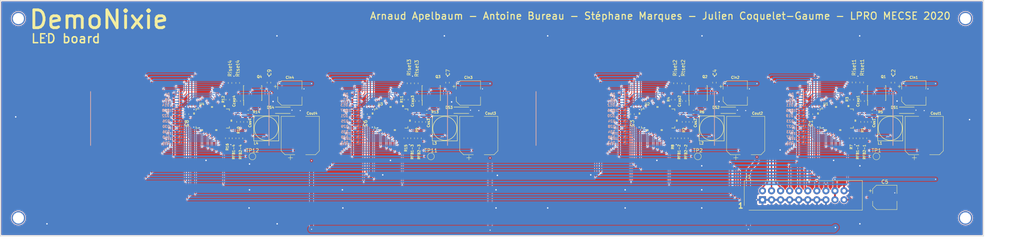
<source format=kicad_pcb>
(kicad_pcb (version 20171130) (host pcbnew 5.0.2-bee76a0~70~ubuntu18.04.1)
  (layers (0 F.Cu signal) (1 In1.Cu signal) (2 In2.Cu signal) (31 B.Cu signal) (34 B.Paste user) (35 F.Paste user) (36 B.SilkS user) (37 F.SilkS user) (38 B.Mask user) (39 F.Mask user) (44 Edge.Cuts user))
  (net 0 "")
  (net 1 +5V)
  (net 2 GND)
  (net 3 +15V)
  (net 4 "Net-(Ccap1-Pad2)")
  (net 5 "Net-(Ccap2-Pad2)")
  (net 6 "Net-(Ccap3-Pad2)")
  (net 7 "Net-(Ccap4-Pad2)")
  (net 8 VPP)
  (net 9 "Net-(Css1-Pad1)")
  (net 10 "Net-(Css2-Pad1)")
  (net 11 "Net-(Css3-Pad1)")
  (net 12 "Net-(Css4-Pad1)")
  (net 13 /1-0-B)
  (net 14 /1-0-G)
  (net 15 /1-0-R)
  (net 16 /2-0-B)
  (net 17 /2-0-G)
  (net 18 /2-0-R)
  (net 19 /3-0-R)
  (net 20 /3-0-G)
  (net 21 /3-0-B)
  (net 22 /4-0-R)
  (net 23 /4-0-G)
  (net 24 /4-0-B)
  (net 25 /1-1-R)
  (net 26 /1-1-G)
  (net 27 /1-1-B)
  (net 28 /2-1-R)
  (net 29 /2-1-G)
  (net 30 /2-1-B)
  (net 31 /3-1-B)
  (net 32 /3-1-G)
  (net 33 /3-1-R)
  (net 34 /4-1-B)
  (net 35 /4-1-G)
  (net 36 /1-2-R)
  (net 37 /1-2-G)
  (net 38 /1-2-B)
  (net 39 /2-2-B)
  (net 40 /2-2-G)
  (net 41 /2-2-R)
  (net 42 /3-2-B)
  (net 43 /3-2-G)
  (net 44 /3-2-R)
  (net 45 /4-2-R)
  (net 46 /4-2-G)
  (net 47 /4-2-B)
  (net 48 /1-3-R)
  (net 49 /1-3-G)
  (net 50 /1-3-B)
  (net 51 /2-3-R)
  (net 52 /2-3-G)
  (net 53 /2-3-B)
  (net 54 /3-3-R)
  (net 55 /3-3-G)
  (net 56 /3-3-B)
  (net 57 /4-3-B)
  (net 58 /4-3-G)
  (net 59 /4-3-R)
  (net 60 /1-4-B)
  (net 61 /1-4-G)
  (net 62 /1-4-R)
  (net 63 /2-4-B)
  (net 64 /2-4-G)
  (net 65 /2-4-R)
  (net 66 /3-4-B)
  (net 67 /3-4-G)
  (net 68 /3-4-R)
  (net 69 /4-4-R)
  (net 70 /4-4-G)
  (net 71 /4-4-B)
  (net 72 /1-5-R)
  (net 73 /1-5-G)
  (net 74 /1-5-B)
  (net 75 /2-5-R)
  (net 76 /2-5-G)
  (net 77 /2-5-B)
  (net 78 /3-5-R)
  (net 79 /3-5-G)
  (net 80 /3-5-B)
  (net 81 /4-5-B)
  (net 82 /4-5-G)
  (net 83 /4-5-R)
  (net 84 /1-6-R)
  (net 85 /1-6-G)
  (net 86 /1-6-B)
  (net 87 /2-6-B)
  (net 88 /2-6-G)
  (net 89 /2-6-R)
  (net 90 /3-6-B)
  (net 91 /3-6-G)
  (net 92 /3-6-R)
  (net 93 /4-6-R)
  (net 94 /4-6-G)
  (net 95 /4-6-B)
  (net 96 /1-7-R)
  (net 97 /1-7-G)
  (net 98 /1-7-B)
  (net 99 /2-7-B)
  (net 100 /2-7-G)
  (net 101 /2-7-R)
  (net 102 /3-7-R)
  (net 103 /3-7-G)
  (net 104 /3-7-B)
  (net 105 /4-7-B)
  (net 106 /4-7-G)
  (net 107 /4-7-R)
  (net 108 /1-8-R)
  (net 109 /1-8-G)
  (net 110 /1-8-B)
  (net 111 /2-8-R)
  (net 112 /2-8-G)
  (net 113 /2-8-B)
  (net 114 /3-8-B)
  (net 115 /3-8-G)
  (net 116 /3-8-R)
  (net 117 /4-8-R)
  (net 118 /4-8-G)
  (net 119 /4-8-B)
  (net 120 /1-9-B)
  (net 121 /1-9-G)
  (net 122 /1-9-R)
  (net 123 /2-9-B)
  (net 124 /2-9-G)
  (net 125 /2-9-R)
  (net 126 /3-9-B)
  (net 127 /3-9-G)
  (net 128 /4-9-B)
  (net 129 /4-9-G)
  (net 130 /4-9-R)
  (net 131 "Net-(DS1-Pad1)")
  (net 132 "Net-(DS2-Pad1)")
  (net 133 "Net-(DS3-Pad1)")
  (net 134 "Net-(DS4-Pad1)")
  (net 135 /PWMCK)
  (net 136 /SYNC)
  (net 137 /LDO)
  (net 138 /SCKO)
  (net 139 /SDO)
  (net 140 /LDI-1)
  (net 141 /SCKI-1)
  (net 142 /SDI-1)
  (net 143 "Net-(L1-Pad2)")
  (net 144 "Net-(L2-Pad2)")
  (net 145 "Net-(L3-Pad2)")
  (net 146 "Net-(L4-Pad2)")
  (net 147 "Net-(Q1-Pad4)")
  (net 148 "Net-(Q2-Pad4)")
  (net 149 "Net-(Q3-Pad4)")
  (net 150 "Net-(Q4-Pad4)")
  (net 151 "Net-(R3-Pad2)")
  (net 152 "Net-(R4-Pad2)")
  (net 153 "Net-(R5-Pad1)")
  (net 154 "Net-(R6-Pad1)")
  (net 155 "Net-(R7-Pad1)")
  (net 156 "Net-(R8-Pad1)")
  (net 157 "Net-(R11-Pad2)")
  (net 158 "Net-(R12-Pad2)")
  (net 159 "Net-(R13-Pad1)")
  (net 160 "Net-(R14-Pad1)")
  (net 161 "Net-(R15-Pad1)")
  (net 162 "Net-(R16-Pad1)")
  (net 163 "Net-(RFB1-1-Pad2)")
  (net 164 "Net-(RFB1-2-Pad2)")
  (net 165 "Net-(RFB1-3-Pad2)")
  (net 166 "Net-(RFB1-4-Pad2)")
  (net 167 "Net-(Riset1-Pad1)")
  (net 168 "Net-(Riset2-Pad1)")
  (net 169 "Net-(Riset3-Pad1)")
  (net 170 "Net-(Riset4-Pad1)")
  (net 171 "Net-(Rtset1-Pad1)")
  (net 172 "Net-(Rtset2-Pad1)")
  (net 173 "Net-(Rtset3-Pad1)")
  (net 174 "Net-(Rtset4-Pad1)")
  (net 175 /LDI-2)
  (net 176 /SDI-2)
  (net 177 /SCKI-2)
  (net 178 /LDI-3)
  (net 179 /SDI-3)
  (net 180 /SCKI-3)
  (net 181 /3-9-R)
  (net 182 /SCKI-4)
  (net 183 /SDI-4)
  (net 184 /LDI-4)
  (net 185 /4-1-R)
  (net 186 "Net-(U1-Pad17)")
  (net 187 "Net-(U1-Pad45)")
  (net 188 "Net-(J2-Pad1)")
  (net 189 "Net-(J3-Pad1)")
  (net 190 "Net-(J4-Pad1)")
  (net 191 "Net-(J5-Pad1)")
  (net 192 "Net-(U2-Pad45)")
  (net 193 "Net-(U2-Pad17)")
  (net 194 "Net-(U3-Pad45)")
  (net 195 "Net-(U3-Pad17)")
  (net 196 "Net-(U4-Pad17)")
  (net 197 "Net-(U4-Pad45)")
  (module LEDs:WL-SFCC (layer B.Cu) (at 149.8828 110.432)
    (fp_text reference D22 (at -3.956 0) (layer B.SilkS) (effects (font (size 0.7 0.7)) (justify mirror)))
    (fp_text value WL-SFCC hide)
    (pad 4 smd rect (at 0.4 -0.4) (size 0.4 0.4) (layers B.Cu B.Paste B.Mask) (net 71 /4-4-B))
    (pad 3 smd rect (at 0.4 0.4) (size 0.4 0.4) (layers B.Cu B.Paste B.Mask) (net 70 /4-4-G))
    (pad 2 smd rect (at -0.4 0.4) (size 0.4 0.4) (layers B.Cu B.Paste B.Mask) (net 69 /4-4-R))
    (pad 1 smd rect (at -0.4 -0.4) (size 0.4 0.4) (layers B.Cu B.Paste B.Mask) (net 8 VPP))
  )
  (module diodes:DFLS160 (layer F.Cu) (at 176.53 108.872201)
    (fp_text reference DS4 (at -1.218202 -0.785203) (layer F.SilkS) (effects (font (size 0.7 0.7))))
    (fp_text value DFLS160 hide)
    (pad 1 smd rect (at 0 0) (size 2.2 1.4) (drill (offset 1.1 0)) (layers F.Cu F.Paste F.Mask) (net 134 "Net-(DS4-Pad1)"))
    (pad 2 smd rect (at 3.825 0) (size 1.25 1.4) (layers F.Cu F.Paste F.Mask) (net 2 GND))
  )
  (module LT3746:LT3746EUHH-TRPBF (layer F.Cu) (at 159.1094 111.189 270)
    (fp_text reference U4 (at -4.064 3.048 180) (layer F.SilkS) (effects (font (size 0.7 0.7))))
    (fp_text value LT3746 hide)
    (fp_text user * (at -3.489801 -3.6 270) (layer F.SilkS))
    (fp_text user * (at -3.489801 -3.6 270) (layer F.SilkS))
    (pad 1 smd rect (at -2.4524 -3.400001) (size 0.1484 0.8048) (layers F.Cu F.Paste F.Mask) (net 158 "Net-(R12-Pad2)"))
    (pad 2 smd rect (at -2.4524 -2.999999) (size 0.1484 0.8048) (layers F.Cu F.Paste F.Mask) (net 24 /4-0-B))
    (pad 3 smd rect (at -2.4524 -2.6) (size 0.1484 0.8048) (layers F.Cu F.Paste F.Mask) (net 23 /4-0-G))
    (pad 4 smd rect (at -2.4524 -2.200001) (size 0.1484 0.8048) (layers F.Cu F.Paste F.Mask) (net 22 /4-0-R))
    (pad 5 smd rect (at -2.4524 -1.799999) (size 0.1484 0.8048) (layers F.Cu F.Paste F.Mask) (net 34 /4-1-B))
    (pad 6 smd rect (at -2.4524 -1.4) (size 0.1484 0.8048) (layers F.Cu F.Paste F.Mask) (net 35 /4-1-G))
    (pad 7 smd rect (at -2.4524 -1.000001) (size 0.1484 0.8048) (layers F.Cu F.Paste F.Mask) (net 185 /4-1-R))
    (pad 8 smd rect (at -2.4524 -0.599999) (size 0.1484 0.8048) (layers F.Cu F.Paste F.Mask) (net 47 /4-2-B))
    (pad 9 smd rect (at -2.4524 -0.2) (size 0.1484 0.8048) (layers F.Cu F.Paste F.Mask) (net 46 /4-2-G))
    (pad 10 smd rect (at -2.4524 0.2) (size 0.1484 0.8048) (layers F.Cu F.Paste F.Mask) (net 45 /4-2-R))
    (pad 11 smd rect (at -2.4524 0.599999) (size 0.1484 0.8048) (layers F.Cu F.Paste F.Mask) (net 57 /4-3-B))
    (pad 12 smd rect (at -2.4524 1.000001) (size 0.1484 0.8048) (layers F.Cu F.Paste F.Mask) (net 58 /4-3-G))
    (pad 13 smd rect (at -2.4524 1.4) (size 0.1484 0.8048) (layers F.Cu F.Paste F.Mask) (net 59 /4-3-R))
    (pad 14 smd rect (at -2.4524 1.799999) (size 0.1484 0.8048) (layers F.Cu F.Paste F.Mask) (net 71 /4-4-B))
    (pad 15 smd rect (at -2.4524 2.200001) (size 0.1484 0.8048) (layers F.Cu F.Paste F.Mask) (net 70 /4-4-G))
    (pad 16 smd rect (at -2.4524 2.6) (size 0.1484 0.8048) (layers F.Cu F.Paste F.Mask) (net 69 /4-4-R))
    (pad 17 smd rect (at -2.4524 2.999999) (size 0.1484 0.8048) (layers F.Cu F.Paste F.Mask) (net 196 "Net-(U4-Pad17)"))
    (pad 18 smd rect (at -2.4524 3.400001) (size 0.1484 0.8048) (layers F.Cu F.Paste F.Mask) (net 2 GND))
    (pad 19 smd rect (at -1.799999 4.452402 270) (size 0.1484 0.8048) (layers F.Cu F.Paste F.Mask) (net 182 /SCKI-4))
    (pad 20 smd rect (at -1.4 4.452402 270) (size 0.1484 0.8048) (layers F.Cu F.Paste F.Mask) (net 2 GND))
    (pad 21 smd rect (at -1.000001 4.452402 270) (size 0.1484 0.8048) (layers F.Cu F.Paste F.Mask) (net 183 /SDI-4))
    (pad 22 smd rect (at -0.599999 4.452402 270) (size 0.1484 0.8048) (layers F.Cu F.Paste F.Mask) (net 184 /LDI-4))
    (pad 23 smd rect (at -0.2 4.452402 270) (size 0.1484 0.8048) (layers F.Cu F.Paste F.Mask) (net 1 +5V))
    (pad 24 smd rect (at 0.2 4.452402 270) (size 0.1484 0.8048) (layers F.Cu F.Paste F.Mask) (net 135 /PWMCK))
    (pad 25 smd rect (at 0.599999 4.452402 270) (size 0.1484 0.8048) (layers F.Cu F.Paste F.Mask) (net 137 /LDO))
    (pad 26 smd rect (at 1.000001 4.452402 270) (size 0.1484 0.8048) (layers F.Cu F.Paste F.Mask) (net 139 /SDO))
    (pad 27 smd rect (at 1.4 4.452402 270) (size 0.1484 0.8048) (layers F.Cu F.Paste F.Mask) (net 2 GND))
    (pad 28 smd rect (at 1.799999 4.452402 270) (size 0.1484 0.8048) (layers F.Cu F.Paste F.Mask) (net 138 /SCKO))
    (pad 29 smd rect (at 2.4524 3.400001) (size 0.1484 0.8048) (layers F.Cu F.Paste F.Mask) (net 2 GND))
    (pad 30 smd rect (at 2.4524 2.999999) (size 0.1484 0.8048) (layers F.Cu F.Paste F.Mask) (net 81 /4-5-B))
    (pad 31 smd rect (at 2.4524 2.6) (size 0.1484 0.8048) (layers F.Cu F.Paste F.Mask) (net 82 /4-5-G))
    (pad 32 smd rect (at 2.4524 2.200001) (size 0.1484 0.8048) (layers F.Cu F.Paste F.Mask) (net 83 /4-5-R))
    (pad 33 smd rect (at 2.4524 1.799999) (size 0.1484 0.8048) (layers F.Cu F.Paste F.Mask) (net 95 /4-6-B))
    (pad 34 smd rect (at 2.4524 1.4) (size 0.1484 0.8048) (layers F.Cu F.Paste F.Mask) (net 94 /4-6-G))
    (pad 35 smd rect (at 2.4524 1.000001) (size 0.1484 0.8048) (layers F.Cu F.Paste F.Mask) (net 93 /4-6-R))
    (pad 36 smd rect (at 2.4524 0.600001) (size 0.1484 0.8048) (layers F.Cu F.Paste F.Mask) (net 105 /4-7-B))
    (pad 37 smd rect (at 2.4524 0.2) (size 0.1484 0.8048) (layers F.Cu F.Paste F.Mask) (net 106 /4-7-G))
    (pad 38 smd rect (at 2.4524 -0.2) (size 0.1484 0.8048) (layers F.Cu F.Paste F.Mask) (net 107 /4-7-R))
    (pad 39 smd rect (at 2.4524 -0.599999) (size 0.1484 0.8048) (layers F.Cu F.Paste F.Mask) (net 119 /4-8-B))
    (pad 40 smd rect (at 2.4524 -1.000001) (size 0.1484 0.8048) (layers F.Cu F.Paste F.Mask) (net 118 /4-8-G))
    (pad 41 smd rect (at 2.4524 -1.4) (size 0.1484 0.8048) (layers F.Cu F.Paste F.Mask) (net 117 /4-8-R))
    (pad 42 smd rect (at 2.4524 -1.799999) (size 0.1484 0.8048) (layers F.Cu F.Paste F.Mask) (net 128 /4-9-B))
    (pad 43 smd rect (at 2.4524 -2.200001) (size 0.1484 0.8048) (layers F.Cu F.Paste F.Mask) (net 129 /4-9-G))
    (pad 44 smd rect (at 2.4524 -2.6) (size 0.1484 0.8048) (layers F.Cu F.Paste F.Mask) (net 130 /4-9-R))
    (pad 45 smd rect (at 2.4524 -2.999999) (size 0.1484 0.8048) (layers F.Cu F.Paste F.Mask) (net 197 "Net-(U4-Pad45)"))
    (pad 46 smd rect (at 2.4524 -3.399998) (size 0.1484 0.8048) (layers F.Cu F.Paste F.Mask) (net 136 /SYNC))
    (pad 47 smd rect (at 1.799999 -4.452402 270) (size 0.1484 0.8048) (layers F.Cu F.Paste F.Mask) (net 162 "Net-(R16-Pad1)"))
    (pad 48 smd rect (at 1.4 -4.452402 270) (size 0.1484 0.8048) (layers F.Cu F.Paste F.Mask) (net 12 "Net-(Css4-Pad1)"))
    (pad 49 smd rect (at 1.000001 -4.452402 270) (size 0.1484 0.8048) (layers F.Cu F.Paste F.Mask) (net 166 "Net-(RFB1-4-Pad2)"))
    (pad 50 smd rect (at 0.599999 -4.452402 270) (size 0.1484 0.8048) (layers F.Cu F.Paste F.Mask) (net 8 VPP))
    (pad 51 smd rect (at 0.2 -4.452402 270) (size 0.1484 0.8048) (layers F.Cu F.Paste F.Mask) (net 146 "Net-(L4-Pad2)"))
    (pad 52 smd rect (at -0.2 -4.452402 270) (size 0.1484 0.8048) (layers F.Cu F.Paste F.Mask) (net 7 "Net-(Ccap4-Pad2)"))
    (pad 53 smd rect (at -0.599999 -4.452402 270) (size 0.1484 0.8048) (layers F.Cu F.Paste F.Mask) (net 160 "Net-(R14-Pad1)"))
    (pad 54 smd rect (at -1.000001 -4.452402 270) (size 0.1484 0.8048) (layers F.Cu F.Paste F.Mask) (net 3 +15V))
    (pad 55 smd rect (at -1.4 -4.452402 270) (size 0.1484 0.8048) (layers F.Cu F.Paste F.Mask) (net 174 "Net-(Rtset4-Pad1)"))
    (pad 56 smd rect (at -1.799999 -4.452402 270) (size 0.1484 0.8048) (layers F.Cu F.Paste F.Mask) (net 170 "Net-(Riset4-Pad1)"))
    (pad 57 smd rect (at 0 0 270) (size 3.55 7.230001) (layers F.Cu F.Paste F.Mask) (net 2 GND))
  )
  (module LEDs:WL-SFCC (layer B.Cu) (at 149.8828 111.932)
    (fp_text reference D26 (at -3.829 0) (layer B.SilkS) (effects (font (size 0.7 0.7)) (justify mirror)))
    (fp_text value WL-SFCC hide)
    (pad 1 smd rect (at -0.4 -0.4) (size 0.4 0.4) (layers B.Cu B.Paste B.Mask) (net 8 VPP))
    (pad 2 smd rect (at -0.4 0.4) (size 0.4 0.4) (layers B.Cu B.Paste B.Mask) (net 83 /4-5-R))
    (pad 3 smd rect (at 0.4 0.4) (size 0.4 0.4) (layers B.Cu B.Paste B.Mask) (net 82 /4-5-G))
    (pad 4 smd rect (at 0.4 -0.4) (size 0.4 0.4) (layers B.Cu B.Paste B.Mask) (net 81 /4-5-B))
  )
  (module Package_SO:SOIC-8_3.9x4.9mm_P1.27mm (layer F.Cu) (at 170.307 104.046201 90)
    (fp_text reference Q4 (at 4.572 1.905 180) (layer F.SilkS) (effects (font (size 0.7 0.7))))
    (fp_text value Si9407BDY hide)
    (pad 8 smd rect (at 2.7 -1.905 90) (size 1.55 0.6) (layers F.Cu F.Paste F.Mask) (net 134 "Net-(DS4-Pad1)"))
    (pad 7 smd rect (at 2.7 -0.635 90) (size 1.55 0.6) (layers F.Cu F.Paste F.Mask) (net 134 "Net-(DS4-Pad1)"))
    (pad 6 smd rect (at 2.7 0.635 90) (size 1.55 0.6) (layers F.Cu F.Paste F.Mask) (net 134 "Net-(DS4-Pad1)"))
    (pad 5 smd rect (at 2.7 1.905 90) (size 1.55 0.6) (layers F.Cu F.Paste F.Mask) (net 134 "Net-(DS4-Pad1)"))
    (pad 4 smd rect (at -2.7 1.905 90) (size 1.55 0.6) (layers F.Cu F.Paste F.Mask) (net 150 "Net-(Q4-Pad4)"))
    (pad 3 smd rect (at -2.7 0.635 90) (size 1.55 0.6) (layers F.Cu F.Paste F.Mask) (net 3 +15V))
    (pad 2 smd rect (at -2.7 -0.635 90) (size 1.55 0.6) (layers F.Cu F.Paste F.Mask) (net 3 +15V))
    (pad 1 smd rect (at -2.7 -1.905 90) (size 1.55 0.6) (layers F.Cu F.Paste F.Mask) (net 3 +15V))
  )
  (module TestPoint:TestPoint_Pad_D1.5mm (layer F.Cu) (at 220.269798 121.802998)
    (fp_text reference TP11 (at 0 -1.648) (layer F.SilkS))
    (fp_text value TP-Vled)
    (pad 1 smd circle (at 0 0) (size 1.5 1.5) (layers F.Cu F.Mask) (net 8 VPP))
  )
  (module Capacitor_SMD:C_0603_1608Metric_Pad1.05x0.95mm_HandSolder (layer F.Cu) (at 216.408 106.299 270)
    (fp_text reference Ccap3 (at 0.01 1.299002 270) (layer F.SilkS) (effects (font (size 0.7 0.7))))
    (fp_text value 470n)
    (pad 2 smd roundrect (at 0.875 0 270) (size 1.05 0.95) (layers F.Cu F.Paste F.Mask) (net 6 "Net-(Ccap3-Pad2)"))
    (pad 1 smd roundrect (at -0.875 0 270) (size 1.05 0.95) (layers F.Cu F.Paste F.Mask) (net 3 +15V))
  )
  (module LEDs:WL-SFCC (layer B.Cu) (at 199.9208 116.432)
    (fp_text reference D39 (at -3.829 0) (layer B.SilkS) (effects (font (size 0.7 0.7)) (justify mirror)))
    (fp_text value WL-SFCC hide)
    (pad 1 smd rect (at -0.4 -0.4) (size 0.4 0.4) (layers B.Cu B.Paste B.Mask) (net 8 VPP))
    (pad 2 smd rect (at -0.4 0.4) (size 0.4 0.4) (layers B.Cu B.Paste B.Mask) (net 116 /3-8-R))
    (pad 3 smd rect (at 0.4 0.4) (size 0.4 0.4) (layers B.Cu B.Paste B.Mask) (net 115 /3-8-G))
    (pad 4 smd rect (at 0.4 -0.4) (size 0.4 0.4) (layers B.Cu B.Paste B.Mask) (net 114 /3-8-B))
  )
  (module Resistor_SMD:R_0603_1608Metric_Pad1.05x0.95mm_HandSolder (layer F.Cu) (at 215.138 116.732201 90)
    (fp_text reference RFB1-3 (at -3.824 -0.127 90) (layer F.SilkS) (effects (font (size 0.7 0.7))))
    (fp_text value 10k)
    (pad 2 smd roundrect (at 0.875 0 90) (size 1.05 0.95) (layers F.Cu F.Paste F.Mask) (net 165 "Net-(RFB1-3-Pad2)"))
    (pad 1 smd roundrect (at -0.875 0 90) (size 1.05 0.95) (layers F.Cu F.Paste F.Mask) (net 2 GND))
  )
  (module LEDs:WL-SFCC (layer B.Cu) (at 149.8828 104.432)
    (fp_text reference D4 (at -3.5115 0) (layer B.SilkS) (effects (font (size 0.7 0.7)) (justify mirror)))
    (fp_text value WL-SFCC hide)
    (pad 4 smd rect (at 0.4 -0.4) (size 0.4 0.4) (layers B.Cu B.Paste B.Mask) (net 24 /4-0-B))
    (pad 3 smd rect (at 0.4 0.4) (size 0.4 0.4) (layers B.Cu B.Paste B.Mask) (net 23 /4-0-G))
    (pad 2 smd rect (at -0.4 0.4) (size 0.4 0.4) (layers B.Cu B.Paste B.Mask) (net 22 /4-0-R))
    (pad 1 smd rect (at -0.4 -0.4) (size 0.4 0.4) (layers B.Cu B.Paste B.Mask) (net 8 VPP))
  )
  (module diodes:DFLS160 (layer F.Cu) (at 226.568 108.872201)
    (fp_text reference DS3 (at -1.218202 -0.785203) (layer F.SilkS) (effects (font (size 0.7 0.7))))
    (fp_text value DFLS160 hide)
    (pad 2 smd rect (at 3.825 0) (size 1.25 1.4) (layers F.Cu F.Paste F.Mask) (net 2 GND))
    (pad 1 smd rect (at 0 0) (size 2.2 1.4) (drill (offset 1.1 0)) (layers F.Cu F.Paste F.Mask) (net 133 "Net-(DS3-Pad1)"))
  )
  (module Capacitor_SMD:C_0603_1608Metric_Pad1.05x0.95mm_HandSolder (layer F.Cu) (at 218.313 112.141 90)
    (fp_text reference Css3 (at -0.287201 1.27 90) (layer F.SilkS) (effects (font (size 0.7 0.7))))
    (fp_text value 10n)
    (pad 2 smd roundrect (at 0.875 0 90) (size 1.05 0.95) (layers F.Cu F.Paste F.Mask) (net 2 GND))
    (pad 1 smd roundrect (at -0.875 0 90) (size 1.05 0.95) (layers F.Cu F.Paste F.Mask) (net 11 "Net-(Css3-Pad1)"))
  )
  (module Capacitor_SMD:C_0603_1608Metric_Pad1.05x0.95mm_HandSolder (layer F.Cu) (at 151.892 109.968 90)
    (fp_text reference C8 (at -2.564 -0.029002 90) (layer F.SilkS))
    (fp_text value 100n)
    (pad 1 smd roundrect (at -0.875 0 90) (size 1.05 0.95) (layers F.Cu F.Paste F.Mask) (net 1 +5V))
    (pad 2 smd roundrect (at 0.875 0 90) (size 1.05 0.95) (layers F.Cu F.Paste F.Mask) (net 2 GND))
  )
  (module Resistor_SMD:R_0603_1608Metric_Pad1.05x0.95mm_HandSolder (layer F.Cu) (at 216.408 112.127 90)
    (fp_text reference R9 (at -2.31 -0.029002 90) (layer F.SilkS) (effects (font (size 0.7 0.7))))
    (fp_text value 0.33)
    (pad 2 smd roundrect (at 0.875 0 90) (size 1.05 0.95) (layers F.Cu F.Paste F.Mask) (net 145 "Net-(L3-Pad2)"))
    (pad 1 smd roundrect (at -0.875 0 90) (size 1.05 0.95) (layers F.Cu F.Paste F.Mask) (net 8 VPP))
  )
  (module Package_SO:SOIC-8_3.9x4.9mm_P1.27mm (layer F.Cu) (at 220.345 104.046201 90)
    (fp_text reference Q3 (at 4.572 1.905 180) (layer F.SilkS) (effects (font (size 0.7 0.7))))
    (fp_text value Si9407BDY hide)
    (pad 1 smd rect (at -2.7 -1.905 90) (size 1.55 0.6) (layers F.Cu F.Paste F.Mask) (net 3 +15V))
    (pad 2 smd rect (at -2.7 -0.635 90) (size 1.55 0.6) (layers F.Cu F.Paste F.Mask) (net 3 +15V))
    (pad 3 smd rect (at -2.7 0.635 90) (size 1.55 0.6) (layers F.Cu F.Paste F.Mask) (net 3 +15V))
    (pad 4 smd rect (at -2.7 1.905 90) (size 1.55 0.6) (layers F.Cu F.Paste F.Mask) (net 149 "Net-(Q3-Pad4)"))
    (pad 5 smd rect (at 2.7 1.905 90) (size 1.55 0.6) (layers F.Cu F.Paste F.Mask) (net 133 "Net-(DS3-Pad1)"))
    (pad 6 smd rect (at 2.7 0.635 90) (size 1.55 0.6) (layers F.Cu F.Paste F.Mask) (net 133 "Net-(DS3-Pad1)"))
    (pad 7 smd rect (at 2.7 -0.635 90) (size 1.55 0.6) (layers F.Cu F.Paste F.Mask) (net 133 "Net-(DS3-Pad1)"))
    (pad 8 smd rect (at 2.7 -1.905 90) (size 1.55 0.6) (layers F.Cu F.Paste F.Mask) (net 133 "Net-(DS3-Pad1)"))
  )
  (module LEDs:WL-SFCC (layer B.Cu) (at 199.9208 108.932)
    (fp_text reference D17 (at -3.956 0) (layer B.SilkS) (effects (font (size 0.7 0.7)) (justify mirror)))
    (fp_text value WL-SFCC hide)
    (pad 4 smd rect (at 0.4 -0.4) (size 0.4 0.4) (layers B.Cu B.Paste B.Mask) (net 56 /3-3-B))
    (pad 3 smd rect (at 0.4 0.4) (size 0.4 0.4) (layers B.Cu B.Paste B.Mask) (net 55 /3-3-G))
    (pad 2 smd rect (at -0.4 0.4) (size 0.4 0.4) (layers B.Cu B.Paste B.Mask) (net 54 /3-3-R))
    (pad 1 smd rect (at -0.4 -0.4) (size 0.4 0.4) (layers B.Cu B.Paste B.Mask) (net 8 VPP))
  )
  (module LEDs:WL-SFCC (layer B.Cu) (at 199.9208 105.932)
    (fp_text reference D7 (at -3.5115 0) (layer B.SilkS) (effects (font (size 0.7 0.7)) (justify mirror)))
    (fp_text value WL-SFCC hide)
    (pad 4 smd rect (at 0.4 -0.4) (size 0.4 0.4) (layers B.Cu B.Paste B.Mask) (net 31 /3-1-B))
    (pad 3 smd rect (at 0.4 0.4) (size 0.4 0.4) (layers B.Cu B.Paste B.Mask) (net 32 /3-1-G))
    (pad 2 smd rect (at -0.4 0.4) (size 0.4 0.4) (layers B.Cu B.Paste B.Mask) (net 33 /3-1-R))
    (pad 1 smd rect (at -0.4 -0.4) (size 0.4 0.4) (layers B.Cu B.Paste B.Mask) (net 8 VPP))
  )
  (module LEDs:WL-SFCC (layer B.Cu) (at 149.8828 113.432)
    (fp_text reference D30 (at -3.829 0) (layer B.SilkS) (effects (font (size 0.7 0.7)) (justify mirror)))
    (fp_text value WL-SFCC hide)
    (pad 4 smd rect (at 0.4 -0.4) (size 0.4 0.4) (layers B.Cu B.Paste B.Mask) (net 95 /4-6-B))
    (pad 3 smd rect (at 0.4 0.4) (size 0.4 0.4) (layers B.Cu B.Paste B.Mask) (net 94 /4-6-G))
    (pad 2 smd rect (at -0.4 0.4) (size 0.4 0.4) (layers B.Cu B.Paste B.Mask) (net 93 /4-6-R))
    (pad 1 smd rect (at -0.4 -0.4) (size 0.4 0.4) (layers B.Cu B.Paste B.Mask) (net 8 VPP))
  )
  (module TestPoint:TestPoint_Pad_D1.5mm (layer F.Cu) (at 170.231798 121.802998)
    (fp_text reference TP12 (at 0 -1.648) (layer F.SilkS))
    (fp_text value TP-Vled)
    (pad 1 smd circle (at 0 0) (size 1.5 1.5) (layers F.Cu F.Mask) (net 8 VPP))
  )
  (module inductors:SLF7045-TDK (layer F.Cu) (at 174.117 113.952201 270)
    (fp_text reference L4 (at 4.167797 2.869202) (layer F.SilkS) (effects (font (size 0.7 0.7))))
    (fp_text value 15u)
    (pad 1 smd roundrect (at -3.4 0 270) (size 2 2.4) (layers F.Cu F.Paste F.Mask) (net 134 "Net-(DS4-Pad1)"))
    (pad 2 smd roundrect (at 3.4 0 270) (size 2 2.4) (layers F.Cu F.Paste F.Mask) (net 146 "Net-(L4-Pad2)"))
  )
  (module LEDs:WL-SFCC (layer B.Cu) (at 149.8828 117.932)
    (fp_text reference D44 (at -3.829 0) (layer B.SilkS) (effects (font (size 0.7 0.7)) (justify mirror)))
    (fp_text value WL-SFCC hide)
    (pad 1 smd rect (at -0.4 -0.4) (size 0.4 0.4) (layers B.Cu B.Paste B.Mask) (net 8 VPP))
    (pad 2 smd rect (at -0.4 0.4) (size 0.4 0.4) (layers B.Cu B.Paste B.Mask) (net 130 /4-9-R))
    (pad 3 smd rect (at 0.4 0.4) (size 0.4 0.4) (layers B.Cu B.Paste B.Mask) (net 129 /4-9-G))
    (pad 4 smd rect (at 0.4 -0.4) (size 0.4 0.4) (layers B.Cu B.Paste B.Mask) (net 128 /4-9-B))
  )
  (module Resistor_SMD:R_0603_1608Metric_Pad1.05x0.95mm_HandSolder (layer F.Cu) (at 213.233 116.713 270)
    (fp_text reference R15 (at 2.781 -0.0038 270) (layer F.SilkS) (effects (font (size 0.7 0.7))))
    (fp_text value 133k)
    (pad 2 smd roundrect (at 0.875 0 270) (size 1.05 0.95) (layers F.Cu F.Paste F.Mask) (net 2 GND))
    (pad 1 smd roundrect (at -0.875 0 270) (size 1.05 0.95) (layers F.Cu F.Paste F.Mask) (net 161 "Net-(R15-Pad1)"))
  )
  (module LEDs:WL-SFCC (layer B.Cu) (at 199.9208 114.932)
    (fp_text reference D35 (at -3.829 0) (layer B.SilkS) (effects (font (size 0.7 0.7)) (justify mirror)))
    (fp_text value WL-SFCC hide)
    (pad 4 smd rect (at 0.4 -0.4) (size 0.4 0.4) (layers B.Cu B.Paste B.Mask) (net 104 /3-7-B))
    (pad 3 smd rect (at 0.4 0.4) (size 0.4 0.4) (layers B.Cu B.Paste B.Mask) (net 103 /3-7-G))
    (pad 2 smd rect (at -0.4 0.4) (size 0.4 0.4) (layers B.Cu B.Paste B.Mask) (net 102 /3-7-R))
    (pad 1 smd rect (at -0.4 -0.4) (size 0.4 0.4) (layers B.Cu B.Paste B.Mask) (net 8 VPP))
  )
  (module Resistor_SMD:R_0603_1608Metric_Pad1.05x0.95mm_HandSolder (layer F.Cu) (at 163.322 105.918 270)
    (fp_text reference R12 (at -0.117 1.299002 270) (layer F.SilkS) (effects (font (size 0.7 0.7))))
    (fp_text value 10k)
    (pad 1 smd roundrect (at -0.875 0 270) (size 1.05 0.95) (layers F.Cu F.Paste F.Mask) (net 1 +5V))
    (pad 2 smd roundrect (at 0.875 0 270) (size 1.05 0.95) (layers F.Cu F.Paste F.Mask) (net 158 "Net-(R12-Pad2)"))
  )
  (module Resistor_SMD:R_0603_1608Metric_Pad1.05x0.95mm_HandSolder (layer F.Cu) (at 166.37 112.127 90)
    (fp_text reference R10 (at -2.31 -0.029002 90) (layer F.SilkS) (effects (font (size 0.7 0.7))))
    (fp_text value 0.33)
    (pad 1 smd roundrect (at -0.875 0 90) (size 1.05 0.95) (layers F.Cu F.Paste F.Mask) (net 8 VPP))
    (pad 2 smd roundrect (at 0.875 0 90) (size 1.05 0.95) (layers F.Cu F.Paste F.Mask) (net 146 "Net-(L4-Pad2)"))
  )
  (module Capacitor_SMD:CP_Elec_10x14.3 (layer F.Cu) (at 183.642 115.951 90)
    (fp_text reference Cout4 (at 6.223 3.302 180) (layer F.SilkS) (effects (font (size 0.7 0.7))))
    (fp_text value 220u)
    (pad 1 smd roundrect (at -4.2 0 90) (size 4.4 2.5) (layers F.Cu F.Paste F.Mask) (roundrect_rratio 0.1) (net 8 VPP))
    (pad 2 smd roundrect (at 4.2 0 90) (size 4.4 2.5) (layers F.Cu F.Paste F.Mask) (roundrect_rratio 0.1) (net 2 GND))
  )
  (module LEDs:WL-SFCC (layer B.Cu) (at 149.8828 116.432)
    (fp_text reference D40 (at -3.829 0) (layer B.SilkS) (effects (font (size 0.7 0.7)) (justify mirror)))
    (fp_text value WL-SFCC hide)
    (pad 4 smd rect (at 0.4 -0.4) (size 0.4 0.4) (layers B.Cu B.Paste B.Mask) (net 119 /4-8-B))
    (pad 3 smd rect (at 0.4 0.4) (size 0.4 0.4) (layers B.Cu B.Paste B.Mask) (net 118 /4-8-G))
    (pad 2 smd rect (at -0.4 0.4) (size 0.4 0.4) (layers B.Cu B.Paste B.Mask) (net 117 /4-8-R))
    (pad 1 smd rect (at -0.4 -0.4) (size 0.4 0.4) (layers B.Cu B.Paste B.Mask) (net 8 VPP))
  )
  (module Capacitor_SMD:C_0603_1608Metric_Pad1.05x0.95mm_HandSolder (layer F.Cu) (at 224.917 101.125201 90)
    (fp_text reference C7 (at 2.794 0.127 90) (layer F.SilkS))
    (fp_text value 100n)
    (pad 2 smd roundrect (at 0.875 0 90) (size 1.05 0.95) (layers F.Cu F.Paste F.Mask) (net 2 GND))
    (pad 1 smd roundrect (at -0.875 0 90) (size 1.05 0.95) (layers F.Cu F.Paste F.Mask) (net 3 +15V))
  )
  (module Resistor_SMD:R_0603_1608Metric_Pad1.05x0.95mm_HandSolder (layer F.Cu) (at 169.051 109.380201)
    (fp_text reference R14 (at 2.323798 -0.023203) (layer F.SilkS) (effects (font (size 0.7 0.7))))
    (fp_text value 10)
    (pad 1 smd roundrect (at -0.875 0) (size 1.05 0.95) (layers F.Cu F.Paste F.Mask) (net 160 "Net-(R14-Pad1)"))
    (pad 2 smd roundrect (at 0.875 0) (size 1.05 0.95) (layers F.Cu F.Paste F.Mask) (net 150 "Net-(Q4-Pad4)"))
  )
  (module LEDs:WL-SFCC (layer B.Cu) (at 149.8828 107.432)
    (fp_text reference D14 (at -3.956 0) (layer B.SilkS) (effects (font (size 0.7 0.7)) (justify mirror)))
    (fp_text value WL-SFCC hide)
    (pad 4 smd rect (at 0.4 -0.4) (size 0.4 0.4) (layers B.Cu B.Paste B.Mask) (net 47 /4-2-B))
    (pad 3 smd rect (at 0.4 0.4) (size 0.4 0.4) (layers B.Cu B.Paste B.Mask) (net 46 /4-2-G))
    (pad 2 smd rect (at -0.4 0.4) (size 0.4 0.4) (layers B.Cu B.Paste B.Mask) (net 45 /4-2-R))
    (pad 1 smd rect (at -0.4 -0.4) (size 0.4 0.4) (layers B.Cu B.Paste B.Mask) (net 8 VPP))
  )
  (module Resistor_SMD:R_0603_1608Metric_Pad1.05x0.95mm_HandSolder (layer F.Cu) (at 165.1 116.732201 90)
    (fp_text reference RFB1-4 (at -3.824 -0.127 90) (layer F.SilkS) (effects (font (size 0.7 0.7))))
    (fp_text value 10k)
    (pad 1 smd roundrect (at -0.875 0 90) (size 1.05 0.95) (layers F.Cu F.Paste F.Mask) (net 2 GND))
    (pad 2 smd roundrect (at 0.875 0 90) (size 1.05 0.95) (layers F.Cu F.Paste F.Mask) (net 166 "Net-(RFB1-4-Pad2)"))
  )
  (module LEDs:WL-SFCC (layer B.Cu) (at 149.8828 108.932)
    (fp_text reference D18 (at -3.956 0) (layer B.SilkS) (effects (font (size 0.7 0.7)) (justify mirror)))
    (fp_text value WL-SFCC hide)
    (pad 1 smd rect (at -0.4 -0.4) (size 0.4 0.4) (layers B.Cu B.Paste B.Mask) (net 8 VPP))
    (pad 2 smd rect (at -0.4 0.4) (size 0.4 0.4) (layers B.Cu B.Paste B.Mask) (net 59 /4-3-R))
    (pad 3 smd rect (at 0.4 0.4) (size 0.4 0.4) (layers B.Cu B.Paste B.Mask) (net 58 /4-3-G))
    (pad 4 smd rect (at 0.4 -0.4) (size 0.4 0.4) (layers B.Cu B.Paste B.Mask) (net 57 /4-3-B))
  )
  (module LEDs:WL-SFCC (layer B.Cu) (at 199.9208 113.432)
    (fp_text reference D29 (at -3.829 0) (layer B.SilkS) (effects (font (size 0.7 0.7)) (justify mirror)))
    (fp_text value WL-SFCC hide)
    (pad 1 smd rect (at -0.4 -0.4) (size 0.4 0.4) (layers B.Cu B.Paste B.Mask) (net 8 VPP))
    (pad 2 smd rect (at -0.4 0.4) (size 0.4 0.4) (layers B.Cu B.Paste B.Mask) (net 92 /3-6-R))
    (pad 3 smd rect (at 0.4 0.4) (size 0.4 0.4) (layers B.Cu B.Paste B.Mask) (net 91 /3-6-G))
    (pad 4 smd rect (at 0.4 -0.4) (size 0.4 0.4) (layers B.Cu B.Paste B.Mask) (net 90 /3-6-B))
  )
  (module inductors:SLF7045-TDK (layer F.Cu) (at 224.155 113.952201 270)
    (fp_text reference L3 (at 4.167797 2.869202) (layer F.SilkS) (effects (font (size 0.7 0.7))))
    (fp_text value 15u)
    (pad 2 smd roundrect (at 3.4 0 270) (size 2 2.4) (layers F.Cu F.Paste F.Mask) (net 145 "Net-(L3-Pad2)"))
    (pad 1 smd roundrect (at -3.4 0 270) (size 2 2.4) (layers F.Cu F.Paste F.Mask) (net 133 "Net-(DS3-Pad1)"))
  )
  (module Resistor_SMD:R_0603_1608Metric_Pad1.05x0.95mm_HandSolder (layer F.Cu) (at 167.005 116.732201 270)
    (fp_text reference RFB2-4 (at 3.824 0.127 270) (layer F.SilkS) (effects (font (size 0.7 0.7))))
    (fp_text value 76k3)
    (pad 1 smd roundrect (at -0.875 0 270) (size 1.05 0.95) (layers F.Cu F.Paste F.Mask) (net 166 "Net-(RFB1-4-Pad2)"))
    (pad 2 smd roundrect (at 0.875 0 270) (size 1.05 0.95) (layers F.Cu F.Paste F.Mask) (net 8 VPP))
  )
  (module Capacitor_SMD:C_0603_1608Metric_Pad1.05x0.95mm_HandSolder (layer F.Cu) (at 168.275 112.141 90)
    (fp_text reference Css4 (at -0.287201 1.27 90) (layer F.SilkS) (effects (font (size 0.7 0.7))))
    (fp_text value 10n)
    (pad 1 smd roundrect (at -0.875 0 90) (size 1.05 0.95) (layers F.Cu F.Paste F.Mask) (net 12 "Net-(Css4-Pad1)"))
    (pad 2 smd roundrect (at 0.875 0 90) (size 1.05 0.95) (layers F.Cu F.Paste F.Mask) (net 2 GND))
  )
  (module LEDs:WL-SFCC (layer B.Cu) (at 199.9208 117.932)
    (fp_text reference D43 (at -3.829 0) (layer B.SilkS) (effects (font (size 0.7 0.7)) (justify mirror)))
    (fp_text value WL-SFCC hide)
    (pad 4 smd rect (at 0.4 -0.4) (size 0.4 0.4) (layers B.Cu B.Paste B.Mask) (net 126 /3-9-B))
    (pad 3 smd rect (at 0.4 0.4) (size 0.4 0.4) (layers B.Cu B.Paste B.Mask) (net 127 /3-9-G))
    (pad 2 smd rect (at -0.4 0.4) (size 0.4 0.4) (layers B.Cu B.Paste B.Mask) (net 181 /3-9-R))
    (pad 1 smd rect (at -0.4 -0.4) (size 0.4 0.4) (layers B.Cu B.Paste B.Mask) (net 8 VPP))
  )
  (module Capacitor_SMD:CP_Elec_6.3x5.4 (layer F.Cu) (at 230.759 104.046201)
    (fp_text reference Cin3 (at 0 -4.35) (layer F.SilkS) (effects (font (size 0.7 0.7))))
    (fp_text value 22u)
    (pad 1 smd roundrect (at -2.8 0) (size 3.5 1.6) (layers F.Cu F.Paste F.Mask) (roundrect_rratio 0.15625) (net 3 +15V))
    (pad 2 smd roundrect (at 2.8 0) (size 3.5 1.6) (layers F.Cu F.Paste F.Mask) (roundrect_rratio 0.15625) (net 2 GND))
  )
  (module Resistor_SMD:R_0603_1608Metric_Pad1.05x0.95mm_HandSolder (layer F.Cu) (at 213.36 105.918 270)
    (fp_text reference R11 (at -0.117 1.299002 270) (layer F.SilkS) (effects (font (size 0.7 0.7))))
    (fp_text value 10k)
    (pad 2 smd roundrect (at 0.875 0 270) (size 1.05 0.95) (layers F.Cu F.Paste F.Mask) (net 157 "Net-(R11-Pad2)"))
    (pad 1 smd roundrect (at -0.875 0 270) (size 1.05 0.95) (layers F.Cu F.Paste F.Mask) (net 1 +5V))
  )
  (module LEDs:WL-SFCC (layer B.Cu) (at 199.9208 111.932)
    (fp_text reference D25 (at -3.829 0) (layer B.SilkS) (effects (font (size 0.7 0.7)) (justify mirror)))
    (fp_text value WL-SFCC hide)
    (pad 4 smd rect (at 0.4 -0.4) (size 0.4 0.4) (layers B.Cu B.Paste B.Mask) (net 80 /3-5-B))
    (pad 3 smd rect (at 0.4 0.4) (size 0.4 0.4) (layers B.Cu B.Paste B.Mask) (net 79 /3-5-G))
    (pad 2 smd rect (at -0.4 0.4) (size 0.4 0.4) (layers B.Cu B.Paste B.Mask) (net 78 /3-5-R))
    (pad 1 smd rect (at -0.4 -0.4) (size 0.4 0.4) (layers B.Cu B.Paste B.Mask) (net 8 VPP))
  )
  (module LEDs:WL-SFCC (layer B.Cu) (at 199.9208 107.432)
    (fp_text reference D13 (at -3.956 0) (layer B.SilkS) (effects (font (size 0.7 0.7)) (justify mirror)))
    (fp_text value WL-SFCC hide)
    (pad 1 smd rect (at -0.4 -0.4) (size 0.4 0.4) (layers B.Cu B.Paste B.Mask) (net 8 VPP))
    (pad 2 smd rect (at -0.4 0.4) (size 0.4 0.4) (layers B.Cu B.Paste B.Mask) (net 44 /3-2-R))
    (pad 3 smd rect (at 0.4 0.4) (size 0.4 0.4) (layers B.Cu B.Paste B.Mask) (net 43 /3-2-G))
    (pad 4 smd rect (at 0.4 -0.4) (size 0.4 0.4) (layers B.Cu B.Paste B.Mask) (net 42 /3-2-B))
  )
  (module LEDs:WL-SFCC (layer B.Cu) (at 149.8828 114.932)
    (fp_text reference D36 (at -3.829 0) (layer B.SilkS) (effects (font (size 0.7 0.7)) (justify mirror)))
    (fp_text value WL-SFCC hide)
    (pad 1 smd rect (at -0.4 -0.4) (size 0.4 0.4) (layers B.Cu B.Paste B.Mask) (net 8 VPP))
    (pad 2 smd rect (at -0.4 0.4) (size 0.4 0.4) (layers B.Cu B.Paste B.Mask) (net 107 /4-7-R))
    (pad 3 smd rect (at 0.4 0.4) (size 0.4 0.4) (layers B.Cu B.Paste B.Mask) (net 106 /4-7-G))
    (pad 4 smd rect (at 0.4 -0.4) (size 0.4 0.4) (layers B.Cu B.Paste B.Mask) (net 105 /4-7-B))
  )
  (module Capacitor_SMD:CP_Elec_6.3x5.4 (layer F.Cu) (at 180.721 104.046201)
    (fp_text reference Cin4 (at 0 -4.35) (layer F.SilkS) (effects (font (size 0.7 0.7))))
    (fp_text value 22u)
    (pad 2 smd roundrect (at 2.8 0) (size 3.5 1.6) (layers F.Cu F.Paste F.Mask) (roundrect_rratio 0.15625) (net 2 GND))
    (pad 1 smd roundrect (at -2.8 0) (size 3.5 1.6) (layers F.Cu F.Paste F.Mask) (roundrect_rratio 0.15625) (net 3 +15V))
  )
  (module Resistor_SMD:R_0603_1608Metric_Pad1.05x0.95mm_HandSolder (layer F.Cu) (at 163.195 116.713 270)
    (fp_text reference R16 (at 2.446201 0 270) (layer F.SilkS) (effects (font (size 0.7 0.7))))
    (fp_text value 133k)
    (pad 1 smd roundrect (at -0.875 0 270) (size 1.05 0.95) (layers F.Cu F.Paste F.Mask) (net 162 "Net-(R16-Pad1)"))
    (pad 2 smd roundrect (at 0.875 0 270) (size 1.05 0.95) (layers F.Cu F.Paste F.Mask) (net 2 GND))
  )
  (module Resistor_SMD:R_0603_1608Metric_Pad1.05x0.95mm_HandSolder (layer F.Cu) (at 219.089 109.380201)
    (fp_text reference R13 (at 2.323798 -0.023203) (layer F.SilkS) (effects (font (size 0.7 0.7))))
    (fp_text value 10)
    (pad 2 smd roundrect (at 0.875 0) (size 1.05 0.95) (layers F.Cu F.Paste F.Mask) (net 149 "Net-(Q3-Pad4)"))
    (pad 1 smd roundrect (at -0.875 0) (size 1.05 0.95) (layers F.Cu F.Paste F.Mask) (net 159 "Net-(R13-Pad1)"))
  )
  (module LEDs:WL-SFCC (layer B.Cu) (at 149.8828 105.932)
    (fp_text reference D8 (at -3.5115 0) (layer B.SilkS) (effects (font (size 0.7 0.7)) (justify mirror)))
    (fp_text value WL-SFCC hide)
    (pad 1 smd rect (at -0.4 -0.4) (size 0.4 0.4) (layers B.Cu B.Paste B.Mask) (net 8 VPP))
    (pad 2 smd rect (at -0.4 0.4) (size 0.4 0.4) (layers B.Cu B.Paste B.Mask) (net 185 /4-1-R))
    (pad 3 smd rect (at 0.4 0.4) (size 0.4 0.4) (layers B.Cu B.Paste B.Mask) (net 35 /4-1-G))
    (pad 4 smd rect (at 0.4 -0.4) (size 0.4 0.4) (layers B.Cu B.Paste B.Mask) (net 34 /4-1-B))
  )
  (module Capacitor_SMD:C_0603_1608Metric_Pad1.05x0.95mm_HandSolder (layer F.Cu) (at 174.879 101.125201 90)
    (fp_text reference C9 (at 2.794 0.127 90) (layer F.SilkS))
    (fp_text value 100n)
    (pad 1 smd roundrect (at -0.875 0 90) (size 1.05 0.95) (layers F.Cu F.Paste F.Mask) (net 3 +15V))
    (pad 2 smd roundrect (at 0.875 0 90) (size 1.05 0.95) (layers F.Cu F.Paste F.Mask) (net 2 GND))
  )
  (module Capacitor_SMD:C_0603_1608Metric_Pad1.05x0.95mm_HandSolder (layer F.Cu) (at 166.37 106.299 270)
    (fp_text reference Ccap4 (at 0.01 1.299002 270) (layer F.SilkS) (effects (font (size 0.7 0.7))))
    (fp_text value 470n)
    (pad 1 smd roundrect (at -0.875 0 270) (size 1.05 0.95) (layers F.Cu F.Paste F.Mask) (net 3 +15V))
    (pad 2 smd roundrect (at 0.875 0 270) (size 1.05 0.95) (layers F.Cu F.Paste F.Mask) (net 7 "Net-(Ccap4-Pad2)"))
  )
  (module Capacitor_SMD:C_0603_1608Metric_Pad1.05x0.95mm_HandSolder (layer F.Cu) (at 201.93 109.968 90)
    (fp_text reference C6 (at -2.564 -0.029002 90) (layer F.SilkS))
    (fp_text value 100n)
    (pad 2 smd roundrect (at 0.875 0 90) (size 1.05 0.95) (layers F.Cu F.Paste F.Mask) (net 2 GND))
    (pad 1 smd roundrect (at -0.875 0 90) (size 1.05 0.95) (layers F.Cu F.Paste F.Mask) (net 1 +5V))
  )
  (module Capacitor_SMD:CP_Elec_10x14.3 (layer F.Cu) (at 233.68 115.951 90)
    (fp_text reference Cout3 (at 6.223 3.302 180) (layer F.SilkS) (effects (font (size 0.7 0.7))))
    (fp_text value 220u)
    (pad 2 smd roundrect (at 4.2 0 90) (size 4.4 2.5) (layers F.Cu F.Paste F.Mask) (roundrect_rratio 0.1) (net 2 GND))
    (pad 1 smd roundrect (at -4.2 0 90) (size 4.4 2.5) (layers F.Cu F.Paste F.Mask) (roundrect_rratio 0.1) (net 8 VPP))
  )
  (module Resistor_SMD:R_0603_1608Metric_Pad1.05x0.95mm_HandSolder (layer F.Cu) (at 217.043 116.732201 270)
    (fp_text reference RFB2-3 (at 3.824 0.127 270) (layer F.SilkS) (effects (font (size 0.7 0.7))))
    (fp_text value 76k3)
    (pad 2 smd roundrect (at 0.875 0 270) (size 1.05 0.95) (layers F.Cu F.Paste F.Mask) (net 8 VPP))
    (pad 1 smd roundrect (at -0.875 0 270) (size 1.05 0.95) (layers F.Cu F.Paste F.Mask) (net 165 "Net-(RFB1-3-Pad2)"))
  )
  (module LEDs:WL-SFCC (layer B.Cu) (at 199.9208 104.432)
    (fp_text reference D3 (at -3.5115 0) (layer B.SilkS) (effects (font (size 0.7 0.7)) (justify mirror)))
    (fp_text value WL-SFCC hide)
    (pad 1 smd rect (at -0.4 -0.4) (size 0.4 0.4) (layers B.Cu B.Paste B.Mask) (net 8 VPP))
    (pad 2 smd rect (at -0.4 0.4) (size 0.4 0.4) (layers B.Cu B.Paste B.Mask) (net 19 /3-0-R))
    (pad 3 smd rect (at 0.4 0.4) (size 0.4 0.4) (layers B.Cu B.Paste B.Mask) (net 20 /3-0-G))
    (pad 4 smd rect (at 0.4 -0.4) (size 0.4 0.4) (layers B.Cu B.Paste B.Mask) (net 21 /3-0-B))
  )
  (module LEDs:WL-SFCC (layer B.Cu) (at 199.9208 110.432)
    (fp_text reference D21 (at -3.956 0) (layer B.SilkS) (effects (font (size 0.7 0.7)) (justify mirror)))
    (fp_text value WL-SFCC hide)
    (pad 1 smd rect (at -0.4 -0.4) (size 0.4 0.4) (layers B.Cu B.Paste B.Mask) (net 8 VPP))
    (pad 2 smd rect (at -0.4 0.4) (size 0.4 0.4) (layers B.Cu B.Paste B.Mask) (net 68 /3-4-R))
    (pad 3 smd rect (at 0.4 0.4) (size 0.4 0.4) (layers B.Cu B.Paste B.Mask) (net 67 /3-4-G))
    (pad 4 smd rect (at 0.4 -0.4) (size 0.4 0.4) (layers B.Cu B.Paste B.Mask) (net 66 /3-4-B))
  )
  (module LT3746:LT3746EUHH-TRPBF (layer F.Cu) (at 209.1474 111.189 270)
    (fp_text reference U3 (at -4.064 3.048 180) (layer F.SilkS) (effects (font (size 0.7 0.7))))
    (fp_text value LT3746 hide)
    (fp_text user * (at -3.489801 -3.6 270) (layer F.SilkS))
    (fp_text user * (at -3.489801 -3.6 270) (layer F.SilkS))
    (pad 57 smd rect (at 0 0 270) (size 3.55 7.230001) (layers F.Cu F.Paste F.Mask) (net 2 GND))
    (pad 56 smd rect (at -1.799999 -4.452402 270) (size 0.1484 0.8048) (layers F.Cu F.Paste F.Mask) (net 169 "Net-(Riset3-Pad1)"))
    (pad 55 smd rect (at -1.4 -4.452402 270) (size 0.1484 0.8048) (layers F.Cu F.Paste F.Mask) (net 173 "Net-(Rtset3-Pad1)"))
    (pad 54 smd rect (at -1.000001 -4.452402 270) (size 0.1484 0.8048) (layers F.Cu F.Paste F.Mask) (net 3 +15V))
    (pad 53 smd rect (at -0.599999 -4.452402 270) (size 0.1484 0.8048) (layers F.Cu F.Paste F.Mask) (net 159 "Net-(R13-Pad1)"))
    (pad 52 smd rect (at -0.2 -4.452402 270) (size 0.1484 0.8048) (layers F.Cu F.Paste F.Mask) (net 6 "Net-(Ccap3-Pad2)"))
    (pad 51 smd rect (at 0.2 -4.452402 270) (size 0.1484 0.8048) (layers F.Cu F.Paste F.Mask) (net 145 "Net-(L3-Pad2)"))
    (pad 50 smd rect (at 0.599999 -4.452402 270) (size 0.1484 0.8048) (layers F.Cu F.Paste F.Mask) (net 8 VPP))
    (pad 49 smd rect (at 1.000001 -4.452402 270) (size 0.1484 0.8048) (layers F.Cu F.Paste F.Mask) (net 165 "Net-(RFB1-3-Pad2)"))
    (pad 48 smd rect (at 1.4 -4.452402 270) (size 0.1484 0.8048) (layers F.Cu F.Paste F.Mask) (net 11 "Net-(Css3-Pad1)"))
    (pad 47 smd rect (at 1.799999 -4.452402 270) (size 0.1484 0.8048) (layers F.Cu F.Paste F.Mask) (net 161 "Net-(R15-Pad1)"))
    (pad 46 smd rect (at 2.4524 -3.399998) (size 0.1484 0.8048) (layers F.Cu F.Paste F.Mask) (net 136 /SYNC))
    (pad 45 smd rect (at 2.4524 -2.999999) (size 0.1484 0.8048) (layers F.Cu F.Paste F.Mask) (net 194 "Net-(U3-Pad45)"))
    (pad 44 smd rect (at 2.4524 -2.6) (size 0.1484 0.8048) (layers F.Cu F.Paste F.Mask) (net 181 /3-9-R))
    (pad 43 smd rect (at 2.4524 -2.200001) (size 0.1484 0.8048) (layers F.Cu F.Paste F.Mask) (net 127 /3-9-G))
    (pad 42 smd rect (at 2.4524 -1.799999) (size 0.1484 0.8048) (layers F.Cu F.Paste F.Mask) (net 126 /3-9-B))
    (pad 41 smd rect (at 2.4524 -1.4) (size 0.1484 0.8048) (layers F.Cu F.Paste F.Mask) (net 116 /3-8-R))
    (pad 40 smd rect (at 2.4524 -1.000001) (size 0.1484 0.8048) (layers F.Cu F.Paste F.Mask) (net 115 /3-8-G))
    (pad 39 smd rect (at 2.4524 -0.599999) (size 0.1484 0.8048) (layers F.Cu F.Paste F.Mask) (net 114 /3-8-B))
    (pad 38 smd rect (at 2.4524 -0.2) (size 0.1484 0.8048) (layers F.Cu F.Paste F.Mask) (net 102 /3-7-R))
    (pad 37 smd rect (at 2.4524 0.2) (size 0.1484 0.8048) (layers F.Cu F.Paste F.Mask) (net 103 /3-7-G))
    (pad 36 smd rect (at 2.4524 0.600001) (size 0.1484 0.8048) (layers F.Cu F.Paste F.Mask) (net 104 /3-7-B))
    (pad 35 smd rect (at 2.4524 1.000001) (size 0.1484 0.8048) (layers F.Cu F.Paste F.Mask) (net 92 /3-6-R))
    (pad 34 smd rect (at 2.4524 1.4) (size 0.1484 0.8048) (layers F.Cu F.Paste F.Mask) (net 91 /3-6-G))
    (pad 33 smd rect (at 2.4524 1.799999) (size 0.1484 0.8048) (layers F.Cu F.Paste F.Mask) (net 90 /3-6-B))
    (pad 32 smd rect (at 2.4524 2.200001) (size 0.1484 0.8048) (layers F.Cu F.Paste F.Mask) (net 78 /3-5-R))
    (pad 31 smd rect (at 2.4524 2.6) (size 0.1484 0.8048) (layers F.Cu F.Paste F.Mask) (net 79 /3-5-G))
    (pad 30 smd rect (at 2.4524 2.999999) (size 0.1484 0.8048) (layers F.Cu F.Paste F.Mask) (net 80 /3-5-B))
    (pad 29 smd rect (at 2.4524 3.400001) (size 0.1484 0.8048) (layers F.Cu F.Paste F.Mask) (net 2 GND))
    (pad 28 smd rect (at 1.799999 4.452402 270) (size 0.1484 0.8048) (layers F.Cu F.Paste F.Mask) (net 182 /SCKI-4))
    (pad 27 smd rect (at 1.4 4.452402 270) (size 0.1484 0.8048) (layers F.Cu F.Paste F.Mask) (net 2 GND))
    (pad 26 smd rect (at 1.000001 4.452402 270) (size 0.1484 0.8048) (layers F.Cu F.Paste F.Mask) (net 183 /SDI-4))
    (pad 25 smd rect (at 0.599999 4.452402 270) (size 0.1484 0.8048) (layers F.Cu F.Paste F.Mask) (net 184 /LDI-4))
    (pad 24 smd rect (at 0.2 4.452402 270) (size 0.1484 0.8048) (layers F.Cu F.Paste F.Mask) (net 135 /PWMCK))
    (pad 23 smd rect (at -0.2 4.452402 270) (size 0.1484 0.8048) (layers F.Cu F.Paste F.Mask) (net 1 +5V))
    (pad 22 smd rect (at -0.599999 4.452402 270) (size 0.1484 0.8048) (layers F.Cu F.Paste F.Mask) (net 178 /LDI-3))
    (pad 21 smd rect (at -1.000001 4.452402 270) (size 0.1484 0.8048) (layers F.Cu F.Paste F.Mask) (net 179 /SDI-3))
    (pad 20 smd rect (at -1.4 4.452402 270) (size 0.1484 0.8048) (layers F.Cu F.Paste F.Mask) (net 2 GND))
    (pad 19 smd rect (at -1.799999 4.452402 270) (size 0.1484 0.8048) (layers F.Cu F.Paste F.Mask) (net 180 /SCKI-3))
    (pad 18 smd rect (at -2.4524 3.400001) (size 0.1484 0.8048) (layers F.Cu F.Paste F.Mask) (net 2 GND))
    (pad 17 smd rect (at -2.4524 2.999999) (size 0.1484 0.8048) (layers F.Cu F.Paste F.Mask) (net 195 "Net-(U3-Pad17)"))
    (pad 16 smd rect (at -2.4524 2.6) (size 0.1484 0.8048) (layers F.Cu F.Paste F.Mask) (net 68 /3-4-R))
    (pad 15 smd rect (at -2.4524 2.200001) (size 0.1484 0.8048) (layers F.Cu F.Paste F.Mask) (net 67 /3-4-G))
    (pad 14 smd rect (at -2.4524 1.799999) (size 0.1484 0.8048) (layers F.Cu F.Paste F.Mask) (net 66 /3-4-B))
    (pad 13 smd rect (at -2.4524 1.4) (size 0.1484 0.8048) (layers F.Cu F.Paste F.Mask) (net 54 /3-3-R))
    (pad 12 smd rect (at -2.4524 1.000001) (size 0.1484 0.8048) (layers F.Cu F.Paste F.Mask) (net 55 /3-3-G))
    (pad 11 smd rect (at -2.4524 0.599999) (size 0.1484 0.8048) (layers F.Cu F.Paste F.Mask) (net 56 /3-3-B))
    (pad 10 smd rect (at -2.4524 0.2) (size 0.1484 0.8048) (layers F.Cu F.Paste F.Mask) (net 44 /3-2-R))
    (pad 9 smd rect (at -2.4524 -0.2) (size 0.1484 0.8048) (layers F.Cu F.Paste F.Mask) (net 43 /3-2-G))
    (pad 8 smd rect (at -2.4524 -0.599999) (size 0.1484 0.8048) (layers F.Cu F.Paste F.Mask) (net 42 /3-2-B))
    (pad 7 smd rect (at -2.4524 -1.000001) (size 0.1484 0.8048) (layers F.Cu F.Paste F.Mask) (net 33 /3-1-R))
    (pad 6 smd rect (at -2.4524 -1.4) (size 0.1484 0.8048) (layers F.Cu F.Paste F.Mask) (net 32 /3-1-G))
    (pad 5 smd rect (at -2.4524 -1.799999) (size 0.1484 0.8048) (layers F.Cu F.Paste F.Mask) (net 31 /3-1-B))
    (pad 4 smd rect (at -2.4524 -2.200001) (size 0.1484 0.8048) (layers F.Cu F.Paste F.Mask) (net 19 /3-0-R))
    (pad 3 smd rect (at -2.4524 -2.6) (size 0.1484 0.8048) (layers F.Cu F.Paste F.Mask) (net 20 /3-0-G))
    (pad 2 smd rect (at -2.4524 -2.999999) (size 0.1484 0.8048) (layers F.Cu F.Paste F.Mask) (net 21 /3-0-B))
    (pad 1 smd rect (at -2.4524 -3.400001) (size 0.1484 0.8048) (layers F.Cu F.Paste F.Mask) (net 157 "Net-(R11-Pad2)"))
  )
  (module TestPoint:TestPoint_Pad_D1.5mm (layer F.Cu) (at 295.072798 121.802998)
    (fp_text reference TP2 (at 0 -1.648) (layer F.SilkS))
    (fp_text value TP-Vled)
    (pad 1 smd circle (at 0 0) (size 1.5 1.5) (layers F.Cu F.Mask) (net 8 VPP))
  )
  (module Capacitor_SMD:C_0603_1608Metric_Pad1.05x0.95mm_HandSolder (layer F.Cu) (at 291.211 106.299 270)
    (fp_text reference Ccap2 (at 0.01 1.299002 270) (layer F.SilkS) (effects (font (size 0.7 0.7))))
    (fp_text value 470n)
    (pad 2 smd roundrect (at 0.875 0 270) (size 1.05 0.95) (layers F.Cu F.Paste F.Mask) (net 5 "Net-(Ccap2-Pad2)"))
    (pad 1 smd roundrect (at -0.875 0 270) (size 1.05 0.95) (layers F.Cu F.Paste F.Mask) (net 3 +15V))
  )
  (module LEDs:WL-SFCC (layer B.Cu) (at 274.7238 116.432)
    (fp_text reference D38 (at -3.829 0) (layer B.SilkS) (effects (font (size 0.7 0.7)) (justify mirror)))
    (fp_text value WL-SFCC hide)
    (pad 1 smd rect (at -0.4 -0.4) (size 0.4 0.4) (layers B.Cu B.Paste B.Mask) (net 8 VPP))
    (pad 2 smd rect (at -0.4 0.4) (size 0.4 0.4) (layers B.Cu B.Paste B.Mask) (net 111 /2-8-R))
    (pad 3 smd rect (at 0.4 0.4) (size 0.4 0.4) (layers B.Cu B.Paste B.Mask) (net 112 /2-8-G))
    (pad 4 smd rect (at 0.4 -0.4) (size 0.4 0.4) (layers B.Cu B.Paste B.Mask) (net 113 /2-8-B))
  )
  (module Resistor_SMD:R_0603_1608Metric_Pad1.05x0.95mm_HandSolder (layer F.Cu) (at 289.941 116.732201 90)
    (fp_text reference RFB1-2 (at -3.824 -0.127 90) (layer F.SilkS) (effects (font (size 0.7 0.7))))
    (fp_text value 10k)
    (pad 2 smd roundrect (at 0.875 0 90) (size 1.05 0.95) (layers F.Cu F.Paste F.Mask) (net 164 "Net-(RFB1-2-Pad2)"))
    (pad 1 smd roundrect (at -0.875 0 90) (size 1.05 0.95) (layers F.Cu F.Paste F.Mask) (net 2 GND))
  )
  (module diodes:DFLS160 (layer F.Cu) (at 301.371 108.872201)
    (fp_text reference DS2 (at -1.218202 -0.785203) (layer F.SilkS) (effects (font (size 0.7 0.7))))
    (fp_text value DFLS160 hide)
    (pad 2 smd rect (at 3.825 0) (size 1.25 1.4) (layers F.Cu F.Paste F.Mask) (net 2 GND))
    (pad 1 smd rect (at 0 0) (size 2.2 1.4) (drill (offset 1.1 0)) (layers F.Cu F.Paste F.Mask) (net 132 "Net-(DS2-Pad1)"))
  )
  (module Capacitor_SMD:C_0603_1608Metric_Pad1.05x0.95mm_HandSolder (layer F.Cu) (at 293.116 112.141 90)
    (fp_text reference Css2 (at -0.287201 1.27 90) (layer F.SilkS) (effects (font (size 0.7 0.7))))
    (fp_text value 10n)
    (pad 2 smd roundrect (at 0.875 0 90) (size 1.05 0.95) (layers F.Cu F.Paste F.Mask) (net 2 GND))
    (pad 1 smd roundrect (at -0.875 0 90) (size 1.05 0.95) (layers F.Cu F.Paste F.Mask) (net 10 "Net-(Css2-Pad1)"))
  )
  (module Resistor_SMD:R_0603_1608Metric_Pad1.05x0.95mm_HandSolder (layer F.Cu) (at 291.211 112.127 90)
    (fp_text reference R2 (at -2.31 -0.029002 90) (layer F.SilkS) (effects (font (size 0.7 0.7))))
    (fp_text value 0.33)
    (pad 2 smd roundrect (at 0.875 0 90) (size 1.05 0.95) (layers F.Cu F.Paste F.Mask) (net 144 "Net-(L2-Pad2)"))
    (pad 1 smd roundrect (at -0.875 0 90) (size 1.05 0.95) (layers F.Cu F.Paste F.Mask) (net 8 VPP))
  )
  (module Package_SO:SOIC-8_3.9x4.9mm_P1.27mm (layer F.Cu) (at 295.148 104.046201 90)
    (fp_text reference Q2 (at 4.572 1.905 180) (layer F.SilkS) (effects (font (size 0.7 0.7))))
    (fp_text value Si9407BDY hide)
    (pad 1 smd rect (at -2.7 -1.905 90) (size 1.55 0.6) (layers F.Cu F.Paste F.Mask) (net 3 +15V))
    (pad 2 smd rect (at -2.7 -0.635 90) (size 1.55 0.6) (layers F.Cu F.Paste F.Mask) (net 3 +15V))
    (pad 3 smd rect (at -2.7 0.635 90) (size 1.55 0.6) (layers F.Cu F.Paste F.Mask) (net 3 +15V))
    (pad 4 smd rect (at -2.7 1.905 90) (size 1.55 0.6) (layers F.Cu F.Paste F.Mask) (net 148 "Net-(Q2-Pad4)"))
    (pad 5 smd rect (at 2.7 1.905 90) (size 1.55 0.6) (layers F.Cu F.Paste F.Mask) (net 132 "Net-(DS2-Pad1)"))
    (pad 6 smd rect (at 2.7 0.635 90) (size 1.55 0.6) (layers F.Cu F.Paste F.Mask) (net 132 "Net-(DS2-Pad1)"))
    (pad 7 smd rect (at 2.7 -0.635 90) (size 1.55 0.6) (layers F.Cu F.Paste F.Mask) (net 132 "Net-(DS2-Pad1)"))
    (pad 8 smd rect (at 2.7 -1.905 90) (size 1.55 0.6) (layers F.Cu F.Paste F.Mask) (net 132 "Net-(DS2-Pad1)"))
  )
  (module LEDs:WL-SFCC (layer B.Cu) (at 274.7238 108.932)
    (fp_text reference D16 (at -3.956 0) (layer B.SilkS) (effects (font (size 0.7 0.7)) (justify mirror)))
    (fp_text value WL-SFCC hide)
    (pad 4 smd rect (at 0.4 -0.4) (size 0.4 0.4) (layers B.Cu B.Paste B.Mask) (net 53 /2-3-B))
    (pad 3 smd rect (at 0.4 0.4) (size 0.4 0.4) (layers B.Cu B.Paste B.Mask) (net 52 /2-3-G))
    (pad 2 smd rect (at -0.4 0.4) (size 0.4 0.4) (layers B.Cu B.Paste B.Mask) (net 51 /2-3-R))
    (pad 1 smd rect (at -0.4 -0.4) (size 0.4 0.4) (layers B.Cu B.Paste B.Mask) (net 8 VPP))
  )
  (module LEDs:WL-SFCC (layer B.Cu) (at 274.7238 105.932)
    (fp_text reference D6 (at -3.5115 0) (layer B.SilkS) (effects (font (size 0.7 0.7)) (justify mirror)))
    (fp_text value WL-SFCC hide)
    (pad 4 smd rect (at 0.4 -0.4) (size 0.4 0.4) (layers B.Cu B.Paste B.Mask) (net 30 /2-1-B))
    (pad 3 smd rect (at 0.4 0.4) (size 0.4 0.4) (layers B.Cu B.Paste B.Mask) (net 29 /2-1-G))
    (pad 2 smd rect (at -0.4 0.4) (size 0.4 0.4) (layers B.Cu B.Paste B.Mask) (net 28 /2-1-R))
    (pad 1 smd rect (at -0.4 -0.4) (size 0.4 0.4) (layers B.Cu B.Paste B.Mask) (net 8 VPP))
  )
  (module Resistor_SMD:R_0603_1608Metric_Pad1.05x0.95mm_HandSolder (layer F.Cu) (at 288.036 116.713 270)
    (fp_text reference R8 (at 2.446201 0 270) (layer F.SilkS) (effects (font (size 0.7 0.7))))
    (fp_text value 133k)
    (pad 2 smd roundrect (at 0.875 0 270) (size 1.05 0.95) (layers F.Cu F.Paste F.Mask) (net 2 GND))
    (pad 1 smd roundrect (at -0.875 0 270) (size 1.05 0.95) (layers F.Cu F.Paste F.Mask) (net 156 "Net-(R8-Pad1)"))
  )
  (module LEDs:WL-SFCC (layer B.Cu) (at 274.7238 114.932)
    (fp_text reference D34 (at -3.829 0) (layer B.SilkS) (effects (font (size 0.7 0.7)) (justify mirror)))
    (fp_text value WL-SFCC hide)
    (pad 4 smd rect (at 0.4 -0.4) (size 0.4 0.4) (layers B.Cu B.Paste B.Mask) (net 99 /2-7-B))
    (pad 3 smd rect (at 0.4 0.4) (size 0.4 0.4) (layers B.Cu B.Paste B.Mask) (net 100 /2-7-G))
    (pad 2 smd rect (at -0.4 0.4) (size 0.4 0.4) (layers B.Cu B.Paste B.Mask) (net 101 /2-7-R))
    (pad 1 smd rect (at -0.4 -0.4) (size 0.4 0.4) (layers B.Cu B.Paste B.Mask) (net 8 VPP))
  )
  (module Capacitor_SMD:C_0603_1608Metric_Pad1.05x0.95mm_HandSolder (layer F.Cu) (at 299.72 101.125201 90)
    (fp_text reference C4 (at 2.794 0.127 90) (layer F.SilkS))
    (fp_text value 100n)
    (pad 2 smd roundrect (at 0.875 0 90) (size 1.05 0.95) (layers F.Cu F.Paste F.Mask) (net 2 GND))
    (pad 1 smd roundrect (at -0.875 0 90) (size 1.05 0.95) (layers F.Cu F.Paste F.Mask) (net 3 +15V))
  )
  (module LEDs:WL-SFCC (layer B.Cu) (at 274.7238 113.432)
    (fp_text reference D28 (at -3.829 0) (layer B.SilkS) (effects (font (size 0.7 0.7)) (justify mirror)))
    (fp_text value WL-SFCC hide)
    (pad 1 smd rect (at -0.4 -0.4) (size 0.4 0.4) (layers B.Cu B.Paste B.Mask) (net 8 VPP))
    (pad 2 smd rect (at -0.4 0.4) (size 0.4 0.4) (layers B.Cu B.Paste B.Mask) (net 89 /2-6-R))
    (pad 3 smd rect (at 0.4 0.4) (size 0.4 0.4) (layers B.Cu B.Paste B.Mask) (net 88 /2-6-G))
    (pad 4 smd rect (at 0.4 -0.4) (size 0.4 0.4) (layers B.Cu B.Paste B.Mask) (net 87 /2-6-B))
  )
  (module inductors:SLF7045-TDK (layer F.Cu) (at 298.958 113.952201 270)
    (fp_text reference L2 (at 4.167797 2.869202) (layer F.SilkS) (effects (font (size 0.7 0.7))))
    (fp_text value 15u)
    (pad 2 smd roundrect (at 3.4 0 270) (size 2 2.4) (layers F.Cu F.Paste F.Mask) (net 144 "Net-(L2-Pad2)"))
    (pad 1 smd roundrect (at -3.4 0 270) (size 2 2.4) (layers F.Cu F.Paste F.Mask) (net 132 "Net-(DS2-Pad1)"))
  )
  (module LEDs:WL-SFCC (layer B.Cu) (at 274.7238 117.932)
    (fp_text reference D42 (at -3.829 0) (layer B.SilkS) (effects (font (size 0.7 0.7)) (justify mirror)))
    (fp_text value WL-SFCC hide)
    (pad 4 smd rect (at 0.4 -0.4) (size 0.4 0.4) (layers B.Cu B.Paste B.Mask) (net 123 /2-9-B))
    (pad 3 smd rect (at 0.4 0.4) (size 0.4 0.4) (layers B.Cu B.Paste B.Mask) (net 124 /2-9-G))
    (pad 2 smd rect (at -0.4 0.4) (size 0.4 0.4) (layers B.Cu B.Paste B.Mask) (net 125 /2-9-R))
    (pad 1 smd rect (at -0.4 -0.4) (size 0.4 0.4) (layers B.Cu B.Paste B.Mask) (net 8 VPP))
  )
  (module Capacitor_SMD:CP_Elec_6.3x5.4 (layer F.Cu) (at 305.562 104.046201)
    (fp_text reference Cin2 (at 0 -4.35) (layer F.SilkS) (effects (font (size 0.7 0.7))))
    (fp_text value 22u)
    (pad 1 smd roundrect (at -2.8 0) (size 3.5 1.6) (layers F.Cu F.Paste F.Mask) (roundrect_rratio 0.15625) (net 3 +15V))
    (pad 2 smd roundrect (at 2.8 0) (size 3.5 1.6) (layers F.Cu F.Paste F.Mask) (roundrect_rratio 0.15625) (net 2 GND))
  )
  (module Resistor_SMD:R_0603_1608Metric_Pad1.05x0.95mm_HandSolder (layer F.Cu) (at 288.163 105.918 270)
    (fp_text reference R4 (at -0.117 1.299002 270) (layer F.SilkS) (effects (font (size 0.7 0.7))))
    (fp_text value 10k)
    (pad 2 smd roundrect (at 0.875 0 270) (size 1.05 0.95) (layers F.Cu F.Paste F.Mask) (net 152 "Net-(R4-Pad2)"))
    (pad 1 smd roundrect (at -0.875 0 270) (size 1.05 0.95) (layers F.Cu F.Paste F.Mask) (net 1 +5V))
  )
  (module LEDs:WL-SFCC (layer B.Cu) (at 274.7238 111.932)
    (fp_text reference D24 (at -3.829 0) (layer B.SilkS) (effects (font (size 0.7 0.7)) (justify mirror)))
    (fp_text value WL-SFCC hide)
    (pad 4 smd rect (at 0.4 -0.4) (size 0.4 0.4) (layers B.Cu B.Paste B.Mask) (net 77 /2-5-B))
    (pad 3 smd rect (at 0.4 0.4) (size 0.4 0.4) (layers B.Cu B.Paste B.Mask) (net 76 /2-5-G))
    (pad 2 smd rect (at -0.4 0.4) (size 0.4 0.4) (layers B.Cu B.Paste B.Mask) (net 75 /2-5-R))
    (pad 1 smd rect (at -0.4 -0.4) (size 0.4 0.4) (layers B.Cu B.Paste B.Mask) (net 8 VPP))
  )
  (module LEDs:WL-SFCC (layer B.Cu) (at 274.7238 107.432)
    (fp_text reference D12 (at -3.956 0) (layer B.SilkS) (effects (font (size 0.7 0.7)) (justify mirror)))
    (fp_text value WL-SFCC hide)
    (pad 1 smd rect (at -0.4 -0.4) (size 0.4 0.4) (layers B.Cu B.Paste B.Mask) (net 8 VPP))
    (pad 2 smd rect (at -0.4 0.4) (size 0.4 0.4) (layers B.Cu B.Paste B.Mask) (net 41 /2-2-R))
    (pad 3 smd rect (at 0.4 0.4) (size 0.4 0.4) (layers B.Cu B.Paste B.Mask) (net 40 /2-2-G))
    (pad 4 smd rect (at 0.4 -0.4) (size 0.4 0.4) (layers B.Cu B.Paste B.Mask) (net 39 /2-2-B))
  )
  (module Resistor_SMD:R_0603_1608Metric_Pad1.05x0.95mm_HandSolder (layer F.Cu) (at 293.892 109.380201)
    (fp_text reference R6 (at 2.323798 -0.023203) (layer F.SilkS) (effects (font (size 0.7 0.7))))
    (fp_text value 10)
    (pad 2 smd roundrect (at 0.875 0) (size 1.05 0.95) (layers F.Cu F.Paste F.Mask) (net 148 "Net-(Q2-Pad4)"))
    (pad 1 smd roundrect (at -0.875 0) (size 1.05 0.95) (layers F.Cu F.Paste F.Mask) (net 154 "Net-(R6-Pad1)"))
  )
  (module Capacitor_SMD:C_0603_1608Metric_Pad1.05x0.95mm_HandSolder (layer F.Cu) (at 276.733 109.968 90)
    (fp_text reference C3 (at -2.564 -0.029002 90) (layer F.SilkS))
    (fp_text value 100n)
    (pad 2 smd roundrect (at 0.875 0 90) (size 1.05 0.95) (layers F.Cu F.Paste F.Mask) (net 2 GND))
    (pad 1 smd roundrect (at -0.875 0 90) (size 1.05 0.95) (layers F.Cu F.Paste F.Mask) (net 1 +5V))
  )
  (module Capacitor_SMD:CP_Elec_10x14.3 (layer F.Cu) (at 308.483 115.951 90)
    (fp_text reference Cout2 (at 6.223 3.302 180) (layer F.SilkS) (effects (font (size 0.7 0.7))))
    (fp_text value 220u)
    (pad 2 smd roundrect (at 4.2 0 90) (size 4.4 2.5) (layers F.Cu F.Paste F.Mask) (roundrect_rratio 0.1) (net 2 GND))
    (pad 1 smd roundrect (at -4.2 0 90) (size 4.4 2.5) (layers F.Cu F.Paste F.Mask) (roundrect_rratio 0.1) (net 8 VPP))
  )
  (module Resistor_SMD:R_0603_1608Metric_Pad1.05x0.95mm_HandSolder (layer F.Cu) (at 291.846 116.732201 270)
    (fp_text reference RFB2-2 (at 3.824 0.127 270) (layer F.SilkS) (effects (font (size 0.7 0.7))))
    (fp_text value 76k3)
    (pad 2 smd roundrect (at 0.875 0 270) (size 1.05 0.95) (layers F.Cu F.Paste F.Mask) (net 8 VPP))
    (pad 1 smd roundrect (at -0.875 0 270) (size 1.05 0.95) (layers F.Cu F.Paste F.Mask) (net 164 "Net-(RFB1-2-Pad2)"))
  )
  (module LEDs:WL-SFCC (layer B.Cu) (at 274.7238 104.432)
    (fp_text reference D2 (at -3.5115 0) (layer B.SilkS) (effects (font (size 0.7 0.7)) (justify mirror)))
    (fp_text value WL-SFCC hide)
    (pad 1 smd rect (at -0.4 -0.4) (size 0.4 0.4) (layers B.Cu B.Paste B.Mask) (net 8 VPP))
    (pad 2 smd rect (at -0.4 0.4) (size 0.4 0.4) (layers B.Cu B.Paste B.Mask) (net 18 /2-0-R))
    (pad 3 smd rect (at 0.4 0.4) (size 0.4 0.4) (layers B.Cu B.Paste B.Mask) (net 17 /2-0-G))
    (pad 4 smd rect (at 0.4 -0.4) (size 0.4 0.4) (layers B.Cu B.Paste B.Mask) (net 16 /2-0-B))
  )
  (module LEDs:WL-SFCC (layer B.Cu) (at 274.7238 110.432)
    (fp_text reference D20 (at -3.956 0) (layer B.SilkS) (effects (font (size 0.7 0.7)) (justify mirror)))
    (fp_text value WL-SFCC hide)
    (pad 1 smd rect (at -0.4 -0.4) (size 0.4 0.4) (layers B.Cu B.Paste B.Mask) (net 8 VPP))
    (pad 2 smd rect (at -0.4 0.4) (size 0.4 0.4) (layers B.Cu B.Paste B.Mask) (net 65 /2-4-R))
    (pad 3 smd rect (at 0.4 0.4) (size 0.4 0.4) (layers B.Cu B.Paste B.Mask) (net 64 /2-4-G))
    (pad 4 smd rect (at 0.4 -0.4) (size 0.4 0.4) (layers B.Cu B.Paste B.Mask) (net 63 /2-4-B))
  )
  (module LT3746:LT3746EUHH-TRPBF (layer F.Cu) (at 283.9504 111.189 270)
    (fp_text reference U2 (at -4.064 3.048 180) (layer F.SilkS) (effects (font (size 0.7 0.7))))
    (fp_text value LT3746 hide)
    (fp_text user * (at -3.489801 -3.6 270) (layer F.SilkS))
    (fp_text user * (at -3.489801 -3.6 270) (layer F.SilkS))
    (pad 57 smd rect (at 0 0 270) (size 3.55 7.230001) (layers F.Cu F.Paste F.Mask) (net 2 GND))
    (pad 56 smd rect (at -1.799999 -4.452402 270) (size 0.1484 0.8048) (layers F.Cu F.Paste F.Mask) (net 168 "Net-(Riset2-Pad1)"))
    (pad 55 smd rect (at -1.4 -4.452402 270) (size 0.1484 0.8048) (layers F.Cu F.Paste F.Mask) (net 172 "Net-(Rtset2-Pad1)"))
    (pad 54 smd rect (at -1.000001 -4.452402 270) (size 0.1484 0.8048) (layers F.Cu F.Paste F.Mask) (net 3 +15V))
    (pad 53 smd rect (at -0.599999 -4.452402 270) (size 0.1484 0.8048) (layers F.Cu F.Paste F.Mask) (net 154 "Net-(R6-Pad1)"))
    (pad 52 smd rect (at -0.2 -4.452402 270) (size 0.1484 0.8048) (layers F.Cu F.Paste F.Mask) (net 5 "Net-(Ccap2-Pad2)"))
    (pad 51 smd rect (at 0.2 -4.452402 270) (size 0.1484 0.8048) (layers F.Cu F.Paste F.Mask) (net 144 "Net-(L2-Pad2)"))
    (pad 50 smd rect (at 0.599999 -4.452402 270) (size 0.1484 0.8048) (layers F.Cu F.Paste F.Mask) (net 8 VPP))
    (pad 49 smd rect (at 1.000001 -4.452402 270) (size 0.1484 0.8048) (layers F.Cu F.Paste F.Mask) (net 164 "Net-(RFB1-2-Pad2)"))
    (pad 48 smd rect (at 1.4 -4.452402 270) (size 0.1484 0.8048) (layers F.Cu F.Paste F.Mask) (net 10 "Net-(Css2-Pad1)"))
    (pad 47 smd rect (at 1.799999 -4.452402 270) (size 0.1484 0.8048) (layers F.Cu F.Paste F.Mask) (net 156 "Net-(R8-Pad1)"))
    (pad 46 smd rect (at 2.4524 -3.399998) (size 0.1484 0.8048) (layers F.Cu F.Paste F.Mask) (net 136 /SYNC))
    (pad 45 smd rect (at 2.4524 -2.999999) (size 0.1484 0.8048) (layers F.Cu F.Paste F.Mask) (net 192 "Net-(U2-Pad45)"))
    (pad 44 smd rect (at 2.4524 -2.6) (size 0.1484 0.8048) (layers F.Cu F.Paste F.Mask) (net 125 /2-9-R))
    (pad 43 smd rect (at 2.4524 -2.200001) (size 0.1484 0.8048) (layers F.Cu F.Paste F.Mask) (net 124 /2-9-G))
    (pad 42 smd rect (at 2.4524 -1.799999) (size 0.1484 0.8048) (layers F.Cu F.Paste F.Mask) (net 123 /2-9-B))
    (pad 41 smd rect (at 2.4524 -1.4) (size 0.1484 0.8048) (layers F.Cu F.Paste F.Mask) (net 111 /2-8-R))
    (pad 40 smd rect (at 2.4524 -1.000001) (size 0.1484 0.8048) (layers F.Cu F.Paste F.Mask) (net 112 /2-8-G))
    (pad 39 smd rect (at 2.4524 -0.599999) (size 0.1484 0.8048) (layers F.Cu F.Paste F.Mask) (net 113 /2-8-B))
    (pad 38 smd rect (at 2.4524 -0.2) (size 0.1484 0.8048) (layers F.Cu F.Paste F.Mask) (net 101 /2-7-R))
    (pad 37 smd rect (at 2.4524 0.2) (size 0.1484 0.8048) (layers F.Cu F.Paste F.Mask) (net 100 /2-7-G))
    (pad 36 smd rect (at 2.4524 0.600001) (size 0.1484 0.8048) (layers F.Cu F.Paste F.Mask) (net 99 /2-7-B))
    (pad 35 smd rect (at 2.4524 1.000001) (size 0.1484 0.8048) (layers F.Cu F.Paste F.Mask) (net 89 /2-6-R))
    (pad 34 smd rect (at 2.4524 1.4) (size 0.1484 0.8048) (layers F.Cu F.Paste F.Mask) (net 88 /2-6-G))
    (pad 33 smd rect (at 2.4524 1.799999) (size 0.1484 0.8048) (layers F.Cu F.Paste F.Mask) (net 87 /2-6-B))
    (pad 32 smd rect (at 2.4524 2.200001) (size 0.1484 0.8048) (layers F.Cu F.Paste F.Mask) (net 75 /2-5-R))
    (pad 31 smd rect (at 2.4524 2.6) (size 0.1484 0.8048) (layers F.Cu F.Paste F.Mask) (net 76 /2-5-G))
    (pad 30 smd rect (at 2.4524 2.999999) (size 0.1484 0.8048) (layers F.Cu F.Paste F.Mask) (net 77 /2-5-B))
    (pad 29 smd rect (at 2.4524 3.400001) (size 0.1484 0.8048) (layers F.Cu F.Paste F.Mask) (net 2 GND))
    (pad 28 smd rect (at 1.799999 4.452402 270) (size 0.1484 0.8048) (layers F.Cu F.Paste F.Mask) (net 180 /SCKI-3))
    (pad 27 smd rect (at 1.4 4.452402 270) (size 0.1484 0.8048) (layers F.Cu F.Paste F.Mask) (net 2 GND))
    (pad 26 smd rect (at 1.000001 4.452402 270) (size 0.1484 0.8048) (layers F.Cu F.Paste F.Mask) (net 179 /SDI-3))
    (pad 25 smd rect (at 0.599999 4.452402 270) (size 0.1484 0.8048) (layers F.Cu F.Paste F.Mask) (net 178 /LDI-3))
    (pad 24 smd rect (at 0.2 4.452402 270) (size 0.1484 0.8048) (layers F.Cu F.Paste F.Mask) (net 135 /PWMCK))
    (pad 23 smd rect (at -0.2 4.452402 270) (size 0.1484 0.8048) (layers F.Cu F.Paste F.Mask) (net 1 +5V))
    (pad 22 smd rect (at -0.599999 4.452402 270) (size 0.1484 0.8048) (layers F.Cu F.Paste F.Mask) (net 175 /LDI-2))
    (pad 21 smd rect (at -1.000001 4.452402 270) (size 0.1484 0.8048) (layers F.Cu F.Paste F.Mask) (net 176 /SDI-2))
    (pad 20 smd rect (at -1.4 4.452402 270) (size 0.1484 0.8048) (layers F.Cu F.Paste F.Mask) (net 2 GND))
    (pad 19 smd rect (at -1.799999 4.452402 270) (size 0.1484 0.8048) (layers F.Cu F.Paste F.Mask) (net 177 /SCKI-2))
    (pad 18 smd rect (at -2.4524 3.400001) (size 0.1484 0.8048) (layers F.Cu F.Paste F.Mask) (net 2 GND))
    (pad 17 smd rect (at -2.4524 2.999999) (size 0.1484 0.8048) (layers F.Cu F.Paste F.Mask) (net 193 "Net-(U2-Pad17)"))
    (pad 16 smd rect (at -2.4524 2.6) (size 0.1484 0.8048) (layers F.Cu F.Paste F.Mask) (net 65 /2-4-R))
    (pad 15 smd rect (at -2.4524 2.200001) (size 0.1484 0.8048) (layers F.Cu F.Paste F.Mask) (net 64 /2-4-G))
    (pad 14 smd rect (at -2.4524 1.799999) (size 0.1484 0.8048) (layers F.Cu F.Paste F.Mask) (net 63 /2-4-B))
    (pad 13 smd rect (at -2.4524 1.4) (size 0.1484 0.8048) (layers F.Cu F.Paste F.Mask) (net 51 /2-3-R))
    (pad 12 smd rect (at -2.4524 1.000001) (size 0.1484 0.8048) (layers F.Cu F.Paste F.Mask) (net 52 /2-3-G))
    (pad 11 smd rect (at -2.4524 0.599999) (size 0.1484 0.8048) (layers F.Cu F.Paste F.Mask) (net 53 /2-3-B))
    (pad 10 smd rect (at -2.4524 0.2) (size 0.1484 0.8048) (layers F.Cu F.Paste F.Mask) (net 41 /2-2-R))
    (pad 9 smd rect (at -2.4524 -0.2) (size 0.1484 0.8048) (layers F.Cu F.Paste F.Mask) (net 40 /2-2-G))
    (pad 8 smd rect (at -2.4524 -0.599999) (size 0.1484 0.8048) (layers F.Cu F.Paste F.Mask) (net 39 /2-2-B))
    (pad 7 smd rect (at -2.4524 -1.000001) (size 0.1484 0.8048) (layers F.Cu F.Paste F.Mask) (net 28 /2-1-R))
    (pad 6 smd rect (at -2.4524 -1.4) (size 0.1484 0.8048) (layers F.Cu F.Paste F.Mask) (net 29 /2-1-G))
    (pad 5 smd rect (at -2.4524 -1.799999) (size 0.1484 0.8048) (layers F.Cu F.Paste F.Mask) (net 30 /2-1-B))
    (pad 4 smd rect (at -2.4524 -2.200001) (size 0.1484 0.8048) (layers F.Cu F.Paste F.Mask) (net 18 /2-0-R))
    (pad 3 smd rect (at -2.4524 -2.6) (size 0.1484 0.8048) (layers F.Cu F.Paste F.Mask) (net 17 /2-0-G))
    (pad 2 smd rect (at -2.4524 -2.999999) (size 0.1484 0.8048) (layers F.Cu F.Paste F.Mask) (net 16 /2-0-B))
    (pad 1 smd rect (at -2.4524 -3.400001) (size 0.1484 0.8048) (layers F.Cu F.Paste F.Mask) (net 152 "Net-(R4-Pad2)"))
  )
  (module inductors:SLF7045-TDK (layer F.Cu) (at 348.996 113.952201 270)
    (fp_text reference L1 (at 4.167797 2.869202) (layer F.SilkS) (effects (font (size 0.7 0.7))))
    (fp_text value 15u)
    (pad 1 smd roundrect (at -3.4 0 270) (size 2 2.4) (layers F.Cu F.Paste F.Mask) (net 131 "Net-(DS1-Pad1)"))
    (pad 2 smd roundrect (at 3.4 0 270) (size 2 2.4) (layers F.Cu F.Paste F.Mask) (net 143 "Net-(L1-Pad2)"))
  )
  (module LT3746:LT3746EUHH-TRPBF (layer F.Cu) (at 333.9884 111.189 270)
    (fp_text reference U1 (at -4.064 3.048 180) (layer F.SilkS) (effects (font (size 0.7 0.7))))
    (fp_text value LT3746 hide)
    (fp_text user * (at -3.489801 -3.6 270) (layer F.SilkS))
    (fp_text user * (at -3.489801 -3.6 270) (layer F.SilkS))
    (pad 1 smd rect (at -2.4524 -3.400001) (size 0.1484 0.8048) (layers F.Cu F.Paste F.Mask) (net 151 "Net-(R3-Pad2)"))
    (pad 2 smd rect (at -2.4524 -2.999999) (size 0.1484 0.8048) (layers F.Cu F.Paste F.Mask) (net 13 /1-0-B))
    (pad 3 smd rect (at -2.4524 -2.6) (size 0.1484 0.8048) (layers F.Cu F.Paste F.Mask) (net 14 /1-0-G))
    (pad 4 smd rect (at -2.4524 -2.200001) (size 0.1484 0.8048) (layers F.Cu F.Paste F.Mask) (net 15 /1-0-R))
    (pad 5 smd rect (at -2.4524 -1.799999) (size 0.1484 0.8048) (layers F.Cu F.Paste F.Mask) (net 27 /1-1-B))
    (pad 6 smd rect (at -2.4524 -1.4) (size 0.1484 0.8048) (layers F.Cu F.Paste F.Mask) (net 26 /1-1-G))
    (pad 7 smd rect (at -2.4524 -1.000001) (size 0.1484 0.8048) (layers F.Cu F.Paste F.Mask) (net 25 /1-1-R))
    (pad 8 smd rect (at -2.4524 -0.599999) (size 0.1484 0.8048) (layers F.Cu F.Paste F.Mask) (net 38 /1-2-B))
    (pad 9 smd rect (at -2.4524 -0.2) (size 0.1484 0.8048) (layers F.Cu F.Paste F.Mask) (net 37 /1-2-G))
    (pad 10 smd rect (at -2.4524 0.2) (size 0.1484 0.8048) (layers F.Cu F.Paste F.Mask) (net 36 /1-2-R))
    (pad 11 smd rect (at -2.4524 0.599999) (size 0.1484 0.8048) (layers F.Cu F.Paste F.Mask) (net 50 /1-3-B))
    (pad 12 smd rect (at -2.4524 1.000001) (size 0.1484 0.8048) (layers F.Cu F.Paste F.Mask) (net 49 /1-3-G))
    (pad 13 smd rect (at -2.4524 1.4) (size 0.1484 0.8048) (layers F.Cu F.Paste F.Mask) (net 48 /1-3-R))
    (pad 14 smd rect (at -2.4524 1.799999) (size 0.1484 0.8048) (layers F.Cu F.Paste F.Mask) (net 60 /1-4-B))
    (pad 15 smd rect (at -2.4524 2.200001) (size 0.1484 0.8048) (layers F.Cu F.Paste F.Mask) (net 61 /1-4-G))
    (pad 16 smd rect (at -2.4524 2.6) (size 0.1484 0.8048) (layers F.Cu F.Paste F.Mask) (net 62 /1-4-R))
    (pad 17 smd rect (at -2.4524 2.999999) (size 0.1484 0.8048) (layers F.Cu F.Paste F.Mask) (net 186 "Net-(U1-Pad17)"))
    (pad 18 smd rect (at -2.4524 3.400001) (size 0.1484 0.8048) (layers F.Cu F.Paste F.Mask) (net 2 GND))
    (pad 19 smd rect (at -1.799999 4.452402 270) (size 0.1484 0.8048) (layers F.Cu F.Paste F.Mask) (net 141 /SCKI-1))
    (pad 20 smd rect (at -1.4 4.452402 270) (size 0.1484 0.8048) (layers F.Cu F.Paste F.Mask) (net 2 GND))
    (pad 21 smd rect (at -1.000001 4.452402 270) (size 0.1484 0.8048) (layers F.Cu F.Paste F.Mask) (net 142 /SDI-1))
    (pad 22 smd rect (at -0.599999 4.452402 270) (size 0.1484 0.8048) (layers F.Cu F.Paste F.Mask) (net 140 /LDI-1))
    (pad 23 smd rect (at -0.2 4.452402 270) (size 0.1484 0.8048) (layers F.Cu F.Paste F.Mask) (net 1 +5V))
    (pad 24 smd rect (at 0.2 4.452402 270) (size 0.1484 0.8048) (layers F.Cu F.Paste F.Mask) (net 135 /PWMCK))
    (pad 25 smd rect (at 0.599999 4.452402 270) (size 0.1484 0.8048) (layers F.Cu F.Paste F.Mask) (net 175 /LDI-2))
    (pad 26 smd rect (at 1.000001 4.452402 270) (size 0.1484 0.8048) (layers F.Cu F.Paste F.Mask) (net 176 /SDI-2))
    (pad 27 smd rect (at 1.4 4.452402 270) (size 0.1484 0.8048) (layers F.Cu F.Paste F.Mask) (net 2 GND))
    (pad 28 smd rect (at 1.799999 4.452402 270) (size 0.1484 0.8048) (layers F.Cu F.Paste F.Mask) (net 177 /SCKI-2))
    (pad 29 smd rect (at 2.4524 3.400001) (size 0.1484 0.8048) (layers F.Cu F.Paste F.Mask) (net 2 GND))
    (pad 30 smd rect (at 2.4524 2.999999) (size 0.1484 0.8048) (layers F.Cu F.Paste F.Mask) (net 74 /1-5-B))
    (pad 31 smd rect (at 2.4524 2.6) (size 0.1484 0.8048) (layers F.Cu F.Paste F.Mask) (net 73 /1-5-G))
    (pad 32 smd rect (at 2.4524 2.200001) (size 0.1484 0.8048) (layers F.Cu F.Paste F.Mask) (net 72 /1-5-R))
    (pad 33 smd rect (at 2.4524 1.799999) (size 0.1484 0.8048) (layers F.Cu F.Paste F.Mask) (net 86 /1-6-B))
    (pad 34 smd rect (at 2.4524 1.4) (size 0.1484 0.8048) (layers F.Cu F.Paste F.Mask) (net 85 /1-6-G))
    (pad 35 smd rect (at 2.4524 1.000001) (size 0.1484 0.8048) (layers F.Cu F.Paste F.Mask) (net 84 /1-6-R))
    (pad 36 smd rect (at 2.4524 0.600001) (size 0.1484 0.8048) (layers F.Cu F.Paste F.Mask) (net 98 /1-7-B))
    (pad 37 smd rect (at 2.4524 0.2) (size 0.1484 0.8048) (layers F.Cu F.Paste F.Mask) (net 97 /1-7-G))
    (pad 38 smd rect (at 2.4524 -0.2) (size 0.1484 0.8048) (layers F.Cu F.Paste F.Mask) (net 96 /1-7-R))
    (pad 39 smd rect (at 2.4524 -0.599999) (size 0.1484 0.8048) (layers F.Cu F.Paste F.Mask) (net 110 /1-8-B))
    (pad 40 smd rect (at 2.4524 -1.000001) (size 0.1484 0.8048) (layers F.Cu F.Paste F.Mask) (net 109 /1-8-G))
    (pad 41 smd rect (at 2.4524 -1.4) (size 0.1484 0.8048) (layers F.Cu F.Paste F.Mask) (net 108 /1-8-R))
    (pad 42 smd rect (at 2.4524 -1.799999) (size 0.1484 0.8048) (layers F.Cu F.Paste F.Mask) (net 120 /1-9-B))
    (pad 43 smd rect (at 2.4524 -2.200001) (size 0.1484 0.8048) (layers F.Cu F.Paste F.Mask) (net 121 /1-9-G))
    (pad 44 smd rect (at 2.4524 -2.6) (size 0.1484 0.8048) (layers F.Cu F.Paste F.Mask) (net 122 /1-9-R))
    (pad 45 smd rect (at 2.4524 -2.999999) (size 0.1484 0.8048) (layers F.Cu F.Paste F.Mask) (net 187 "Net-(U1-Pad45)"))
    (pad 46 smd rect (at 2.4524 -3.399998) (size 0.1484 0.8048) (layers F.Cu F.Paste F.Mask) (net 136 /SYNC))
    (pad 47 smd rect (at 1.799999 -4.452402 270) (size 0.1484 0.8048) (layers F.Cu F.Paste F.Mask) (net 155 "Net-(R7-Pad1)"))
    (pad 48 smd rect (at 1.4 -4.452402 270) (size 0.1484 0.8048) (layers F.Cu F.Paste F.Mask) (net 9 "Net-(Css1-Pad1)"))
    (pad 49 smd rect (at 1.000001 -4.452402 270) (size 0.1484 0.8048) (layers F.Cu F.Paste F.Mask) (net 163 "Net-(RFB1-1-Pad2)"))
    (pad 50 smd rect (at 0.599999 -4.452402 270) (size 0.1484 0.8048) (layers F.Cu F.Paste F.Mask) (net 8 VPP))
    (pad 51 smd rect (at 0.2 -4.452402 270) (size 0.1484 0.8048) (layers F.Cu F.Paste F.Mask) (net 143 "Net-(L1-Pad2)"))
    (pad 52 smd rect (at -0.2 -4.452402 270) (size 0.1484 0.8048) (layers F.Cu F.Paste F.Mask) (net 4 "Net-(Ccap1-Pad2)"))
    (pad 53 smd rect (at -0.599999 -4.452402 270) (size 0.1484 0.8048) (layers F.Cu F.Paste F.Mask) (net 153 "Net-(R5-Pad1)"))
    (pad 54 smd rect (at -1.000001 -4.452402 270) (size 0.1484 0.8048) (layers F.Cu F.Paste F.Mask) (net 3 +15V))
    (pad 55 smd rect (at -1.4 -4.452402 270) (size 0.1484 0.8048) (layers F.Cu F.Paste F.Mask) (net 171 "Net-(Rtset1-Pad1)"))
    (pad 56 smd rect (at -1.799999 -4.452402 270) (size 0.1484 0.8048) (layers F.Cu F.Paste F.Mask) (net 167 "Net-(Riset1-Pad1)"))
    (pad 57 smd rect (at 0 0 270) (size 3.55 7.230001) (layers F.Cu F.Paste F.Mask) (net 2 GND))
  )
  (module LEDs:WL-SFCC (layer B.Cu) (at 324.7618 117.932)
    (fp_text reference D41 (at -3.829 0) (layer B.SilkS) (effects (font (size 0.7 0.7)) (justify mirror)))
    (fp_text value WL-SFCC hide)
    (pad 1 smd rect (at -0.4 -0.4) (size 0.4 0.4) (layers B.Cu B.Paste B.Mask) (net 8 VPP))
    (pad 2 smd rect (at -0.4 0.4) (size 0.4 0.4) (layers B.Cu B.Paste B.Mask) (net 122 /1-9-R))
    (pad 3 smd rect (at 0.4 0.4) (size 0.4 0.4) (layers B.Cu B.Paste B.Mask) (net 121 /1-9-G))
    (pad 4 smd rect (at 0.4 -0.4) (size 0.4 0.4) (layers B.Cu B.Paste B.Mask) (net 120 /1-9-B))
  )
  (module LEDs:WL-SFCC (layer B.Cu) (at 324.7618 116.432)
    (fp_text reference D37 (at -3.829 0) (layer B.SilkS) (effects (font (size 0.7 0.7)) (justify mirror)))
    (fp_text value WL-SFCC hide)
    (pad 4 smd rect (at 0.4 -0.4) (size 0.4 0.4) (layers B.Cu B.Paste B.Mask) (net 110 /1-8-B))
    (pad 3 smd rect (at 0.4 0.4) (size 0.4 0.4) (layers B.Cu B.Paste B.Mask) (net 109 /1-8-G))
    (pad 2 smd rect (at -0.4 0.4) (size 0.4 0.4) (layers B.Cu B.Paste B.Mask) (net 108 /1-8-R))
    (pad 1 smd rect (at -0.4 -0.4) (size 0.4 0.4) (layers B.Cu B.Paste B.Mask) (net 8 VPP))
  )
  (module LEDs:WL-SFCC (layer B.Cu) (at 324.7618 114.932)
    (fp_text reference D33 (at -3.829 0) (layer B.SilkS) (effects (font (size 0.7 0.7)) (justify mirror)))
    (fp_text value WL-SFCC hide)
    (pad 1 smd rect (at -0.4 -0.4) (size 0.4 0.4) (layers B.Cu B.Paste B.Mask) (net 8 VPP))
    (pad 2 smd rect (at -0.4 0.4) (size 0.4 0.4) (layers B.Cu B.Paste B.Mask) (net 96 /1-7-R))
    (pad 3 smd rect (at 0.4 0.4) (size 0.4 0.4) (layers B.Cu B.Paste B.Mask) (net 97 /1-7-G))
    (pad 4 smd rect (at 0.4 -0.4) (size 0.4 0.4) (layers B.Cu B.Paste B.Mask) (net 98 /1-7-B))
  )
  (module LEDs:WL-SFCC (layer B.Cu) (at 324.7618 113.432)
    (fp_text reference D27 (at -3.829 0) (layer B.SilkS) (effects (font (size 0.7 0.7)) (justify mirror)))
    (fp_text value WL-SFCC hide)
    (pad 4 smd rect (at 0.4 -0.4) (size 0.4 0.4) (layers B.Cu B.Paste B.Mask) (net 86 /1-6-B))
    (pad 3 smd rect (at 0.4 0.4) (size 0.4 0.4) (layers B.Cu B.Paste B.Mask) (net 85 /1-6-G))
    (pad 2 smd rect (at -0.4 0.4) (size 0.4 0.4) (layers B.Cu B.Paste B.Mask) (net 84 /1-6-R))
    (pad 1 smd rect (at -0.4 -0.4) (size 0.4 0.4) (layers B.Cu B.Paste B.Mask) (net 8 VPP))
  )
  (module LEDs:WL-SFCC (layer B.Cu) (at 324.7618 111.932)
    (fp_text reference D23 (at -3.829 0) (layer B.SilkS) (effects (font (size 0.7 0.7)) (justify mirror)))
    (fp_text value WL-SFCC hide)
    (pad 1 smd rect (at -0.4 -0.4) (size 0.4 0.4) (layers B.Cu B.Paste B.Mask) (net 8 VPP))
    (pad 2 smd rect (at -0.4 0.4) (size 0.4 0.4) (layers B.Cu B.Paste B.Mask) (net 72 /1-5-R))
    (pad 3 smd rect (at 0.4 0.4) (size 0.4 0.4) (layers B.Cu B.Paste B.Mask) (net 73 /1-5-G))
    (pad 4 smd rect (at 0.4 -0.4) (size 0.4 0.4) (layers B.Cu B.Paste B.Mask) (net 74 /1-5-B))
  )
  (module LEDs:WL-SFCC (layer B.Cu) (at 324.7618 110.432)
    (fp_text reference D19 (at -3.956 0) (layer B.SilkS) (effects (font (size 0.7 0.7)) (justify mirror)))
    (fp_text value WL-SFCC hide)
    (pad 4 smd rect (at 0.4 -0.4) (size 0.4 0.4) (layers B.Cu B.Paste B.Mask) (net 60 /1-4-B))
    (pad 3 smd rect (at 0.4 0.4) (size 0.4 0.4) (layers B.Cu B.Paste B.Mask) (net 61 /1-4-G))
    (pad 2 smd rect (at -0.4 0.4) (size 0.4 0.4) (layers B.Cu B.Paste B.Mask) (net 62 /1-4-R))
    (pad 1 smd rect (at -0.4 -0.4) (size 0.4 0.4) (layers B.Cu B.Paste B.Mask) (net 8 VPP))
  )
  (module LEDs:WL-SFCC (layer B.Cu) (at 324.7618 108.932)
    (fp_text reference D15 (at -3.956 0) (layer B.SilkS) (effects (font (size 0.7 0.7)) (justify mirror)))
    (fp_text value WL-SFCC hide)
    (pad 1 smd rect (at -0.4 -0.4) (size 0.4 0.4) (layers B.Cu B.Paste B.Mask) (net 8 VPP))
    (pad 2 smd rect (at -0.4 0.4) (size 0.4 0.4) (layers B.Cu B.Paste B.Mask) (net 48 /1-3-R))
    (pad 3 smd rect (at 0.4 0.4) (size 0.4 0.4) (layers B.Cu B.Paste B.Mask) (net 49 /1-3-G))
    (pad 4 smd rect (at 0.4 -0.4) (size 0.4 0.4) (layers B.Cu B.Paste B.Mask) (net 50 /1-3-B))
  )
  (module LEDs:WL-SFCC (layer B.Cu) (at 324.7618 107.432)
    (fp_text reference D11 (at -3.956 0) (layer B.SilkS) (effects (font (size 0.7 0.7)) (justify mirror)))
    (fp_text value WL-SFCC hide)
    (pad 4 smd rect (at 0.4 -0.4) (size 0.4 0.4) (layers B.Cu B.Paste B.Mask) (net 38 /1-2-B))
    (pad 3 smd rect (at 0.4 0.4) (size 0.4 0.4) (layers B.Cu B.Paste B.Mask) (net 37 /1-2-G))
    (pad 2 smd rect (at -0.4 0.4) (size 0.4 0.4) (layers B.Cu B.Paste B.Mask) (net 36 /1-2-R))
    (pad 1 smd rect (at -0.4 -0.4) (size 0.4 0.4) (layers B.Cu B.Paste B.Mask) (net 8 VPP))
  )
  (module LEDs:WL-SFCC (layer B.Cu) (at 324.7618 105.932)
    (fp_text reference D5 (at -3.5115 0) (layer B.SilkS) (effects (font (size 0.7 0.7)) (justify mirror)))
    (fp_text value WL-SFCC hide)
    (pad 1 smd rect (at -0.4 -0.4) (size 0.4 0.4) (layers B.Cu B.Paste B.Mask) (net 8 VPP))
    (pad 2 smd rect (at -0.4 0.4) (size 0.4 0.4) (layers B.Cu B.Paste B.Mask) (net 25 /1-1-R))
    (pad 3 smd rect (at 0.4 0.4) (size 0.4 0.4) (layers B.Cu B.Paste B.Mask) (net 26 /1-1-G))
    (pad 4 smd rect (at 0.4 -0.4) (size 0.4 0.4) (layers B.Cu B.Paste B.Mask) (net 27 /1-1-B))
  )
  (module Capacitor_SMD:CP_Elec_6.3x5.4 (layer F.Cu) (at 355.6 104.046201)
    (fp_text reference Cin1 (at 0 -4.35) (layer F.SilkS) (effects (font (size 0.7 0.7))))
    (fp_text value 22u)
    (pad 2 smd roundrect (at 2.8 0) (size 3.5 1.6) (layers F.Cu F.Paste F.Mask) (roundrect_rratio 0.15625) (net 2 GND))
    (pad 1 smd roundrect (at -2.8 0) (size 3.5 1.6) (layers F.Cu F.Paste F.Mask) (roundrect_rratio 0.15625) (net 3 +15V))
  )
  (module Capacitor_SMD:CP_Elec_10x14.3 (layer F.Cu) (at 358.521 115.951 90)
    (fp_text reference Cout1 (at 6.223 3.302 180) (layer F.SilkS) (effects (font (size 0.7 0.7))))
    (fp_text value 220u)
    (pad 1 smd roundrect (at -4.2 0 90) (size 4.4 2.5) (layers F.Cu F.Paste F.Mask) (roundrect_rratio 0.1) (net 8 VPP))
    (pad 2 smd roundrect (at 4.2 0 90) (size 4.4 2.5) (layers F.Cu F.Paste F.Mask) (roundrect_rratio 0.1) (net 2 GND))
  )
  (module LEDs:WL-SFCC (layer B.Cu) (at 324.7618 104.432)
    (fp_text reference D1 (at -3.5115 0) (layer B.SilkS) (effects (font (size 0.7 0.7)) (justify mirror)))
    (fp_text value WL-SFCC hide)
    (pad 4 smd rect (at 0.4 -0.4) (size 0.4 0.4) (layers B.Cu B.Paste B.Mask) (net 13 /1-0-B))
    (pad 3 smd rect (at 0.4 0.4) (size 0.4 0.4) (layers B.Cu B.Paste B.Mask) (net 14 /1-0-G))
    (pad 2 smd rect (at -0.4 0.4) (size 0.4 0.4) (layers B.Cu B.Paste B.Mask) (net 15 /1-0-R))
    (pad 1 smd rect (at -0.4 -0.4) (size 0.4 0.4) (layers B.Cu B.Paste B.Mask) (net 8 VPP))
  )
  (module diodes:DFLS160 (layer F.Cu) (at 351.409 108.872201)
    (fp_text reference DS1 (at -1.218202 -0.785203) (layer F.SilkS) (effects (font (size 0.7 0.7))))
    (fp_text value DFLS160 hide)
    (pad 1 smd rect (at 0 0) (size 2.2 1.4) (drill (offset 1.1 0)) (layers F.Cu F.Paste F.Mask) (net 131 "Net-(DS1-Pad1)"))
    (pad 2 smd rect (at 3.825 0) (size 1.25 1.4) (layers F.Cu F.Paste F.Mask) (net 2 GND))
  )
  (module Package_SO:SOIC-8_3.9x4.9mm_P1.27mm (layer F.Cu) (at 345.186 104.046201 90)
    (fp_text reference Q1 (at 4.572 1.905 180) (layer F.SilkS) (effects (font (size 0.7 0.7))))
    (fp_text value Si9407BDY hide)
    (pad 8 smd rect (at 2.7 -1.905 90) (size 1.55 0.6) (layers F.Cu F.Paste F.Mask) (net 131 "Net-(DS1-Pad1)"))
    (pad 7 smd rect (at 2.7 -0.635 90) (size 1.55 0.6) (layers F.Cu F.Paste F.Mask) (net 131 "Net-(DS1-Pad1)"))
    (pad 6 smd rect (at 2.7 0.635 90) (size 1.55 0.6) (layers F.Cu F.Paste F.Mask) (net 131 "Net-(DS1-Pad1)"))
    (pad 5 smd rect (at 2.7 1.905 90) (size 1.55 0.6) (layers F.Cu F.Paste F.Mask) (net 131 "Net-(DS1-Pad1)"))
    (pad 4 smd rect (at -2.7 1.905 90) (size 1.55 0.6) (layers F.Cu F.Paste F.Mask) (net 147 "Net-(Q1-Pad4)"))
    (pad 3 smd rect (at -2.7 0.635 90) (size 1.55 0.6) (layers F.Cu F.Paste F.Mask) (net 3 +15V))
    (pad 2 smd rect (at -2.7 -0.635 90) (size 1.55 0.6) (layers F.Cu F.Paste F.Mask) (net 3 +15V))
    (pad 1 smd rect (at -2.7 -1.905 90) (size 1.55 0.6) (layers F.Cu F.Paste F.Mask) (net 3 +15V))
  )
  (module Capacitor_SMD:C_0603_1608Metric_Pad1.05x0.95mm_HandSolder (layer F.Cu) (at 341.249 106.299 270)
    (fp_text reference Ccap1 (at 0.01 1.299002 270) (layer F.SilkS) (effects (font (size 0.7 0.7))))
    (fp_text value 470n)
    (pad 1 smd roundrect (at -0.875 0 270) (size 1.05 0.95) (layers F.Cu F.Paste F.Mask) (net 3 +15V))
    (pad 2 smd roundrect (at 0.875 0 270) (size 1.05 0.95) (layers F.Cu F.Paste F.Mask) (net 4 "Net-(Ccap1-Pad2)"))
  )
  (module Resistor_SMD:R_0603_1608Metric_Pad1.05x0.95mm_HandSolder (layer F.Cu) (at 341.249 112.127 90)
    (fp_text reference R1 (at -2.31 -0.029002 90) (layer F.SilkS) (effects (font (size 0.7 0.7))))
    (fp_text value 0.33)
    (pad 1 smd roundrect (at -0.875 0 90) (size 1.05 0.95) (layers F.Cu F.Paste F.Mask) (net 8 VPP))
    (pad 2 smd roundrect (at 0.875 0 90) (size 1.05 0.95) (layers F.Cu F.Paste F.Mask) (net 143 "Net-(L1-Pad2)"))
  )
  (module Resistor_SMD:R_0603_1608Metric_Pad1.05x0.95mm_HandSolder (layer F.Cu) (at 343.93 109.380201)
    (fp_text reference R5 (at 2.323798 -0.023203) (layer F.SilkS) (effects (font (size 0.7 0.7))))
    (fp_text value 10)
    (pad 1 smd roundrect (at -0.875 0) (size 1.05 0.95) (layers F.Cu F.Paste F.Mask) (net 153 "Net-(R5-Pad1)"))
    (pad 2 smd roundrect (at 0.875 0) (size 1.05 0.95) (layers F.Cu F.Paste F.Mask) (net 147 "Net-(Q1-Pad4)"))
  )
  (module Resistor_SMD:R_0603_1608Metric_Pad1.05x0.95mm_HandSolder (layer F.Cu) (at 341.884 116.732201 270)
    (fp_text reference RFB2-1 (at 3.824 0.127 270) (layer F.SilkS) (effects (font (size 0.7 0.7))))
    (fp_text value 76k3)
    (pad 1 smd roundrect (at -0.875 0 270) (size 1.05 0.95) (layers F.Cu F.Paste F.Mask) (net 163 "Net-(RFB1-1-Pad2)"))
    (pad 2 smd roundrect (at 0.875 0 270) (size 1.05 0.95) (layers F.Cu F.Paste F.Mask) (net 8 VPP))
  )
  (module Resistor_SMD:R_0603_1608Metric_Pad1.05x0.95mm_HandSolder (layer F.Cu) (at 339.979 116.732201 90)
    (fp_text reference RFB1-1 (at -3.824 -0.127 90) (layer F.SilkS) (effects (font (size 0.7 0.7))))
    (fp_text value 10k)
    (pad 1 smd roundrect (at -0.875 0 90) (size 1.05 0.95) (layers F.Cu F.Paste F.Mask) (net 2 GND))
    (pad 2 smd roundrect (at 0.875 0 90) (size 1.05 0.95) (layers F.Cu F.Paste F.Mask) (net 163 "Net-(RFB1-1-Pad2)"))
  )
  (module Resistor_SMD:R_0603_1608Metric_Pad1.05x0.95mm_HandSolder (layer F.Cu) (at 338.074 116.713 270)
    (fp_text reference R7 (at 2.446201 0 270) (layer F.SilkS) (effects (font (size 0.7 0.7))))
    (fp_text value 133k)
    (pad 1 smd roundrect (at -0.875 0 270) (size 1.05 0.95) (layers F.Cu F.Paste F.Mask) (net 155 "Net-(R7-Pad1)"))
    (pad 2 smd roundrect (at 0.875 0 270) (size 1.05 0.95) (layers F.Cu F.Paste F.Mask) (net 2 GND))
  )
  (module Capacitor_SMD:C_0603_1608Metric_Pad1.05x0.95mm_HandSolder (layer F.Cu) (at 343.154 112.141 90)
    (fp_text reference Css1 (at -0.287201 1.27 90) (layer F.SilkS) (effects (font (size 0.7 0.7))))
    (fp_text value 10n)
    (pad 1 smd roundrect (at -0.875 0 90) (size 1.05 0.95) (layers F.Cu F.Paste F.Mask) (net 9 "Net-(Css1-Pad1)"))
    (pad 2 smd roundrect (at 0.875 0 90) (size 1.05 0.95) (layers F.Cu F.Paste F.Mask) (net 2 GND))
  )
  (module Resistor_SMD:R_0603_1608Metric_Pad1.05x0.95mm_HandSolder (layer F.Cu) (at 338.201 105.918 270)
    (fp_text reference R3 (at -0.117 1.299002 270) (layer F.SilkS) (effects (font (size 0.7 0.7))))
    (fp_text value 10k)
    (pad 1 smd roundrect (at -0.875 0 270) (size 1.05 0.95) (layers F.Cu F.Paste F.Mask) (net 1 +5V))
    (pad 2 smd roundrect (at 0.875 0 270) (size 1.05 0.95) (layers F.Cu F.Paste F.Mask) (net 151 "Net-(R3-Pad2)"))
  )
  (module Capacitor_SMD:C_0603_1608Metric_Pad1.05x0.95mm_HandSolder (layer F.Cu) (at 326.771 109.968 90)
    (fp_text reference C1 (at -2.564 -0.029002 90) (layer F.SilkS))
    (fp_text value 100n)
    (pad 1 smd roundrect (at -0.875 0 90) (size 1.05 0.95) (layers F.Cu F.Paste F.Mask) (net 1 +5V))
    (pad 2 smd roundrect (at 0.875 0 90) (size 1.05 0.95) (layers F.Cu F.Paste F.Mask) (net 2 GND))
  )
  (module FootprintGamelGe2:HE10_2x10_P2.54mm (layer F.Cu) (at 313.1858 133.972 90)
    (fp_text reference J1 (at 6.477 -4.064 180) (layer F.SilkS))
    (fp_text value HE10_02x10)
    (pad 20 thru_hole oval (at 2.54 22.86 90) (size 2 2) (drill 1) (layers *.Cu *.Mask) (net 2 GND))
    (pad 19 thru_hole oval (at 0 22.86 90) (size 2 2) (drill 1) (layers *.Cu *.Mask) (net 1 +5V))
    (pad 18 thru_hole oval (at 2.54 20.32 90) (size 2 2) (drill 1) (layers *.Cu *.Mask) (net 3 +15V))
    (pad 17 thru_hole oval (at 0 20.32 90) (size 2 2) (drill 1) (layers *.Cu *.Mask) (net 3 +15V))
    (pad 16 thru_hole oval (at 2.54 17.78 90) (size 2 2) (drill 1) (layers *.Cu *.Mask) (net 136 /SYNC))
    (pad 15 thru_hole oval (at 0 17.78 90) (size 2 2) (drill 1) (layers *.Cu *.Mask) (net 2 GND))
    (pad 14 thru_hole oval (at 2.54 15.24 90) (size 2 2) (drill 1) (layers *.Cu *.Mask) (net 135 /PWMCK))
    (pad 13 thru_hole oval (at 0 15.24 90) (size 2 2) (drill 1) (layers *.Cu *.Mask) (net 2 GND))
    (pad 12 thru_hole oval (at 2.54 12.7 90) (size 2 2) (drill 1) (layers *.Cu *.Mask) (net 137 /LDO))
    (pad 11 thru_hole oval (at 0 12.7 90) (size 2 2) (drill 1) (layers *.Cu *.Mask) (net 2 GND))
    (pad 10 thru_hole oval (at 2.54 10.16 90) (size 2 2) (drill 1) (layers *.Cu *.Mask) (net 138 /SCKO))
    (pad 9 thru_hole oval (at 0 10.16 90) (size 2 2) (drill 1) (layers *.Cu *.Mask) (net 2 GND))
    (pad 8 thru_hole oval (at 2.54 7.62 90) (size 2 2) (drill 1) (layers *.Cu *.Mask) (net 139 /SDO))
    (pad 7 thru_hole oval (at 0 7.62 90) (size 2 2) (drill 1) (layers *.Cu *.Mask) (net 2 GND))
    (pad 6 thru_hole oval (at 2.54 5.08 90) (size 2 2) (drill 1) (layers *.Cu *.Mask) (net 140 /LDI-1))
    (pad 5 thru_hole oval (at 0 5.08 90) (size 2 2) (drill 1) (layers *.Cu *.Mask) (net 2 GND))
    (pad 4 thru_hole oval (at 2.54 2.54 90) (size 2 2) (drill 1) (layers *.Cu *.Mask) (net 141 /SCKI-1))
    (pad 3 thru_hole oval (at 0 2.54 90) (size 2 2) (drill 1) (layers *.Cu *.Mask) (net 2 GND))
    (pad 2 thru_hole oval (at 2.54 0 90) (size 2 2) (drill 1) (layers *.Cu *.Mask) (net 142 /SDI-1))
    (pad 1 thru_hole rect (at 0 0 90) (size 2 2) (drill 1) (layers *.Cu *.Mask) (net 2 GND))
  )
  (module Capacitor_SMD:C_0603_1608Metric_Pad1.05x0.95mm_HandSolder (layer F.Cu) (at 349.758 101.125201 90)
    (fp_text reference C2 (at 2.794 0.127 90) (layer F.SilkS))
    (fp_text value 100n)
    (pad 1 smd roundrect (at -0.875 0 90) (size 1.05 0.95) (layers F.Cu F.Paste F.Mask) (net 3 +15V))
    (pad 2 smd roundrect (at 0.875 0 90) (size 1.05 0.95) (layers F.Cu F.Paste F.Mask) (net 2 GND))
  )
  (module TestPoint:TestPoint_Pad_D1.5mm (layer F.Cu) (at 345.110798 121.802998)
    (fp_text reference TP1 (at 0 -1.648) (layer F.SilkS))
    (fp_text value TP-Vled)
    (pad 1 smd circle (at 0 0) (size 1.5 1.5) (layers F.Cu F.Mask) (net 8 VPP))
  )
  (module Capacitor_SMD:CP_Elec_6.3x5.9 (layer F.Cu) (at 347.472 133.293048)
    (fp_text reference C5 (at 0 -4.35) (layer F.SilkS))
    (fp_text value 10u)
    (pad 1 smd roundrect (at -2.8 0) (size 3.5 1.6) (layers F.Cu F.Paste F.Mask) (roundrect_rratio 0.15625) (net 1 +5V))
    (pad 2 smd roundrect (at 2.8 0) (size 3.5 1.6) (layers F.Cu F.Paste F.Mask) (roundrect_rratio 0.15625) (net 2 GND))
  )
  (module ScrewHoles:screwHole3.1mm (layer F.Cu) (at 104.6518 83.172)
    (fp_text reference J2 hide)
    (fp_text value Screw_Terminal hide)
    (pad 1 thru_hole circle (at 0 0) (size 3.8 3.8) (drill 3.1) (layers *.Cu *.Mask) (net 188 "Net-(J2-Pad1)"))
  )
  (module ScrewHoles:screwHole3.1mm (layer F.Cu) (at 370.0818 83.172)
    (fp_text reference J3 hide)
    (fp_text value Screw_Terminal hide)
    (pad 1 thru_hole circle (at 0 0) (size 3.8 3.8) (drill 3.1) (layers *.Cu *.Mask) (net 189 "Net-(J3-Pad1)"))
  )
  (module ScrewHoles:screwHole3.1mm (layer F.Cu) (at 104.6518 139.052)
    (fp_text reference J4 hide)
    (fp_text value Screw_Terminal hide)
    (pad 1 thru_hole circle (at 0 0) (size 3.8 3.8) (drill 3.1) (layers *.Cu *.Mask) (net 190 "Net-(J4-Pad1)"))
  )
  (module ScrewHoles:screwHole3.1mm (layer F.Cu) (at 370.0818 139.052)
    (fp_text reference J5 hide)
    (fp_text value Screw_Terminal hide)
    (pad 1 thru_hole circle (at 0 0) (size 3.8 3.8) (drill 3.1) (layers *.Cu *.Mask) (net 191 "Net-(J5-Pad1)"))
  )
  (module Resistor_SMD:R_0603_1608Metric_Pad1.05x0.95mm_HandSolder (layer F.Cu) (at 338.8398 101.079 90)
    (fp_text reference Riset1 (at 4.191 0 90) (layer F.SilkS))
    (fp_text value 270k)
    (pad 2 smd roundrect (at 0.875 0 90) (size 1.05 0.95) (layers F.Cu F.Paste F.Mask) (net 2 GND))
    (pad 1 smd roundrect (at -0.875 0 90) (size 1.05 0.95) (layers F.Cu F.Paste F.Mask) (net 167 "Net-(Riset1-Pad1)"))
  )
  (module Resistor_SMD:R_0603_1608Metric_Pad1.05x0.95mm_HandSolder (layer F.Cu) (at 340.9988 101.093 90)
    (fp_text reference Rtset1 (at 4.205 0.127 90) (layer F.SilkS))
    (fp_text value 240k)
    (pad 1 smd roundrect (at -0.875 0 90) (size 1.05 0.95) (layers F.Cu F.Paste F.Mask) (net 171 "Net-(Rtset1-Pad1)"))
    (pad 2 smd roundrect (at 0.875 0 90) (size 1.05 0.95) (layers F.Cu F.Paste F.Mask) (net 2 GND))
  )
  (module Resistor_SMD:R_0603_1608Metric_Pad1.05x0.95mm_HandSolder (layer F.Cu) (at 288.8018 101.319 90)
    (fp_text reference Riset2 (at 4.304 -0.127 90) (layer F.SilkS))
    (fp_text value 270k)
    (pad 1 smd roundrect (at -0.875 0 90) (size 1.05 0.95) (layers F.Cu F.Paste F.Mask) (net 168 "Net-(Riset2-Pad1)"))
    (pad 2 smd roundrect (at 0.875 0 90) (size 1.05 0.95) (layers F.Cu F.Paste F.Mask) (net 2 GND))
  )
  (module Resistor_SMD:R_0603_1608Metric_Pad1.05x0.95mm_HandSolder (layer F.Cu) (at 291.0878 101.347 90)
    (fp_text reference Rtset2 (at 4.332 -0.127 90) (layer F.SilkS))
    (fp_text value 240k)
    (pad 2 smd roundrect (at 0.875 0 90) (size 1.05 0.95) (layers F.Cu F.Paste F.Mask) (net 2 GND))
    (pad 1 smd roundrect (at -0.875 0 90) (size 1.05 0.95) (layers F.Cu F.Paste F.Mask) (net 172 "Net-(Rtset2-Pad1)"))
  )
  (module Resistor_SMD:R_0603_1608Metric_Pad1.05x0.95mm_HandSolder (layer F.Cu) (at 214.1258 101.333 90)
    (fp_text reference Riset3 (at 4.45516 0.01524 90) (layer F.SilkS))
    (fp_text value 270k)
    (pad 1 smd roundrect (at -0.875 0 90) (size 1.05 0.95) (layers F.Cu F.Paste F.Mask) (net 169 "Net-(Riset3-Pad1)"))
    (pad 2 smd roundrect (at 0.875 0 90) (size 1.05 0.95) (layers F.Cu F.Paste F.Mask) (net 2 GND))
  )
  (module Resistor_SMD:R_0603_1608Metric_Pad1.05x0.95mm_HandSolder (layer F.Cu) (at 216.1578 101.333 90)
    (fp_text reference Rtset3 (at 4.191 0.127 90) (layer F.SilkS))
    (fp_text value 240k)
    (pad 2 smd roundrect (at 0.875 0 90) (size 1.05 0.95) (layers F.Cu F.Paste F.Mask) (net 2 GND))
    (pad 1 smd roundrect (at -0.875 0 90) (size 1.05 0.95) (layers F.Cu F.Paste F.Mask) (net 173 "Net-(Rtset3-Pad1)"))
  )
  (module Resistor_SMD:R_0603_1608Metric_Pad1.05x0.95mm_HandSolder (layer F.Cu) (at 163.9608 101.22 90)
    (fp_text reference Riset4 (at 4.078 0 90) (layer F.SilkS))
    (fp_text value 270k)
    (pad 1 smd roundrect (at -0.875 0 90) (size 1.05 0.95) (layers F.Cu F.Paste F.Mask) (net 170 "Net-(Riset4-Pad1)"))
    (pad 2 smd roundrect (at 0.875 0 90) (size 1.05 0.95) (layers F.Cu F.Paste F.Mask) (net 2 GND))
  )
  (module Resistor_SMD:R_0603_1608Metric_Pad1.05x0.95mm_HandSolder (layer F.Cu) (at 166.1198 101.206 90)
    (fp_text reference Rtset4 (at 4.064 0 90) (layer F.SilkS))
    (fp_text value 240k)
    (pad 2 smd roundrect (at 0.875 0 90) (size 1.05 0.95) (layers F.Cu F.Paste F.Mask) (net 2 GND))
    (pad 1 smd roundrect (at -0.875 0 90) (size 1.05 0.95) (layers F.Cu F.Paste F.Mask) (net 174 "Net-(Rtset4-Pad1)"))
  )
  (gr_text "Arnaud Apelbaum - Antoine Bureau - Stéphane Marques - Julien Coquelet-Gaume - LPRO MECSE 2020" (at 203.018955 82.439003) (layer F.SilkS) (effects (font (size 2 2) (thickness 0.3)) (justify left)))
  (gr_text "Arnaud Apelbaum - Antoine Bureau - Stéphane Marques - Julien Coquelet-Gaume - LPRO MECSE 2020" (at 203.018955 82.439003) (layer F.Cu) (effects (font (size 2 2) (thickness 0.3)) (justify left)))
  (gr_text "LED board" (at 108.022955 88.789003) (layer F.SilkS) (effects (font (size 2.5 2.5) (thickness 0.4)) (justify left)))
  (gr_text DemoNixie (at 107.260955 83.455003) (layer F.SilkS) (effects (font (size 5 5) (thickness 0.8)) (justify left)))
  (gr_text 1 (at 307.0898 135.623) (layer F.SilkS) (effects (font (size 1.5 1.5) (thickness 0.3))))
  (gr_line (start 375.1618 78.092) (end 375.1618 144.132) (layer Edge.Cuts) (width 0.15))
  (gr_line (start 99.5718 78.092) (end 375.1618 78.092) (layer Edge.Cuts) (width 0.15))
  (gr_line (start 99.5718 144.132) (end 99.5718 78.092) (layer Edge.Cuts) (width 0.15))
  (gr_line (start 375.1618 144.132) (end 99.5718 144.132) (layer Edge.Cuts) (width 0.15))
  (gr_line (start 174.8828 103.632) (end 174.8828 118.732) (layer B.SilkS) (width 0.2))
  (gr_line (start 224.9208 103.632) (end 224.9208 118.732) (layer B.SilkS) (width 0.2))
  (gr_line (start 124.8828 103.632) (end 124.8828 118.732) (layer B.SilkS) (width 0.2))
  (gr_line (start 299.7238 103.632) (end 299.7238 118.732) (layer B.SilkS) (width 0.2))
  (gr_line (start 249.7238 103.632) (end 249.7238 118.732) (layer B.SilkS) (width 0.2))
  (gr_line (start 349.7618 103.632) (end 349.7618 118.732) (layer B.SilkS) (width 0.2))
  (via (at 327.766924 110.927329) (size 0.45) (drill 0.3) (layers F.Cu B.Cu) (net 1))
  (segment (start 329.535998 110.989) (end 327.828595 110.989) (width 0.2) (layer F.Cu) (net 1))
  (segment (start 327.828595 110.989) (end 327.766924 110.927329) (width 0.2) (layer F.Cu) (net 1))
  (segment (start 326.9905 110.989) (end 327.052171 110.927329) (width 0.2) (layer F.Cu) (net 1))
  (segment (start 327.448726 110.927329) (end 327.766924 110.927329) (width 0.2) (layer F.Cu) (net 1))
  (segment (start 327.052171 110.927329) (end 327.448726 110.927329) (width 0.2) (layer F.Cu) (net 1))
  (segment (start 338.201 105.043) (end 338.201 104.418) (width 0.4) (layer F.Cu) (net 1))
  (segment (start 338.201 104.418) (end 337.933 104.15) (width 0.4) (layer F.Cu) (net 1))
  (segment (start 337.933 104.15) (end 337.790998 104.15) (width 0.4) (layer F.Cu) (net 1))
  (via (at 337.790998 104.15) (size 0.45) (drill 0.3) (layers F.Cu B.Cu) (net 1))
  (segment (start 287.895 104.15) (end 287.752998 104.15) (width 0.4) (layer F.Cu) (net 1))
  (via (at 287.752998 104.15) (size 0.45) (drill 0.3) (layers F.Cu B.Cu) (net 1))
  (segment (start 277.014171 110.927329) (end 277.410726 110.927329) (width 0.2) (layer F.Cu) (net 1))
  (segment (start 288.163 105.043) (end 288.163 104.418) (width 0.4) (layer F.Cu) (net 1))
  (segment (start 288.163 104.418) (end 287.895 104.15) (width 0.4) (layer F.Cu) (net 1))
  (segment (start 277.790595 110.989) (end 277.728924 110.927329) (width 0.2) (layer F.Cu) (net 1))
  (segment (start 276.9525 110.989) (end 277.014171 110.927329) (width 0.2) (layer F.Cu) (net 1))
  (segment (start 277.410726 110.927329) (end 277.728924 110.927329) (width 0.2) (layer F.Cu) (net 1))
  (segment (start 279.497998 110.989) (end 277.790595 110.989) (width 0.2) (layer F.Cu) (net 1))
  (via (at 277.728924 110.927329) (size 0.45) (drill 0.3) (layers F.Cu B.Cu) (net 1))
  (segment (start 152.569726 110.927329) (end 152.887924 110.927329) (width 0.2) (layer F.Cu) (net 1))
  (segment (start 213.092 104.15) (end 212.949998 104.15) (width 0.4) (layer F.Cu) (net 1))
  (via (at 212.949998 104.15) (size 0.45) (drill 0.3) (layers F.Cu B.Cu) (net 1))
  (segment (start 202.211171 110.927329) (end 202.607726 110.927329) (width 0.2) (layer F.Cu) (net 1))
  (segment (start 213.36 105.043) (end 213.36 104.418) (width 0.4) (layer F.Cu) (net 1))
  (segment (start 213.36 104.418) (end 213.092 104.15) (width 0.4) (layer F.Cu) (net 1))
  (segment (start 152.949595 110.989) (end 152.887924 110.927329) (width 0.2) (layer F.Cu) (net 1))
  (segment (start 163.322 105.043) (end 163.322 104.418) (width 0.4) (layer F.Cu) (net 1))
  (segment (start 163.054 104.15) (end 162.911998 104.15) (width 0.4) (layer F.Cu) (net 1))
  (segment (start 152.173171 110.927329) (end 152.569726 110.927329) (width 0.2) (layer F.Cu) (net 1))
  (segment (start 202.987595 110.989) (end 202.925924 110.927329) (width 0.2) (layer F.Cu) (net 1))
  (segment (start 202.1495 110.989) (end 202.211171 110.927329) (width 0.2) (layer F.Cu) (net 1))
  (segment (start 202.607726 110.927329) (end 202.925924 110.927329) (width 0.2) (layer F.Cu) (net 1))
  (via (at 162.911998 104.15) (size 0.45) (drill 0.3) (layers F.Cu B.Cu) (net 1))
  (segment (start 163.322 104.418) (end 163.054 104.15) (width 0.4) (layer F.Cu) (net 1))
  (via (at 152.887924 110.927329) (size 0.45) (drill 0.3) (layers F.Cu B.Cu) (net 1))
  (segment (start 204.694998 110.989) (end 202.987595 110.989) (width 0.2) (layer F.Cu) (net 1))
  (via (at 202.925924 110.927329) (size 0.45) (drill 0.3) (layers F.Cu B.Cu) (net 1))
  (segment (start 154.656998 110.989) (end 152.949595 110.989) (width 0.2) (layer F.Cu) (net 1))
  (segment (start 152.1115 110.989) (end 152.173171 110.927329) (width 0.2) (layer F.Cu) (net 1))
  (segment (start 344.672 133.293048) (end 342.392 133.293048) (width 0.5) (layer F.Cu) (net 1))
  (via (at 338.138965 133.293048) (size 0.45) (drill 0.3) (layers F.Cu B.Cu) (net 1))
  (segment (start 337.460013 133.972) (end 338.138965 133.293048) (width 0.5) (layer F.Cu) (net 1))
  (segment (start 336.0458 133.972) (end 337.460013 133.972) (width 0.5) (layer F.Cu) (net 1))
  (via (at 342.392 133.293048) (size 0.45) (drill 0.3) (layers F.Cu B.Cu) (net 1))
  (segment (start 332.5884 109.789) (end 333.9884 111.189) (width 0.15) (layer F.Cu) (net 2))
  (segment (start 331.488398 111.189) (end 333.9884 111.189) (width 0.15) (layer F.Cu) (net 2))
  (segment (start 332.488399 111.189) (end 333.9884 111.189) (width 0.15) (layer F.Cu) (net 2))
  (via (at 330.2127 113.7793) (size 0.45) (drill 0.3) (layers F.Cu B.Cu) (net 2))
  (segment (start 330.588399 113.6414) (end 330.3506 113.6414) (width 0.2) (layer F.Cu) (net 2))
  (segment (start 330.3506 113.6414) (end 330.2127 113.7793) (width 0.2) (layer F.Cu) (net 2))
  (segment (start 330.588399 113.039) (end 332.438399 111.189) (width 0.2) (layer F.Cu) (net 2))
  (segment (start 330.588399 113.6414) (end 330.588399 113.039) (width 0.2) (layer F.Cu) (net 2))
  (segment (start 330.138398 109.789) (end 331.538398 111.189) (width 0.2) (layer F.Cu) (net 2))
  (segment (start 329.535998 109.789) (end 330.138398 109.789) (width 0.2) (layer F.Cu) (net 2))
  (segment (start 332.438399 111.189) (end 333.9884 111.189) (width 0.2) (layer F.Cu) (net 2))
  (segment (start 330.588399 109.339) (end 332.438399 111.189) (width 0.2) (layer F.Cu) (net 2))
  (segment (start 330.588399 108.7366) (end 330.588399 109.339) (width 0.2) (layer F.Cu) (net 2))
  (segment (start 331.538398 111.189) (end 333.9884 111.189) (width 0.2) (layer F.Cu) (net 2))
  (segment (start 330.138398 112.589) (end 331.538398 111.189) (width 0.2) (layer F.Cu) (net 2))
  (segment (start 329.535998 112.589) (end 330.138398 112.589) (width 0.2) (layer F.Cu) (net 2))
  (via (at 329.91301 108.176546) (size 0.45) (drill 0.3) (layers F.Cu B.Cu) (net 2))
  (via (at 328.739011 108.659184) (size 0.45) (drill 0.3) (layers F.Cu B.Cu) (net 2))
  (segment (start 328.739011 109.436031) (end 328.739011 108.977382) (width 0.2) (layer F.Cu) (net 2))
  (segment (start 329.535998 109.789) (end 329.09198 109.789) (width 0.2) (layer F.Cu) (net 2))
  (segment (start 328.739011 108.977382) (end 328.739011 108.659184) (width 0.2) (layer F.Cu) (net 2))
  (segment (start 329.09198 109.789) (end 328.739011 109.436031) (width 0.2) (layer F.Cu) (net 2))
  (via (at 326.360998 107.833) (size 0.45) (drill 0.3) (layers F.Cu B.Cu) (net 2))
  (segment (start 326.771 108.243002) (end 326.360998 107.833) (width 0.3) (layer F.Cu) (net 2))
  (segment (start 326.771 108.370006) (end 326.771 108.243002) (width 0.3) (layer F.Cu) (net 2))
  (segment (start 326.771 108.370006) (end 326.771 109.093) (width 0.3) (layer F.Cu) (net 2))
  (segment (start 329.91301 108.176546) (end 329.91301 108.591012) (width 0.3) (layer F.Cu) (net 2))
  (segment (start 329.91301 108.591012) (end 330.043998 108.722) (width 0.3) (layer F.Cu) (net 2))
  (segment (start 330.043998 108.722) (end 330.424998 108.722) (width 0.3) (layer F.Cu) (net 2))
  (segment (start 330.573799 108.722) (end 330.588399 108.7366) (width 0.2) (layer F.Cu) (net 2))
  (segment (start 330.424998 108.722) (end 330.573799 108.722) (width 0.2) (layer F.Cu) (net 2))
  (via (at 356.205998 108.849) (size 0.45) (drill 0.3) (layers F.Cu B.Cu) (net 2))
  (segment (start 355.234 108.872201) (end 356.182797 108.872201) (width 0.5) (layer F.Cu) (net 2))
  (segment (start 356.182797 108.872201) (end 356.205998 108.849) (width 0.5) (layer F.Cu) (net 2))
  (via (at 359.566179 102.88) (size 0.45) (drill 0.3) (layers F.Cu B.Cu) (net 2))
  (segment (start 359.566179 102.880022) (end 359.566179 102.88) (width 0.5) (layer F.Cu) (net 2))
  (segment (start 358.4 104.046201) (end 359.566179 102.880022) (width 0.5) (layer F.Cu) (net 2))
  (via (at 344.013998 111.262) (size 0.45) (drill 0.3) (layers F.Cu B.Cu) (net 2))
  (segment (start 343.154 111.266) (end 344.009998 111.266) (width 0.4) (layer F.Cu) (net 2))
  (segment (start 344.009998 111.266) (end 344.013998 111.262) (width 0.4) (layer F.Cu) (net 2))
  (segment (start 338.362 118.501) (end 338.074 118.213) (width 0.4) (layer F.Cu) (net 2))
  (segment (start 338.074 118.213) (end 338.074 117.588) (width 0.4) (layer F.Cu) (net 2))
  (segment (start 339.979 118.232201) (end 339.710201 118.501) (width 0.4) (layer F.Cu) (net 2))
  (segment (start 339.710201 118.501) (end 339.060998 118.501) (width 0.4) (layer F.Cu) (net 2))
  (segment (start 339.979 117.607201) (end 339.979 118.232201) (width 0.4) (layer F.Cu) (net 2))
  (segment (start 339.060998 118.501) (end 338.362 118.501) (width 0.4) (layer F.Cu) (net 2))
  (via (at 339.060998 118.501) (size 0.45) (drill 0.3) (layers F.Cu B.Cu) (net 2))
  (segment (start 338.806998 99.774) (end 338.806998 100.449) (width 0.4) (layer F.Cu) (net 2))
  (segment (start 339.256998 99.324) (end 338.806998 99.774) (width 0.4) (layer F.Cu) (net 2))
  (segment (start 340.642998 99.324) (end 339.949998 99.324) (width 0.4) (layer F.Cu) (net 2))
  (segment (start 341.092998 99.774) (end 340.642998 99.324) (width 0.4) (layer F.Cu) (net 2))
  (segment (start 341.092998 100.449) (end 341.092998 99.774) (width 0.4) (layer F.Cu) (net 2))
  (segment (start 339.949998 99.324) (end 339.256998 99.324) (width 0.4) (layer F.Cu) (net 2))
  (via (at 339.949998 99.324) (size 0.45) (drill 0.3) (layers F.Cu B.Cu) (net 2))
  (via (at 349.758 99.361201) (size 0.45) (drill 0.3) (layers F.Cu B.Cu) (net 2))
  (segment (start 349.758 100.250201) (end 349.758 99.361201) (width 0.4) (layer F.Cu) (net 2))
  (via (at 358.521 108.966) (size 0.45) (drill 0.3) (layers F.Cu B.Cu) (net 2))
  (segment (start 358.521 111.751) (end 358.521 108.966) (width 0.5) (layer F.Cu) (net 2))
  (segment (start 289.941 118.232201) (end 289.672201 118.501) (width 0.4) (layer F.Cu) (net 2))
  (segment (start 289.672201 118.501) (end 289.022998 118.501) (width 0.4) (layer F.Cu) (net 2))
  (segment (start 289.941 117.607201) (end 289.941 118.232201) (width 0.4) (layer F.Cu) (net 2))
  (segment (start 280.3126 113.6414) (end 280.1747 113.7793) (width 0.2) (layer F.Cu) (net 2))
  (segment (start 280.550399 113.039) (end 282.400399 111.189) (width 0.2) (layer F.Cu) (net 2))
  (segment (start 280.550399 113.6414) (end 280.550399 113.039) (width 0.2) (layer F.Cu) (net 2))
  (segment (start 280.100398 109.789) (end 281.500398 111.189) (width 0.2) (layer F.Cu) (net 2))
  (segment (start 279.497998 109.789) (end 280.100398 109.789) (width 0.2) (layer F.Cu) (net 2))
  (segment (start 282.400399 111.189) (end 283.9504 111.189) (width 0.2) (layer F.Cu) (net 2))
  (via (at 308.483 108.966) (size 0.45) (drill 0.3) (layers F.Cu B.Cu) (net 2))
  (segment (start 288.324 118.501) (end 288.036 118.213) (width 0.4) (layer F.Cu) (net 2))
  (segment (start 288.036 118.213) (end 288.036 117.588) (width 0.4) (layer F.Cu) (net 2))
  (segment (start 280.550399 109.339) (end 282.400399 111.189) (width 0.2) (layer F.Cu) (net 2))
  (segment (start 280.550399 108.7366) (end 280.550399 109.339) (width 0.2) (layer F.Cu) (net 2))
  (segment (start 279.497998 112.589) (end 280.100398 112.589) (width 0.2) (layer F.Cu) (net 2))
  (segment (start 289.022998 118.501) (end 288.324 118.501) (width 0.4) (layer F.Cu) (net 2))
  (via (at 289.022998 118.501) (size 0.45) (drill 0.3) (layers F.Cu B.Cu) (net 2))
  (segment (start 288.768998 99.774) (end 288.768998 100.449) (width 0.4) (layer F.Cu) (net 2))
  (segment (start 281.500398 111.189) (end 283.9504 111.189) (width 0.2) (layer F.Cu) (net 2))
  (segment (start 280.100398 112.589) (end 281.500398 111.189) (width 0.2) (layer F.Cu) (net 2))
  (segment (start 308.483 111.751) (end 308.483 108.966) (width 0.5) (layer F.Cu) (net 2))
  (segment (start 282.5504 109.789) (end 283.9504 111.189) (width 0.15) (layer F.Cu) (net 2))
  (segment (start 281.450398 111.189) (end 283.9504 111.189) (width 0.15) (layer F.Cu) (net 2))
  (segment (start 282.450399 111.189) (end 283.9504 111.189) (width 0.15) (layer F.Cu) (net 2))
  (via (at 280.1747 113.7793) (size 0.45) (drill 0.3) (layers F.Cu B.Cu) (net 2))
  (segment (start 280.550399 113.6414) (end 280.3126 113.6414) (width 0.2) (layer F.Cu) (net 2))
  (segment (start 308.362 104.046201) (end 309.528179 102.880022) (width 0.5) (layer F.Cu) (net 2))
  (via (at 293.975998 111.262) (size 0.45) (drill 0.3) (layers F.Cu B.Cu) (net 2))
  (segment (start 293.116 111.266) (end 293.971998 111.266) (width 0.4) (layer F.Cu) (net 2))
  (segment (start 293.971998 111.266) (end 293.975998 111.262) (width 0.4) (layer F.Cu) (net 2))
  (segment (start 289.218998 99.324) (end 288.768998 99.774) (width 0.4) (layer F.Cu) (net 2))
  (segment (start 290.604998 99.324) (end 289.911998 99.324) (width 0.4) (layer F.Cu) (net 2))
  (segment (start 291.054998 99.774) (end 290.604998 99.324) (width 0.4) (layer F.Cu) (net 2))
  (segment (start 291.054998 100.449) (end 291.054998 99.774) (width 0.4) (layer F.Cu) (net 2))
  (segment (start 289.911998 99.324) (end 289.218998 99.324) (width 0.4) (layer F.Cu) (net 2))
  (via (at 289.911998 99.324) (size 0.45) (drill 0.3) (layers F.Cu B.Cu) (net 2))
  (via (at 299.72 99.361201) (size 0.45) (drill 0.3) (layers F.Cu B.Cu) (net 2))
  (segment (start 299.72 100.250201) (end 299.72 99.361201) (width 0.4) (layer F.Cu) (net 2))
  (segment (start 280.005998 108.722) (end 280.386998 108.722) (width 0.3) (layer F.Cu) (net 2))
  (segment (start 280.535799 108.722) (end 280.550399 108.7366) (width 0.2) (layer F.Cu) (net 2))
  (via (at 276.322998 107.833) (size 0.45) (drill 0.3) (layers F.Cu B.Cu) (net 2))
  (segment (start 276.733 108.243002) (end 276.322998 107.833) (width 0.3) (layer F.Cu) (net 2))
  (segment (start 276.733 108.370006) (end 276.733 108.243002) (width 0.3) (layer F.Cu) (net 2))
  (segment (start 276.733 108.370006) (end 276.733 109.093) (width 0.3) (layer F.Cu) (net 2))
  (segment (start 279.87501 108.176546) (end 279.87501 108.591012) (width 0.3) (layer F.Cu) (net 2))
  (segment (start 279.87501 108.591012) (end 280.005998 108.722) (width 0.3) (layer F.Cu) (net 2))
  (via (at 279.87501 108.176546) (size 0.45) (drill 0.3) (layers F.Cu B.Cu) (net 2))
  (via (at 278.701011 108.659184) (size 0.45) (drill 0.3) (layers F.Cu B.Cu) (net 2))
  (segment (start 278.701011 109.436031) (end 278.701011 108.977382) (width 0.2) (layer F.Cu) (net 2))
  (segment (start 279.497998 109.789) (end 279.05398 109.789) (width 0.2) (layer F.Cu) (net 2))
  (segment (start 278.701011 108.977382) (end 278.701011 108.659184) (width 0.2) (layer F.Cu) (net 2))
  (segment (start 279.05398 109.789) (end 278.701011 109.436031) (width 0.2) (layer F.Cu) (net 2))
  (via (at 309.528179 102.88) (size 0.45) (drill 0.3) (layers F.Cu B.Cu) (net 2))
  (segment (start 309.528179 102.880022) (end 309.528179 102.88) (width 0.5) (layer F.Cu) (net 2))
  (segment (start 280.386998 108.722) (end 280.535799 108.722) (width 0.2) (layer F.Cu) (net 2))
  (via (at 306.167998 108.849) (size 0.45) (drill 0.3) (layers F.Cu B.Cu) (net 2))
  (segment (start 305.196 108.872201) (end 306.144797 108.872201) (width 0.5) (layer F.Cu) (net 2))
  (segment (start 306.144797 108.872201) (end 306.167998 108.849) (width 0.5) (layer F.Cu) (net 2))
  (segment (start 215.138 118.232201) (end 214.869201 118.501) (width 0.4) (layer F.Cu) (net 2))
  (segment (start 214.869201 118.501) (end 214.219998 118.501) (width 0.4) (layer F.Cu) (net 2))
  (segment (start 215.138 117.607201) (end 215.138 118.232201) (width 0.4) (layer F.Cu) (net 2))
  (segment (start 205.5096 113.6414) (end 205.3717 113.7793) (width 0.2) (layer F.Cu) (net 2))
  (segment (start 205.747399 113.039) (end 207.597399 111.189) (width 0.2) (layer F.Cu) (net 2))
  (segment (start 205.747399 113.6414) (end 205.747399 113.039) (width 0.2) (layer F.Cu) (net 2))
  (segment (start 205.297398 109.789) (end 206.697398 111.189) (width 0.2) (layer F.Cu) (net 2))
  (segment (start 204.694998 109.789) (end 205.297398 109.789) (width 0.2) (layer F.Cu) (net 2))
  (segment (start 207.597399 111.189) (end 209.1474 111.189) (width 0.2) (layer F.Cu) (net 2))
  (via (at 165.070998 99.324) (size 0.45) (drill 0.3) (layers F.Cu B.Cu) (net 2))
  (via (at 233.68 108.966) (size 0.45) (drill 0.3) (layers F.Cu B.Cu) (net 2))
  (segment (start 165.1 117.607201) (end 165.1 118.232201) (width 0.4) (layer F.Cu) (net 2))
  (segment (start 213.521 118.501) (end 213.233 118.213) (width 0.4) (layer F.Cu) (net 2))
  (segment (start 213.233 118.213) (end 213.233 117.588) (width 0.4) (layer F.Cu) (net 2))
  (segment (start 153.860011 109.436031) (end 153.860011 108.977382) (width 0.2) (layer F.Cu) (net 2))
  (segment (start 155.4716 113.6414) (end 155.3337 113.7793) (width 0.2) (layer F.Cu) (net 2))
  (segment (start 205.747399 109.339) (end 207.597399 111.189) (width 0.2) (layer F.Cu) (net 2))
  (segment (start 205.747399 108.7366) (end 205.747399 109.339) (width 0.2) (layer F.Cu) (net 2))
  (segment (start 204.694998 112.589) (end 205.297398 112.589) (width 0.2) (layer F.Cu) (net 2))
  (segment (start 151.892 108.370006) (end 151.892 109.093) (width 0.3) (layer F.Cu) (net 2))
  (segment (start 214.219998 118.501) (end 213.521 118.501) (width 0.4) (layer F.Cu) (net 2))
  (via (at 214.219998 118.501) (size 0.45) (drill 0.3) (layers F.Cu B.Cu) (net 2))
  (segment (start 213.965998 99.774) (end 213.965998 100.449) (width 0.4) (layer F.Cu) (net 2))
  (segment (start 206.697398 111.189) (end 209.1474 111.189) (width 0.2) (layer F.Cu) (net 2))
  (segment (start 205.297398 112.589) (end 206.697398 111.189) (width 0.2) (layer F.Cu) (net 2))
  (segment (start 233.68 111.751) (end 233.68 108.966) (width 0.5) (layer F.Cu) (net 2))
  (segment (start 157.559399 111.189) (end 159.1094 111.189) (width 0.2) (layer F.Cu) (net 2))
  (segment (start 207.7474 109.789) (end 209.1474 111.189) (width 0.15) (layer F.Cu) (net 2))
  (segment (start 153.860011 108.977382) (end 153.860011 108.659184) (width 0.2) (layer F.Cu) (net 2))
  (segment (start 155.709399 108.7366) (end 155.709399 109.339) (width 0.2) (layer F.Cu) (net 2))
  (segment (start 155.709399 113.039) (end 157.559399 111.189) (width 0.2) (layer F.Cu) (net 2))
  (segment (start 155.164998 108.722) (end 155.545998 108.722) (width 0.3) (layer F.Cu) (net 2))
  (segment (start 157.609399 111.189) (end 159.1094 111.189) (width 0.15) (layer F.Cu) (net 2))
  (segment (start 164.377998 99.324) (end 163.927998 99.774) (width 0.4) (layer F.Cu) (net 2))
  (via (at 183.642 108.966) (size 0.45) (drill 0.3) (layers F.Cu B.Cu) (net 2))
  (segment (start 165.070998 99.324) (end 164.377998 99.324) (width 0.4) (layer F.Cu) (net 2))
  (via (at 153.860011 108.659184) (size 0.45) (drill 0.3) (layers F.Cu B.Cu) (net 2))
  (segment (start 206.647398 111.189) (end 209.1474 111.189) (width 0.15) (layer F.Cu) (net 2))
  (segment (start 207.647399 111.189) (end 209.1474 111.189) (width 0.15) (layer F.Cu) (net 2))
  (via (at 205.3717 113.7793) (size 0.45) (drill 0.3) (layers F.Cu B.Cu) (net 2))
  (segment (start 205.747399 113.6414) (end 205.5096 113.6414) (width 0.2) (layer F.Cu) (net 2))
  (segment (start 154.656998 109.789) (end 154.21298 109.789) (width 0.2) (layer F.Cu) (net 2))
  (segment (start 233.559 104.046201) (end 234.725179 102.880022) (width 0.5) (layer F.Cu) (net 2))
  (via (at 219.172998 111.262) (size 0.45) (drill 0.3) (layers F.Cu B.Cu) (net 2))
  (segment (start 218.313 111.266) (end 219.168998 111.266) (width 0.4) (layer F.Cu) (net 2))
  (segment (start 219.168998 111.266) (end 219.172998 111.262) (width 0.4) (layer F.Cu) (net 2))
  (via (at 184.687179 102.88) (size 0.45) (drill 0.3) (layers F.Cu B.Cu) (net 2))
  (segment (start 155.03401 108.176546) (end 155.03401 108.591012) (width 0.3) (layer F.Cu) (net 2))
  (segment (start 155.709399 113.6414) (end 155.4716 113.6414) (width 0.2) (layer F.Cu) (net 2))
  (via (at 174.879 99.361201) (size 0.45) (drill 0.3) (layers F.Cu B.Cu) (net 2))
  (segment (start 156.659398 111.189) (end 159.1094 111.189) (width 0.2) (layer F.Cu) (net 2))
  (segment (start 183.642 111.751) (end 183.642 108.966) (width 0.5) (layer F.Cu) (net 2))
  (via (at 155.3337 113.7793) (size 0.45) (drill 0.3) (layers F.Cu B.Cu) (net 2))
  (segment (start 156.609398 111.189) (end 159.1094 111.189) (width 0.15) (layer F.Cu) (net 2))
  (segment (start 163.483 118.501) (end 163.195 118.213) (width 0.4) (layer F.Cu) (net 2))
  (segment (start 163.927998 99.774) (end 163.927998 100.449) (width 0.4) (layer F.Cu) (net 2))
  (segment (start 155.259398 109.789) (end 156.659398 111.189) (width 0.2) (layer F.Cu) (net 2))
  (segment (start 155.709399 109.339) (end 157.559399 111.189) (width 0.2) (layer F.Cu) (net 2))
  (segment (start 165.763998 99.324) (end 165.070998 99.324) (width 0.4) (layer F.Cu) (net 2))
  (segment (start 155.545998 108.722) (end 155.694799 108.722) (width 0.2) (layer F.Cu) (net 2))
  (segment (start 163.195 118.213) (end 163.195 117.588) (width 0.4) (layer F.Cu) (net 2))
  (segment (start 168.275 111.266) (end 169.130998 111.266) (width 0.4) (layer F.Cu) (net 2))
  (segment (start 154.21298 109.789) (end 153.860011 109.436031) (width 0.2) (layer F.Cu) (net 2))
  (segment (start 157.7094 109.789) (end 159.1094 111.189) (width 0.15) (layer F.Cu) (net 2))
  (segment (start 155.694799 108.722) (end 155.709399 108.7366) (width 0.2) (layer F.Cu) (net 2))
  (segment (start 151.892 108.370006) (end 151.892 108.243002) (width 0.3) (layer F.Cu) (net 2))
  (via (at 164.181998 118.501) (size 0.45) (drill 0.3) (layers F.Cu B.Cu) (net 2))
  (segment (start 164.831201 118.501) (end 164.181998 118.501) (width 0.4) (layer F.Cu) (net 2))
  (segment (start 164.181998 118.501) (end 163.483 118.501) (width 0.4) (layer F.Cu) (net 2))
  (segment (start 151.892 108.243002) (end 151.481998 107.833) (width 0.3) (layer F.Cu) (net 2))
  (via (at 155.03401 108.176546) (size 0.45) (drill 0.3) (layers F.Cu B.Cu) (net 2))
  (via (at 181.326998 108.849) (size 0.45) (drill 0.3) (layers F.Cu B.Cu) (net 2))
  (segment (start 180.355 108.872201) (end 181.303797 108.872201) (width 0.5) (layer F.Cu) (net 2))
  (via (at 169.134998 111.262) (size 0.45) (drill 0.3) (layers F.Cu B.Cu) (net 2))
  (segment (start 166.213998 100.449) (end 166.213998 99.774) (width 0.4) (layer F.Cu) (net 2))
  (segment (start 155.259398 112.589) (end 156.659398 111.189) (width 0.2) (layer F.Cu) (net 2))
  (segment (start 184.687179 102.880022) (end 184.687179 102.88) (width 0.5) (layer F.Cu) (net 2))
  (segment (start 214.415998 99.324) (end 213.965998 99.774) (width 0.4) (layer F.Cu) (net 2))
  (segment (start 215.801998 99.324) (end 215.108998 99.324) (width 0.4) (layer F.Cu) (net 2))
  (segment (start 216.251998 99.774) (end 215.801998 99.324) (width 0.4) (layer F.Cu) (net 2))
  (segment (start 216.251998 100.449) (end 216.251998 99.774) (width 0.4) (layer F.Cu) (net 2))
  (segment (start 215.108998 99.324) (end 214.415998 99.324) (width 0.4) (layer F.Cu) (net 2))
  (via (at 215.108998 99.324) (size 0.45) (drill 0.3) (layers F.Cu B.Cu) (net 2))
  (via (at 224.917 99.361201) (size 0.45) (drill 0.3) (layers F.Cu B.Cu) (net 2))
  (segment (start 224.917 100.250201) (end 224.917 99.361201) (width 0.4) (layer F.Cu) (net 2))
  (segment (start 181.303797 108.872201) (end 181.326998 108.849) (width 0.5) (layer F.Cu) (net 2))
  (segment (start 205.202998 108.722) (end 205.583998 108.722) (width 0.3) (layer F.Cu) (net 2))
  (segment (start 205.732799 108.722) (end 205.747399 108.7366) (width 0.2) (layer F.Cu) (net 2))
  (via (at 201.519998 107.833) (size 0.45) (drill 0.3) (layers F.Cu B.Cu) (net 2))
  (segment (start 201.93 108.243002) (end 201.519998 107.833) (width 0.3) (layer F.Cu) (net 2))
  (segment (start 201.93 108.370006) (end 201.93 108.243002) (width 0.3) (layer F.Cu) (net 2))
  (segment (start 201.93 108.370006) (end 201.93 109.093) (width 0.3) (layer F.Cu) (net 2))
  (segment (start 205.07201 108.176546) (end 205.07201 108.591012) (width 0.3) (layer F.Cu) (net 2))
  (segment (start 205.07201 108.591012) (end 205.202998 108.722) (width 0.3) (layer F.Cu) (net 2))
  (via (at 205.07201 108.176546) (size 0.45) (drill 0.3) (layers F.Cu B.Cu) (net 2))
  (via (at 203.898011 108.659184) (size 0.45) (drill 0.3) (layers F.Cu B.Cu) (net 2))
  (segment (start 203.898011 109.436031) (end 203.898011 108.977382) (width 0.2) (layer F.Cu) (net 2))
  (segment (start 204.694998 109.789) (end 204.25098 109.789) (width 0.2) (layer F.Cu) (net 2))
  (segment (start 203.898011 108.977382) (end 203.898011 108.659184) (width 0.2) (layer F.Cu) (net 2))
  (segment (start 204.25098 109.789) (end 203.898011 109.436031) (width 0.2) (layer F.Cu) (net 2))
  (via (at 151.481998 107.833) (size 0.45) (drill 0.3) (layers F.Cu B.Cu) (net 2))
  (segment (start 155.03401 108.591012) (end 155.164998 108.722) (width 0.3) (layer F.Cu) (net 2))
  (via (at 234.725179 102.88) (size 0.45) (drill 0.3) (layers F.Cu B.Cu) (net 2))
  (segment (start 234.725179 102.880022) (end 234.725179 102.88) (width 0.5) (layer F.Cu) (net 2))
  (segment (start 205.583998 108.722) (end 205.732799 108.722) (width 0.2) (layer F.Cu) (net 2))
  (via (at 231.364998 108.849) (size 0.45) (drill 0.3) (layers F.Cu B.Cu) (net 2))
  (segment (start 230.393 108.872201) (end 231.341797 108.872201) (width 0.5) (layer F.Cu) (net 2))
  (segment (start 231.341797 108.872201) (end 231.364998 108.849) (width 0.5) (layer F.Cu) (net 2))
  (segment (start 174.879 100.250201) (end 174.879 99.361201) (width 0.4) (layer F.Cu) (net 2))
  (segment (start 154.656998 109.789) (end 155.259398 109.789) (width 0.2) (layer F.Cu) (net 2))
  (segment (start 166.213998 99.774) (end 165.763998 99.324) (width 0.4) (layer F.Cu) (net 2))
  (segment (start 154.656998 112.589) (end 155.259398 112.589) (width 0.2) (layer F.Cu) (net 2))
  (segment (start 155.709399 113.6414) (end 155.709399 113.039) (width 0.2) (layer F.Cu) (net 2))
  (segment (start 169.130998 111.266) (end 169.134998 111.262) (width 0.4) (layer F.Cu) (net 2))
  (segment (start 183.521 104.046201) (end 184.687179 102.880022) (width 0.5) (layer F.Cu) (net 2))
  (segment (start 165.1 118.232201) (end 164.831201 118.501) (width 0.4) (layer F.Cu) (net 2))
  (via (at 311.510924 133.948124) (size 0.45) (drill 0.3) (layers F.Cu B.Cu) (net 2))
  (via (at 328.676 113.608048) (size 0.45) (drill 0.3) (layers F.Cu B.Cu) (net 2))
  (segment (start 328.676 112.846598) (end 328.676 113.28985) (width 0.2) (layer F.Cu) (net 2))
  (segment (start 328.676 113.28985) (end 328.676 113.608048) (width 0.2) (layer F.Cu) (net 2))
  (segment (start 328.933598 112.589) (end 328.676 112.846598) (width 0.2) (layer F.Cu) (net 2))
  (segment (start 329.535998 112.589) (end 328.933598 112.589) (width 0.2) (layer F.Cu) (net 2))
  (via (at 278.638 113.608038) (size 0.45) (drill 0.3) (layers F.Cu B.Cu) (net 2))
  (segment (start 279.497998 112.589) (end 278.895598 112.589) (width 0.2) (layer F.Cu) (net 2))
  (segment (start 278.638 112.846598) (end 278.638 113.28984) (width 0.2) (layer F.Cu) (net 2))
  (segment (start 278.638 113.28984) (end 278.638 113.608038) (width 0.2) (layer F.Cu) (net 2))
  (segment (start 278.895598 112.589) (end 278.638 112.846598) (width 0.2) (layer F.Cu) (net 2))
  (segment (start 203.835 112.846598) (end 203.835 113.28985) (width 0.2) (layer F.Cu) (net 2))
  (segment (start 203.835 113.28985) (end 203.835 113.608048) (width 0.2) (layer F.Cu) (net 2))
  (segment (start 204.092598 112.589) (end 203.835 112.846598) (width 0.2) (layer F.Cu) (net 2))
  (via (at 203.835 113.608048) (size 0.45) (drill 0.3) (layers F.Cu B.Cu) (net 2))
  (segment (start 204.694998 112.589) (end 204.092598 112.589) (width 0.2) (layer F.Cu) (net 2))
  (segment (start 153.797 112.846598) (end 153.797 113.28985) (width 0.2) (layer F.Cu) (net 2))
  (via (at 153.797 113.608048) (size 0.45) (drill 0.3) (layers F.Cu B.Cu) (net 2))
  (segment (start 154.656998 112.589) (end 154.054598 112.589) (width 0.2) (layer F.Cu) (net 2))
  (segment (start 154.054598 112.589) (end 153.797 112.846598) (width 0.2) (layer F.Cu) (net 2))
  (segment (start 153.797 113.28985) (end 153.797 113.608048) (width 0.2) (layer F.Cu) (net 2))
  (via (at 350.266 132.023048) (size 0.45) (drill 0.3) (layers F.Cu B.Cu) (net 2))
  (segment (start 350.272 133.293048) (end 350.272 132.029048) (width 0.5) (layer F.Cu) (net 2))
  (segment (start 350.272 132.029048) (end 350.266 132.023048) (width 0.5) (layer F.Cu) (net 2))
  (via (at 177.1688 140.703) (size 0.8) (drill 0.4) (layers F.Cu B.Cu) (net 2))
  (via (at 112.6528 140.703) (size 0.8) (drill 0.4) (layers F.Cu B.Cu) (net 2))
  (via (at 112.5258 88.027003) (size 0.8) (drill 0.4) (layers F.Cu B.Cu) (net 2))
  (via (at 177.110955 88.027003) (size 0.8) (drill 0.4) (layers F.Cu B.Cu) (net 2))
  (via (at 224.0318 88.027003) (size 0.8) (drill 0.4) (layers F.Cu B.Cu) (net 2))
  (via (at 252.9878 88.027003) (size 0.8) (drill 0.4) (layers F.Cu B.Cu) (net 2))
  (via (at 296.236955 88.027003) (size 0.8) (drill 0.4) (layers F.Cu B.Cu) (net 2))
  (via (at 340.432955 88.027003) (size 0.8) (drill 0.4) (layers F.Cu B.Cu) (net 2))
  (via (at 340.4908 140.703) (size 0.8) (drill 0.4) (layers F.Cu B.Cu) (net 2))
  (via (at 371.2248 111.493) (size 0.8) (drill 0.4) (layers F.Cu B.Cu) (net 2))
  (via (at 103.8898 110.731) (size 0.8) (drill 0.4) (layers F.Cu B.Cu) (net 2))
  (via (at 238.5098 131.178) (size 0.8) (drill 0.4) (layers F.Cu B.Cu) (net 2))
  (via (at 274.7048 131.178) (size 0.8) (drill 0.4) (layers F.Cu B.Cu) (net 2))
  (via (at 296.1678 131.178) (size 0.8) (drill 0.4) (layers F.Cu B.Cu) (net 2))
  (via (at 195.4568 131.178) (size 0.8) (drill 0.4) (layers F.Cu B.Cu) (net 2))
  (via (at 169.4218 131.178) (size 0.8) (drill 0.4) (layers F.Cu B.Cu) (net 2))
  (via (at 169.4218 123.939) (size 0.8) (drill 0.4) (layers F.Cu B.Cu) (net 2))
  (via (at 296.1678 124.447) (size 0.8) (drill 0.4) (layers F.Cu B.Cu) (net 2))
  (via (at 340.4908 124.447) (size 0.8) (drill 0.4) (layers F.Cu B.Cu) (net 2))
  (via (at 238.5098 136.258) (size 0.8) (drill 0.4) (layers F.Cu B.Cu) (net 2))
  (via (at 252.9878 136.258) (size 0.8) (drill 0.4) (layers F.Cu B.Cu) (net 2))
  (via (at 274.7048 136.258) (size 0.8) (drill 0.4) (layers F.Cu B.Cu) (net 2))
  (via (at 296.1678 136.258) (size 0.8) (drill 0.4) (layers F.Cu B.Cu) (net 2))
  (via (at 195.5838 136.258) (size 0.8) (drill 0.4) (layers F.Cu B.Cu) (net 2))
  (via (at 169.2948 136.258) (size 0.8) (drill 0.4) (layers F.Cu B.Cu) (net 2))
  (via (at 226.0638 106.54) (size 0.8) (drill 0.4) (layers F.Cu B.Cu) (net 2))
  (via (at 208.9188 122.923) (size 0.8) (drill 0.4) (layers F.Cu B.Cu) (net 2))
  (via (at 206.7598 126.987) (size 0.8) (drill 0.4) (layers F.Cu B.Cu) (net 2))
  (via (at 238.8908 127.114) (size 0.8) (drill 0.4) (layers F.Cu B.Cu) (net 2))
  (via (at 300.9938 106.413) (size 0.8) (drill 0.4) (layers F.Cu B.Cu) (net 2))
  (via (at 350.9048 106.286) (size 0.8) (drill 0.4) (layers F.Cu B.Cu) (net 2))
  (via (at 176.0258 106.413) (size 0.8) (drill 0.4) (layers F.Cu B.Cu) (net 2))
  (via (at 157.2298 122.923) (size 0.8) (drill 0.4) (layers F.Cu B.Cu) (net 2))
  (via (at 283.5948 122.923) (size 0.8) (drill 0.4) (layers F.Cu B.Cu) (net 2))
  (via (at 333.1248 122.923) (size 0.8) (drill 0.4) (layers F.Cu B.Cu) (net 2))
  (via (at 318.1388 120.002) (size 0.8) (drill 0.4) (layers F.Cu B.Cu) (net 2))
  (via (at 265.0528 126.987) (size 0.8) (drill 0.4) (layers F.Cu B.Cu) (net 2))
  (segment (start 340.760201 105.424) (end 341.249 105.424) (width 0.3) (layer F.Cu) (net 3))
  (segment (start 340.36 108.872201) (end 340.36 105.824201) (width 0.3) (layer F.Cu) (net 3))
  (segment (start 338.440802 110.188999) (end 339.043202 110.188999) (width 0.2) (layer F.Cu) (net 3))
  (segment (start 340.36 105.824201) (end 340.760201 105.424) (width 0.3) (layer F.Cu) (net 3))
  (segment (start 339.043202 110.188999) (end 340.36 108.872201) (width 0.2) (layer F.Cu) (net 3))
  (via (at 344.551 103.919201) (size 0.45) (drill 0.3) (layers F.Cu B.Cu) (net 3))
  (via (at 341.249 103.919201) (size 0.45) (drill 0.3) (layers F.Cu B.Cu) (net 3))
  (segment (start 341.249 105.424) (end 341.249 103.919201) (width 0.5) (layer F.Cu) (net 3))
  (segment (start 341.249 103.919201) (end 344.551 103.919201) (width 0.5) (layer B.Cu) (net 3))
  (segment (start 343.282 105.570201) (end 343.281 105.571201) (width 0.4) (layer F.Cu) (net 3))
  (segment (start 345.821 105.570201) (end 343.282 105.570201) (width 0.5) (layer F.Cu) (net 3))
  (via (at 350.52 103.933201) (size 0.45) (drill 0.3) (layers F.Cu B.Cu) (net 3))
  (segment (start 350.506 103.919201) (end 350.52 103.933201) (width 0.4) (layer B.Cu) (net 3))
  (segment (start 352.650778 103.933201) (end 350.838198 103.933201) (width 0.5) (layer F.Cu) (net 3))
  (segment (start 344.551 103.919201) (end 350.506 103.919201) (width 0.5) (layer B.Cu) (net 3))
  (segment (start 352.720794 104.003217) (end 352.650778 103.933201) (width 0.4) (layer F.Cu) (net 3))
  (segment (start 350.838198 103.933201) (end 350.52 103.933201) (width 0.5) (layer F.Cu) (net 3))
  (segment (start 349.758 102.000201) (end 350.52 102.762201) (width 0.5) (layer F.Cu) (net 3))
  (segment (start 350.52 102.762201) (end 350.52 103.933201) (width 0.5) (layer F.Cu) (net 3))
  (via (at 352.785924 101.402329) (size 0.45) (drill 0.3) (layers F.Cu B.Cu) (net 3))
  (segment (start 352.8 104.046201) (end 352.8 101.416405) (width 1) (layer F.Cu) (net 3))
  (segment (start 352.8 101.416405) (end 352.785924 101.402329) (width 0.5) (layer F.Cu) (net 3))
  (segment (start 352.785924 101.402329) (end 361.675924 101.402329) (width 1) (layer B.Cu) (net 3))
  (via (at 361.675924 101.402329) (size 0.45) (drill 0.3) (layers F.Cu B.Cu) (net 3))
  (segment (start 294.513 103.919201) (end 300.468 103.919201) (width 0.5) (layer B.Cu) (net 3))
  (segment (start 302.682794 104.003217) (end 302.612778 103.933201) (width 0.4) (layer F.Cu) (net 3))
  (segment (start 300.800198 103.933201) (end 300.482 103.933201) (width 0.5) (layer F.Cu) (net 3))
  (via (at 300.482 103.933201) (size 0.45) (drill 0.3) (layers F.Cu B.Cu) (net 3))
  (segment (start 300.468 103.919201) (end 300.482 103.933201) (width 0.4) (layer B.Cu) (net 3))
  (segment (start 302.612778 103.933201) (end 300.800198 103.933201) (width 0.5) (layer F.Cu) (net 3))
  (segment (start 293.244 105.570201) (end 293.243 105.571201) (width 0.4) (layer F.Cu) (net 3))
  (segment (start 299.72 102.000201) (end 300.482 102.762201) (width 0.5) (layer F.Cu) (net 3))
  (segment (start 300.482 102.762201) (end 300.482 103.933201) (width 0.5) (layer F.Cu) (net 3))
  (segment (start 302.762 104.046201) (end 302.762 101.416405) (width 1) (layer F.Cu) (net 3))
  (via (at 294.513 103.919201) (size 0.45) (drill 0.3) (layers F.Cu B.Cu) (net 3))
  (via (at 291.211 103.919201) (size 0.45) (drill 0.3) (layers F.Cu B.Cu) (net 3))
  (segment (start 291.211 105.424) (end 291.211 103.919201) (width 0.5) (layer F.Cu) (net 3))
  (segment (start 302.762 101.416405) (end 302.747924 101.402329) (width 0.5) (layer F.Cu) (net 3))
  (segment (start 290.322 105.824201) (end 290.722201 105.424) (width 0.3) (layer F.Cu) (net 3))
  (segment (start 289.005202 110.188999) (end 290.322 108.872201) (width 0.2) (layer F.Cu) (net 3))
  (via (at 302.747924 101.402329) (size 0.45) (drill 0.3) (layers F.Cu B.Cu) (net 3))
  (via (at 311.637924 101.402329) (size 0.45) (drill 0.3) (layers F.Cu B.Cu) (net 3))
  (segment (start 302.747924 101.402329) (end 311.637924 101.402329) (width 1) (layer B.Cu) (net 3))
  (segment (start 290.722201 105.424) (end 291.211 105.424) (width 0.3) (layer F.Cu) (net 3))
  (segment (start 290.322 108.872201) (end 290.322 105.824201) (width 0.3) (layer F.Cu) (net 3))
  (segment (start 288.402802 110.188999) (end 289.005202 110.188999) (width 0.2) (layer F.Cu) (net 3))
  (segment (start 291.211 103.919201) (end 294.513 103.919201) (width 0.5) (layer B.Cu) (net 3))
  (via (at 177.906924 101.402329) (size 0.45) (drill 0.3) (layers F.Cu B.Cu) (net 3))
  (segment (start 219.71 103.919201) (end 225.665 103.919201) (width 0.5) (layer B.Cu) (net 3))
  (segment (start 227.879794 104.003217) (end 227.809778 103.933201) (width 0.4) (layer F.Cu) (net 3))
  (segment (start 225.997198 103.933201) (end 225.679 103.933201) (width 0.5) (layer F.Cu) (net 3))
  (via (at 225.679 103.933201) (size 0.45) (drill 0.3) (layers F.Cu B.Cu) (net 3))
  (segment (start 225.665 103.919201) (end 225.679 103.933201) (width 0.4) (layer B.Cu) (net 3))
  (segment (start 227.809778 103.933201) (end 225.997198 103.933201) (width 0.5) (layer F.Cu) (net 3))
  (segment (start 218.441 105.570201) (end 218.44 105.571201) (width 0.4) (layer F.Cu) (net 3))
  (segment (start 224.917 102.000201) (end 225.679 102.762201) (width 0.5) (layer F.Cu) (net 3))
  (segment (start 225.679 102.762201) (end 225.679 103.933201) (width 0.5) (layer F.Cu) (net 3))
  (segment (start 165.881201 105.424) (end 166.37 105.424) (width 0.3) (layer F.Cu) (net 3))
  (segment (start 227.959 104.046201) (end 227.959 101.416405) (width 1) (layer F.Cu) (net 3))
  (segment (start 177.771778 103.933201) (end 175.959198 103.933201) (width 0.5) (layer F.Cu) (net 3))
  (segment (start 166.37 105.424) (end 166.37 103.919201) (width 0.5) (layer F.Cu) (net 3))
  (segment (start 177.921 104.046201) (end 177.921 101.416405) (width 1) (layer F.Cu) (net 3))
  (segment (start 164.164202 110.188999) (end 165.481 108.872201) (width 0.2) (layer F.Cu) (net 3))
  (via (at 219.71 103.919201) (size 0.45) (drill 0.3) (layers F.Cu B.Cu) (net 3))
  (via (at 216.408 103.919201) (size 0.45) (drill 0.3) (layers F.Cu B.Cu) (net 3))
  (segment (start 216.408 105.424) (end 216.408 103.919201) (width 0.5) (layer F.Cu) (net 3))
  (via (at 186.796924 101.402329) (size 0.45) (drill 0.3) (layers F.Cu B.Cu) (net 3))
  (segment (start 227.959 101.416405) (end 227.944924 101.402329) (width 0.5) (layer F.Cu) (net 3))
  (segment (start 165.481 108.872201) (end 165.481 105.824201) (width 0.3) (layer F.Cu) (net 3))
  (via (at 175.641 103.933201) (size 0.45) (drill 0.3) (layers F.Cu B.Cu) (net 3))
  (segment (start 215.519 105.824201) (end 215.919201 105.424) (width 0.3) (layer F.Cu) (net 3))
  (segment (start 214.202202 110.188999) (end 215.519 108.872201) (width 0.2) (layer F.Cu) (net 3))
  (segment (start 166.37 103.919201) (end 169.672 103.919201) (width 0.5) (layer B.Cu) (net 3))
  (via (at 166.37 103.919201) (size 0.45) (drill 0.3) (layers F.Cu B.Cu) (net 3))
  (segment (start 175.959198 103.933201) (end 175.641 103.933201) (width 0.5) (layer F.Cu) (net 3))
  (segment (start 174.879 102.000201) (end 175.641 102.762201) (width 0.5) (layer F.Cu) (net 3))
  (via (at 227.944924 101.402329) (size 0.45) (drill 0.3) (layers F.Cu B.Cu) (net 3))
  (segment (start 169.672 103.919201) (end 175.627 103.919201) (width 0.5) (layer B.Cu) (net 3))
  (via (at 169.672 103.919201) (size 0.45) (drill 0.3) (layers F.Cu B.Cu) (net 3))
  (segment (start 165.481 105.824201) (end 165.881201 105.424) (width 0.3) (layer F.Cu) (net 3))
  (segment (start 175.627 103.919201) (end 175.641 103.933201) (width 0.4) (layer B.Cu) (net 3))
  (segment (start 177.921 101.416405) (end 177.906924 101.402329) (width 0.5) (layer F.Cu) (net 3))
  (via (at 236.834924 101.402329) (size 0.45) (drill 0.3) (layers F.Cu B.Cu) (net 3))
  (segment (start 168.403 105.570201) (end 168.402 105.571201) (width 0.4) (layer F.Cu) (net 3))
  (segment (start 177.841794 104.003217) (end 177.771778 103.933201) (width 0.4) (layer F.Cu) (net 3))
  (segment (start 177.906924 101.402329) (end 186.796924 101.402329) (width 1) (layer B.Cu) (net 3))
  (segment (start 175.641 102.762201) (end 175.641 103.933201) (width 0.5) (layer F.Cu) (net 3))
  (segment (start 227.944924 101.402329) (end 236.834924 101.402329) (width 1) (layer B.Cu) (net 3))
  (segment (start 215.919201 105.424) (end 216.408 105.424) (width 0.3) (layer F.Cu) (net 3))
  (segment (start 215.519 108.872201) (end 215.519 105.824201) (width 0.3) (layer F.Cu) (net 3))
  (segment (start 213.599802 110.188999) (end 214.202202 110.188999) (width 0.2) (layer F.Cu) (net 3))
  (segment (start 216.408 103.919201) (end 219.71 103.919201) (width 0.5) (layer B.Cu) (net 3))
  (segment (start 163.561802 110.188999) (end 164.164202 110.188999) (width 0.2) (layer F.Cu) (net 3))
  (segment (start 333.5058 131.432) (end 333.5058 133.972) (width 0.5) (layer F.Cu) (net 3))
  (via (at 361.696 128.213048) (size 0.45) (drill 0.3) (layers F.Cu B.Cu) (net 3))
  (segment (start 361.696 128.213048) (end 333.502 128.213048) (width 1) (layer B.Cu) (net 3))
  (via (at 333.502 128.213048) (size 0.45) (drill 0.3) (layers F.Cu B.Cu) (net 3))
  (segment (start 333.502 131.4282) (end 333.5058 131.432) (width 0.5) (layer F.Cu) (net 3))
  (segment (start 333.502 128.213048) (end 333.502 131.4282) (width 1) (layer F.Cu) (net 3))
  (via (at 236.834924 122.244048) (size 0.45) (drill 0.3) (layers F.Cu B.Cu) (net 3))
  (via (at 186.796924 123.006048) (size 0.45) (drill 0.3) (layers F.Cu B.Cu) (net 3))
  (via (at 309.2488 142.227) (size 0.45) (drill 0.3) (layers F.Cu B.Cu) (net 3))
  (via (at 333.6328 141.719) (size 0.8) (drill 0.4) (layers F.Cu B.Cu) (net 3))
  (segment (start 333.232801 142.118999) (end 333.6328 141.719) (width 2) (layer B.Cu) (net 3))
  (segment (start 186.796924 142.203124) (end 333.148675 142.203124) (width 2) (layer B.Cu) (net 3))
  (segment (start 333.148675 142.203124) (end 333.232801 142.118999) (width 2) (layer B.Cu) (net 3))
  (segment (start 236.834924 122.244048) (end 236.834924 142.45712) (width 1) (layer F.Cu) (net 3))
  (via (at 236.858804 142.481) (size 0.45) (drill 0.3) (layers F.Cu B.Cu) (net 3))
  (segment (start 236.834924 142.45712) (end 236.858804 142.481) (width 0.5) (layer F.Cu) (net 3))
  (via (at 186.820794 142.227) (size 0.45) (drill 0.3) (layers F.Cu B.Cu) (net 3))
  (segment (start 186.796924 142.20313) (end 186.820794 142.227) (width 0.5) (layer F.Cu) (net 3))
  (segment (start 186.796924 123.006048) (end 186.796924 142.20313) (width 1) (layer F.Cu) (net 3))
  (segment (start 168.403 106.745201) (end 168.402 106.746201) (width 0.5) (layer F.Cu) (net 3))
  (segment (start 168.403 105.570201) (end 168.403 106.745201) (width 0.5) (layer F.Cu) (net 3))
  (segment (start 169.6758 106.742401) (end 169.672 106.746201) (width 0.5) (layer F.Cu) (net 3))
  (segment (start 170.942 105.570201) (end 169.6758 105.570201) (width 0.5) (layer F.Cu) (net 3))
  (segment (start 169.6758 105.570201) (end 169.6758 106.742401) (width 0.5) (layer F.Cu) (net 3))
  (segment (start 169.6758 105.570201) (end 168.403 105.570201) (width 0.5) (layer F.Cu) (net 3))
  (segment (start 170.942 105.570201) (end 170.942 106.746201) (width 0.5) (layer F.Cu) (net 3))
  (segment (start 169.672 105.566401) (end 169.6758 105.570201) (width 0.5) (layer F.Cu) (net 3))
  (segment (start 169.672 103.919201) (end 169.672 105.566401) (width 0.5) (layer F.Cu) (net 3))
  (segment (start 220.98 105.570201) (end 220.98 106.746201) (width 0.5) (layer F.Cu) (net 3))
  (segment (start 219.7138 106.742401) (end 219.71 106.746201) (width 0.5) (layer F.Cu) (net 3))
  (segment (start 219.7138 105.570201) (end 219.7138 106.742401) (width 0.5) (layer F.Cu) (net 3))
  (segment (start 220.98 105.570201) (end 219.7138 105.570201) (width 0.5) (layer F.Cu) (net 3))
  (segment (start 219.7138 105.570201) (end 218.441 105.570201) (width 0.5) (layer F.Cu) (net 3))
  (segment (start 218.441 106.745201) (end 218.44 106.746201) (width 0.5) (layer F.Cu) (net 3))
  (segment (start 218.441 105.570201) (end 218.441 106.745201) (width 0.5) (layer F.Cu) (net 3))
  (segment (start 219.71 105.566401) (end 219.7138 105.570201) (width 0.5) (layer F.Cu) (net 3))
  (segment (start 219.71 103.919201) (end 219.71 105.566401) (width 0.5) (layer F.Cu) (net 3))
  (segment (start 295.783 105.570201) (end 294.5168 105.570201) (width 0.5) (layer F.Cu) (net 3))
  (segment (start 294.513 105.566401) (end 294.5168 105.570201) (width 0.5) (layer F.Cu) (net 3))
  (segment (start 294.513 103.919201) (end 294.513 105.566401) (width 0.5) (layer F.Cu) (net 3))
  (segment (start 294.5168 105.570201) (end 293.244 105.570201) (width 0.5) (layer F.Cu) (net 3))
  (segment (start 293.244 106.745201) (end 293.243 106.746201) (width 0.5) (layer F.Cu) (net 3))
  (segment (start 293.244 105.570201) (end 293.244 106.745201) (width 0.5) (layer F.Cu) (net 3))
  (segment (start 294.513 105.566401) (end 294.513 106.746201) (width 0.5) (layer F.Cu) (net 3))
  (segment (start 295.783 105.570201) (end 295.783 106.746201) (width 0.5) (layer F.Cu) (net 3))
  (segment (start 344.551 103.919201) (end 344.551 106.746201) (width 0.5) (layer F.Cu) (net 3))
  (segment (start 343.282 106.745201) (end 343.281 106.746201) (width 0.5) (layer F.Cu) (net 3))
  (segment (start 343.282 105.570201) (end 343.282 106.745201) (width 0.5) (layer F.Cu) (net 3))
  (segment (start 345.821 105.570201) (end 345.821 106.746201) (width 0.5) (layer F.Cu) (net 3))
  (segment (start 311.636843 121.990048) (end 311.636843 123.328957) (width 1) (layer F.Cu) (net 3))
  (via (at 311.636843 121.990048) (size 0.45) (drill 0.3) (layers F.Cu B.Cu) (net 3))
  (segment (start 309.2488 125.717) (end 309.2488 141.908802) (width 1) (layer F.Cu) (net 3))
  (segment (start 309.2488 141.908802) (end 309.2488 142.227) (width 1) (layer F.Cu) (net 3))
  (segment (start 311.636843 123.328957) (end 309.2488 125.717) (width 1) (layer F.Cu) (net 3))
  (segment (start 341.277 107.061) (end 341.249 107.089) (width 0.4) (layer F.Cu) (net 4))
  (segment (start 339.885201 110.744) (end 341.249 109.380201) (width 0.2) (layer F.Cu) (net 4))
  (segment (start 339.58499 110.744) (end 339.885201 110.744) (width 0.2) (layer F.Cu) (net 4))
  (segment (start 338.440802 110.989) (end 339.33999 110.989) (width 0.2) (layer F.Cu) (net 4))
  (segment (start 341.249 108.839) (end 341.249 107.174) (width 0.2) (layer F.Cu) (net 4))
  (segment (start 341.249 109.380201) (end 341.249 108.839) (width 0.2) (layer F.Cu) (net 4))
  (segment (start 339.33999 110.989) (end 339.58499 110.744) (width 0.2) (layer F.Cu) (net 4))
  (segment (start 288.402802 110.989) (end 289.30199 110.989) (width 0.2) (layer F.Cu) (net 5))
  (segment (start 291.211 108.839) (end 291.211 107.174) (width 0.2) (layer F.Cu) (net 5))
  (segment (start 291.211 109.380201) (end 291.211 108.839) (width 0.2) (layer F.Cu) (net 5))
  (segment (start 289.30199 110.989) (end 289.54699 110.744) (width 0.2) (layer F.Cu) (net 5))
  (segment (start 291.239 107.061) (end 291.211 107.089) (width 0.4) (layer F.Cu) (net 5))
  (segment (start 289.847201 110.744) (end 291.211 109.380201) (width 0.2) (layer F.Cu) (net 5))
  (segment (start 289.54699 110.744) (end 289.847201 110.744) (width 0.2) (layer F.Cu) (net 5))
  (segment (start 213.599802 110.989) (end 214.49899 110.989) (width 0.2) (layer F.Cu) (net 6))
  (segment (start 216.408 108.839) (end 216.408 107.174) (width 0.2) (layer F.Cu) (net 6))
  (segment (start 216.408 109.380201) (end 216.408 108.839) (width 0.2) (layer F.Cu) (net 6))
  (segment (start 214.49899 110.989) (end 214.74399 110.744) (width 0.2) (layer F.Cu) (net 6))
  (segment (start 216.436 107.061) (end 216.408 107.089) (width 0.4) (layer F.Cu) (net 6))
  (segment (start 215.044201 110.744) (end 216.408 109.380201) (width 0.2) (layer F.Cu) (net 6))
  (segment (start 214.74399 110.744) (end 215.044201 110.744) (width 0.2) (layer F.Cu) (net 6))
  (segment (start 164.70599 110.744) (end 165.006201 110.744) (width 0.2) (layer F.Cu) (net 7))
  (segment (start 166.398 107.061) (end 166.37 107.089) (width 0.4) (layer F.Cu) (net 7))
  (segment (start 166.37 108.839) (end 166.37 107.174) (width 0.2) (layer F.Cu) (net 7))
  (segment (start 164.46099 110.989) (end 164.70599 110.744) (width 0.2) (layer F.Cu) (net 7))
  (segment (start 163.561802 110.989) (end 164.46099 110.989) (width 0.2) (layer F.Cu) (net 7))
  (segment (start 166.37 109.380201) (end 166.37 108.839) (width 0.2) (layer F.Cu) (net 7))
  (segment (start 165.006201 110.744) (end 166.37 109.380201) (width 0.2) (layer F.Cu) (net 7))
  (via (at 323.088 104.0193) (size 0.45) (drill 0.3) (layers F.Cu B.Cu) (net 8))
  (via (at 323.088 105.5243) (size 0.45) (drill 0.3) (layers F.Cu B.Cu) (net 8))
  (via (at 323.088 107.0483) (size 0.45) (drill 0.3) (layers F.Cu B.Cu) (net 8))
  (via (at 323.088 108.5723) (size 0.45) (drill 0.3) (layers F.Cu B.Cu) (net 8))
  (via (at 323.088 110.0193) (size 0.45) (drill 0.3) (layers F.Cu B.Cu) (net 8))
  (via (at 323.088 111.5193) (size 0.45) (drill 0.3) (layers F.Cu B.Cu) (net 8))
  (via (at 323.088 113.0193) (size 0.45) (drill 0.3) (layers F.Cu B.Cu) (net 8))
  (via (at 323.088 114.5413) (size 0.45) (drill 0.3) (layers F.Cu B.Cu) (net 8))
  (via (at 323.088 116.0653) (size 0.45) (drill 0.3) (layers F.Cu B.Cu) (net 8))
  (via (at 323.088 117.5193) (size 0.45) (drill 0.3) (layers F.Cu B.Cu) (net 8))
  (segment (start 323.117 107.0193) (end 323.088 107.0483) (width 0.2) (layer B.Cu) (net 8))
  (segment (start 323.1007 108.585) (end 323.088 108.5723) (width 0.2) (layer B.Cu) (net 8))
  (segment (start 324.3618 108.532) (end 324.3088 108.585) (width 0.2) (layer B.Cu) (net 8))
  (segment (start 324.3618 105.532) (end 324.3568 105.537) (width 0.2) (layer B.Cu) (net 8))
  (segment (start 323.1007 105.537) (end 323.088 105.5243) (width 0.2) (layer B.Cu) (net 8))
  (segment (start 323.1007 111.532) (end 323.088 111.5193) (width 0.2) (layer B.Cu) (net 8))
  (segment (start 324.3618 111.532) (end 323.1007 111.532) (width 0.3) (layer B.Cu) (net 8))
  (segment (start 323.1007 113.032) (end 323.088 113.0193) (width 0.2) (layer B.Cu) (net 8))
  (segment (start 324.3618 113.032) (end 323.1007 113.032) (width 0.3) (layer B.Cu) (net 8))
  (segment (start 323.1007 114.554) (end 323.088 114.5413) (width 0.2) (layer B.Cu) (net 8))
  (segment (start 323.1007 117.532) (end 323.088 117.5193) (width 0.2) (layer B.Cu) (net 8))
  (segment (start 324.3618 117.532) (end 323.1007 117.532) (width 0.2) (layer B.Cu) (net 8))
  (segment (start 324.3285 116.0653) (end 324.3618 116.032) (width 0.3) (layer B.Cu) (net 8))
  (segment (start 323.1213 116.032) (end 323.088 116.0653) (width 0.3) (layer B.Cu) (net 8))
  (segment (start 324.3618 116.032) (end 323.1213 116.032) (width 0.3) (layer B.Cu) (net 8))
  (segment (start 323.0973 114.532) (end 323.088 114.5413) (width 0.3) (layer B.Cu) (net 8))
  (segment (start 324.3618 114.532) (end 323.0973 114.532) (width 0.3) (layer B.Cu) (net 8))
  (segment (start 323.1007 110.032) (end 323.088 110.0193) (width 0.3) (layer B.Cu) (net 8))
  (segment (start 324.3618 110.032) (end 323.1007 110.032) (width 0.3) (layer B.Cu) (net 8))
  (segment (start 323.1283 108.532) (end 323.088 108.5723) (width 0.3) (layer B.Cu) (net 8))
  (segment (start 324.3618 108.532) (end 323.1283 108.532) (width 0.3) (layer B.Cu) (net 8))
  (segment (start 323.1043 107.032) (end 323.088 107.0483) (width 0.3) (layer B.Cu) (net 8))
  (segment (start 324.3618 107.032) (end 323.1043 107.032) (width 0.3) (layer B.Cu) (net 8))
  (segment (start 323.0957 105.532) (end 323.088 105.5243) (width 0.3) (layer B.Cu) (net 8))
  (segment (start 324.3618 105.532) (end 323.0957 105.532) (width 0.3) (layer B.Cu) (net 8))
  (segment (start 323.1007 104.032) (end 323.088 104.0193) (width 0.3) (layer B.Cu) (net 8))
  (segment (start 324.3618 104.032) (end 323.1007 104.032) (width 0.3) (layer B.Cu) (net 8))
  (segment (start 323.088 104.0193) (end 323.088 105.5243) (width 0.5) (layer F.Cu) (net 8))
  (segment (start 323.088 105.5243) (end 323.088 107.0483) (width 0.5) (layer F.Cu) (net 8))
  (segment (start 323.088 107.0483) (end 323.088 108.5723) (width 0.5) (layer F.Cu) (net 8))
  (segment (start 323.088 108.5723) (end 323.088 110.0193) (width 0.5) (layer F.Cu) (net 8))
  (segment (start 323.088 110.0193) (end 323.088 111.5193) (width 0.5) (layer F.Cu) (net 8))
  (segment (start 323.088 111.5193) (end 323.088 113.0193) (width 0.5) (layer F.Cu) (net 8))
  (segment (start 323.088 113.0193) (end 323.088 114.5413) (width 0.5) (layer F.Cu) (net 8))
  (segment (start 323.088 114.5413) (end 323.088 116.0653) (width 0.5) (layer F.Cu) (net 8))
  (segment (start 323.088 116.0653) (end 323.088 117.5193) (width 0.5) (layer F.Cu) (net 8))
  (segment (start 341.249 113.002) (end 341.249 112.903) (width 0.4) (layer F.Cu) (net 8))
  (segment (start 341.249 112.903) (end 340.741 112.395) (width 0.4) (layer F.Cu) (net 8))
  (segment (start 339.979 112.395) (end 339.598 112.014) (width 0.4) (layer F.Cu) (net 8))
  (segment (start 339.372999 111.788999) (end 339.598 112.014) (width 0.3) (layer F.Cu) (net 8))
  (segment (start 339.217 111.788999) (end 339.372999 111.788999) (width 0.3) (layer F.Cu) (net 8))
  (segment (start 338.440802 111.788999) (end 339.217 111.788999) (width 0.2) (layer F.Cu) (net 8))
  (segment (start 341.249 113.002) (end 341.249 113.411) (width 0.4) (layer F.Cu) (net 8))
  (segment (start 341.249 113.411) (end 341.757 113.919) (width 0.4) (layer F.Cu) (net 8))
  (segment (start 341.889201 117.602) (end 341.884 117.607201) (width 0.4) (layer F.Cu) (net 8))
  (segment (start 343.154 117.602) (end 341.889201 117.602) (width 0.4) (layer F.Cu) (net 8))
  (segment (start 340.741 112.395) (end 339.979 112.395) (width 0.4) (layer F.Cu) (net 8))
  (segment (start 340.741 112.395) (end 340.36 112.395) (width 0.3) (layer F.Cu) (net 8))
  (segment (start 340.36 112.395) (end 339.979 112.014) (width 0.3) (layer F.Cu) (net 8))
  (segment (start 340.36 112.395) (end 340.36 112.141) (width 0.3) (layer F.Cu) (net 8))
  (segment (start 340.36 112.141) (end 340.233 112.014) (width 0.3) (layer F.Cu) (net 8))
  (segment (start 339.598 112.014) (end 340.233 112.014) (width 0.3) (layer F.Cu) (net 8))
  (segment (start 340.614 112.395) (end 340.36 112.141) (width 0.3) (layer F.Cu) (net 8))
  (segment (start 340.741 112.395) (end 340.614 112.395) (width 0.3) (layer F.Cu) (net 8))
  (segment (start 357.171 120.151) (end 357.162 120.142) (width 0.5) (layer F.Cu) (net 8))
  (segment (start 358.521 120.151) (end 357.171 120.151) (width 0.5) (layer F.Cu) (net 8))
  (segment (start 357.162 120.142) (end 356.489 120.142) (width 0.5) (layer F.Cu) (net 8))
  (via (at 356.489 120.142) (size 0.45) (drill 0.3) (layers F.Cu B.Cu) (net 8))
  (segment (start 356.489 120.142) (end 343.1578 120.142) (width 0.5) (layer B.Cu) (net 8))
  (segment (start 323.088 117.5193) (end 323.088 121.793) (width 0.5) (layer F.Cu) (net 8))
  (via (at 323.088 121.793) (size 0.45) (drill 0.3) (layers F.Cu B.Cu) (net 8))
  (segment (start 323.088 121.793) (end 323.596 121.793) (width 0.5) (layer B.Cu) (net 8))
  (segment (start 323.596 121.793) (end 343.154 121.793) (width 0.5) (layer B.Cu) (net 8))
  (segment (start 343.163998 121.802998) (end 343.154 121.793) (width 0.4) (layer F.Cu) (net 8))
  (segment (start 345.110798 121.802998) (end 343.163998 121.802998) (width 0.4) (layer F.Cu) (net 8))
  (segment (start 289.941 112.395) (end 289.56 112.014) (width 0.4) (layer F.Cu) (net 8))
  (segment (start 289.334999 111.788999) (end 289.56 112.014) (width 0.3) (layer F.Cu) (net 8))
  (segment (start 289.179 111.788999) (end 289.334999 111.788999) (width 0.3) (layer F.Cu) (net 8))
  (segment (start 290.322 112.141) (end 290.195 112.014) (width 0.3) (layer F.Cu) (net 8))
  (segment (start 289.56 112.014) (end 290.195 112.014) (width 0.3) (layer F.Cu) (net 8))
  (segment (start 290.576 112.395) (end 290.322 112.141) (width 0.3) (layer F.Cu) (net 8))
  (segment (start 273.0627 108.585) (end 273.05 108.5723) (width 0.2) (layer B.Cu) (net 8))
  (segment (start 274.3238 108.532) (end 274.2708 108.585) (width 0.2) (layer B.Cu) (net 8))
  (segment (start 290.703 112.395) (end 290.576 112.395) (width 0.3) (layer F.Cu) (net 8))
  (segment (start 291.851201 117.602) (end 291.846 117.607201) (width 0.4) (layer F.Cu) (net 8))
  (segment (start 273.558 121.793) (end 293.116 121.793) (width 0.5) (layer B.Cu) (net 8))
  (segment (start 293.125998 121.802998) (end 293.116 121.793) (width 0.4) (layer F.Cu) (net 8))
  (segment (start 308.483 120.151) (end 307.133 120.151) (width 0.5) (layer F.Cu) (net 8))
  (segment (start 273.05 107.0483) (end 273.05 108.5723) (width 0.5) (layer F.Cu) (net 8))
  (segment (start 273.05 108.5723) (end 273.05 110.0193) (width 0.5) (layer F.Cu) (net 8))
  (segment (start 273.05 110.0193) (end 273.05 111.5193) (width 0.5) (layer F.Cu) (net 8))
  (segment (start 273.05 116.0653) (end 273.05 117.5193) (width 0.5) (layer F.Cu) (net 8))
  (segment (start 291.211 113.002) (end 291.211 112.903) (width 0.4) (layer F.Cu) (net 8))
  (segment (start 291.211 112.903) (end 290.703 112.395) (width 0.4) (layer F.Cu) (net 8))
  (segment (start 274.3238 111.532) (end 273.0627 111.532) (width 0.3) (layer B.Cu) (net 8))
  (segment (start 273.0627 113.032) (end 273.05 113.0193) (width 0.2) (layer B.Cu) (net 8))
  (segment (start 274.3238 113.032) (end 273.0627 113.032) (width 0.3) (layer B.Cu) (net 8))
  (via (at 291.719 113.919) (size 0.45) (drill 0.3) (layers F.Cu B.Cu) (net 8))
  (via (at 293.116 121.793) (size 0.45) (drill 0.3) (layers F.Cu B.Cu) (net 8))
  (via (at 293.116 117.602) (size 0.45) (drill 0.3) (layers F.Cu B.Cu) (net 8))
  (via (at 293.116 120.142) (size 0.45) (drill 0.3) (layers F.Cu B.Cu) (net 8))
  (via (at 273.05 121.793) (size 0.45) (drill 0.3) (layers F.Cu B.Cu) (net 8))
  (segment (start 273.05 121.793) (end 273.558 121.793) (width 0.5) (layer B.Cu) (net 8))
  (segment (start 295.072798 121.802998) (end 293.125998 121.802998) (width 0.4) (layer F.Cu) (net 8))
  (via (at 306.451 120.142) (size 0.45) (drill 0.3) (layers F.Cu B.Cu) (net 8))
  (segment (start 273.05 104.0193) (end 273.05 105.5243) (width 0.5) (layer F.Cu) (net 8))
  (segment (start 273.05 105.5243) (end 273.05 107.0483) (width 0.5) (layer F.Cu) (net 8))
  (segment (start 306.451 120.142) (end 293.116 120.142) (width 0.5) (layer B.Cu) (net 8))
  (segment (start 307.124 120.142) (end 306.451 120.142) (width 0.5) (layer F.Cu) (net 8))
  (segment (start 273.05 117.5193) (end 273.05 121.793) (width 0.5) (layer F.Cu) (net 8))
  (segment (start 307.133 120.151) (end 307.124 120.142) (width 0.5) (layer F.Cu) (net 8))
  (via (at 273.05 108.5723) (size 0.45) (drill 0.3) (layers F.Cu B.Cu) (net 8))
  (via (at 273.05 110.0193) (size 0.45) (drill 0.3) (layers F.Cu B.Cu) (net 8))
  (via (at 273.05 111.5193) (size 0.45) (drill 0.3) (layers F.Cu B.Cu) (net 8))
  (via (at 273.05 104.0193) (size 0.45) (drill 0.3) (layers F.Cu B.Cu) (net 8))
  (via (at 273.05 105.5243) (size 0.45) (drill 0.3) (layers F.Cu B.Cu) (net 8))
  (via (at 273.05 107.0483) (size 0.45) (drill 0.3) (layers F.Cu B.Cu) (net 8))
  (segment (start 273.0833 116.032) (end 273.05 116.0653) (width 0.3) (layer B.Cu) (net 8))
  (segment (start 274.3238 116.032) (end 273.0833 116.032) (width 0.3) (layer B.Cu) (net 8))
  (segment (start 273.0627 114.554) (end 273.05 114.5413) (width 0.2) (layer B.Cu) (net 8))
  (segment (start 273.0627 117.532) (end 273.05 117.5193) (width 0.2) (layer B.Cu) (net 8))
  (segment (start 274.3238 117.532) (end 273.0627 117.532) (width 0.2) (layer B.Cu) (net 8))
  (segment (start 274.2905 116.0653) (end 274.3238 116.032) (width 0.3) (layer B.Cu) (net 8))
  (via (at 273.05 113.0193) (size 0.45) (drill 0.3) (layers F.Cu B.Cu) (net 8))
  (via (at 273.05 114.5413) (size 0.45) (drill 0.3) (layers F.Cu B.Cu) (net 8))
  (via (at 273.05 116.0653) (size 0.45) (drill 0.3) (layers F.Cu B.Cu) (net 8))
  (via (at 273.05 117.5193) (size 0.45) (drill 0.3) (layers F.Cu B.Cu) (net 8))
  (segment (start 273.079 107.0193) (end 273.05 107.0483) (width 0.2) (layer B.Cu) (net 8))
  (segment (start 274.3238 105.532) (end 274.3188 105.537) (width 0.2) (layer B.Cu) (net 8))
  (segment (start 273.0627 105.537) (end 273.05 105.5243) (width 0.2) (layer B.Cu) (net 8))
  (segment (start 273.0627 111.532) (end 273.05 111.5193) (width 0.2) (layer B.Cu) (net 8))
  (segment (start 273.0593 114.532) (end 273.05 114.5413) (width 0.3) (layer B.Cu) (net 8))
  (segment (start 274.3238 114.532) (end 273.0593 114.532) (width 0.3) (layer B.Cu) (net 8))
  (segment (start 273.0627 110.032) (end 273.05 110.0193) (width 0.3) (layer B.Cu) (net 8))
  (segment (start 288.402802 111.788999) (end 289.179 111.788999) (width 0.2) (layer F.Cu) (net 8))
  (segment (start 273.05 111.5193) (end 273.05 113.0193) (width 0.5) (layer F.Cu) (net 8))
  (segment (start 273.05 113.0193) (end 273.05 114.5413) (width 0.5) (layer F.Cu) (net 8))
  (segment (start 273.05 114.5413) (end 273.05 116.0653) (width 0.5) (layer F.Cu) (net 8))
  (segment (start 274.3238 105.532) (end 273.0577 105.532) (width 0.3) (layer B.Cu) (net 8))
  (segment (start 273.0627 104.032) (end 273.05 104.0193) (width 0.3) (layer B.Cu) (net 8))
  (segment (start 274.3238 104.032) (end 273.0627 104.032) (width 0.3) (layer B.Cu) (net 8))
  (segment (start 290.322 112.395) (end 290.322 112.141) (width 0.3) (layer F.Cu) (net 8))
  (segment (start 273.0663 107.032) (end 273.05 107.0483) (width 0.3) (layer B.Cu) (net 8))
  (segment (start 274.3238 107.032) (end 273.0663 107.032) (width 0.3) (layer B.Cu) (net 8))
  (segment (start 273.0577 105.532) (end 273.05 105.5243) (width 0.3) (layer B.Cu) (net 8))
  (segment (start 290.703 112.395) (end 289.941 112.395) (width 0.4) (layer F.Cu) (net 8))
  (segment (start 290.703 112.395) (end 290.322 112.395) (width 0.3) (layer F.Cu) (net 8))
  (segment (start 290.322 112.395) (end 289.941 112.014) (width 0.3) (layer F.Cu) (net 8))
  (segment (start 274.3238 110.032) (end 273.0627 110.032) (width 0.3) (layer B.Cu) (net 8))
  (segment (start 273.0903 108.532) (end 273.05 108.5723) (width 0.3) (layer B.Cu) (net 8))
  (segment (start 274.3238 108.532) (end 273.0903 108.532) (width 0.3) (layer B.Cu) (net 8))
  (segment (start 291.211 113.002) (end 291.211 113.411) (width 0.4) (layer F.Cu) (net 8))
  (segment (start 291.211 113.411) (end 291.719 113.919) (width 0.4) (layer F.Cu) (net 8))
  (segment (start 293.116 117.602) (end 291.851201 117.602) (width 0.4) (layer F.Cu) (net 8))
  (segment (start 215.138 112.395) (end 214.757 112.014) (width 0.4) (layer F.Cu) (net 8))
  (segment (start 214.531999 111.788999) (end 214.757 112.014) (width 0.3) (layer F.Cu) (net 8))
  (segment (start 214.376 111.788999) (end 214.531999 111.788999) (width 0.3) (layer F.Cu) (net 8))
  (segment (start 215.519 112.141) (end 215.392 112.014) (width 0.3) (layer F.Cu) (net 8))
  (segment (start 214.757 112.014) (end 215.392 112.014) (width 0.3) (layer F.Cu) (net 8))
  (segment (start 215.773 112.395) (end 215.519 112.141) (width 0.3) (layer F.Cu) (net 8))
  (segment (start 198.2597 108.585) (end 198.247 108.5723) (width 0.2) (layer B.Cu) (net 8))
  (segment (start 199.5208 108.532) (end 199.4678 108.585) (width 0.2) (layer B.Cu) (net 8))
  (segment (start 149.4828 117.532) (end 148.2217 117.532) (width 0.2) (layer B.Cu) (net 8))
  (segment (start 215.9 112.395) (end 215.773 112.395) (width 0.3) (layer F.Cu) (net 8))
  (segment (start 167.010201 117.602) (end 167.005 117.607201) (width 0.4) (layer F.Cu) (net 8))
  (segment (start 148.209 110.0193) (end 148.209 111.5193) (width 0.5) (layer F.Cu) (net 8))
  (segment (start 217.048201 117.602) (end 217.043 117.607201) (width 0.4) (layer F.Cu) (net 8))
  (via (at 148.209 113.0193) (size 0.45) (drill 0.3) (layers F.Cu B.Cu) (net 8))
  (segment (start 198.755 121.793) (end 218.313 121.793) (width 0.5) (layer B.Cu) (net 8))
  (segment (start 165.481 112.395) (end 165.481 112.141) (width 0.3) (layer F.Cu) (net 8))
  (segment (start 218.322998 121.802998) (end 218.313 121.793) (width 0.4) (layer F.Cu) (net 8))
  (via (at 148.209 111.5193) (size 0.45) (drill 0.3) (layers F.Cu B.Cu) (net 8))
  (segment (start 233.68 120.151) (end 232.33 120.151) (width 0.5) (layer F.Cu) (net 8))
  (segment (start 164.719 112.014) (end 165.354 112.014) (width 0.3) (layer F.Cu) (net 8))
  (segment (start 149.4828 113.032) (end 148.2217 113.032) (width 0.3) (layer B.Cu) (net 8))
  (segment (start 149.4828 111.532) (end 148.2217 111.532) (width 0.3) (layer B.Cu) (net 8))
  (segment (start 198.247 107.0483) (end 198.247 108.5723) (width 0.5) (layer F.Cu) (net 8))
  (segment (start 198.247 108.5723) (end 198.247 110.0193) (width 0.5) (layer F.Cu) (net 8))
  (segment (start 198.247 110.0193) (end 198.247 111.5193) (width 0.5) (layer F.Cu) (net 8))
  (segment (start 198.247 116.0653) (end 198.247 117.5193) (width 0.5) (layer F.Cu) (net 8))
  (segment (start 216.408 113.002) (end 216.408 112.903) (width 0.4) (layer F.Cu) (net 8))
  (segment (start 216.408 112.903) (end 215.9 112.395) (width 0.4) (layer F.Cu) (net 8))
  (segment (start 182.292 120.151) (end 182.283 120.142) (width 0.5) (layer F.Cu) (net 8))
  (segment (start 199.5208 111.532) (end 198.2597 111.532) (width 0.3) (layer B.Cu) (net 8))
  (segment (start 198.2597 113.032) (end 198.247 113.0193) (width 0.2) (layer B.Cu) (net 8))
  (segment (start 199.5208 113.032) (end 198.2597 113.032) (width 0.3) (layer B.Cu) (net 8))
  (via (at 216.916 113.919) (size 0.45) (drill 0.3) (layers F.Cu B.Cu) (net 8))
  (segment (start 148.2217 111.532) (end 148.209 111.5193) (width 0.2) (layer B.Cu) (net 8))
  (via (at 218.313 121.793) (size 0.45) (drill 0.3) (layers F.Cu B.Cu) (net 8))
  (segment (start 148.209 116.0653) (end 148.209 117.5193) (width 0.5) (layer F.Cu) (net 8))
  (via (at 148.209 110.0193) (size 0.45) (drill 0.3) (layers F.Cu B.Cu) (net 8))
  (segment (start 148.2183 114.532) (end 148.209 114.5413) (width 0.3) (layer B.Cu) (net 8))
  (via (at 218.313 117.602) (size 0.45) (drill 0.3) (layers F.Cu B.Cu) (net 8))
  (via (at 148.209 116.0653) (size 0.45) (drill 0.3) (layers F.Cu B.Cu) (net 8))
  (segment (start 148.2217 105.537) (end 148.209 105.5243) (width 0.2) (layer B.Cu) (net 8))
  (via (at 148.209 104.0193) (size 0.45) (drill 0.3) (layers F.Cu B.Cu) (net 8))
  (segment (start 182.283 120.142) (end 181.61 120.142) (width 0.5) (layer F.Cu) (net 8))
  (segment (start 168.275 117.602) (end 167.010201 117.602) (width 0.4) (layer F.Cu) (net 8))
  (segment (start 165.862 112.395) (end 165.1 112.395) (width 0.4) (layer F.Cu) (net 8))
  (segment (start 148.209 113.0193) (end 148.209 114.5413) (width 0.5) (layer F.Cu) (net 8))
  (via (at 218.313 120.142) (size 0.45) (drill 0.3) (layers F.Cu B.Cu) (net 8))
  (segment (start 148.2217 114.554) (end 148.209 114.5413) (width 0.2) (layer B.Cu) (net 8))
  (segment (start 148.717 121.793) (end 168.275 121.793) (width 0.5) (layer B.Cu) (net 8))
  (via (at 198.247 121.793) (size 0.45) (drill 0.3) (layers F.Cu B.Cu) (net 8))
  (segment (start 149.4828 108.532) (end 149.4298 108.585) (width 0.2) (layer B.Cu) (net 8))
  (segment (start 148.2217 110.032) (end 148.209 110.0193) (width 0.3) (layer B.Cu) (net 8))
  (segment (start 149.4828 104.032) (end 148.2217 104.032) (width 0.3) (layer B.Cu) (net 8))
  (segment (start 198.247 121.793) (end 198.755 121.793) (width 0.5) (layer B.Cu) (net 8))
  (segment (start 168.284998 121.802998) (end 168.275 121.793) (width 0.4) (layer F.Cu) (net 8))
  (via (at 148.209 108.5723) (size 0.45) (drill 0.3) (layers F.Cu B.Cu) (net 8))
  (via (at 166.878 113.919) (size 0.45) (drill 0.3) (layers F.Cu B.Cu) (net 8))
  (segment (start 220.269798 121.802998) (end 218.322998 121.802998) (width 0.4) (layer F.Cu) (net 8))
  (via (at 231.648 120.142) (size 0.45) (drill 0.3) (layers F.Cu B.Cu) (net 8))
  (segment (start 149.4828 114.532) (end 148.2183 114.532) (width 0.3) (layer B.Cu) (net 8))
  (segment (start 170.231798 121.802998) (end 168.284998 121.802998) (width 0.4) (layer F.Cu) (net 8))
  (segment (start 148.2217 104.032) (end 148.209 104.0193) (width 0.3) (layer B.Cu) (net 8))
  (segment (start 149.4828 105.532) (end 149.4778 105.537) (width 0.2) (layer B.Cu) (net 8))
  (via (at 168.275 120.142) (size 0.45) (drill 0.3) (layers F.Cu B.Cu) (net 8))
  (segment (start 148.209 111.5193) (end 148.209 113.0193) (width 0.5) (layer F.Cu) (net 8))
  (segment (start 198.247 104.0193) (end 198.247 105.5243) (width 0.5) (layer F.Cu) (net 8))
  (segment (start 198.247 105.5243) (end 198.247 107.0483) (width 0.5) (layer F.Cu) (net 8))
  (segment (start 163.561802 111.788999) (end 164.338 111.788999) (width 0.2) (layer F.Cu) (net 8))
  (via (at 148.209 121.793) (size 0.45) (drill 0.3) (layers F.Cu B.Cu) (net 8))
  (segment (start 149.4828 105.532) (end 148.2167 105.532) (width 0.3) (layer B.Cu) (net 8))
  (segment (start 148.209 108.5723) (end 148.209 110.0193) (width 0.5) (layer F.Cu) (net 8))
  (via (at 148.209 114.5413) (size 0.45) (drill 0.3) (layers F.Cu B.Cu) (net 8))
  (segment (start 165.481 112.395) (end 165.1 112.014) (width 0.3) (layer F.Cu) (net 8))
  (segment (start 231.648 120.142) (end 218.313 120.142) (width 0.5) (layer B.Cu) (net 8))
  (segment (start 232.321 120.142) (end 231.648 120.142) (width 0.5) (layer F.Cu) (net 8))
  (segment (start 166.37 113.002) (end 166.37 113.411) (width 0.4) (layer F.Cu) (net 8))
  (segment (start 165.862 112.395) (end 165.735 112.395) (width 0.3) (layer F.Cu) (net 8))
  (segment (start 148.209 105.5243) (end 148.209 107.0483) (width 0.5) (layer F.Cu) (net 8))
  (segment (start 166.37 113.411) (end 166.878 113.919) (width 0.4) (layer F.Cu) (net 8))
  (segment (start 148.2253 107.032) (end 148.209 107.0483) (width 0.3) (layer B.Cu) (net 8))
  (segment (start 149.4828 116.032) (end 148.2423 116.032) (width 0.3) (layer B.Cu) (net 8))
  (segment (start 149.4828 107.032) (end 148.2253 107.032) (width 0.3) (layer B.Cu) (net 8))
  (segment (start 148.2167 105.532) (end 148.209 105.5243) (width 0.3) (layer B.Cu) (net 8))
  (via (at 181.61 120.142) (size 0.45) (drill 0.3) (layers F.Cu B.Cu) (net 8))
  (segment (start 181.61 120.142) (end 168.275 120.142) (width 0.5) (layer B.Cu) (net 8))
  (via (at 168.275 121.793) (size 0.45) (drill 0.3) (layers F.Cu B.Cu) (net 8))
  (segment (start 148.238 107.0193) (end 148.209 107.0483) (width 0.2) (layer B.Cu) (net 8))
  (segment (start 165.862 112.395) (end 165.481 112.395) (width 0.3) (layer F.Cu) (net 8))
  (segment (start 166.37 113.002) (end 166.37 112.903) (width 0.4) (layer F.Cu) (net 8))
  (segment (start 166.37 112.903) (end 165.862 112.395) (width 0.4) (layer F.Cu) (net 8))
  (segment (start 148.2217 117.532) (end 148.209 117.5193) (width 0.2) (layer B.Cu) (net 8))
  (segment (start 149.4828 110.032) (end 148.2217 110.032) (width 0.3) (layer B.Cu) (net 8))
  (via (at 168.275 117.602) (size 0.45) (drill 0.3) (layers F.Cu B.Cu) (net 8))
  (segment (start 149.4828 108.532) (end 148.2493 108.532) (width 0.3) (layer B.Cu) (net 8))
  (segment (start 148.2423 116.032) (end 148.209 116.0653) (width 0.3) (layer B.Cu) (net 8))
  (segment (start 148.209 121.793) (end 148.717 121.793) (width 0.5) (layer B.Cu) (net 8))
  (segment (start 198.247 117.5193) (end 198.247 121.793) (width 0.5) (layer F.Cu) (net 8))
  (segment (start 232.33 120.151) (end 232.321 120.142) (width 0.5) (layer F.Cu) (net 8))
  (via (at 198.247 108.5723) (size 0.45) (drill 0.3) (layers F.Cu B.Cu) (net 8))
  (via (at 198.247 110.0193) (size 0.45) (drill 0.3) (layers F.Cu B.Cu) (net 8))
  (via (at 198.247 111.5193) (size 0.45) (drill 0.3) (layers F.Cu B.Cu) (net 8))
  (via (at 198.247 104.0193) (size 0.45) (drill 0.3) (layers F.Cu B.Cu) (net 8))
  (via (at 198.247 105.5243) (size 0.45) (drill 0.3) (layers F.Cu B.Cu) (net 8))
  (via (at 198.247 107.0483) (size 0.45) (drill 0.3) (layers F.Cu B.Cu) (net 8))
  (segment (start 198.2803 116.032) (end 198.247 116.0653) (width 0.3) (layer B.Cu) (net 8))
  (segment (start 199.5208 116.032) (end 198.2803 116.032) (width 0.3) (layer B.Cu) (net 8))
  (segment (start 198.2597 114.554) (end 198.247 114.5413) (width 0.2) (layer B.Cu) (net 8))
  (segment (start 198.2597 117.532) (end 198.247 117.5193) (width 0.2) (layer B.Cu) (net 8))
  (segment (start 199.5208 117.532) (end 198.2597 117.532) (width 0.2) (layer B.Cu) (net 8))
  (segment (start 199.4875 116.0653) (end 199.5208 116.032) (width 0.3) (layer B.Cu) (net 8))
  (via (at 198.247 113.0193) (size 0.45) (drill 0.3) (layers F.Cu B.Cu) (net 8))
  (via (at 198.247 114.5413) (size 0.45) (drill 0.3) (layers F.Cu B.Cu) (net 8))
  (via (at 198.247 116.0653) (size 0.45) (drill 0.3) (layers F.Cu B.Cu) (net 8))
  (via (at 198.247 117.5193) (size 0.45) (drill 0.3) (layers F.Cu B.Cu) (net 8))
  (segment (start 198.276 107.0193) (end 198.247 107.0483) (width 0.2) (layer B.Cu) (net 8))
  (segment (start 199.5208 105.532) (end 199.5158 105.537) (width 0.2) (layer B.Cu) (net 8))
  (segment (start 198.2597 105.537) (end 198.247 105.5243) (width 0.2) (layer B.Cu) (net 8))
  (segment (start 198.2597 111.532) (end 198.247 111.5193) (width 0.2) (layer B.Cu) (net 8))
  (segment (start 198.2563 114.532) (end 198.247 114.5413) (width 0.3) (layer B.Cu) (net 8))
  (segment (start 199.5208 114.532) (end 198.2563 114.532) (width 0.3) (layer B.Cu) (net 8))
  (segment (start 198.2597 110.032) (end 198.247 110.0193) (width 0.3) (layer B.Cu) (net 8))
  (segment (start 213.599802 111.788999) (end 214.376 111.788999) (width 0.2) (layer F.Cu) (net 8))
  (segment (start 148.2493 108.532) (end 148.209 108.5723) (width 0.3) (layer B.Cu) (net 8))
  (segment (start 148.209 107.0483) (end 148.209 108.5723) (width 0.5) (layer F.Cu) (net 8))
  (segment (start 149.4495 116.0653) (end 149.4828 116.032) (width 0.3) (layer B.Cu) (net 8))
  (segment (start 164.338 111.788999) (end 164.493999 111.788999) (width 0.3) (layer F.Cu) (net 8))
  (segment (start 165.735 112.395) (end 165.481 112.141) (width 0.3) (layer F.Cu) (net 8))
  (via (at 148.209 107.0483) (size 0.45) (drill 0.3) (layers F.Cu B.Cu) (net 8))
  (segment (start 198.247 111.5193) (end 198.247 113.0193) (width 0.5) (layer F.Cu) (net 8))
  (segment (start 198.247 113.0193) (end 198.247 114.5413) (width 0.5) (layer F.Cu) (net 8))
  (segment (start 198.247 114.5413) (end 198.247 116.0653) (width 0.5) (layer F.Cu) (net 8))
  (segment (start 199.5208 105.532) (end 198.2547 105.532) (width 0.3) (layer B.Cu) (net 8))
  (segment (start 198.2597 104.032) (end 198.247 104.0193) (width 0.3) (layer B.Cu) (net 8))
  (segment (start 199.5208 104.032) (end 198.2597 104.032) (width 0.3) (layer B.Cu) (net 8))
  (segment (start 215.519 112.395) (end 215.519 112.141) (width 0.3) (layer F.Cu) (net 8))
  (segment (start 198.2633 107.032) (end 198.247 107.0483) (width 0.3) (layer B.Cu) (net 8))
  (segment (start 199.5208 107.032) (end 198.2633 107.032) (width 0.3) (layer B.Cu) (net 8))
  (segment (start 198.2547 105.532) (end 198.247 105.5243) (width 0.3) (layer B.Cu) (net 8))
  (segment (start 215.9 112.395) (end 215.138 112.395) (width 0.4) (layer F.Cu) (net 8))
  (segment (start 215.9 112.395) (end 215.519 112.395) (width 0.3) (layer F.Cu) (net 8))
  (segment (start 215.519 112.395) (end 215.138 112.014) (width 0.3) (layer F.Cu) (net 8))
  (segment (start 199.5208 110.032) (end 198.2597 110.032) (width 0.3) (layer B.Cu) (net 8))
  (segment (start 198.2873 108.532) (end 198.247 108.5723) (width 0.3) (layer B.Cu) (net 8))
  (segment (start 199.5208 108.532) (end 198.2873 108.532) (width 0.3) (layer B.Cu) (net 8))
  (segment (start 216.408 113.002) (end 216.408 113.411) (width 0.4) (layer F.Cu) (net 8))
  (segment (start 216.408 113.411) (end 216.916 113.919) (width 0.4) (layer F.Cu) (net 8))
  (segment (start 218.313 117.602) (end 217.048201 117.602) (width 0.4) (layer F.Cu) (net 8))
  (via (at 148.209 117.5193) (size 0.45) (drill 0.3) (layers F.Cu B.Cu) (net 8))
  (segment (start 165.1 112.395) (end 164.719 112.014) (width 0.4) (layer F.Cu) (net 8))
  (segment (start 148.2217 108.585) (end 148.209 108.5723) (width 0.2) (layer B.Cu) (net 8))
  (segment (start 165.481 112.141) (end 165.354 112.014) (width 0.3) (layer F.Cu) (net 8))
  (segment (start 148.209 117.5193) (end 148.209 121.793) (width 0.5) (layer F.Cu) (net 8))
  (segment (start 164.493999 111.788999) (end 164.719 112.014) (width 0.3) (layer F.Cu) (net 8))
  (segment (start 148.2217 113.032) (end 148.209 113.0193) (width 0.2) (layer B.Cu) (net 8))
  (via (at 148.209 105.5243) (size 0.45) (drill 0.3) (layers F.Cu B.Cu) (net 8))
  (segment (start 148.209 114.5413) (end 148.209 116.0653) (width 0.5) (layer F.Cu) (net 8))
  (segment (start 183.642 120.151) (end 182.292 120.151) (width 0.5) (layer F.Cu) (net 8))
  (segment (start 148.209 104.0193) (end 148.209 105.5243) (width 0.5) (layer F.Cu) (net 8))
  (segment (start 343.154 121.793) (end 343.154 121.793) (width 0.5) (layer B.Cu) (net 8))
  (via (at 343.154 121.793) (size 0.45) (drill 0.3) (layers F.Cu B.Cu) (net 8))
  (segment (start 341.757 113.919) (end 341.757 113.919) (width 0.4) (layer F.Cu) (net 8))
  (via (at 341.757 113.919) (size 0.45) (drill 0.3) (layers F.Cu B.Cu) (net 8))
  (via (at 343.154 117.602) (size 0.45) (drill 0.3) (layers F.Cu B.Cu) (net 8))
  (segment (start 343.1578 120.142) (end 343.154 120.142) (width 0.5) (layer B.Cu) (net 8))
  (via (at 343.1578 120.142) (size 0.45) (drill 0.3) (layers F.Cu B.Cu) (net 8))
  (segment (start 343.154 113.016) (end 343.154 114.554) (width 0.2) (layer F.Cu) (net 9))
  (via (at 343.154 114.554) (size 0.45) (drill 0.3) (layers F.Cu B.Cu) (net 9))
  (segment (start 339.344 114.235802) (end 339.344 114.554) (width 0.2) (layer F.Cu) (net 9))
  (segment (start 339.344 113.01699) (end 339.344 114.235802) (width 0.2) (layer F.Cu) (net 9))
  (segment (start 338.440802 112.589) (end 338.91601 112.589) (width 0.2) (layer F.Cu) (net 9))
  (segment (start 338.91601 112.589) (end 339.344 113.01699) (width 0.2) (layer F.Cu) (net 9))
  (via (at 339.344 114.554) (size 0.45) (drill 0.3) (layers F.Cu B.Cu) (net 9))
  (segment (start 339.344 114.554) (end 343.154 114.554) (width 0.2) (layer B.Cu) (net 9))
  (segment (start 293.116 113.016) (end 293.116 114.554) (width 0.2) (layer F.Cu) (net 10))
  (via (at 293.116 114.554) (size 0.45) (drill 0.3) (layers F.Cu B.Cu) (net 10))
  (segment (start 288.87801 112.589) (end 289.306 113.01699) (width 0.2) (layer F.Cu) (net 10))
  (via (at 289.306 114.554) (size 0.45) (drill 0.3) (layers F.Cu B.Cu) (net 10))
  (segment (start 289.306 114.235802) (end 289.306 114.554) (width 0.2) (layer F.Cu) (net 10))
  (segment (start 289.306 113.01699) (end 289.306 114.235802) (width 0.2) (layer F.Cu) (net 10))
  (segment (start 288.402802 112.589) (end 288.87801 112.589) (width 0.2) (layer F.Cu) (net 10))
  (segment (start 289.306 114.554) (end 293.116 114.554) (width 0.2) (layer B.Cu) (net 10))
  (segment (start 218.313 113.016) (end 218.313 114.554) (width 0.2) (layer F.Cu) (net 11))
  (via (at 218.313 114.554) (size 0.45) (drill 0.3) (layers F.Cu B.Cu) (net 11))
  (segment (start 214.07501 112.589) (end 214.503 113.01699) (width 0.2) (layer F.Cu) (net 11))
  (via (at 214.503 114.554) (size 0.45) (drill 0.3) (layers F.Cu B.Cu) (net 11))
  (segment (start 214.503 114.235802) (end 214.503 114.554) (width 0.2) (layer F.Cu) (net 11))
  (segment (start 214.503 113.01699) (end 214.503 114.235802) (width 0.2) (layer F.Cu) (net 11))
  (segment (start 213.599802 112.589) (end 214.07501 112.589) (width 0.2) (layer F.Cu) (net 11))
  (segment (start 214.503 114.554) (end 218.313 114.554) (width 0.2) (layer B.Cu) (net 11))
  (segment (start 168.275 113.016) (end 168.275 114.554) (width 0.2) (layer F.Cu) (net 12))
  (segment (start 164.03701 112.589) (end 164.465 113.01699) (width 0.2) (layer F.Cu) (net 12))
  (segment (start 164.465 114.235802) (end 164.465 114.554) (width 0.2) (layer F.Cu) (net 12))
  (via (at 164.465 114.554) (size 0.45) (drill 0.3) (layers F.Cu B.Cu) (net 12))
  (segment (start 164.465 113.01699) (end 164.465 114.235802) (width 0.2) (layer F.Cu) (net 12))
  (via (at 168.275 114.554) (size 0.45) (drill 0.3) (layers F.Cu B.Cu) (net 12))
  (segment (start 163.561802 112.589) (end 164.03701 112.589) (width 0.2) (layer F.Cu) (net 12))
  (segment (start 164.465 114.554) (end 168.275 114.554) (width 0.2) (layer B.Cu) (net 12))
  (segment (start 325.221999 104.092199) (end 325.1618 104.032) (width 0.2) (layer B.Cu) (net 13))
  (via (at 336.927546 101.114194) (size 0.45) (drill 0.3) (layers F.Cu B.Cu) (net 13))
  (segment (start 325.5618 104.032) (end 325.642 103.9518) (width 0.2) (layer B.Cu) (net 13))
  (segment (start 325.642 103.9518) (end 325.642 103.886) (width 0.2) (layer B.Cu) (net 13))
  (via (at 325.642 103.886) (size 0.45) (drill 0.3) (layers F.Cu B.Cu) (net 13))
  (segment (start 325.1618 104.032) (end 325.5618 104.032) (width 0.2) (layer B.Cu) (net 13))
  (segment (start 337.257599 107.839163) (end 337.257599 101.444247) (width 0.2) (layer F.Cu) (net 13))
  (segment (start 336.988399 108.7366) (end 336.988399 108.108363) (width 0.2) (layer F.Cu) (net 13))
  (segment (start 336.988399 108.108363) (end 337.257599 107.839163) (width 0.2) (layer F.Cu) (net 13))
  (segment (start 337.257599 101.444247) (end 337.152545 101.339193) (width 0.2) (layer F.Cu) (net 13))
  (segment (start 337.152545 101.339193) (end 336.927546 101.114194) (width 0.2) (layer F.Cu) (net 13))
  (segment (start 326.0344 101.0285) (end 326.0344 103.4936) (width 0.2) (layer F.Cu) (net 13))
  (segment (start 326.0344 103.4936) (end 325.866999 103.661001) (width 0.2) (layer F.Cu) (net 13))
  (via (at 326.0344 101.0285) (size 0.45) (drill 0.3) (layers F.Cu B.Cu) (net 13))
  (segment (start 325.866999 103.661001) (end 325.642 103.886) (width 0.2) (layer F.Cu) (net 13))
  (segment (start 326.0344 101.0285) (end 336.841852 101.0285) (width 0.2) (layer B.Cu) (net 13))
  (segment (start 336.841852 101.0285) (end 336.927546 101.114194) (width 0.2) (layer B.Cu) (net 13))
  (via (at 336.55 101.6508) (size 0.45) (drill 0.3) (layers F.Cu B.Cu) (net 14))
  (segment (start 336.774999 101.875799) (end 336.55 101.6508) (width 0.2) (layer F.Cu) (net 14))
  (segment (start 336.813099 101.913899) (end 336.774999 101.875799) (width 0.2) (layer F.Cu) (net 14))
  (segment (start 336.813099 107.788675) (end 336.813099 101.913899) (width 0.2) (layer F.Cu) (net 14))
  (segment (start 336.5884 108.013374) (end 336.813099 107.788675) (width 0.2) (layer F.Cu) (net 14))
  (segment (start 336.5884 108.7366) (end 336.5884 108.013374) (width 0.2) (layer F.Cu) (net 14))
  (segment (start 325.890689 104.832) (end 325.8947 104.836011) (width 0.2) (layer B.Cu) (net 14))
  (segment (start 325.1618 104.832) (end 325.890689 104.832) (width 0.2) (layer B.Cu) (net 14))
  (via (at 325.8947 104.836011) (size 0.45) (drill 0.3) (layers F.Cu B.Cu) (net 14))
  (segment (start 326.6059 101.5822) (end 336.4814 101.5822) (width 0.2) (layer B.Cu) (net 14))
  (segment (start 336.4814 101.5822) (end 336.55 101.6508) (width 0.2) (layer B.Cu) (net 14))
  (via (at 326.6059 101.5822) (size 0.45) (drill 0.3) (layers F.Cu B.Cu) (net 14))
  (segment (start 326.119699 104.611012) (end 325.8947 104.836011) (width 0.2) (layer F.Cu) (net 14))
  (segment (start 326.6059 104.124811) (end 326.119699 104.611012) (width 0.2) (layer F.Cu) (net 14))
  (segment (start 326.6059 101.5822) (end 326.6059 104.124811) (width 0.2) (layer F.Cu) (net 14))
  (via (at 323.947998 104.832) (size 0.45) (drill 0.3) (layers F.Cu B.Cu) (net 15))
  (segment (start 323.722999 104.607001) (end 323.947998 104.832) (width 0.2) (layer F.Cu) (net 15))
  (segment (start 323.701201 102.282199) (end 323.701201 104.585203) (width 0.2) (layer F.Cu) (net 15))
  (segment (start 323.701201 104.585203) (end 323.722999 104.607001) (width 0.2) (layer F.Cu) (net 15))
  (via (at 323.723 102.1715) (size 0.45) (drill 0.3) (layers F.Cu B.Cu) (net 15))
  (segment (start 336.188401 108.7366) (end 336.188401 107.918385) (width 0.2) (layer F.Cu) (net 15))
  (segment (start 336.188401 107.918385) (end 336.459983 107.646803) (width 0.2) (layer F.Cu) (net 15))
  (segment (start 336.459983 102.502363) (end 336.234984 102.277364) (width 0.2) (layer F.Cu) (net 15))
  (via (at 336.234984 102.277364) (size 0.45) (drill 0.3) (layers F.Cu B.Cu) (net 15))
  (segment (start 323.723 102.1715) (end 336.12912 102.1715) (width 0.2) (layer B.Cu) (net 15))
  (segment (start 336.12912 102.1715) (end 336.234984 102.277364) (width 0.2) (layer B.Cu) (net 15))
  (segment (start 336.459983 107.646803) (end 336.459983 102.502363) (width 0.2) (layer F.Cu) (net 15))
  (segment (start 275.604 103.9518) (end 275.5938 103.873) (width 0.2) (layer B.Cu) (net 16))
  (segment (start 275.1238 104.032) (end 275.5238 104.032) (width 0.2) (layer B.Cu) (net 16))
  (segment (start 287.219599 107.839163) (end 287.219599 101.444247) (width 0.2) (layer F.Cu) (net 16))
  (segment (start 287.114545 101.339193) (end 286.889546 101.114194) (width 0.2) (layer F.Cu) (net 16))
  (segment (start 286.950399 108.7366) (end 286.950399 108.108363) (width 0.2) (layer F.Cu) (net 16))
  (segment (start 286.950399 108.108363) (end 287.219599 107.839163) (width 0.2) (layer F.Cu) (net 16))
  (segment (start 287.219599 101.444247) (end 287.114545 101.339193) (width 0.2) (layer F.Cu) (net 16))
  (segment (start 275.183999 104.092199) (end 275.1238 104.032) (width 0.2) (layer B.Cu) (net 16))
  (via (at 286.889546 101.114194) (size 0.45) (drill 0.3) (layers F.Cu B.Cu) (net 16))
  (segment (start 275.828999 103.661001) (end 275.604 103.886) (width 0.2) (layer F.Cu) (net 16))
  (segment (start 275.5238 104.032) (end 275.604 103.9518) (width 0.2) (layer B.Cu) (net 16))
  (segment (start 275.9964 103.4936) (end 275.828999 103.661001) (width 0.2) (layer F.Cu) (net 16))
  (segment (start 275.9964 101.0285) (end 275.9964 101.0285) (width 0.2) (layer B.Cu) (net 16))
  (segment (start 286.803852 101.0285) (end 286.889546 101.114194) (width 0.2) (layer B.Cu) (net 16))
  (segment (start 275.9964 101.0285) (end 275.9964 103.4936) (width 0.2) (layer F.Cu) (net 16))
  (segment (start 275.5938 103.873) (end 275.604 103.886) (width 0.2) (layer B.Cu) (net 16))
  (via (at 275.5938 103.873) (size 0.45) (drill 0.3) (layers F.Cu B.Cu) (net 16))
  (segment (start 275.9964 101.0285) (end 286.803852 101.0285) (width 0.2) (layer B.Cu) (net 16))
  (via (at 275.9964 101.0285) (size 0.45) (drill 0.3) (layers F.Cu B.Cu) (net 16))
  (via (at 276.5679 101.5822) (size 0.45) (drill 0.3) (layers F.Cu B.Cu) (net 17))
  (segment (start 286.4434 101.5822) (end 286.512 101.6508) (width 0.2) (layer B.Cu) (net 17))
  (segment (start 286.775099 101.913899) (end 286.736999 101.875799) (width 0.2) (layer F.Cu) (net 17))
  (segment (start 286.775099 107.788675) (end 286.775099 101.913899) (width 0.2) (layer F.Cu) (net 17))
  (segment (start 286.5504 108.013374) (end 286.775099 107.788675) (width 0.2) (layer F.Cu) (net 17))
  (segment (start 286.5504 108.7366) (end 286.5504 108.013374) (width 0.2) (layer F.Cu) (net 17))
  (via (at 286.512 101.6508) (size 0.45) (drill 0.3) (layers F.Cu B.Cu) (net 17))
  (segment (start 286.736999 101.875799) (end 286.512 101.6508) (width 0.2) (layer F.Cu) (net 17))
  (segment (start 276.5679 101.5822) (end 286.4434 101.5822) (width 0.2) (layer B.Cu) (net 17))
  (segment (start 276.081699 104.611012) (end 275.8567 104.836011) (width 0.2) (layer F.Cu) (net 17))
  (segment (start 275.852689 104.832) (end 275.8567 104.836011) (width 0.2) (layer B.Cu) (net 17))
  (segment (start 276.5679 104.124811) (end 276.081699 104.611012) (width 0.2) (layer F.Cu) (net 17))
  (segment (start 275.1238 104.832) (end 275.852689 104.832) (width 0.2) (layer B.Cu) (net 17))
  (via (at 275.8567 104.836011) (size 0.45) (drill 0.3) (layers F.Cu B.Cu) (net 17))
  (segment (start 276.5679 101.5822) (end 276.5679 104.124811) (width 0.2) (layer F.Cu) (net 17))
  (segment (start 286.09112 102.1715) (end 286.196984 102.277364) (width 0.2) (layer B.Cu) (net 18))
  (segment (start 286.421983 107.646803) (end 286.421983 102.502363) (width 0.2) (layer F.Cu) (net 18))
  (segment (start 273.684999 104.607001) (end 273.909998 104.832) (width 0.2) (layer F.Cu) (net 18))
  (segment (start 273.663201 102.282199) (end 273.663201 104.585203) (width 0.2) (layer F.Cu) (net 18))
  (via (at 273.909998 104.832) (size 0.45) (drill 0.3) (layers F.Cu B.Cu) (net 18))
  (segment (start 286.421983 102.502363) (end 286.196984 102.277364) (width 0.2) (layer F.Cu) (net 18))
  (via (at 286.196984 102.277364) (size 0.45) (drill 0.3) (layers F.Cu B.Cu) (net 18))
  (segment (start 273.685 102.1715) (end 286.09112 102.1715) (width 0.2) (layer B.Cu) (net 18))
  (segment (start 273.663201 104.585203) (end 273.684999 104.607001) (width 0.2) (layer F.Cu) (net 18))
  (via (at 273.685 102.1715) (size 0.45) (drill 0.3) (layers F.Cu B.Cu) (net 18))
  (segment (start 286.150401 108.7366) (end 286.150401 107.918385) (width 0.2) (layer F.Cu) (net 18))
  (segment (start 286.150401 107.918385) (end 286.421983 107.646803) (width 0.2) (layer F.Cu) (net 18))
  (segment (start 211.28812 102.1715) (end 211.393984 102.277364) (width 0.2) (layer B.Cu) (net 19))
  (segment (start 211.618983 107.646803) (end 211.618983 102.502363) (width 0.2) (layer F.Cu) (net 19))
  (segment (start 198.881999 104.607001) (end 199.106998 104.832) (width 0.2) (layer F.Cu) (net 19))
  (segment (start 198.860201 102.282199) (end 198.860201 104.585203) (width 0.2) (layer F.Cu) (net 19))
  (via (at 199.106998 104.832) (size 0.45) (drill 0.3) (layers F.Cu B.Cu) (net 19))
  (segment (start 211.618983 102.502363) (end 211.393984 102.277364) (width 0.2) (layer F.Cu) (net 19))
  (via (at 211.393984 102.277364) (size 0.45) (drill 0.3) (layers F.Cu B.Cu) (net 19))
  (segment (start 198.882 102.1715) (end 211.28812 102.1715) (width 0.2) (layer B.Cu) (net 19))
  (segment (start 198.860201 104.585203) (end 198.881999 104.607001) (width 0.2) (layer F.Cu) (net 19))
  (via (at 198.882 102.1715) (size 0.45) (drill 0.3) (layers F.Cu B.Cu) (net 19))
  (segment (start 211.347401 108.7366) (end 211.347401 107.918385) (width 0.2) (layer F.Cu) (net 19))
  (segment (start 211.347401 107.918385) (end 211.618983 107.646803) (width 0.2) (layer F.Cu) (net 19))
  (via (at 201.7649 101.5822) (size 0.45) (drill 0.3) (layers F.Cu B.Cu) (net 20))
  (segment (start 211.6404 101.5822) (end 211.709 101.6508) (width 0.2) (layer B.Cu) (net 20))
  (segment (start 211.972099 101.913899) (end 211.933999 101.875799) (width 0.2) (layer F.Cu) (net 20))
  (segment (start 211.972099 107.788675) (end 211.972099 101.913899) (width 0.2) (layer F.Cu) (net 20))
  (segment (start 211.7474 108.013374) (end 211.972099 107.788675) (width 0.2) (layer F.Cu) (net 20))
  (segment (start 211.7474 108.7366) (end 211.7474 108.013374) (width 0.2) (layer F.Cu) (net 20))
  (via (at 211.709 101.6508) (size 0.45) (drill 0.3) (layers F.Cu B.Cu) (net 20))
  (segment (start 211.933999 101.875799) (end 211.709 101.6508) (width 0.2) (layer F.Cu) (net 20))
  (segment (start 201.7649 101.5822) (end 211.6404 101.5822) (width 0.2) (layer B.Cu) (net 20))
  (segment (start 201.278699 104.611012) (end 201.0537 104.836011) (width 0.2) (layer F.Cu) (net 20))
  (segment (start 201.049689 104.832) (end 201.0537 104.836011) (width 0.2) (layer B.Cu) (net 20))
  (segment (start 201.7649 104.124811) (end 201.278699 104.611012) (width 0.2) (layer F.Cu) (net 20))
  (segment (start 200.3208 104.832) (end 201.049689 104.832) (width 0.2) (layer B.Cu) (net 20))
  (via (at 201.0537 104.836011) (size 0.45) (drill 0.3) (layers F.Cu B.Cu) (net 20))
  (segment (start 201.7649 101.5822) (end 201.7649 104.124811) (width 0.2) (layer F.Cu) (net 20))
  (segment (start 200.801 103.9518) (end 200.801 103.886) (width 0.2) (layer B.Cu) (net 21))
  (via (at 200.801 103.886) (size 0.45) (drill 0.3) (layers F.Cu B.Cu) (net 21))
  (segment (start 200.3208 104.032) (end 200.7208 104.032) (width 0.2) (layer B.Cu) (net 21))
  (segment (start 212.416599 107.839163) (end 212.416599 101.444247) (width 0.2) (layer F.Cu) (net 21))
  (segment (start 212.311545 101.339193) (end 212.086546 101.114194) (width 0.2) (layer F.Cu) (net 21))
  (segment (start 212.147399 108.7366) (end 212.147399 108.108363) (width 0.2) (layer F.Cu) (net 21))
  (segment (start 212.147399 108.108363) (end 212.416599 107.839163) (width 0.2) (layer F.Cu) (net 21))
  (segment (start 212.416599 101.444247) (end 212.311545 101.339193) (width 0.2) (layer F.Cu) (net 21))
  (segment (start 200.380999 104.092199) (end 200.3208 104.032) (width 0.2) (layer B.Cu) (net 21))
  (via (at 201.1934 101.0285) (size 0.45) (drill 0.3) (layers F.Cu B.Cu) (net 21))
  (via (at 212.086546 101.114194) (size 0.45) (drill 0.3) (layers F.Cu B.Cu) (net 21))
  (segment (start 201.025999 103.661001) (end 200.801 103.886) (width 0.2) (layer F.Cu) (net 21))
  (segment (start 200.7208 104.032) (end 200.801 103.9518) (width 0.2) (layer B.Cu) (net 21))
  (segment (start 201.1934 103.4936) (end 201.025999 103.661001) (width 0.2) (layer F.Cu) (net 21))
  (segment (start 201.1934 101.0285) (end 212.000852 101.0285) (width 0.2) (layer B.Cu) (net 21))
  (segment (start 212.000852 101.0285) (end 212.086546 101.114194) (width 0.2) (layer B.Cu) (net 21))
  (segment (start 201.1934 101.0285) (end 201.1934 103.4936) (width 0.2) (layer F.Cu) (net 21))
  (segment (start 161.309401 107.918385) (end 161.580983 107.646803) (width 0.2) (layer F.Cu) (net 22))
  (via (at 161.355984 102.277364) (size 0.45) (drill 0.3) (layers F.Cu B.Cu) (net 22))
  (segment (start 148.822201 104.585203) (end 148.843999 104.607001) (width 0.2) (layer F.Cu) (net 22))
  (segment (start 161.580983 107.646803) (end 161.580983 102.502363) (width 0.2) (layer F.Cu) (net 22))
  (segment (start 161.309401 108.7366) (end 161.309401 107.918385) (width 0.2) (layer F.Cu) (net 22))
  (via (at 148.844 102.1715) (size 0.45) (drill 0.3) (layers F.Cu B.Cu) (net 22))
  (segment (start 161.580983 102.502363) (end 161.355984 102.277364) (width 0.2) (layer F.Cu) (net 22))
  (segment (start 148.822201 102.282199) (end 148.822201 104.585203) (width 0.2) (layer F.Cu) (net 22))
  (segment (start 161.25012 102.1715) (end 161.355984 102.277364) (width 0.2) (layer B.Cu) (net 22))
  (segment (start 148.844 102.1715) (end 161.25012 102.1715) (width 0.2) (layer B.Cu) (net 22))
  (via (at 149.068998 104.832) (size 0.45) (drill 0.3) (layers F.Cu B.Cu) (net 22))
  (segment (start 148.843999 104.607001) (end 149.068998 104.832) (width 0.2) (layer F.Cu) (net 22))
  (segment (start 161.6024 101.5822) (end 161.671 101.6508) (width 0.2) (layer B.Cu) (net 23))
  (segment (start 161.934099 101.913899) (end 161.895999 101.875799) (width 0.2) (layer F.Cu) (net 23))
  (segment (start 151.240699 104.611012) (end 151.0157 104.836011) (width 0.2) (layer F.Cu) (net 23))
  (segment (start 161.934099 107.788675) (end 161.934099 101.913899) (width 0.2) (layer F.Cu) (net 23))
  (via (at 151.7269 101.5822) (size 0.45) (drill 0.3) (layers F.Cu B.Cu) (net 23))
  (via (at 151.0157 104.836011) (size 0.45) (drill 0.3) (layers F.Cu B.Cu) (net 23))
  (via (at 161.671 101.6508) (size 0.45) (drill 0.3) (layers F.Cu B.Cu) (net 23))
  (segment (start 161.7094 108.013374) (end 161.934099 107.788675) (width 0.2) (layer F.Cu) (net 23))
  (segment (start 151.011689 104.832) (end 151.0157 104.836011) (width 0.2) (layer B.Cu) (net 23))
  (segment (start 151.7269 104.124811) (end 151.240699 104.611012) (width 0.2) (layer F.Cu) (net 23))
  (segment (start 151.7269 101.5822) (end 151.7269 104.124811) (width 0.2) (layer F.Cu) (net 23))
  (segment (start 150.2828 104.832) (end 151.011689 104.832) (width 0.2) (layer B.Cu) (net 23))
  (segment (start 161.895999 101.875799) (end 161.671 101.6508) (width 0.2) (layer F.Cu) (net 23))
  (segment (start 151.7269 101.5822) (end 161.6024 101.5822) (width 0.2) (layer B.Cu) (net 23))
  (segment (start 161.7094 108.7366) (end 161.7094 108.013374) (width 0.2) (layer F.Cu) (net 23))
  (via (at 151.1554 101.0285) (size 0.45) (drill 0.3) (layers F.Cu B.Cu) (net 24))
  (segment (start 151.1554 101.0285) (end 151.1554 103.4936) (width 0.2) (layer F.Cu) (net 24))
  (segment (start 150.763 103.9518) (end 150.763 103.886) (width 0.2) (layer B.Cu) (net 24))
  (segment (start 151.1554 103.4936) (end 150.987999 103.661001) (width 0.2) (layer F.Cu) (net 24))
  (segment (start 162.109399 108.108363) (end 162.378599 107.839163) (width 0.2) (layer F.Cu) (net 24))
  (segment (start 151.1554 101.0285) (end 161.962852 101.0285) (width 0.2) (layer B.Cu) (net 24))
  (segment (start 150.6828 104.032) (end 150.763 103.9518) (width 0.2) (layer B.Cu) (net 24))
  (via (at 150.763 103.886) (size 0.45) (drill 0.3) (layers F.Cu B.Cu) (net 24))
  (segment (start 161.962852 101.0285) (end 162.048546 101.114194) (width 0.2) (layer B.Cu) (net 24))
  (segment (start 162.378599 101.444247) (end 162.273545 101.339193) (width 0.2) (layer F.Cu) (net 24))
  (segment (start 150.2828 104.032) (end 150.6828 104.032) (width 0.2) (layer B.Cu) (net 24))
  (via (at 162.048546 101.114194) (size 0.45) (drill 0.3) (layers F.Cu B.Cu) (net 24))
  (segment (start 162.273545 101.339193) (end 162.048546 101.114194) (width 0.2) (layer F.Cu) (net 24))
  (segment (start 150.987999 103.661001) (end 150.763 103.886) (width 0.2) (layer F.Cu) (net 24))
  (segment (start 162.378599 107.839163) (end 162.378599 101.444247) (width 0.2) (layer F.Cu) (net 24))
  (segment (start 162.109399 108.7366) (end 162.109399 108.108363) (width 0.2) (layer F.Cu) (net 24))
  (segment (start 150.342999 104.092199) (end 150.2828 104.032) (width 0.2) (layer B.Cu) (net 24))
  (segment (start 324.3618 106.332) (end 323.9618 106.332) (width 0.2) (layer B.Cu) (net 25))
  (via (at 333.8703 102.7303) (size 0.45) (drill 0.3) (layers F.Cu B.Cu) (net 25))
  (via (at 320.1924 106.3244) (size 0.45) (drill 0.3) (layers F.Cu B.Cu) (net 25))
  (segment (start 323.6298 106.332) (end 323.947998 106.332) (width 0.2) (layer B.Cu) (net 25))
  (segment (start 323.027298 106.332) (end 323.6298 106.332) (width 0.2) (layer B.Cu) (net 25))
  (segment (start 320.463401 106.595401) (end 322.763897 106.595401) (width 0.2) (layer B.Cu) (net 25))
  (segment (start 322.763897 106.595401) (end 323.027298 106.332) (width 0.2) (layer B.Cu) (net 25))
  (segment (start 320.1924 106.3244) (end 320.463401 106.595401) (width 0.2) (layer B.Cu) (net 25))
  (via (at 320.2432 102.8573) (size 0.45) (drill 0.3) (layers F.Cu B.Cu) (net 25))
  (segment (start 320.3702 102.7303) (end 320.2432 102.8573) (width 0.2) (layer B.Cu) (net 25))
  (segment (start 333.8703 102.7303) (end 320.3702 102.7303) (width 0.2) (layer B.Cu) (net 25))
  (segment (start 334.988401 103.848401) (end 333.8703 102.7303) (width 0.2) (layer F.Cu) (net 25))
  (segment (start 334.988401 108.7366) (end 334.988401 103.848401) (width 0.2) (layer F.Cu) (net 25))
  (segment (start 320.1924 106.3244) (end 320.1924 102.9081) (width 0.2) (layer F.Cu) (net 25))
  (segment (start 320.1924 102.9081) (end 320.2432 102.8573) (width 0.2) (layer F.Cu) (net 25))
  (via (at 325.6153 106.3244) (size 0.45) (drill 0.3) (layers F.Cu B.Cu) (net 26))
  (segment (start 325.1694 106.3244) (end 325.1618 106.332) (width 0.15) (layer B.Cu) (net 26))
  (segment (start 325.6153 106.3244) (end 325.1694 106.3244) (width 0.15) (layer B.Cu) (net 26))
  (via (at 335.488811 106.5911) (size 0.45) (drill 0.3) (layers F.Cu B.Cu) (net 26))
  (segment (start 335.382101 106.69781) (end 335.488811 106.5911) (width 0.2) (layer F.Cu) (net 26))
  (segment (start 335.382101 108.127901) (end 335.382101 106.69781) (width 0.2) (layer F.Cu) (net 26))
  (segment (start 335.3884 108.7366) (end 335.3884 108.1342) (width 0.2) (layer F.Cu) (net 26))
  (segment (start 335.3884 108.1342) (end 335.382101 108.127901) (width 0.2) (layer F.Cu) (net 26))
  (segment (start 335.788399 107.823399) (end 336.008201 107.603597) (width 0.2) (layer F.Cu) (net 27))
  (segment (start 336.008201 107.603597) (end 336.008201 104.817401) (width 0.2) (layer F.Cu) (net 27))
  (segment (start 336.008201 104.817401) (end 335.7499 104.5591) (width 0.2) (layer F.Cu) (net 27))
  (via (at 335.7499 104.5591) (size 0.45) (drill 0.3) (layers F.Cu B.Cu) (net 27))
  (segment (start 335.524901 104.334101) (end 335.7499 104.5591) (width 0.2) (layer B.Cu) (net 27))
  (segment (start 335.322401 104.131601) (end 335.524901 104.334101) (width 0.2) (layer B.Cu) (net 27))
  (segment (start 327.277 104.131601) (end 335.322401 104.131601) (width 0.2) (layer B.Cu) (net 27))
  (segment (start 325.1618 105.532) (end 325.876601 105.532) (width 0.2) (layer B.Cu) (net 27))
  (segment (start 325.876601 105.532) (end 327.277 104.131601) (width 0.2) (layer B.Cu) (net 27))
  (segment (start 335.788399 107.823399) (end 335.788399 108.7366) (width 0.2) (layer F.Cu) (net 27))
  (segment (start 274.3238 106.332) (end 273.9238 106.332) (width 0.2) (layer B.Cu) (net 28))
  (via (at 283.8323 102.7303) (size 0.45) (drill 0.3) (layers F.Cu B.Cu) (net 28))
  (via (at 270.1544 106.3244) (size 0.45) (drill 0.3) (layers F.Cu B.Cu) (net 28))
  (segment (start 273.5918 106.332) (end 273.909998 106.332) (width 0.2) (layer B.Cu) (net 28))
  (segment (start 272.989298 106.332) (end 273.5918 106.332) (width 0.2) (layer B.Cu) (net 28))
  (segment (start 270.425401 106.595401) (end 272.725897 106.595401) (width 0.2) (layer B.Cu) (net 28))
  (segment (start 272.725897 106.595401) (end 272.989298 106.332) (width 0.2) (layer B.Cu) (net 28))
  (segment (start 270.1544 106.3244) (end 270.425401 106.595401) (width 0.2) (layer B.Cu) (net 28))
  (segment (start 284.950401 103.848401) (end 283.8323 102.7303) (width 0.2) (layer F.Cu) (net 28))
  (segment (start 284.950401 108.7366) (end 284.950401 103.848401) (width 0.2) (layer F.Cu) (net 28))
  (segment (start 270.1544 106.3244) (end 270.1544 102.9081) (width 0.2) (layer F.Cu) (net 28))
  (segment (start 270.1544 102.9081) (end 270.2052 102.8573) (width 0.2) (layer F.Cu) (net 28))
  (via (at 270.2052 102.8573) (size 0.45) (drill 0.3) (layers F.Cu B.Cu) (net 28))
  (segment (start 270.3322 102.7303) (end 270.2052 102.8573) (width 0.2) (layer B.Cu) (net 28))
  (segment (start 283.8323 102.7303) (end 270.3322 102.7303) (width 0.2) (layer B.Cu) (net 28))
  (segment (start 285.3504 106.691511) (end 285.450811 106.5911) (width 0.15) (layer F.Cu) (net 29))
  (via (at 285.450811 106.5911) (size 0.45) (drill 0.3) (layers F.Cu B.Cu) (net 29))
  (via (at 275.5773 106.3244) (size 0.45) (drill 0.3) (layers F.Cu B.Cu) (net 29))
  (segment (start 275.1314 106.3244) (end 275.1238 106.332) (width 0.15) (layer B.Cu) (net 29))
  (segment (start 275.5773 106.3244) (end 275.1314 106.3244) (width 0.15) (layer B.Cu) (net 29))
  (segment (start 285.344101 106.69781) (end 285.450811 106.5911) (width 0.2) (layer F.Cu) (net 29))
  (segment (start 285.344101 108.127901) (end 285.344101 106.69781) (width 0.2) (layer F.Cu) (net 29))
  (segment (start 285.3504 108.7366) (end 285.3504 108.1342) (width 0.2) (layer F.Cu) (net 29))
  (segment (start 285.3504 108.1342) (end 285.344101 108.127901) (width 0.2) (layer F.Cu) (net 29))
  (via (at 285.7119 104.5591) (size 0.45) (drill 0.3) (layers F.Cu B.Cu) (net 30))
  (segment (start 285.486901 104.334101) (end 285.7119 104.5591) (width 0.2) (layer B.Cu) (net 30))
  (segment (start 285.284401 104.131601) (end 285.486901 104.334101) (width 0.2) (layer B.Cu) (net 30))
  (segment (start 285.750399 107.823399) (end 285.970201 107.603597) (width 0.2) (layer F.Cu) (net 30))
  (segment (start 285.970201 107.603597) (end 285.970201 104.817401) (width 0.2) (layer F.Cu) (net 30))
  (segment (start 285.970201 104.817401) (end 285.7119 104.5591) (width 0.2) (layer F.Cu) (net 30))
  (segment (start 277.239 104.131601) (end 285.284401 104.131601) (width 0.2) (layer B.Cu) (net 30))
  (segment (start 275.1238 105.532) (end 275.838601 105.532) (width 0.2) (layer B.Cu) (net 30))
  (segment (start 275.838601 105.532) (end 277.239 104.131601) (width 0.2) (layer B.Cu) (net 30))
  (segment (start 285.750399 107.823399) (end 285.750399 108.7366) (width 0.2) (layer F.Cu) (net 30))
  (via (at 210.9089 104.5591) (size 0.45) (drill 0.3) (layers F.Cu B.Cu) (net 31))
  (segment (start 210.683901 104.334101) (end 210.9089 104.5591) (width 0.2) (layer B.Cu) (net 31))
  (segment (start 210.481401 104.131601) (end 210.683901 104.334101) (width 0.2) (layer B.Cu) (net 31))
  (segment (start 210.947399 107.823399) (end 211.167201 107.603597) (width 0.2) (layer F.Cu) (net 31))
  (segment (start 211.167201 107.603597) (end 211.167201 104.817401) (width 0.2) (layer F.Cu) (net 31))
  (segment (start 211.167201 104.817401) (end 210.9089 104.5591) (width 0.2) (layer F.Cu) (net 31))
  (segment (start 202.436 104.131601) (end 210.481401 104.131601) (width 0.2) (layer B.Cu) (net 31))
  (segment (start 200.3208 105.532) (end 201.035601 105.532) (width 0.2) (layer B.Cu) (net 31))
  (segment (start 201.035601 105.532) (end 202.436 104.131601) (width 0.2) (layer B.Cu) (net 31))
  (segment (start 210.947399 107.823399) (end 210.947399 108.7366) (width 0.2) (layer F.Cu) (net 31))
  (segment (start 210.5474 106.691511) (end 210.647811 106.5911) (width 0.15) (layer F.Cu) (net 32))
  (via (at 210.647811 106.5911) (size 0.45) (drill 0.3) (layers F.Cu B.Cu) (net 32))
  (via (at 200.7743 106.3244) (size 0.45) (drill 0.3) (layers F.Cu B.Cu) (net 32))
  (segment (start 200.3284 106.3244) (end 200.3208 106.332) (width 0.15) (layer B.Cu) (net 32))
  (segment (start 200.7743 106.3244) (end 200.3284 106.3244) (width 0.15) (layer B.Cu) (net 32))
  (segment (start 210.541101 106.69781) (end 210.647811 106.5911) (width 0.2) (layer F.Cu) (net 32))
  (segment (start 210.541101 108.127901) (end 210.541101 106.69781) (width 0.2) (layer F.Cu) (net 32))
  (segment (start 210.5474 108.7366) (end 210.5474 108.1342) (width 0.2) (layer F.Cu) (net 32))
  (segment (start 210.5474 108.1342) (end 210.541101 108.127901) (width 0.2) (layer F.Cu) (net 32))
  (segment (start 199.5208 106.332) (end 199.1208 106.332) (width 0.2) (layer B.Cu) (net 33))
  (via (at 209.0293 102.7303) (size 0.45) (drill 0.3) (layers F.Cu B.Cu) (net 33))
  (via (at 195.3514 106.3244) (size 0.45) (drill 0.3) (layers F.Cu B.Cu) (net 33))
  (segment (start 198.7888 106.332) (end 199.106998 106.332) (width 0.2) (layer B.Cu) (net 33))
  (segment (start 198.186298 106.332) (end 198.7888 106.332) (width 0.2) (layer B.Cu) (net 33))
  (segment (start 195.622401 106.595401) (end 197.922897 106.595401) (width 0.2) (layer B.Cu) (net 33))
  (segment (start 197.922897 106.595401) (end 198.186298 106.332) (width 0.2) (layer B.Cu) (net 33))
  (segment (start 195.3514 106.3244) (end 195.622401 106.595401) (width 0.2) (layer B.Cu) (net 33))
  (segment (start 210.147401 103.848401) (end 209.0293 102.7303) (width 0.2) (layer F.Cu) (net 33))
  (segment (start 210.147401 108.7366) (end 210.147401 103.848401) (width 0.2) (layer F.Cu) (net 33))
  (segment (start 195.3514 106.3244) (end 195.3514 102.9081) (width 0.2) (layer F.Cu) (net 33))
  (segment (start 195.3514 102.9081) (end 195.4022 102.8573) (width 0.2) (layer F.Cu) (net 33))
  (via (at 195.4022 102.8573) (size 0.45) (drill 0.3) (layers F.Cu B.Cu) (net 33))
  (segment (start 195.5292 102.7303) (end 195.4022 102.8573) (width 0.2) (layer B.Cu) (net 33))
  (segment (start 209.0293 102.7303) (end 195.5292 102.7303) (width 0.2) (layer B.Cu) (net 33))
  (segment (start 150.2828 105.532) (end 150.997601 105.532) (width 0.2) (layer B.Cu) (net 34))
  (segment (start 152.398 104.131601) (end 160.443401 104.131601) (width 0.2) (layer B.Cu) (net 34))
  (segment (start 160.909399 107.823399) (end 160.909399 108.7366) (width 0.2) (layer F.Cu) (net 34))
  (segment (start 150.997601 105.532) (end 152.398 104.131601) (width 0.2) (layer B.Cu) (net 34))
  (segment (start 160.443401 104.131601) (end 160.645901 104.334101) (width 0.2) (layer B.Cu) (net 34))
  (segment (start 160.909399 107.823399) (end 161.129201 107.603597) (width 0.2) (layer F.Cu) (net 34))
  (via (at 160.8709 104.5591) (size 0.45) (drill 0.3) (layers F.Cu B.Cu) (net 34))
  (segment (start 161.129201 107.603597) (end 161.129201 104.817401) (width 0.2) (layer F.Cu) (net 34))
  (segment (start 160.645901 104.334101) (end 160.8709 104.5591) (width 0.2) (layer B.Cu) (net 34))
  (segment (start 161.129201 104.817401) (end 160.8709 104.5591) (width 0.2) (layer F.Cu) (net 34))
  (segment (start 160.5094 108.1342) (end 160.503101 108.127901) (width 0.2) (layer F.Cu) (net 35))
  (segment (start 150.7363 106.3244) (end 150.2904 106.3244) (width 0.15) (layer B.Cu) (net 35))
  (segment (start 160.5094 108.7366) (end 160.5094 108.1342) (width 0.2) (layer F.Cu) (net 35))
  (segment (start 160.503101 106.69781) (end 160.609811 106.5911) (width 0.2) (layer F.Cu) (net 35))
  (segment (start 150.2904 106.3244) (end 150.2828 106.332) (width 0.15) (layer B.Cu) (net 35))
  (segment (start 160.503101 108.127901) (end 160.503101 106.69781) (width 0.2) (layer F.Cu) (net 35))
  (via (at 150.7363 106.3244) (size 0.45) (drill 0.3) (layers F.Cu B.Cu) (net 35))
  (segment (start 160.5094 106.691511) (end 160.609811 106.5911) (width 0.15) (layer F.Cu) (net 35))
  (via (at 160.609811 106.5911) (size 0.45) (drill 0.3) (layers F.Cu B.Cu) (net 35))
  (via (at 323.947998 107.795001) (size 0.45) (drill 0.3) (layers F.Cu B.Cu) (net 36))
  (segment (start 323.984997 107.832) (end 323.947998 107.795001) (width 0.2) (layer B.Cu) (net 36))
  (segment (start 324.3618 107.832) (end 323.984997 107.832) (width 0.2) (layer B.Cu) (net 36))
  (via (at 333.7179 103.6066) (size 0.45) (drill 0.3) (layers F.Cu B.Cu) (net 36))
  (segment (start 324.3707 103.2129) (end 324.3707 103.531098) (width 0.15) (layer F.Cu) (net 36))
  (via (at 324.3707 103.2129) (size 0.45) (drill 0.3) (layers F.Cu B.Cu) (net 36))
  (segment (start 324.447999 103.608397) (end 324.447999 107.295) (width 0.15) (layer F.Cu) (net 36))
  (segment (start 324.3707 103.531098) (end 324.447999 103.608397) (width 0.15) (layer F.Cu) (net 36))
  (segment (start 324.447999 107.295) (end 324.172997 107.570002) (width 0.15) (layer F.Cu) (net 36))
  (segment (start 324.172997 107.570002) (end 323.947998 107.795001) (width 0.15) (layer F.Cu) (net 36))
  (segment (start 333.7179 103.6066) (end 333.3623 103.251) (width 0.15) (layer B.Cu) (net 36))
  (segment (start 333.3623 103.251) (end 324.4088 103.251) (width 0.15) (layer B.Cu) (net 36))
  (segment (start 324.4088 103.251) (end 324.3707 103.2129) (width 0.15) (layer B.Cu) (net 36))
  (segment (start 333.7884 106.042465) (end 333.492901 105.746966) (width 0.2) (layer F.Cu) (net 36))
  (segment (start 333.492901 103.831599) (end 333.7179 103.6066) (width 0.2) (layer F.Cu) (net 36))
  (segment (start 333.492901 105.746966) (end 333.492901 103.831599) (width 0.2) (layer F.Cu) (net 36))
  (segment (start 333.7884 108.7366) (end 333.7884 106.042465) (width 0.2) (layer F.Cu) (net 36))
  (segment (start 325.5618 107.832) (end 325.1618 107.832) (width 0.2) (layer B.Cu) (net 37))
  (segment (start 328.003401 105.390399) (end 325.5618 107.832) (width 0.2) (layer B.Cu) (net 37))
  (segment (start 328.282801 105.110999) (end 328.003401 105.390399) (width 0.2) (layer B.Cu) (net 37))
  (segment (start 328.003401 105.390399) (end 328.49 104.9038) (width 0.2) (layer B.Cu) (net 37))
  (segment (start 328.49 104.9038) (end 333.352739 104.9038) (width 0.2) (layer B.Cu) (net 37))
  (segment (start 334.1884 105.739461) (end 334.113389 105.66445) (width 0.2) (layer F.Cu) (net 37))
  (segment (start 334.1884 108.7366) (end 334.1884 105.739461) (width 0.2) (layer F.Cu) (net 37))
  (segment (start 333.88839 105.439451) (end 334.113389 105.66445) (width 0.2) (layer B.Cu) (net 37))
  (via (at 334.113389 105.66445) (size 0.45) (drill 0.3) (layers F.Cu B.Cu) (net 37))
  (segment (start 333.352739 104.9038) (end 333.88839 105.439451) (width 0.2) (layer B.Cu) (net 37))
  (via (at 334.513391 105.0562) (size 0.45) (drill 0.3) (layers F.Cu B.Cu) (net 38))
  (segment (start 325.646601 107.032) (end 328.130401 104.5482) (width 0.2) (layer B.Cu) (net 38))
  (segment (start 334.288392 104.831201) (end 334.513391 105.0562) (width 0.2) (layer B.Cu) (net 38))
  (segment (start 325.1618 107.032) (end 325.646601 107.032) (width 0.2) (layer B.Cu) (net 38))
  (segment (start 334.588399 105.131208) (end 334.513391 105.0562) (width 0.2) (layer F.Cu) (net 38))
  (segment (start 334.588399 108.7366) (end 334.588399 105.131208) (width 0.2) (layer F.Cu) (net 38))
  (segment (start 328.130401 104.5482) (end 334.005391 104.5482) (width 0.2) (layer B.Cu) (net 38))
  (segment (start 334.005391 104.5482) (end 334.288392 104.831201) (width 0.2) (layer B.Cu) (net 38))
  (segment (start 284.550399 105.131208) (end 284.475391 105.0562) (width 0.2) (layer F.Cu) (net 39))
  (segment (start 284.550399 108.7366) (end 284.550399 105.131208) (width 0.2) (layer F.Cu) (net 39))
  (segment (start 278.092401 104.5482) (end 283.967391 104.5482) (width 0.2) (layer B.Cu) (net 39))
  (segment (start 283.967391 104.5482) (end 284.250392 104.831201) (width 0.2) (layer B.Cu) (net 39))
  (via (at 284.475391 105.0562) (size 0.45) (drill 0.3) (layers F.Cu B.Cu) (net 39))
  (segment (start 275.608601 107.032) (end 278.092401 104.5482) (width 0.2) (layer B.Cu) (net 39))
  (segment (start 284.250392 104.831201) (end 284.475391 105.0562) (width 0.2) (layer B.Cu) (net 39))
  (segment (start 275.1238 107.032) (end 275.608601 107.032) (width 0.2) (layer B.Cu) (net 39))
  (segment (start 275.5238 107.832) (end 275.1238 107.832) (width 0.2) (layer B.Cu) (net 40))
  (segment (start 278.452 104.9038) (end 283.314739 104.9038) (width 0.2) (layer B.Cu) (net 40))
  (segment (start 284.1504 105.739461) (end 284.075389 105.66445) (width 0.2) (layer F.Cu) (net 40))
  (segment (start 284.1504 108.7366) (end 284.1504 105.739461) (width 0.2) (layer F.Cu) (net 40))
  (segment (start 283.85039 105.439451) (end 284.075389 105.66445) (width 0.2) (layer B.Cu) (net 40))
  (via (at 284.075389 105.66445) (size 0.45) (drill 0.3) (layers F.Cu B.Cu) (net 40))
  (segment (start 283.314739 104.9038) (end 283.85039 105.439451) (width 0.2) (layer B.Cu) (net 40))
  (segment (start 277.965401 105.390399) (end 275.5238 107.832) (width 0.2) (layer B.Cu) (net 40))
  (segment (start 278.244801 105.110999) (end 277.965401 105.390399) (width 0.2) (layer B.Cu) (net 40))
  (segment (start 277.965401 105.390399) (end 278.452 104.9038) (width 0.2) (layer B.Cu) (net 40))
  (via (at 283.6799 103.6066) (size 0.45) (drill 0.3) (layers F.Cu B.Cu) (net 41))
  (segment (start 274.3327 103.2129) (end 274.3327 103.531098) (width 0.15) (layer F.Cu) (net 41))
  (via (at 274.3327 103.2129) (size 0.45) (drill 0.3) (layers F.Cu B.Cu) (net 41))
  (segment (start 283.454901 105.746966) (end 283.454901 103.831599) (width 0.2) (layer F.Cu) (net 41))
  (segment (start 283.7504 108.7366) (end 283.7504 106.042465) (width 0.2) (layer F.Cu) (net 41))
  (segment (start 274.409999 103.608397) (end 274.409999 107.295) (width 0.15) (layer F.Cu) (net 41))
  (segment (start 274.3327 103.531098) (end 274.409999 103.608397) (width 0.15) (layer F.Cu) (net 41))
  (segment (start 274.409999 107.295) (end 274.134997 107.570002) (width 0.15) (layer F.Cu) (net 41))
  (segment (start 274.134997 107.570002) (end 273.909998 107.795001) (width 0.15) (layer F.Cu) (net 41))
  (segment (start 283.7504 106.042465) (end 283.454901 105.746966) (width 0.2) (layer F.Cu) (net 41))
  (segment (start 283.454901 103.831599) (end 283.6799 103.6066) (width 0.2) (layer F.Cu) (net 41))
  (segment (start 283.6799 103.6066) (end 283.3243 103.251) (width 0.15) (layer B.Cu) (net 41))
  (segment (start 283.3243 103.251) (end 274.3708 103.251) (width 0.15) (layer B.Cu) (net 41))
  (segment (start 274.3708 103.251) (end 274.3327 103.2129) (width 0.15) (layer B.Cu) (net 41))
  (via (at 273.909998 107.795001) (size 0.45) (drill 0.3) (layers F.Cu B.Cu) (net 41))
  (segment (start 273.946997 107.832) (end 273.909998 107.795001) (width 0.2) (layer B.Cu) (net 41))
  (segment (start 274.3238 107.832) (end 273.946997 107.832) (width 0.2) (layer B.Cu) (net 41))
  (segment (start 209.747399 105.131208) (end 209.672391 105.0562) (width 0.2) (layer F.Cu) (net 42))
  (segment (start 209.747399 108.7366) (end 209.747399 105.131208) (width 0.2) (layer F.Cu) (net 42))
  (segment (start 203.289401 104.5482) (end 209.164391 104.5482) (width 0.2) (layer B.Cu) (net 42))
  (segment (start 209.164391 104.5482) (end 209.447392 104.831201) (width 0.2) (layer B.Cu) (net 42))
  (via (at 209.672391 105.0562) (size 0.45) (drill 0.3) (layers F.Cu B.Cu) (net 42))
  (segment (start 200.805601 107.032) (end 203.289401 104.5482) (width 0.2) (layer B.Cu) (net 42))
  (segment (start 209.447392 104.831201) (end 209.672391 105.0562) (width 0.2) (layer B.Cu) (net 42))
  (segment (start 200.3208 107.032) (end 200.805601 107.032) (width 0.2) (layer B.Cu) (net 42))
  (segment (start 200.7208 107.832) (end 200.3208 107.832) (width 0.2) (layer B.Cu) (net 43))
  (segment (start 203.649 104.9038) (end 208.511739 104.9038) (width 0.2) (layer B.Cu) (net 43))
  (segment (start 209.3474 105.739461) (end 209.272389 105.66445) (width 0.2) (layer F.Cu) (net 43))
  (segment (start 209.3474 108.7366) (end 209.3474 105.739461) (width 0.2) (layer F.Cu) (net 43))
  (segment (start 209.04739 105.439451) (end 209.272389 105.66445) (width 0.2) (layer B.Cu) (net 43))
  (via (at 209.272389 105.66445) (size 0.45) (drill 0.3) (layers F.Cu B.Cu) (net 43))
  (segment (start 208.511739 104.9038) (end 209.04739 105.439451) (width 0.2) (layer B.Cu) (net 43))
  (segment (start 203.162401 105.390399) (end 200.7208 107.832) (width 0.2) (layer B.Cu) (net 43))
  (segment (start 203.441801 105.110999) (end 203.162401 105.390399) (width 0.2) (layer B.Cu) (net 43))
  (segment (start 203.162401 105.390399) (end 203.649 104.9038) (width 0.2) (layer B.Cu) (net 43))
  (via (at 208.8769 103.6066) (size 0.45) (drill 0.3) (layers F.Cu B.Cu) (net 44))
  (segment (start 199.5297 103.2129) (end 199.5297 103.531098) (width 0.15) (layer F.Cu) (net 44))
  (via (at 199.5297 103.2129) (size 0.45) (drill 0.3) (layers F.Cu B.Cu) (net 44))
  (segment (start 208.651901 105.746966) (end 208.651901 103.831599) (width 0.2) (layer F.Cu) (net 44))
  (segment (start 208.9474 108.7366) (end 208.9474 106.042465) (width 0.2) (layer F.Cu) (net 44))
  (segment (start 199.606999 103.608397) (end 199.606999 107.295) (width 0.15) (layer F.Cu) (net 44))
  (segment (start 199.5297 103.531098) (end 199.606999 103.608397) (width 0.15) (layer F.Cu) (net 44))
  (segment (start 199.606999 107.295) (end 199.331997 107.570002) (width 0.15) (layer F.Cu) (net 44))
  (segment (start 199.331997 107.570002) (end 199.106998 107.795001) (width 0.15) (layer F.Cu) (net 44))
  (segment (start 208.9474 106.042465) (end 208.651901 105.746966) (width 0.2) (layer F.Cu) (net 44))
  (segment (start 208.651901 103.831599) (end 208.8769 103.6066) (width 0.2) (layer F.Cu) (net 44))
  (segment (start 208.8769 103.6066) (end 208.5213 103.251) (width 0.15) (layer B.Cu) (net 44))
  (segment (start 208.5213 103.251) (end 199.5678 103.251) (width 0.15) (layer B.Cu) (net 44))
  (segment (start 199.5678 103.251) (end 199.5297 103.2129) (width 0.15) (layer B.Cu) (net 44))
  (via (at 199.106998 107.795001) (size 0.45) (drill 0.3) (layers F.Cu B.Cu) (net 44))
  (segment (start 199.143997 107.832) (end 199.106998 107.795001) (width 0.2) (layer B.Cu) (net 44))
  (segment (start 199.5208 107.832) (end 199.143997 107.832) (width 0.2) (layer B.Cu) (net 44))
  (via (at 158.8389 103.6066) (size 0.45) (drill 0.3) (layers F.Cu B.Cu) (net 45))
  (segment (start 149.4917 103.2129) (end 149.4917 103.531098) (width 0.15) (layer F.Cu) (net 45))
  (segment (start 149.4917 103.531098) (end 149.568999 103.608397) (width 0.15) (layer F.Cu) (net 45))
  (segment (start 149.568999 107.295) (end 149.293997 107.570002) (width 0.15) (layer F.Cu) (net 45))
  (segment (start 158.4833 103.251) (end 149.5298 103.251) (width 0.15) (layer B.Cu) (net 45))
  (segment (start 158.8389 103.6066) (end 158.4833 103.251) (width 0.15) (layer B.Cu) (net 45))
  (segment (start 149.4828 107.832) (end 149.105997 107.832) (width 0.2) (layer B.Cu) (net 45))
  (segment (start 149.293997 107.570002) (end 149.068998 107.795001) (width 0.15) (layer F.Cu) (net 45))
  (segment (start 158.9094 106.042465) (end 158.613901 105.746966) (width 0.2) (layer F.Cu) (net 45))
  (segment (start 158.613901 105.746966) (end 158.613901 103.831599) (width 0.2) (layer F.Cu) (net 45))
  (segment (start 149.568999 103.608397) (end 149.568999 107.295) (width 0.15) (layer F.Cu) (net 45))
  (segment (start 158.613901 103.831599) (end 158.8389 103.6066) (width 0.2) (layer F.Cu) (net 45))
  (via (at 149.4917 103.2129) (size 0.45) (drill 0.3) (layers F.Cu B.Cu) (net 45))
  (segment (start 158.9094 108.7366) (end 158.9094 106.042465) (width 0.2) (layer F.Cu) (net 45))
  (segment (start 149.105997 107.832) (end 149.068998 107.795001) (width 0.2) (layer B.Cu) (net 45))
  (segment (start 149.5298 103.251) (end 149.4917 103.2129) (width 0.15) (layer B.Cu) (net 45))
  (via (at 149.068998 107.795001) (size 0.45) (drill 0.3) (layers F.Cu B.Cu) (net 45))
  (segment (start 159.00939 105.439451) (end 159.234389 105.66445) (width 0.2) (layer B.Cu) (net 46))
  (segment (start 153.403801 105.110999) (end 153.124401 105.390399) (width 0.2) (layer B.Cu) (net 46))
  (segment (start 153.124401 105.390399) (end 153.611 104.9038) (width 0.2) (layer B.Cu) (net 46))
  (segment (start 153.124401 105.390399) (end 150.6828 107.832) (width 0.2) (layer B.Cu) (net 46))
  (via (at 159.234389 105.66445) (size 0.45) (drill 0.3) (layers F.Cu B.Cu) (net 46))
  (segment (start 159.3094 105.739461) (end 159.234389 105.66445) (width 0.2) (layer F.Cu) (net 46))
  (segment (start 150.6828 107.832) (end 150.2828 107.832) (width 0.2) (layer B.Cu) (net 46))
  (segment (start 153.611 104.9038) (end 158.473739 104.9038) (width 0.2) (layer B.Cu) (net 46))
  (segment (start 158.473739 104.9038) (end 159.00939 105.439451) (width 0.2) (layer B.Cu) (net 46))
  (segment (start 159.3094 108.7366) (end 159.3094 105.739461) (width 0.2) (layer F.Cu) (net 46))
  (segment (start 159.409392 104.831201) (end 159.634391 105.0562) (width 0.2) (layer B.Cu) (net 47))
  (segment (start 150.2828 107.032) (end 150.767601 107.032) (width 0.2) (layer B.Cu) (net 47))
  (segment (start 159.709399 108.7366) (end 159.709399 105.131208) (width 0.2) (layer F.Cu) (net 47))
  (segment (start 150.767601 107.032) (end 153.251401 104.5482) (width 0.2) (layer B.Cu) (net 47))
  (segment (start 153.251401 104.5482) (end 159.126391 104.5482) (width 0.2) (layer B.Cu) (net 47))
  (segment (start 159.126391 104.5482) (end 159.409392 104.831201) (width 0.2) (layer B.Cu) (net 47))
  (segment (start 159.709399 105.131208) (end 159.634391 105.0562) (width 0.2) (layer F.Cu) (net 47))
  (via (at 159.634391 105.0562) (size 0.45) (drill 0.3) (layers F.Cu B.Cu) (net 47))
  (via (at 320.8401 104.5845) (size 0.45) (drill 0.3) (layers F.Cu B.Cu) (net 48))
  (segment (start 320.8401 104.5845) (end 320.8401 104.902698) (width 0.15) (layer F.Cu) (net 48))
  (via (at 320.814001 108.9025) (size 0.45) (drill 0.3) (layers F.Cu B.Cu) (net 48))
  (segment (start 320.8401 104.902698) (end 320.8401 108.990701) (width 0.15) (layer F.Cu) (net 48))
  (segment (start 320.8401 108.990701) (end 320.814001 109.0168) (width 0.15) (layer F.Cu) (net 48))
  (segment (start 323.107698 109.332) (end 322.678198 108.9025) (width 0.2) (layer B.Cu) (net 48))
  (segment (start 324.3618 109.332) (end 323.947998 109.332) (width 0.2) (layer B.Cu) (net 48))
  (segment (start 323.947998 109.332) (end 323.107698 109.332) (width 0.2) (layer B.Cu) (net 48))
  (segment (start 322.678198 108.9025) (end 321.246499 108.9025) (width 0.2) (layer B.Cu) (net 48))
  (segment (start 321.246499 108.9025) (end 320.814001 108.9025) (width 0.2) (layer B.Cu) (net 48))
  (via (at 331.025999 105.4118) (size 0.45) (drill 0.3) (layers F.Cu B.Cu) (net 48))
  (segment (start 331.025999 105.729998) (end 331.025999 105.4118) (width 0.2) (layer F.Cu) (net 48))
  (segment (start 332.5884 108.7366) (end 332.5884 108.1342) (width 0.2) (layer F.Cu) (net 48))
  (segment (start 331.025999 106.160059) (end 331.025999 105.729998) (width 0.2) (layer F.Cu) (net 48))
  (segment (start 332.600801 107.734861) (end 331.025999 106.160059) (width 0.2) (layer F.Cu) (net 48))
  (segment (start 332.600801 108.121799) (end 332.600801 107.734861) (width 0.2) (layer F.Cu) (net 48))
  (segment (start 332.5884 108.1342) (end 332.600801 108.121799) (width 0.2) (layer F.Cu) (net 48))
  (via (at 332.613 106.8959) (size 0.45) (drill 0.3) (layers F.Cu B.Cu) (net 49))
  (via (at 325.641201 109.3234) (size 0.45) (drill 0.3) (layers F.Cu B.Cu) (net 49))
  (segment (start 325.1704 109.3234) (end 325.1618 109.332) (width 0.2) (layer B.Cu) (net 49))
  (segment (start 325.641201 109.3234) (end 325.1704 109.3234) (width 0.2) (layer B.Cu) (net 49))
  (segment (start 332.988399 108.1342) (end 332.994501 108.128098) (width 0.2) (layer F.Cu) (net 49))
  (segment (start 332.988399 108.7366) (end 332.988399 108.1342) (width 0.2) (layer F.Cu) (net 49))
  (segment (start 332.994501 107.277401) (end 332.613 106.8959) (width 0.2) (layer F.Cu) (net 49))
  (segment (start 332.994501 108.128098) (end 332.994501 107.277401) (width 0.2) (layer F.Cu) (net 49))
  (segment (start 325.4572 108.532) (end 325.1618 108.532) (width 0.2) (layer B.Cu) (net 50))
  (via (at 325.615801 108.536) (size 0.45) (drill 0.3) (layers F.Cu B.Cu) (net 50))
  (via (at 332.308202 106.2863) (size 0.45) (drill 0.3) (layers F.Cu B.Cu) (net 50))
  (segment (start 332.6264 106.2863) (end 332.308202 106.2863) (width 0.2) (layer F.Cu) (net 50))
  (segment (start 333.388401 108.7366) (end 333.388401 106.819705) (width 0.2) (layer F.Cu) (net 50))
  (segment (start 333.388401 106.819705) (end 332.854996 106.2863) (width 0.2) (layer F.Cu) (net 50))
  (segment (start 332.854996 106.2863) (end 332.6264 106.2863) (width 0.2) (layer F.Cu) (net 50))
  (segment (start 282.5504 108.1342) (end 282.562801 108.121799) (width 0.2) (layer F.Cu) (net 51))
  (segment (start 271.208499 108.9025) (end 270.776001 108.9025) (width 0.2) (layer B.Cu) (net 51))
  (via (at 280.987999 105.4118) (size 0.45) (drill 0.3) (layers F.Cu B.Cu) (net 51))
  (segment (start 280.987999 105.729998) (end 280.987999 105.4118) (width 0.2) (layer F.Cu) (net 51))
  (segment (start 282.5504 108.7366) (end 282.5504 108.1342) (width 0.2) (layer F.Cu) (net 51))
  (via (at 270.8021 104.5845) (size 0.45) (drill 0.3) (layers F.Cu B.Cu) (net 51))
  (segment (start 270.8021 104.5845) (end 270.8021 104.902698) (width 0.15) (layer F.Cu) (net 51))
  (segment (start 280.987999 106.160059) (end 280.987999 105.729998) (width 0.2) (layer F.Cu) (net 51))
  (segment (start 282.562801 107.734861) (end 280.987999 106.160059) (width 0.2) (layer F.Cu) (net 51))
  (segment (start 282.562801 108.121799) (end 282.562801 107.734861) (width 0.2) (layer F.Cu) (net 51))
  (segment (start 274.3238 109.332) (end 273.909998 109.332) (width 0.2) (layer B.Cu) (net 51))
  (segment (start 273.909998 109.332) (end 273.069698 109.332) (width 0.2) (layer B.Cu) (net 51))
  (segment (start 272.640198 108.9025) (end 271.208499 108.9025) (width 0.2) (layer B.Cu) (net 51))
  (via (at 270.776001 108.9025) (size 0.45) (drill 0.3) (layers F.Cu B.Cu) (net 51))
  (segment (start 270.8021 104.902698) (end 270.8021 108.990701) (width 0.15) (layer F.Cu) (net 51))
  (segment (start 270.8021 108.990701) (end 270.776001 109.0168) (width 0.15) (layer F.Cu) (net 51))
  (segment (start 273.069698 109.332) (end 272.640198 108.9025) (width 0.2) (layer B.Cu) (net 51))
  (segment (start 282.956501 107.277401) (end 282.575 106.8959) (width 0.2) (layer F.Cu) (net 52))
  (segment (start 282.956501 108.128098) (end 282.956501 107.277401) (width 0.2) (layer F.Cu) (net 52))
  (via (at 282.575 106.8959) (size 0.45) (drill 0.3) (layers F.Cu B.Cu) (net 52))
  (via (at 275.603201 109.3234) (size 0.45) (drill 0.3) (layers F.Cu B.Cu) (net 52))
  (segment (start 275.1324 109.3234) (end 275.1238 109.332) (width 0.2) (layer B.Cu) (net 52))
  (segment (start 275.603201 109.3234) (end 275.1324 109.3234) (width 0.2) (layer B.Cu) (net 52))
  (segment (start 282.950399 108.1342) (end 282.956501 108.128098) (width 0.2) (layer F.Cu) (net 52))
  (segment (start 282.950399 108.7366) (end 282.950399 108.1342) (width 0.2) (layer F.Cu) (net 52))
  (segment (start 275.4192 108.532) (end 275.1238 108.532) (width 0.2) (layer B.Cu) (net 53))
  (via (at 275.577801 108.536) (size 0.45) (drill 0.3) (layers F.Cu B.Cu) (net 53))
  (via (at 282.270202 106.2863) (size 0.45) (drill 0.3) (layers F.Cu B.Cu) (net 53))
  (segment (start 282.5884 106.2863) (end 282.270202 106.2863) (width 0.2) (layer F.Cu) (net 53))
  (segment (start 283.350401 108.7366) (end 283.350401 106.819705) (width 0.2) (layer F.Cu) (net 53))
  (segment (start 283.350401 106.819705) (end 282.816996 106.2863) (width 0.2) (layer F.Cu) (net 53))
  (segment (start 282.816996 106.2863) (end 282.5884 106.2863) (width 0.2) (layer F.Cu) (net 53))
  (segment (start 207.7474 108.1342) (end 207.759801 108.121799) (width 0.2) (layer F.Cu) (net 54))
  (segment (start 196.405499 108.9025) (end 195.973001 108.9025) (width 0.2) (layer B.Cu) (net 54))
  (via (at 206.184999 105.4118) (size 0.45) (drill 0.3) (layers F.Cu B.Cu) (net 54))
  (segment (start 206.184999 105.729998) (end 206.184999 105.4118) (width 0.2) (layer F.Cu) (net 54))
  (segment (start 207.7474 108.7366) (end 207.7474 108.1342) (width 0.2) (layer F.Cu) (net 54))
  (via (at 195.9991 104.5845) (size 0.45) (drill 0.3) (layers F.Cu B.Cu) (net 54))
  (segment (start 195.9991 104.5845) (end 195.9991 104.902698) (width 0.15) (layer F.Cu) (net 54))
  (segment (start 206.184999 106.160059) (end 206.184999 105.729998) (width 0.2) (layer F.Cu) (net 54))
  (segment (start 207.759801 107.734861) (end 206.184999 106.160059) (width 0.2) (layer F.Cu) (net 54))
  (segment (start 207.759801 108.121799) (end 207.759801 107.734861) (width 0.2) (layer F.Cu) (net 54))
  (segment (start 199.5208 109.332) (end 199.106998 109.332) (width 0.2) (layer B.Cu) (net 54))
  (segment (start 199.106998 109.332) (end 198.266698 109.332) (width 0.2) (layer B.Cu) (net 54))
  (segment (start 197.837198 108.9025) (end 196.405499 108.9025) (width 0.2) (layer B.Cu) (net 54))
  (via (at 195.973001 108.9025) (size 0.45) (drill 0.3) (layers F.Cu B.Cu) (net 54))
  (segment (start 195.9991 104.902698) (end 195.9991 108.990701) (width 0.15) (layer F.Cu) (net 54))
  (segment (start 195.9991 108.990701) (end 195.973001 109.0168) (width 0.15) (layer F.Cu) (net 54))
  (segment (start 198.266698 109.332) (end 197.837198 108.9025) (width 0.2) (layer B.Cu) (net 54))
  (segment (start 208.153501 107.277401) (end 207.772 106.8959) (width 0.2) (layer F.Cu) (net 55))
  (segment (start 208.153501 108.128098) (end 208.153501 107.277401) (width 0.2) (layer F.Cu) (net 55))
  (via (at 207.772 106.8959) (size 0.45) (drill 0.3) (layers F.Cu B.Cu) (net 55))
  (via (at 200.800201 109.3234) (size 0.45) (drill 0.3) (layers F.Cu B.Cu) (net 55))
  (segment (start 200.3294 109.3234) (end 200.3208 109.332) (width 0.2) (layer B.Cu) (net 55))
  (segment (start 200.800201 109.3234) (end 200.3294 109.3234) (width 0.2) (layer B.Cu) (net 55))
  (segment (start 208.147399 108.1342) (end 208.153501 108.128098) (width 0.2) (layer F.Cu) (net 55))
  (segment (start 208.147399 108.7366) (end 208.147399 108.1342) (width 0.2) (layer F.Cu) (net 55))
  (segment (start 200.6162 108.532) (end 200.3208 108.532) (width 0.2) (layer B.Cu) (net 56))
  (via (at 200.774801 108.536) (size 0.45) (drill 0.3) (layers F.Cu B.Cu) (net 56))
  (via (at 207.467202 106.2863) (size 0.45) (drill 0.3) (layers F.Cu B.Cu) (net 56))
  (segment (start 207.7854 106.2863) (end 207.467202 106.2863) (width 0.2) (layer F.Cu) (net 56))
  (segment (start 208.547401 108.7366) (end 208.547401 106.819705) (width 0.2) (layer F.Cu) (net 56))
  (segment (start 208.547401 106.819705) (end 208.013996 106.2863) (width 0.2) (layer F.Cu) (net 56))
  (segment (start 208.013996 106.2863) (end 207.7854 106.2863) (width 0.2) (layer F.Cu) (net 56))
  (via (at 150.736801 108.536) (size 0.45) (drill 0.3) (layers F.Cu B.Cu) (net 57))
  (segment (start 157.975996 106.2863) (end 157.7474 106.2863) (width 0.2) (layer F.Cu) (net 57))
  (segment (start 158.509401 106.819705) (end 157.975996 106.2863) (width 0.2) (layer F.Cu) (net 57))
  (segment (start 157.7474 106.2863) (end 157.429202 106.2863) (width 0.2) (layer F.Cu) (net 57))
  (via (at 157.429202 106.2863) (size 0.45) (drill 0.3) (layers F.Cu B.Cu) (net 57))
  (segment (start 150.5782 108.532) (end 150.2828 108.532) (width 0.2) (layer B.Cu) (net 57))
  (segment (start 158.509401 108.7366) (end 158.509401 106.819705) (width 0.2) (layer F.Cu) (net 57))
  (segment (start 150.762201 109.3234) (end 150.2914 109.3234) (width 0.2) (layer B.Cu) (net 58))
  (segment (start 150.2914 109.3234) (end 150.2828 109.332) (width 0.2) (layer B.Cu) (net 58))
  (segment (start 158.115501 108.128098) (end 158.115501 107.277401) (width 0.2) (layer F.Cu) (net 58))
  (via (at 157.734 106.8959) (size 0.45) (drill 0.3) (layers F.Cu B.Cu) (net 58))
  (segment (start 158.109399 108.1342) (end 158.115501 108.128098) (width 0.2) (layer F.Cu) (net 58))
  (segment (start 158.115501 107.277401) (end 157.734 106.8959) (width 0.2) (layer F.Cu) (net 58))
  (segment (start 158.109399 108.7366) (end 158.109399 108.1342) (width 0.2) (layer F.Cu) (net 58))
  (via (at 150.762201 109.3234) (size 0.45) (drill 0.3) (layers F.Cu B.Cu) (net 58))
  (segment (start 147.799198 108.9025) (end 146.367499 108.9025) (width 0.2) (layer B.Cu) (net 59))
  (segment (start 157.721801 107.734861) (end 156.146999 106.160059) (width 0.2) (layer F.Cu) (net 59))
  (segment (start 156.146999 106.160059) (end 156.146999 105.729998) (width 0.2) (layer F.Cu) (net 59))
  (via (at 145.935001 108.9025) (size 0.45) (drill 0.3) (layers F.Cu B.Cu) (net 59))
  (segment (start 145.9611 104.902698) (end 145.9611 108.990701) (width 0.15) (layer F.Cu) (net 59))
  (segment (start 156.146999 105.729998) (end 156.146999 105.4118) (width 0.2) (layer F.Cu) (net 59))
  (segment (start 157.7094 108.1342) (end 157.721801 108.121799) (width 0.2) (layer F.Cu) (net 59))
  (segment (start 157.7094 108.7366) (end 157.7094 108.1342) (width 0.2) (layer F.Cu) (net 59))
  (segment (start 157.721801 108.121799) (end 157.721801 107.734861) (width 0.2) (layer F.Cu) (net 59))
  (segment (start 145.9611 108.990701) (end 145.935001 109.0168) (width 0.15) (layer F.Cu) (net 59))
  (via (at 156.146999 105.4118) (size 0.45) (drill 0.3) (layers F.Cu B.Cu) (net 59))
  (segment (start 148.228698 109.332) (end 147.799198 108.9025) (width 0.2) (layer B.Cu) (net 59))
  (segment (start 149.4828 109.332) (end 149.068998 109.332) (width 0.2) (layer B.Cu) (net 59))
  (segment (start 149.068998 109.332) (end 148.228698 109.332) (width 0.2) (layer B.Cu) (net 59))
  (segment (start 146.367499 108.9025) (end 145.935001 108.9025) (width 0.2) (layer B.Cu) (net 59))
  (via (at 145.9611 104.5845) (size 0.45) (drill 0.3) (layers F.Cu B.Cu) (net 59))
  (segment (start 145.9611 104.5845) (end 145.9611 104.902698) (width 0.15) (layer F.Cu) (net 59))
  (via (at 321.564 105.0417) (size 0.45) (drill 0.3) (layers F.Cu B.Cu) (net 60))
  (via (at 321.3481 109.4994) (size 0.45) (drill 0.3) (layers F.Cu B.Cu) (net 60))
  (segment (start 321.339001 105.266699) (end 321.339001 109.490301) (width 0.2) (layer F.Cu) (net 60))
  (segment (start 321.564 105.0417) (end 321.339001 105.266699) (width 0.2) (layer F.Cu) (net 60))
  (segment (start 321.339001 109.490301) (end 321.3481 109.4994) (width 0.2) (layer F.Cu) (net 60))
  (segment (start 325.1626 110.0328) (end 325.1618 110.032) (width 0.2) (layer B.Cu) (net 60))
  (segment (start 325.6153 110.0328) (end 325.1626 110.0328) (width 0.2) (layer B.Cu) (net 60))
  (via (at 325.6153 110.0328) (size 0.45) (drill 0.3) (layers F.Cu B.Cu) (net 60))
  (via (at 330.42537 105.856359) (size 0.45) (drill 0.3) (layers F.Cu B.Cu) (net 60))
  (segment (start 330.42537 106.131969) (end 330.42537 105.856359) (width 0.2) (layer F.Cu) (net 60))
  (segment (start 332.188401 108.7366) (end 332.188401 107.895) (width 0.2) (layer F.Cu) (net 60))
  (segment (start 332.188401 107.895) (end 330.42537 106.131969) (width 0.2) (layer F.Cu) (net 60))
  (via (at 321.9831 106.0704) (size 0.45) (drill 0.3) (layers F.Cu B.Cu) (net 61))
  (via (at 321.945 112.2553) (size 0.45) (drill 0.3) (layers F.Cu B.Cu) (net 61))
  (via (at 325.6534 110.7948) (size 0.45) (drill 0.3) (layers F.Cu B.Cu) (net 61))
  (segment (start 325.199 110.7948) (end 325.1618 110.832) (width 0.2) (layer B.Cu) (net 61))
  (segment (start 325.6534 110.7948) (end 325.199 110.7948) (width 0.2) (layer B.Cu) (net 61))
  (segment (start 321.9831 106.0704) (end 321.9831 112.2172) (width 0.2) (layer F.Cu) (net 61))
  (segment (start 321.9831 112.2172) (end 321.945 112.2553) (width 0.2) (layer F.Cu) (net 61))
  (via (at 329.705197 105.996) (size 0.45) (drill 0.3) (layers F.Cu B.Cu) (net 61))
  (segment (start 329.781401 105.996) (end 329.705197 105.996) (width 0.2) (layer F.Cu) (net 61))
  (segment (start 331.763052 108.053855) (end 329.705197 105.996) (width 0.2) (layer F.Cu) (net 61))
  (segment (start 331.788399 108.079202) (end 331.763052 108.053855) (width 0.2) (layer F.Cu) (net 61))
  (segment (start 331.788399 108.7366) (end 331.788399 108.079202) (width 0.2) (layer F.Cu) (net 61))
  (via (at 330.551998 107.668001) (size 0.45) (drill 0.3) (layers F.Cu B.Cu) (net 62))
  (via (at 322.46299 107.573378) (size 0.45) (drill 0.3) (layers F.Cu B.Cu) (net 62))
  (segment (start 324.3618 110.832) (end 322.47479 110.832) (width 0.2) (layer B.Cu) (net 62))
  (via (at 322.46299 110.8202) (size 0.45) (drill 0.3) (layers F.Cu B.Cu) (net 62))
  (segment (start 322.47479 110.832) (end 322.46299 110.8202) (width 0.2) (layer B.Cu) (net 62))
  (segment (start 322.46299 107.573378) (end 322.46299 107.891576) (width 0.2) (layer F.Cu) (net 62))
  (segment (start 322.46299 107.891576) (end 322.46299 110.8202) (width 0.2) (layer F.Cu) (net 62))
  (segment (start 330.846404 107.668001) (end 330.551998 107.668001) (width 0.2) (layer F.Cu) (net 62))
  (segment (start 331.3884 108.7366) (end 331.3884 108.209997) (width 0.2) (layer F.Cu) (net 62))
  (segment (start 331.3884 108.209997) (end 330.846404 107.668001) (width 0.2) (layer F.Cu) (net 62))
  (segment (start 282.150401 108.7366) (end 282.150401 107.895) (width 0.2) (layer F.Cu) (net 63))
  (segment (start 282.150401 107.895) (end 280.38737 106.131969) (width 0.2) (layer F.Cu) (net 63))
  (via (at 280.38737 105.856359) (size 0.45) (drill 0.3) (layers F.Cu B.Cu) (net 63))
  (segment (start 280.38737 106.131969) (end 280.38737 105.856359) (width 0.2) (layer F.Cu) (net 63))
  (via (at 271.526 105.0417) (size 0.45) (drill 0.3) (layers F.Cu B.Cu) (net 63))
  (via (at 271.3101 109.4994) (size 0.45) (drill 0.3) (layers F.Cu B.Cu) (net 63))
  (segment (start 271.301001 105.266699) (end 271.301001 109.490301) (width 0.2) (layer F.Cu) (net 63))
  (segment (start 271.526 105.0417) (end 271.301001 105.266699) (width 0.2) (layer F.Cu) (net 63))
  (segment (start 271.301001 109.490301) (end 271.3101 109.4994) (width 0.2) (layer F.Cu) (net 63))
  (segment (start 275.1246 110.0328) (end 275.1238 110.032) (width 0.2) (layer B.Cu) (net 63))
  (via (at 275.5773 110.0328) (size 0.45) (drill 0.3) (layers F.Cu B.Cu) (net 63))
  (segment (start 275.5773 110.0328) (end 275.1246 110.0328) (width 0.2) (layer B.Cu) (net 63))
  (segment (start 281.750399 108.7366) (end 281.750399 108.3302) (width 0.15) (layer F.Cu) (net 64))
  (segment (start 275.6154 110.7948) (end 275.161 110.7948) (width 0.2) (layer B.Cu) (net 64))
  (segment (start 271.9451 106.0704) (end 271.9451 112.2172) (width 0.2) (layer F.Cu) (net 64))
  (segment (start 271.9451 112.2172) (end 271.907 112.2553) (width 0.2) (layer F.Cu) (net 64))
  (via (at 279.667197 105.996) (size 0.45) (drill 0.3) (layers F.Cu B.Cu) (net 64))
  (segment (start 275.161 110.7948) (end 275.1238 110.832) (width 0.2) (layer B.Cu) (net 64))
  (segment (start 281.750399 108.7366) (end 281.750399 108.079202) (width 0.2) (layer F.Cu) (net 64))
  (segment (start 279.743401 105.996) (end 279.667197 105.996) (width 0.2) (layer F.Cu) (net 64))
  (segment (start 281.725052 108.053855) (end 279.667197 105.996) (width 0.2) (layer F.Cu) (net 64))
  (segment (start 281.750399 108.079202) (end 281.725052 108.053855) (width 0.2) (layer F.Cu) (net 64))
  (via (at 271.9451 106.0704) (size 0.45) (drill 0.3) (layers F.Cu B.Cu) (net 64))
  (via (at 271.907 112.2553) (size 0.45) (drill 0.3) (layers F.Cu B.Cu) (net 64))
  (via (at 275.6154 110.7948) (size 0.45) (drill 0.3) (layers F.Cu B.Cu) (net 64))
  (segment (start 272.42499 107.891576) (end 272.42499 110.8202) (width 0.2) (layer F.Cu) (net 65))
  (segment (start 280.808404 107.668001) (end 280.513998 107.668001) (width 0.2) (layer F.Cu) (net 65))
  (segment (start 281.3504 108.7366) (end 281.3504 108.209997) (width 0.2) (layer F.Cu) (net 65))
  (via (at 272.42499 110.8202) (size 0.45) (drill 0.3) (layers F.Cu B.Cu) (net 65))
  (segment (start 272.43679 110.832) (end 272.42499 110.8202) (width 0.2) (layer B.Cu) (net 65))
  (segment (start 272.42499 107.573378) (end 272.42499 107.891576) (width 0.2) (layer F.Cu) (net 65))
  (via (at 272.42499 107.573378) (size 0.45) (drill 0.3) (layers F.Cu B.Cu) (net 65))
  (segment (start 274.3238 110.832) (end 272.43679 110.832) (width 0.2) (layer B.Cu) (net 65))
  (segment (start 281.3504 108.209997) (end 280.808404 107.668001) (width 0.2) (layer F.Cu) (net 65))
  (segment (start 280.513998 107.668001) (end 280.513998 107.668001) (width 0.2) (layer F.Cu) (net 65))
  (via (at 280.513998 107.668001) (size 0.45) (drill 0.3) (layers F.Cu B.Cu) (net 65))
  (segment (start 207.347401 108.7366) (end 207.347401 107.895) (width 0.2) (layer F.Cu) (net 66))
  (segment (start 207.347401 107.895) (end 205.58437 106.131969) (width 0.2) (layer F.Cu) (net 66))
  (via (at 205.58437 105.856359) (size 0.45) (drill 0.3) (layers F.Cu B.Cu) (net 66))
  (segment (start 205.58437 106.131969) (end 205.58437 105.856359) (width 0.2) (layer F.Cu) (net 66))
  (via (at 196.723 105.0417) (size 0.45) (drill 0.3) (layers F.Cu B.Cu) (net 66))
  (via (at 196.5071 109.4994) (size 0.45) (drill 0.3) (layers F.Cu B.Cu) (net 66))
  (segment (start 196.498001 105.266699) (end 196.498001 109.490301) (width 0.2) (layer F.Cu) (net 66))
  (segment (start 196.723 105.0417) (end 196.498001 105.266699) (width 0.2) (layer F.Cu) (net 66))
  (segment (start 196.498001 109.490301) (end 196.5071 109.4994) (width 0.2) (layer F.Cu) (net 66))
  (segment (start 200.3216 110.0328) (end 200.3208 110.032) (width 0.2) (layer B.Cu) (net 66))
  (via (at 200.7743 110.0328) (size 0.45) (drill 0.3) (layers F.Cu B.Cu) (net 66))
  (segment (start 200.7743 110.0328) (end 200.3216 110.0328) (width 0.2) (layer B.Cu) (net 66))
  (segment (start 206.947399 108.7366) (end 206.947399 108.3302) (width 0.15) (layer F.Cu) (net 67))
  (segment (start 200.8124 110.7948) (end 200.358 110.7948) (width 0.2) (layer B.Cu) (net 67))
  (segment (start 197.1421 106.0704) (end 197.1421 112.2172) (width 0.2) (layer F.Cu) (net 67))
  (segment (start 197.1421 112.2172) (end 197.104 112.2553) (width 0.2) (layer F.Cu) (net 67))
  (via (at 204.864197 105.996) (size 0.45) (drill 0.3) (layers F.Cu B.Cu) (net 67))
  (segment (start 200.358 110.7948) (end 200.3208 110.832) (width 0.2) (layer B.Cu) (net 67))
  (segment (start 206.947399 108.7366) (end 206.947399 108.079202) (width 0.2) (layer F.Cu) (net 67))
  (segment (start 204.940401 105.996) (end 204.864197 105.996) (width 0.2) (layer F.Cu) (net 67))
  (segment (start 206.922052 108.053855) (end 204.864197 105.996) (width 0.2) (layer F.Cu) (net 67))
  (segment (start 206.947399 108.079202) (end 206.922052 108.053855) (width 0.2) (layer F.Cu) (net 67))
  (via (at 197.1421 106.0704) (size 0.45) (drill 0.3) (layers F.Cu B.Cu) (net 67))
  (via (at 197.104 112.2553) (size 0.45) (drill 0.3) (layers F.Cu B.Cu) (net 67))
  (via (at 200.8124 110.7948) (size 0.45) (drill 0.3) (layers F.Cu B.Cu) (net 67))
  (segment (start 197.62199 107.891576) (end 197.62199 110.8202) (width 0.2) (layer F.Cu) (net 68))
  (segment (start 206.005404 107.668001) (end 205.710998 107.668001) (width 0.2) (layer F.Cu) (net 68))
  (segment (start 206.5474 108.7366) (end 206.5474 108.209997) (width 0.2) (layer F.Cu) (net 68))
  (via (at 197.62199 110.8202) (size 0.45) (drill 0.3) (layers F.Cu B.Cu) (net 68))
  (segment (start 197.63379 110.832) (end 197.62199 110.8202) (width 0.2) (layer B.Cu) (net 68))
  (segment (start 197.62199 107.573378) (end 197.62199 107.891576) (width 0.2) (layer F.Cu) (net 68))
  (via (at 205.710998 107.668001) (size 0.45) (drill 0.3) (layers F.Cu B.Cu) (net 68))
  (via (at 197.62199 107.573378) (size 0.45) (drill 0.3) (layers F.Cu B.Cu) (net 68))
  (segment (start 199.5208 110.832) (end 197.63379 110.832) (width 0.2) (layer B.Cu) (net 68))
  (segment (start 206.5474 108.209997) (end 206.005404 107.668001) (width 0.2) (layer F.Cu) (net 68))
  (segment (start 147.58399 107.573378) (end 147.58399 107.891576) (width 0.2) (layer F.Cu) (net 69))
  (segment (start 156.5094 108.209997) (end 155.967404 107.668001) (width 0.2) (layer F.Cu) (net 69))
  (segment (start 155.967404 107.668001) (end 155.672998 107.668001) (width 0.2) (layer F.Cu) (net 69))
  (segment (start 147.59579 110.832) (end 147.58399 110.8202) (width 0.2) (layer B.Cu) (net 69))
  (via (at 147.58399 110.8202) (size 0.45) (drill 0.3) (layers F.Cu B.Cu) (net 69))
  (segment (start 147.58399 107.891576) (end 147.58399 110.8202) (width 0.2) (layer F.Cu) (net 69))
  (segment (start 156.5094 108.7366) (end 156.5094 108.209997) (width 0.2) (layer F.Cu) (net 69))
  (via (at 147.58399 107.573378) (size 0.45) (drill 0.3) (layers F.Cu B.Cu) (net 69))
  (segment (start 149.4828 110.832) (end 147.59579 110.832) (width 0.2) (layer B.Cu) (net 69))
  (via (at 155.672998 107.668001) (size 0.45) (drill 0.3) (layers F.Cu B.Cu) (net 69))
  (via (at 147.066 112.2553) (size 0.45) (drill 0.3) (layers F.Cu B.Cu) (net 70))
  (via (at 147.1041 106.0704) (size 0.45) (drill 0.3) (layers F.Cu B.Cu) (net 70))
  (segment (start 156.909399 108.079202) (end 156.884052 108.053855) (width 0.2) (layer F.Cu) (net 70))
  (segment (start 147.1041 112.2172) (end 147.066 112.2553) (width 0.2) (layer F.Cu) (net 70))
  (segment (start 156.909399 108.7366) (end 156.909399 108.3302) (width 0.15) (layer F.Cu) (net 70))
  (segment (start 150.32 110.7948) (end 150.2828 110.832) (width 0.2) (layer B.Cu) (net 70))
  (segment (start 156.884052 108.053855) (end 154.826197 105.996) (width 0.2) (layer F.Cu) (net 70))
  (via (at 154.826197 105.996) (size 0.45) (drill 0.3) (layers F.Cu B.Cu) (net 70))
  (segment (start 156.909399 108.7366) (end 156.909399 108.079202) (width 0.2) (layer F.Cu) (net 70))
  (segment (start 150.7744 110.7948) (end 150.32 110.7948) (width 0.2) (layer B.Cu) (net 70))
  (segment (start 147.1041 106.0704) (end 147.1041 112.2172) (width 0.2) (layer F.Cu) (net 70))
  (segment (start 154.902401 105.996) (end 154.826197 105.996) (width 0.2) (layer F.Cu) (net 70))
  (via (at 150.7744 110.7948) (size 0.45) (drill 0.3) (layers F.Cu B.Cu) (net 70))
  (segment (start 150.7363 110.0328) (end 150.2836 110.0328) (width 0.2) (layer B.Cu) (net 71))
  (via (at 146.4691 109.4994) (size 0.45) (drill 0.3) (layers F.Cu B.Cu) (net 71))
  (segment (start 157.309401 107.895) (end 155.54637 106.131969) (width 0.2) (layer F.Cu) (net 71))
  (segment (start 146.685 105.0417) (end 146.460001 105.266699) (width 0.2) (layer F.Cu) (net 71))
  (via (at 155.54637 105.856359) (size 0.45) (drill 0.3) (layers F.Cu B.Cu) (net 71))
  (segment (start 150.2836 110.0328) (end 150.2828 110.032) (width 0.2) (layer B.Cu) (net 71))
  (via (at 146.685 105.0417) (size 0.45) (drill 0.3) (layers F.Cu B.Cu) (net 71))
  (segment (start 157.309401 108.7366) (end 157.309401 107.895) (width 0.2) (layer F.Cu) (net 71))
  (segment (start 155.54637 106.131969) (end 155.54637 105.856359) (width 0.2) (layer F.Cu) (net 71))
  (segment (start 146.460001 105.266699) (end 146.460001 109.490301) (width 0.2) (layer F.Cu) (net 71))
  (via (at 150.7363 110.0328) (size 0.45) (drill 0.3) (layers F.Cu B.Cu) (net 71))
  (segment (start 146.460001 109.490301) (end 146.4691 109.4994) (width 0.2) (layer F.Cu) (net 71))
  (segment (start 324.3618 112.332) (end 322.86129 112.332) (width 0.2) (layer B.Cu) (net 72))
  (segment (start 322.687989 112.505301) (end 322.46299 112.7303) (width 0.2) (layer B.Cu) (net 72))
  (via (at 322.46299 112.7303) (size 0.45) (drill 0.3) (layers F.Cu B.Cu) (net 72))
  (segment (start 322.86129 112.332) (end 322.687989 112.505301) (width 0.2) (layer B.Cu) (net 72))
  (segment (start 330.9747 115.348724) (end 330.9747 118.645182) (width 0.2) (layer F.Cu) (net 72))
  (segment (start 331.788399 114.535025) (end 330.9747 115.348724) (width 0.2) (layer F.Cu) (net 72))
  (segment (start 330.9747 118.645182) (end 330.9747 118.96338) (width 0.2) (layer F.Cu) (net 72))
  (segment (start 331.788399 113.6414) (end 331.788399 114.535025) (width 0.2) (layer F.Cu) (net 72))
  (via (at 330.9747 118.96338) (size 0.45) (drill 0.3) (layers F.Cu B.Cu) (net 72))
  (via (at 322.198992 118.999) (size 0.45) (drill 0.3) (layers F.Cu B.Cu) (net 72))
  (segment (start 330.9747 118.96338) (end 322.234612 118.96338) (width 0.2) (layer B.Cu) (net 72))
  (segment (start 322.234612 118.96338) (end 322.198992 118.999) (width 0.2) (layer B.Cu) (net 72))
  (segment (start 322.423991 118.774001) (end 322.198992 118.999) (width 0.2) (layer F.Cu) (net 72))
  (segment (start 322.46299 112.7303) (end 322.46299 118.735002) (width 0.2) (layer F.Cu) (net 72))
  (segment (start 322.46299 118.735002) (end 322.423991 118.774001) (width 0.2) (layer F.Cu) (net 72))
  (segment (start 325.1877 112.3061) (end 325.1618 112.332) (width 0.2) (layer B.Cu) (net 73))
  (segment (start 330.124999 115.1654) (end 329.806801 115.1654) (width 0.2) (layer F.Cu) (net 73))
  (segment (start 330.663034 115.1654) (end 330.124999 115.1654) (width 0.2) (layer F.Cu) (net 73))
  (segment (start 331.3884 114.440034) (end 330.663034 115.1654) (width 0.2) (layer F.Cu) (net 73))
  (via (at 329.806801 115.1654) (size 0.45) (drill 0.3) (layers F.Cu B.Cu) (net 73))
  (segment (start 331.3884 113.6414) (end 331.3884 114.440034) (width 0.2) (layer F.Cu) (net 73))
  (segment (start 325.510008 112.332) (end 325.1618 112.332) (width 0.2) (layer B.Cu) (net 73))
  (segment (start 328.343408 115.1654) (end 325.510008 112.332) (width 0.2) (layer B.Cu) (net 73))
  (segment (start 329.806801 115.1654) (end 328.343408 115.1654) (width 0.2) (layer B.Cu) (net 73))
  (via (at 330.56824 114.588427) (size 0.45) (drill 0.3) (layers F.Cu B.Cu) (net 74))
  (via (at 330.56824 114.588428) (size 0.45) (drill 0.3) (layers F.Cu B.Cu) (net 74))
  (segment (start 330.988401 114.2438) (end 330.643773 114.588428) (width 0.2) (layer F.Cu) (net 74))
  (segment (start 330.988401 113.6414) (end 330.988401 114.2438) (width 0.2) (layer F.Cu) (net 74))
  (segment (start 330.643773 114.588428) (end 330.56824 114.588428) (width 0.2) (layer F.Cu) (net 74))
  (segment (start 330.250042 114.588428) (end 330.56824 114.588428) (width 0.2) (layer B.Cu) (net 74))
  (segment (start 325.1618 111.532) (end 325.204998 111.532) (width 0.2) (layer B.Cu) (net 74))
  (segment (start 325.204998 111.532) (end 328.261426 114.588428) (width 0.2) (layer B.Cu) (net 74))
  (segment (start 328.261426 114.588428) (end 330.250042 114.588428) (width 0.2) (layer B.Cu) (net 74))
  (segment (start 272.385991 118.774001) (end 272.160992 118.999) (width 0.2) (layer F.Cu) (net 75))
  (via (at 280.9367 118.96338) (size 0.45) (drill 0.3) (layers F.Cu B.Cu) (net 75))
  (segment (start 280.9367 115.348724) (end 280.9367 118.645182) (width 0.2) (layer F.Cu) (net 75))
  (via (at 272.42499 112.7303) (size 0.45) (drill 0.3) (layers F.Cu B.Cu) (net 75))
  (segment (start 272.82329 112.332) (end 272.649989 112.505301) (width 0.2) (layer B.Cu) (net 75))
  (segment (start 274.3238 112.332) (end 272.82329 112.332) (width 0.2) (layer B.Cu) (net 75))
  (segment (start 272.649989 112.505301) (end 272.42499 112.7303) (width 0.2) (layer B.Cu) (net 75))
  (segment (start 281.750399 114.535025) (end 280.9367 115.348724) (width 0.2) (layer F.Cu) (net 75))
  (segment (start 280.9367 118.645182) (end 280.9367 118.96338) (width 0.2) (layer F.Cu) (net 75))
  (segment (start 281.750399 113.6414) (end 281.750399 114.535025) (width 0.2) (layer F.Cu) (net 75))
  (via (at 272.160992 118.999) (size 0.45) (drill 0.3) (layers F.Cu B.Cu) (net 75))
  (segment (start 272.196612 118.96338) (end 272.160992 118.999) (width 0.2) (layer B.Cu) (net 75))
  (segment (start 272.42499 118.735002) (end 272.385991 118.774001) (width 0.2) (layer F.Cu) (net 75))
  (segment (start 280.9367 118.96338) (end 272.196612 118.96338) (width 0.2) (layer B.Cu) (net 75))
  (segment (start 272.42499 112.7303) (end 272.42499 118.735002) (width 0.2) (layer F.Cu) (net 75))
  (segment (start 275.1497 112.3061) (end 275.1238 112.332) (width 0.2) (layer B.Cu) (net 76))
  (segment (start 280.086999 115.1654) (end 279.768801 115.1654) (width 0.2) (layer F.Cu) (net 76))
  (segment (start 280.625034 115.1654) (end 280.086999 115.1654) (width 0.2) (layer F.Cu) (net 76))
  (segment (start 281.3504 114.440034) (end 280.625034 115.1654) (width 0.2) (layer F.Cu) (net 76))
  (via (at 279.768801 115.1654) (size 0.45) (drill 0.3) (layers F.Cu B.Cu) (net 76))
  (segment (start 281.3504 113.6414) (end 281.3504 114.440034) (width 0.2) (layer F.Cu) (net 76))
  (segment (start 275.472008 112.332) (end 275.1238 112.332) (width 0.2) (layer B.Cu) (net 76))
  (segment (start 278.305408 115.1654) (end 275.472008 112.332) (width 0.2) (layer B.Cu) (net 76))
  (segment (start 279.768801 115.1654) (end 278.305408 115.1654) (width 0.2) (layer B.Cu) (net 76))
  (segment (start 275.166998 111.532) (end 278.223426 114.588428) (width 0.2) (layer B.Cu) (net 77))
  (segment (start 278.223426 114.588428) (end 280.212042 114.588428) (width 0.2) (layer B.Cu) (net 77))
  (segment (start 280.605773 114.588428) (end 280.53024 114.588428) (width 0.2) (layer F.Cu) (net 77))
  (segment (start 280.212042 114.588428) (end 280.53024 114.588428) (width 0.2) (layer B.Cu) (net 77))
  (segment (start 275.1238 111.532) (end 275.166998 111.532) (width 0.2) (layer B.Cu) (net 77))
  (via (at 280.53024 114.588428) (size 0.45) (drill 0.3) (layers F.Cu B.Cu) (net 77))
  (segment (start 280.950401 114.2438) (end 280.605773 114.588428) (width 0.2) (layer F.Cu) (net 77))
  (segment (start 280.950401 113.6414) (end 280.950401 114.2438) (width 0.2) (layer F.Cu) (net 77))
  (via (at 280.53024 114.588427) (size 0.45) (drill 0.3) (layers F.Cu B.Cu) (net 77))
  (segment (start 197.582991 118.774001) (end 197.357992 118.999) (width 0.2) (layer F.Cu) (net 78))
  (via (at 206.1337 118.96338) (size 0.45) (drill 0.3) (layers F.Cu B.Cu) (net 78))
  (segment (start 206.1337 115.348724) (end 206.1337 118.645182) (width 0.2) (layer F.Cu) (net 78))
  (via (at 197.62199 112.7303) (size 0.45) (drill 0.3) (layers F.Cu B.Cu) (net 78))
  (segment (start 198.02029 112.332) (end 197.846989 112.505301) (width 0.2) (layer B.Cu) (net 78))
  (segment (start 199.5208 112.332) (end 198.02029 112.332) (width 0.2) (layer B.Cu) (net 78))
  (segment (start 197.846989 112.505301) (end 197.62199 112.7303) (width 0.2) (layer B.Cu) (net 78))
  (segment (start 206.947399 114.535025) (end 206.1337 115.348724) (width 0.2) (layer F.Cu) (net 78))
  (segment (start 206.1337 118.645182) (end 206.1337 118.96338) (width 0.2) (layer F.Cu) (net 78))
  (segment (start 206.947399 113.6414) (end 206.947399 114.535025) (width 0.2) (layer F.Cu) (net 78))
  (via (at 197.357992 118.999) (size 0.45) (drill 0.3) (layers F.Cu B.Cu) (net 78))
  (segment (start 197.393612 118.96338) (end 197.357992 118.999) (width 0.2) (layer B.Cu) (net 78))
  (segment (start 197.62199 118.735002) (end 197.582991 118.774001) (width 0.2) (layer F.Cu) (net 78))
  (segment (start 206.1337 118.96338) (end 197.393612 118.96338) (width 0.2) (layer B.Cu) (net 78))
  (segment (start 197.62199 112.7303) (end 197.62199 118.735002) (width 0.2) (layer F.Cu) (net 78))
  (segment (start 200.3467 112.3061) (end 200.3208 112.332) (width 0.2) (layer B.Cu) (net 79))
  (segment (start 205.283999 115.1654) (end 204.965801 115.1654) (width 0.2) (layer F.Cu) (net 79))
  (segment (start 205.822034 115.1654) (end 205.283999 115.1654) (width 0.2) (layer F.Cu) (net 79))
  (segment (start 206.5474 114.440034) (end 205.822034 115.1654) (width 0.2) (layer F.Cu) (net 79))
  (via (at 204.965801 115.1654) (size 0.45) (drill 0.3) (layers F.Cu B.Cu) (net 79))
  (segment (start 206.5474 113.6414) (end 206.5474 114.440034) (width 0.2) (layer F.Cu) (net 79))
  (segment (start 200.669008 112.332) (end 200.3208 112.332) (width 0.2) (layer B.Cu) (net 79))
  (segment (start 203.502408 115.1654) (end 200.669008 112.332) (width 0.2) (layer B.Cu) (net 79))
  (segment (start 204.965801 115.1654) (end 203.502408 115.1654) (width 0.2) (layer B.Cu) (net 79))
  (segment (start 200.363998 111.532) (end 203.420426 114.588428) (width 0.2) (layer B.Cu) (net 80))
  (segment (start 203.420426 114.588428) (end 205.409042 114.588428) (width 0.2) (layer B.Cu) (net 80))
  (segment (start 205.802773 114.588428) (end 205.72724 114.588428) (width 0.2) (layer F.Cu) (net 80))
  (segment (start 205.409042 114.588428) (end 205.72724 114.588428) (width 0.2) (layer B.Cu) (net 80))
  (segment (start 200.3208 111.532) (end 200.363998 111.532) (width 0.2) (layer B.Cu) (net 80))
  (via (at 205.72724 114.588428) (size 0.45) (drill 0.3) (layers F.Cu B.Cu) (net 80))
  (segment (start 206.147401 114.2438) (end 205.802773 114.588428) (width 0.2) (layer F.Cu) (net 80))
  (segment (start 206.147401 113.6414) (end 206.147401 114.2438) (width 0.2) (layer F.Cu) (net 80))
  (via (at 205.72724 114.588427) (size 0.45) (drill 0.3) (layers F.Cu B.Cu) (net 80))
  (segment (start 155.764773 114.588428) (end 155.68924 114.588428) (width 0.2) (layer F.Cu) (net 81))
  (segment (start 150.2828 111.532) (end 150.325998 111.532) (width 0.2) (layer B.Cu) (net 81))
  (segment (start 155.371042 114.588428) (end 155.68924 114.588428) (width 0.2) (layer B.Cu) (net 81))
  (segment (start 156.109401 113.6414) (end 156.109401 114.2438) (width 0.2) (layer F.Cu) (net 81))
  (via (at 155.68924 114.588427) (size 0.45) (drill 0.3) (layers F.Cu B.Cu) (net 81))
  (segment (start 150.325998 111.532) (end 153.382426 114.588428) (width 0.2) (layer B.Cu) (net 81))
  (via (at 155.68924 114.588428) (size 0.45) (drill 0.3) (layers F.Cu B.Cu) (net 81))
  (segment (start 156.109401 114.2438) (end 155.764773 114.588428) (width 0.2) (layer F.Cu) (net 81))
  (segment (start 153.382426 114.588428) (end 155.371042 114.588428) (width 0.2) (layer B.Cu) (net 81))
  (segment (start 150.631008 112.332) (end 150.2828 112.332) (width 0.2) (layer B.Cu) (net 82))
  (segment (start 155.784034 115.1654) (end 155.245999 115.1654) (width 0.2) (layer F.Cu) (net 82))
  (segment (start 150.3087 112.3061) (end 150.2828 112.332) (width 0.2) (layer B.Cu) (net 82))
  (via (at 154.927801 115.1654) (size 0.45) (drill 0.3) (layers F.Cu B.Cu) (net 82))
  (segment (start 154.927801 115.1654) (end 153.464408 115.1654) (width 0.2) (layer B.Cu) (net 82))
  (segment (start 155.245999 115.1654) (end 154.927801 115.1654) (width 0.2) (layer F.Cu) (net 82))
  (segment (start 156.5094 113.6414) (end 156.5094 114.440034) (width 0.2) (layer F.Cu) (net 82))
  (segment (start 156.5094 114.440034) (end 155.784034 115.1654) (width 0.2) (layer F.Cu) (net 82))
  (segment (start 153.464408 115.1654) (end 150.631008 112.332) (width 0.2) (layer B.Cu) (net 82))
  (segment (start 156.0957 118.645182) (end 156.0957 118.96338) (width 0.2) (layer F.Cu) (net 83))
  (via (at 156.0957 118.96338) (size 0.45) (drill 0.3) (layers F.Cu B.Cu) (net 83))
  (via (at 147.58399 112.7303) (size 0.45) (drill 0.3) (layers F.Cu B.Cu) (net 83))
  (via (at 147.319992 118.999) (size 0.45) (drill 0.3) (layers F.Cu B.Cu) (net 83))
  (segment (start 156.909399 114.535025) (end 156.0957 115.348724) (width 0.2) (layer F.Cu) (net 83))
  (segment (start 156.0957 118.96338) (end 147.355612 118.96338) (width 0.2) (layer B.Cu) (net 83))
  (segment (start 147.58399 112.7303) (end 147.58399 118.735002) (width 0.2) (layer F.Cu) (net 83))
  (segment (start 156.0957 115.348724) (end 156.0957 118.645182) (width 0.2) (layer F.Cu) (net 83))
  (segment (start 156.909399 113.6414) (end 156.909399 114.535025) (width 0.2) (layer F.Cu) (net 83))
  (segment (start 147.98229 112.332) (end 147.808989 112.505301) (width 0.2) (layer B.Cu) (net 83))
  (segment (start 147.355612 118.96338) (end 147.319992 118.999) (width 0.2) (layer B.Cu) (net 83))
  (segment (start 147.544991 118.774001) (end 147.319992 118.999) (width 0.2) (layer F.Cu) (net 83))
  (segment (start 149.4828 112.332) (end 147.98229 112.332) (width 0.2) (layer B.Cu) (net 83))
  (segment (start 147.58399 118.735002) (end 147.544991 118.774001) (width 0.2) (layer F.Cu) (net 83))
  (segment (start 147.808989 112.505301) (end 147.58399 112.7303) (width 0.2) (layer B.Cu) (net 83))
  (via (at 323.947998 113.832) (size 0.45) (drill 0.3) (layers F.Cu B.Cu) (net 84))
  (segment (start 324.3618 113.832) (end 323.947998 113.832) (width 0.2) (layer B.Cu) (net 84))
  (via (at 321.9069 113.8301) (size 0.45) (drill 0.3) (layers F.Cu B.Cu) (net 84))
  (segment (start 323.946098 113.8301) (end 323.947998 113.832) (width 0.2) (layer B.Cu) (net 84))
  (segment (start 321.9069 113.8301) (end 323.946098 113.8301) (width 0.2) (layer B.Cu) (net 84))
  (via (at 332.6257 119.43839) (size 0.45) (drill 0.3) (layers F.Cu B.Cu) (net 84))
  (segment (start 332.6257 115.620488) (end 332.6257 119.120192) (width 0.2) (layer F.Cu) (net 84))
  (segment (start 332.988399 113.6414) (end 332.988399 115.257789) (width 0.2) (layer F.Cu) (net 84))
  (segment (start 332.6257 119.120192) (end 332.6257 119.43839) (width 0.2) (layer F.Cu) (net 84))
  (segment (start 332.988399 115.257789) (end 332.6257 115.620488) (width 0.2) (layer F.Cu) (net 84))
  (via (at 321.563994 119.507) (size 0.45) (drill 0.3) (layers F.Cu B.Cu) (net 84))
  (segment (start 321.9069 117.8941) (end 321.564 118.237) (width 0.2) (layer F.Cu) (net 84))
  (segment (start 321.9069 113.8301) (end 321.9069 117.8941) (width 0.2) (layer F.Cu) (net 84))
  (segment (start 321.564 118.237) (end 321.564 119.506994) (width 0.2) (layer F.Cu) (net 84))
  (segment (start 321.564 119.506994) (end 321.563994 119.507) (width 0.2) (layer F.Cu) (net 84))
  (segment (start 332.55709 119.507) (end 321.563994 119.507) (width 0.2) (layer B.Cu) (net 84))
  (segment (start 332.6257 119.43839) (end 332.55709 119.507) (width 0.2) (layer B.Cu) (net 84))
  (via (at 332.152304 115.581362) (size 0.45) (drill 0.3) (layers F.Cu B.Cu) (net 85))
  (segment (start 332.5884 113.6414) (end 332.5884 115.145266) (width 0.2) (layer F.Cu) (net 85))
  (segment (start 332.5884 115.145266) (end 332.377303 115.356363) (width 0.2) (layer F.Cu) (net 85))
  (segment (start 332.377303 115.356363) (end 332.152304 115.581362) (width 0.2) (layer F.Cu) (net 85))
  (segment (start 332.152304 115.581362) (end 331.727521 116.006145) (width 0.2) (layer B.Cu) (net 85))
  (segment (start 328.194173 116.006145) (end 326.020028 113.832) (width 0.2) (layer B.Cu) (net 85))
  (segment (start 331.727521 116.006145) (end 328.194173 116.006145) (width 0.2) (layer B.Cu) (net 85))
  (segment (start 326.020028 113.832) (end 325.5618 113.832) (width 0.2) (layer B.Cu) (net 85))
  (segment (start 325.5618 113.832) (end 325.1618 113.832) (width 0.2) (layer B.Cu) (net 85))
  (via (at 331.495293 115.531135) (size 0.45) (drill 0.3) (layers F.Cu B.Cu) (net 86))
  (segment (start 331.720292 115.306136) (end 331.495293 115.531135) (width 0.2) (layer F.Cu) (net 86))
  (segment (start 332.188401 113.6414) (end 332.188401 114.838027) (width 0.2) (layer F.Cu) (net 86))
  (segment (start 332.188401 114.838027) (end 331.720292 115.306136) (width 0.2) (layer F.Cu) (net 86))
  (segment (start 328.339152 115.656134) (end 331.370294 115.656134) (width 0.2) (layer B.Cu) (net 86))
  (segment (start 325.715018 113.032) (end 328.339152 115.656134) (width 0.2) (layer B.Cu) (net 86))
  (segment (start 325.1618 113.032) (end 325.715018 113.032) (width 0.2) (layer B.Cu) (net 86))
  (segment (start 331.370294 115.656134) (end 331.495293 115.531135) (width 0.2) (layer B.Cu) (net 86))
  (via (at 281.457293 115.531135) (size 0.45) (drill 0.3) (layers F.Cu B.Cu) (net 87))
  (segment (start 281.682292 115.306136) (end 281.457293 115.531135) (width 0.2) (layer F.Cu) (net 87))
  (segment (start 282.150401 113.6414) (end 282.150401 114.838027) (width 0.2) (layer F.Cu) (net 87))
  (segment (start 281.332294 115.656134) (end 281.457293 115.531135) (width 0.2) (layer B.Cu) (net 87))
  (segment (start 282.150401 114.838027) (end 281.682292 115.306136) (width 0.2) (layer F.Cu) (net 87))
  (segment (start 278.301152 115.656134) (end 281.332294 115.656134) (width 0.2) (layer B.Cu) (net 87))
  (segment (start 275.677018 113.032) (end 278.301152 115.656134) (width 0.2) (layer B.Cu) (net 87))
  (segment (start 275.1238 113.032) (end 275.677018 113.032) (width 0.2) (layer B.Cu) (net 87))
  (segment (start 282.5504 113.6414) (end 282.5504 115.145266) (width 0.2) (layer F.Cu) (net 88))
  (segment (start 282.5504 115.145266) (end 282.339303 115.356363) (width 0.2) (layer F.Cu) (net 88))
  (segment (start 282.339303 115.356363) (end 282.114304 115.581362) (width 0.2) (layer F.Cu) (net 88))
  (segment (start 275.5238 113.832) (end 275.1238 113.832) (width 0.2) (layer B.Cu) (net 88))
  (segment (start 282.114304 115.581362) (end 281.689521 116.006145) (width 0.2) (layer B.Cu) (net 88))
  (segment (start 278.156173 116.006145) (end 275.982028 113.832) (width 0.2) (layer B.Cu) (net 88))
  (segment (start 281.689521 116.006145) (end 278.156173 116.006145) (width 0.2) (layer B.Cu) (net 88))
  (segment (start 275.982028 113.832) (end 275.5238 113.832) (width 0.2) (layer B.Cu) (net 88))
  (via (at 282.114304 115.581362) (size 0.45) (drill 0.3) (layers F.Cu B.Cu) (net 88))
  (via (at 271.8689 113.8301) (size 0.45) (drill 0.3) (layers F.Cu B.Cu) (net 89))
  (segment (start 273.908098 113.8301) (end 273.909998 113.832) (width 0.2) (layer B.Cu) (net 89))
  (segment (start 271.8689 113.8301) (end 273.908098 113.8301) (width 0.2) (layer B.Cu) (net 89))
  (via (at 282.5877 119.43839) (size 0.45) (drill 0.3) (layers F.Cu B.Cu) (net 89))
  (segment (start 282.51909 119.507) (end 271.525994 119.507) (width 0.2) (layer B.Cu) (net 89))
  (segment (start 282.5877 119.43839) (end 282.51909 119.507) (width 0.2) (layer B.Cu) (net 89))
  (via (at 273.909998 113.832) (size 0.45) (drill 0.3) (layers F.Cu B.Cu) (net 89))
  (segment (start 274.3238 113.832) (end 273.909998 113.832) (width 0.2) (layer B.Cu) (net 89))
  (segment (start 271.526 118.237) (end 271.526 119.506994) (width 0.2) (layer F.Cu) (net 89))
  (segment (start 282.950399 115.257789) (end 282.5877 115.620488) (width 0.2) (layer F.Cu) (net 89))
  (segment (start 271.526 119.506994) (end 271.525994 119.507) (width 0.2) (layer F.Cu) (net 89))
  (segment (start 271.8689 117.8941) (end 271.526 118.237) (width 0.2) (layer F.Cu) (net 89))
  (via (at 271.525994 119.507) (size 0.45) (drill 0.3) (layers F.Cu B.Cu) (net 89))
  (segment (start 282.5877 115.620488) (end 282.5877 119.120192) (width 0.2) (layer F.Cu) (net 89))
  (segment (start 282.950399 113.6414) (end 282.950399 115.257789) (width 0.2) (layer F.Cu) (net 89))
  (segment (start 282.5877 119.120192) (end 282.5877 119.43839) (width 0.2) (layer F.Cu) (net 89))
  (segment (start 271.8689 113.8301) (end 271.8689 117.8941) (width 0.2) (layer F.Cu) (net 89))
  (via (at 206.654293 115.531135) (size 0.45) (drill 0.3) (layers F.Cu B.Cu) (net 90))
  (segment (start 206.879292 115.306136) (end 206.654293 115.531135) (width 0.2) (layer F.Cu) (net 90))
  (segment (start 207.347401 113.6414) (end 207.347401 114.838027) (width 0.2) (layer F.Cu) (net 90))
  (segment (start 206.529294 115.656134) (end 206.654293 115.531135) (width 0.2) (layer B.Cu) (net 90))
  (segment (start 207.347401 114.838027) (end 206.879292 115.306136) (width 0.2) (layer F.Cu) (net 90))
  (segment (start 203.498152 115.656134) (end 206.529294 115.656134) (width 0.2) (layer B.Cu) (net 90))
  (segment (start 200.874018 113.032) (end 203.498152 115.656134) (width 0.2) (layer B.Cu) (net 90))
  (segment (start 200.3208 113.032) (end 200.874018 113.032) (width 0.2) (layer B.Cu) (net 90))
  (segment (start 207.7474 113.6414) (end 207.7474 115.145266) (width 0.2) (layer F.Cu) (net 91))
  (segment (start 207.7474 115.145266) (end 207.536303 115.356363) (width 0.2) (layer F.Cu) (net 91))
  (segment (start 207.536303 115.356363) (end 207.311304 115.581362) (width 0.2) (layer F.Cu) (net 91))
  (segment (start 200.7208 113.832) (end 200.3208 113.832) (width 0.2) (layer B.Cu) (net 91))
  (segment (start 207.311304 115.581362) (end 206.886521 116.006145) (width 0.2) (layer B.Cu) (net 91))
  (segment (start 203.353173 116.006145) (end 201.179028 113.832) (width 0.2) (layer B.Cu) (net 91))
  (segment (start 206.886521 116.006145) (end 203.353173 116.006145) (width 0.2) (layer B.Cu) (net 91))
  (segment (start 201.179028 113.832) (end 200.7208 113.832) (width 0.2) (layer B.Cu) (net 91))
  (via (at 207.311304 115.581362) (size 0.45) (drill 0.3) (layers F.Cu B.Cu) (net 91))
  (via (at 197.0659 113.8301) (size 0.45) (drill 0.3) (layers F.Cu B.Cu) (net 92))
  (segment (start 199.105098 113.8301) (end 199.106998 113.832) (width 0.2) (layer B.Cu) (net 92))
  (segment (start 197.0659 113.8301) (end 199.105098 113.8301) (width 0.2) (layer B.Cu) (net 92))
  (via (at 207.7847 119.43839) (size 0.45) (drill 0.3) (layers F.Cu B.Cu) (net 92))
  (segment (start 207.71609 119.507) (end 196.722994 119.507) (width 0.2) (layer B.Cu) (net 92))
  (segment (start 207.7847 119.43839) (end 207.71609 119.507) (width 0.2) (layer B.Cu) (net 92))
  (via (at 199.106998 113.832) (size 0.45) (drill 0.3) (layers F.Cu B.Cu) (net 92))
  (segment (start 199.5208 113.832) (end 199.106998 113.832) (width 0.2) (layer B.Cu) (net 92))
  (segment (start 196.723 118.237) (end 196.723 119.506994) (width 0.2) (layer F.Cu) (net 92))
  (segment (start 208.147399 115.257789) (end 207.7847 115.620488) (width 0.2) (layer F.Cu) (net 92))
  (segment (start 196.723 119.506994) (end 196.722994 119.507) (width 0.2) (layer F.Cu) (net 92))
  (segment (start 197.0659 117.8941) (end 196.723 118.237) (width 0.2) (layer F.Cu) (net 92))
  (via (at 196.722994 119.507) (size 0.45) (drill 0.3) (layers F.Cu B.Cu) (net 92))
  (segment (start 207.7847 115.620488) (end 207.7847 119.120192) (width 0.2) (layer F.Cu) (net 92))
  (segment (start 208.147399 113.6414) (end 208.147399 115.257789) (width 0.2) (layer F.Cu) (net 92))
  (segment (start 207.7847 119.120192) (end 207.7847 119.43839) (width 0.2) (layer F.Cu) (net 92))
  (segment (start 197.0659 113.8301) (end 197.0659 117.8941) (width 0.2) (layer F.Cu) (net 92))
  (via (at 157.7467 119.43839) (size 0.45) (drill 0.3) (layers F.Cu B.Cu) (net 93))
  (via (at 147.0279 113.8301) (size 0.45) (drill 0.3) (layers F.Cu B.Cu) (net 93))
  (segment (start 146.685 119.506994) (end 146.684994 119.507) (width 0.2) (layer F.Cu) (net 93))
  (segment (start 157.7467 119.43839) (end 157.67809 119.507) (width 0.2) (layer B.Cu) (net 93))
  (segment (start 158.109399 113.6414) (end 158.109399 115.257789) (width 0.2) (layer F.Cu) (net 93))
  (segment (start 157.7467 115.620488) (end 157.7467 119.120192) (width 0.2) (layer F.Cu) (net 93))
  (segment (start 147.0279 113.8301) (end 149.067098 113.8301) (width 0.2) (layer B.Cu) (net 93))
  (segment (start 146.685 118.237) (end 146.685 119.506994) (width 0.2) (layer F.Cu) (net 93))
  (segment (start 158.109399 115.257789) (end 157.7467 115.620488) (width 0.2) (layer F.Cu) (net 93))
  (segment (start 157.67809 119.507) (end 146.684994 119.507) (width 0.2) (layer B.Cu) (net 93))
  (segment (start 147.0279 113.8301) (end 147.0279 117.8941) (width 0.2) (layer F.Cu) (net 93))
  (via (at 149.068998 113.832) (size 0.45) (drill 0.3) (layers F.Cu B.Cu) (net 93))
  (segment (start 149.067098 113.8301) (end 149.068998 113.832) (width 0.2) (layer B.Cu) (net 93))
  (segment (start 149.4828 113.832) (end 149.068998 113.832) (width 0.2) (layer B.Cu) (net 93))
  (segment (start 147.0279 117.8941) (end 146.685 118.237) (width 0.2) (layer F.Cu) (net 93))
  (segment (start 157.7467 119.120192) (end 157.7467 119.43839) (width 0.2) (layer F.Cu) (net 93))
  (via (at 146.684994 119.507) (size 0.45) (drill 0.3) (layers F.Cu B.Cu) (net 93))
  (segment (start 151.141028 113.832) (end 150.6828 113.832) (width 0.2) (layer B.Cu) (net 94))
  (segment (start 150.6828 113.832) (end 150.2828 113.832) (width 0.2) (layer B.Cu) (net 94))
  (segment (start 153.315173 116.006145) (end 151.141028 113.832) (width 0.2) (layer B.Cu) (net 94))
  (segment (start 157.7094 115.145266) (end 157.498303 115.356363) (width 0.2) (layer F.Cu) (net 94))
  (via (at 157.273304 115.581362) (size 0.45) (drill 0.3) (layers F.Cu B.Cu) (net 94))
  (segment (start 157.273304 115.581362) (end 156.848521 116.006145) (width 0.2) (layer B.Cu) (net 94))
  (segment (start 156.848521 116.006145) (end 153.315173 116.006145) (width 0.2) (layer B.Cu) (net 94))
  (segment (start 157.498303 115.356363) (end 157.273304 115.581362) (width 0.2) (layer F.Cu) (net 94))
  (segment (start 157.7094 113.6414) (end 157.7094 115.145266) (width 0.2) (layer F.Cu) (net 94))
  (segment (start 157.309401 113.6414) (end 157.309401 114.838027) (width 0.2) (layer F.Cu) (net 95))
  (segment (start 153.460152 115.656134) (end 156.491294 115.656134) (width 0.2) (layer B.Cu) (net 95))
  (segment (start 150.836018 113.032) (end 153.460152 115.656134) (width 0.2) (layer B.Cu) (net 95))
  (segment (start 156.841292 115.306136) (end 156.616293 115.531135) (width 0.2) (layer F.Cu) (net 95))
  (via (at 156.616293 115.531135) (size 0.45) (drill 0.3) (layers F.Cu B.Cu) (net 95))
  (segment (start 150.2828 113.032) (end 150.836018 113.032) (width 0.2) (layer B.Cu) (net 95))
  (segment (start 156.491294 115.656134) (end 156.616293 115.531135) (width 0.2) (layer B.Cu) (net 95))
  (segment (start 157.309401 114.838027) (end 156.841292 115.306136) (width 0.2) (layer F.Cu) (net 95))
  (via (at 321.3862 115.3414) (size 0.45) (drill 0.3) (layers F.Cu B.Cu) (net 96))
  (segment (start 324.3524 115.3414) (end 324.3618 115.332) (width 0.2) (layer B.Cu) (net 96))
  (segment (start 321.3862 115.3414) (end 324.3524 115.3414) (width 0.2) (layer B.Cu) (net 96))
  (segment (start 334.1884 114.2438) (end 334.1878 114.2444) (width 0.2) (layer F.Cu) (net 96))
  (segment (start 334.1884 113.6414) (end 334.1884 114.2438) (width 0.2) (layer F.Cu) (net 96))
  (segment (start 333.759779 119.8626) (end 333.759779 119.866379) (width 0.2) (layer F.Cu) (net 96))
  (via (at 333.759779 119.8626) (size 0.45) (drill 0.3) (layers F.Cu B.Cu) (net 96))
  (segment (start 334.1884 115.948197) (end 333.759779 116.376818) (width 0.2) (layer F.Cu) (net 96))
  (segment (start 334.1884 114.2438) (end 334.1884 115.948197) (width 0.2) (layer F.Cu) (net 96))
  (segment (start 333.759779 116.376818) (end 333.759779 119.544402) (width 0.2) (layer F.Cu) (net 96))
  (segment (start 333.759779 119.544402) (end 333.759779 119.8626) (width 0.2) (layer F.Cu) (net 96))
  (segment (start 321.3862 117.6528) (end 320.929 118.11) (width 0.2) (layer F.Cu) (net 96))
  (segment (start 320.929 118.11) (end 320.929 119.569802) (width 0.2) (layer F.Cu) (net 96))
  (segment (start 320.929 119.569802) (end 320.929 119.888) (width 0.2) (layer F.Cu) (net 96))
  (segment (start 321.3862 115.3414) (end 321.3862 117.6528) (width 0.2) (layer F.Cu) (net 96))
  (via (at 320.929 119.888) (size 0.45) (drill 0.3) (layers F.Cu B.Cu) (net 96))
  (segment (start 321.056 120.015) (end 320.929 119.888) (width 0.2) (layer B.Cu) (net 96))
  (segment (start 333.8068 119.9134) (end 333.7052 120.015) (width 0.2) (layer B.Cu) (net 96))
  (segment (start 333.7052 120.015) (end 321.056 120.015) (width 0.2) (layer B.Cu) (net 96))
  (segment (start 325.1712 115.3414) (end 325.1618 115.332) (width 0.2) (layer B.Cu) (net 97))
  (segment (start 333.7884 113.6414) (end 333.7884 115.840507) (width 0.2) (layer F.Cu) (net 97))
  (via (at 333.2226 116.5606) (size 0.45) (drill 0.3) (layers F.Cu B.Cu) (net 97))
  (segment (start 333.2226 116.406307) (end 333.2226 116.5606) (width 0.2) (layer F.Cu) (net 97))
  (segment (start 333.7884 115.840507) (end 333.2226 116.406307) (width 0.2) (layer F.Cu) (net 97))
  (segment (start 325.5618 115.332) (end 325.1618 115.332) (width 0.2) (layer B.Cu) (net 97))
  (segment (start 326.530048 115.332) (end 325.5618 115.332) (width 0.2) (layer B.Cu) (net 97))
  (segment (start 333.2226 116.5606) (end 333.077033 116.706167) (width 0.2) (layer B.Cu) (net 97))
  (segment (start 327.904215 116.706167) (end 326.530048 115.332) (width 0.2) (layer B.Cu) (net 97))
  (segment (start 333.077033 116.706167) (end 327.904215 116.706167) (width 0.2) (layer B.Cu) (net 97))
  (segment (start 325.1652 114.5286) (end 325.1618 114.532) (width 0.2) (layer B.Cu) (net 98))
  (segment (start 333.352766 115.593978) (end 333.127767 115.818977) (width 0.2) (layer F.Cu) (net 98))
  (via (at 333.127767 115.818977) (size 0.45) (drill 0.3) (layers F.Cu B.Cu) (net 98))
  (segment (start 333.388399 115.558345) (end 333.352766 115.593978) (width 0.2) (layer F.Cu) (net 98))
  (segment (start 333.388399 113.6414) (end 333.388399 115.558345) (width 0.2) (layer F.Cu) (net 98))
  (segment (start 332.902768 116.043976) (end 333.127767 115.818977) (width 0.2) (layer B.Cu) (net 98))
  (segment (start 328.049194 116.356156) (end 332.590588 116.356156) (width 0.2) (layer B.Cu) (net 98))
  (segment (start 326.225038 114.532) (end 328.049194 116.356156) (width 0.2) (layer B.Cu) (net 98))
  (segment (start 332.590588 116.356156) (end 332.902768 116.043976) (width 0.2) (layer B.Cu) (net 98))
  (segment (start 325.1618 114.532) (end 326.225038 114.532) (width 0.2) (layer B.Cu) (net 98))
  (segment (start 282.552588 116.356156) (end 282.864768 116.043976) (width 0.2) (layer B.Cu) (net 99))
  (segment (start 275.1238 114.532) (end 276.187038 114.532) (width 0.2) (layer B.Cu) (net 99))
  (segment (start 275.1272 114.5286) (end 275.1238 114.532) (width 0.2) (layer B.Cu) (net 99))
  (segment (start 283.314766 115.593978) (end 283.089767 115.818977) (width 0.2) (layer F.Cu) (net 99))
  (segment (start 283.350399 113.6414) (end 283.350399 115.558345) (width 0.2) (layer F.Cu) (net 99))
  (segment (start 282.864768 116.043976) (end 283.089767 115.818977) (width 0.2) (layer B.Cu) (net 99))
  (segment (start 278.011194 116.356156) (end 282.552588 116.356156) (width 0.2) (layer B.Cu) (net 99))
  (segment (start 276.187038 114.532) (end 278.011194 116.356156) (width 0.2) (layer B.Cu) (net 99))
  (via (at 283.089767 115.818977) (size 0.45) (drill 0.3) (layers F.Cu B.Cu) (net 99))
  (segment (start 283.350399 115.558345) (end 283.314766 115.593978) (width 0.2) (layer F.Cu) (net 99))
  (segment (start 283.7504 115.840507) (end 283.1846 116.406307) (width 0.2) (layer F.Cu) (net 100))
  (segment (start 275.5238 115.332) (end 275.1238 115.332) (width 0.2) (layer B.Cu) (net 100))
  (segment (start 276.492048 115.332) (end 275.5238 115.332) (width 0.2) (layer B.Cu) (net 100))
  (segment (start 275.1332 115.3414) (end 275.1238 115.332) (width 0.2) (layer B.Cu) (net 100))
  (segment (start 283.7504 113.6414) (end 283.7504 115.840507) (width 0.2) (layer F.Cu) (net 100))
  (via (at 283.1846 116.5606) (size 0.45) (drill 0.3) (layers F.Cu B.Cu) (net 100))
  (segment (start 283.1846 116.406307) (end 283.1846 116.5606) (width 0.2) (layer F.Cu) (net 100))
  (segment (start 283.1846 116.5606) (end 283.039033 116.706167) (width 0.2) (layer B.Cu) (net 100))
  (segment (start 277.866215 116.706167) (end 276.492048 115.332) (width 0.2) (layer B.Cu) (net 100))
  (segment (start 283.039033 116.706167) (end 277.866215 116.706167) (width 0.2) (layer B.Cu) (net 100))
  (segment (start 283.7688 119.9134) (end 283.6672 120.015) (width 0.2) (layer B.Cu) (net 101))
  (segment (start 271.018 120.015) (end 270.891 119.888) (width 0.2) (layer B.Cu) (net 101))
  (via (at 270.891 119.888) (size 0.45) (drill 0.3) (layers F.Cu B.Cu) (net 101))
  (segment (start 271.3482 117.6528) (end 270.891 118.11) (width 0.2) (layer F.Cu) (net 101))
  (via (at 271.3482 115.3414) (size 0.45) (drill 0.3) (layers F.Cu B.Cu) (net 101))
  (segment (start 274.3144 115.3414) (end 274.3238 115.332) (width 0.2) (layer B.Cu) (net 101))
  (segment (start 270.891 119.569802) (end 270.891 119.888) (width 0.2) (layer F.Cu) (net 101))
  (segment (start 270.891 118.11) (end 270.891 119.569802) (width 0.2) (layer F.Cu) (net 101))
  (via (at 283.721779 119.8626) (size 0.45) (drill 0.3) (layers F.Cu B.Cu) (net 101))
  (segment (start 284.1504 115.948197) (end 283.721779 116.376818) (width 0.2) (layer F.Cu) (net 101))
  (segment (start 284.1504 114.2438) (end 284.1504 115.948197) (width 0.2) (layer F.Cu) (net 101))
  (segment (start 283.721779 116.376818) (end 283.721779 119.544402) (width 0.2) (layer F.Cu) (net 101))
  (segment (start 284.1504 114.2438) (end 284.1498 114.2444) (width 0.2) (layer F.Cu) (net 101))
  (segment (start 284.1504 113.6414) (end 284.1504 114.2438) (width 0.2) (layer F.Cu) (net 101))
  (segment (start 283.721779 119.8626) (end 283.721779 119.866379) (width 0.2) (layer F.Cu) (net 101))
  (segment (start 271.3482 115.3414) (end 274.3144 115.3414) (width 0.2) (layer B.Cu) (net 101))
  (segment (start 283.6672 120.015) (end 271.018 120.015) (width 0.2) (layer B.Cu) (net 101))
  (segment (start 283.721779 119.544402) (end 283.721779 119.8626) (width 0.2) (layer F.Cu) (net 101))
  (segment (start 271.3482 115.3414) (end 271.3482 117.6528) (width 0.2) (layer F.Cu) (net 101))
  (segment (start 208.9658 119.9134) (end 208.8642 120.015) (width 0.2) (layer B.Cu) (net 102))
  (segment (start 196.215 120.015) (end 196.088 119.888) (width 0.2) (layer B.Cu) (net 102))
  (via (at 196.088 119.888) (size 0.45) (drill 0.3) (layers F.Cu B.Cu) (net 102))
  (segment (start 196.5452 117.6528) (end 196.088 118.11) (width 0.2) (layer F.Cu) (net 102))
  (via (at 196.5452 115.3414) (size 0.45) (drill 0.3) (layers F.Cu B.Cu) (net 102))
  (segment (start 199.5114 115.3414) (end 199.5208 115.332) (width 0.2) (layer B.Cu) (net 102))
  (segment (start 196.088 119.569802) (end 196.088 119.888) (width 0.2) (layer F.Cu) (net 102))
  (segment (start 196.088 118.11) (end 196.088 119.569802) (width 0.2) (layer F.Cu) (net 102))
  (via (at 208.918779 119.8626) (size 0.45) (drill 0.3) (layers F.Cu B.Cu) (net 102))
  (segment (start 209.3474 115.948197) (end 208.918779 116.376818) (width 0.2) (layer F.Cu) (net 102))
  (segment (start 209.3474 114.2438) (end 209.3474 115.948197) (width 0.2) (layer F.Cu) (net 102))
  (segment (start 208.918779 116.376818) (end 208.918779 119.544402) (width 0.2) (layer F.Cu) (net 102))
  (segment (start 209.3474 114.2438) (end 209.3468 114.2444) (width 0.2) (layer F.Cu) (net 102))
  (segment (start 209.3474 113.6414) (end 209.3474 114.2438) (width 0.2) (layer F.Cu) (net 102))
  (segment (start 208.918779 119.8626) (end 208.918779 119.866379) (width 0.2) (layer F.Cu) (net 102))
  (segment (start 196.5452 115.3414) (end 199.5114 115.3414) (width 0.2) (layer B.Cu) (net 102))
  (segment (start 208.8642 120.015) (end 196.215 120.015) (width 0.2) (layer B.Cu) (net 102))
  (segment (start 208.918779 119.544402) (end 208.918779 119.8626) (width 0.2) (layer F.Cu) (net 102))
  (segment (start 196.5452 115.3414) (end 196.5452 117.6528) (width 0.2) (layer F.Cu) (net 102))
  (segment (start 208.9474 115.840507) (end 208.3816 116.406307) (width 0.2) (layer F.Cu) (net 103))
  (segment (start 200.7208 115.332) (end 200.3208 115.332) (width 0.2) (layer B.Cu) (net 103))
  (segment (start 201.689048 115.332) (end 200.7208 115.332) (width 0.2) (layer B.Cu) (net 103))
  (segment (start 200.3302 115.3414) (end 200.3208 115.332) (width 0.2) (layer B.Cu) (net 103))
  (segment (start 208.9474 113.6414) (end 208.9474 115.840507) (width 0.2) (layer F.Cu) (net 103))
  (via (at 208.3816 116.5606) (size 0.45) (drill 0.3) (layers F.Cu B.Cu) (net 103))
  (segment (start 208.3816 116.406307) (end 208.3816 116.5606) (width 0.2) (layer F.Cu) (net 103))
  (segment (start 208.3816 116.5606) (end 208.236033 116.706167) (width 0.2) (layer B.Cu) (net 103))
  (segment (start 203.063215 116.706167) (end 201.689048 115.332) (width 0.2) (layer B.Cu) (net 103))
  (segment (start 208.236033 116.706167) (end 203.063215 116.706167) (width 0.2) (layer B.Cu) (net 103))
  (segment (start 207.749588 116.356156) (end 208.061768 116.043976) (width 0.2) (layer B.Cu) (net 104))
  (segment (start 200.3208 114.532) (end 201.384038 114.532) (width 0.2) (layer B.Cu) (net 104))
  (segment (start 200.3242 114.5286) (end 200.3208 114.532) (width 0.2) (layer B.Cu) (net 104))
  (segment (start 208.511766 115.593978) (end 208.286767 115.818977) (width 0.2) (layer F.Cu) (net 104))
  (segment (start 208.547399 113.6414) (end 208.547399 115.558345) (width 0.2) (layer F.Cu) (net 104))
  (segment (start 208.061768 116.043976) (end 208.286767 115.818977) (width 0.2) (layer B.Cu) (net 104))
  (segment (start 203.208194 116.356156) (end 207.749588 116.356156) (width 0.2) (layer B.Cu) (net 104))
  (segment (start 201.384038 114.532) (end 203.208194 116.356156) (width 0.2) (layer B.Cu) (net 104))
  (via (at 208.286767 115.818977) (size 0.45) (drill 0.3) (layers F.Cu B.Cu) (net 104))
  (segment (start 208.547399 115.558345) (end 208.511766 115.593978) (width 0.2) (layer F.Cu) (net 104))
  (via (at 158.248767 115.818977) (size 0.45) (drill 0.3) (layers F.Cu B.Cu) (net 105))
  (segment (start 158.509399 115.558345) (end 158.473766 115.593978) (width 0.2) (layer F.Cu) (net 105))
  (segment (start 150.2862 114.5286) (end 150.2828 114.532) (width 0.2) (layer B.Cu) (net 105))
  (segment (start 153.170194 116.356156) (end 157.711588 116.356156) (width 0.2) (layer B.Cu) (net 105))
  (segment (start 151.346038 114.532) (end 153.170194 116.356156) (width 0.2) (layer B.Cu) (net 105))
  (segment (start 158.023768 116.043976) (end 158.248767 115.818977) (width 0.2) (layer B.Cu) (net 105))
  (segment (start 150.2828 114.532) (end 151.346038 114.532) (width 0.2) (layer B.Cu) (net 105))
  (segment (start 158.473766 115.593978) (end 158.248767 115.818977) (width 0.2) (layer F.Cu) (net 105))
  (segment (start 158.509399 113.6414) (end 158.509399 115.558345) (width 0.2) (layer F.Cu) (net 105))
  (segment (start 157.711588 116.356156) (end 158.023768 116.043976) (width 0.2) (layer B.Cu) (net 105))
  (via (at 158.3436 116.5606) (size 0.45) (drill 0.3) (layers F.Cu B.Cu) (net 106))
  (segment (start 151.651048 115.332) (end 150.6828 115.332) (width 0.2) (layer B.Cu) (net 106))
  (segment (start 158.9094 115.840507) (end 158.3436 116.406307) (width 0.2) (layer F.Cu) (net 106))
  (segment (start 158.9094 113.6414) (end 158.9094 115.840507) (width 0.2) (layer F.Cu) (net 106))
  (segment (start 158.198033 116.706167) (end 153.025215 116.706167) (width 0.2) (layer B.Cu) (net 106))
  (segment (start 153.025215 116.706167) (end 151.651048 115.332) (width 0.2) (layer B.Cu) (net 106))
  (segment (start 150.2922 115.3414) (end 150.2828 115.332) (width 0.2) (layer B.Cu) (net 106))
  (segment (start 158.3436 116.5606) (end 158.198033 116.706167) (width 0.2) (layer B.Cu) (net 106))
  (segment (start 158.3436 116.406307) (end 158.3436 116.5606) (width 0.2) (layer F.Cu) (net 106))
  (segment (start 150.6828 115.332) (end 150.2828 115.332) (width 0.2) (layer B.Cu) (net 106))
  (segment (start 158.9278 119.9134) (end 158.8262 120.015) (width 0.2) (layer B.Cu) (net 107))
  (segment (start 158.8262 120.015) (end 146.177 120.015) (width 0.2) (layer B.Cu) (net 107))
  (via (at 158.880779 119.8626) (size 0.45) (drill 0.3) (layers F.Cu B.Cu) (net 107))
  (segment (start 159.3094 115.948197) (end 158.880779 116.376818) (width 0.2) (layer F.Cu) (net 107))
  (segment (start 146.5072 115.3414) (end 149.4734 115.3414) (width 0.2) (layer B.Cu) (net 107))
  (segment (start 158.880779 119.8626) (end 158.880779 119.866379) (width 0.2) (layer F.Cu) (net 107))
  (segment (start 159.3094 114.2438) (end 159.3094 115.948197) (width 0.2) (layer F.Cu) (net 107))
  (segment (start 146.5072 117.6528) (end 146.05 118.11) (width 0.2) (layer F.Cu) (net 107))
  (segment (start 146.5072 115.3414) (end 146.5072 117.6528) (width 0.2) (layer F.Cu) (net 107))
  (segment (start 149.4734 115.3414) (end 149.4828 115.332) (width 0.2) (layer B.Cu) (net 107))
  (segment (start 158.880779 116.376818) (end 158.880779 119.544402) (width 0.2) (layer F.Cu) (net 107))
  (via (at 146.05 119.888) (size 0.45) (drill 0.3) (layers F.Cu B.Cu) (net 107))
  (segment (start 146.177 120.015) (end 146.05 119.888) (width 0.2) (layer B.Cu) (net 107))
  (segment (start 146.05 118.11) (end 146.05 119.569802) (width 0.2) (layer F.Cu) (net 107))
  (segment (start 146.05 119.569802) (end 146.05 119.888) (width 0.2) (layer F.Cu) (net 107))
  (segment (start 158.880779 119.544402) (end 158.880779 119.8626) (width 0.2) (layer F.Cu) (net 107))
  (via (at 146.5072 115.3414) (size 0.45) (drill 0.3) (layers F.Cu B.Cu) (net 107))
  (segment (start 159.3094 113.6414) (end 159.3094 114.2438) (width 0.2) (layer F.Cu) (net 107))
  (segment (start 159.3094 114.2438) (end 159.3088 114.2444) (width 0.2) (layer F.Cu) (net 107))
  (via (at 320.840601 116.8418) (size 0.45) (drill 0.3) (layers F.Cu B.Cu) (net 108))
  (segment (start 324.352 116.8418) (end 324.3618 116.832) (width 0.2) (layer B.Cu) (net 108))
  (segment (start 320.840601 116.8418) (end 324.352 116.8418) (width 0.2) (layer B.Cu) (net 108))
  (segment (start 335.338411 117.113778) (end 334.963001 117.489188) (width 0.2) (layer F.Cu) (net 108))
  (segment (start 335.3884 113.6414) (end 335.338411 113.691389) (width 0.2) (layer F.Cu) (net 108))
  (segment (start 335.338411 113.691389) (end 335.338411 117.113778) (width 0.2) (layer F.Cu) (net 108))
  (via (at 334.963001 120.3978) (size 0.45) (drill 0.3) (layers F.Cu B.Cu) (net 108))
  (segment (start 334.963001 119.9914) (end 334.963001 120.3978) (width 0.2) (layer F.Cu) (net 108))
  (segment (start 334.963001 117.489188) (end 334.963001 119.9914) (width 0.2) (layer F.Cu) (net 108))
  (segment (start 334.963001 119.9914) (end 334.963001 120.1184) (width 0.2) (layer F.Cu) (net 108))
  (via (at 320.421 120.396) (size 0.45) (drill 0.3) (layers F.Cu B.Cu) (net 108))
  (segment (start 320.421 117.261401) (end 320.421 120.396) (width 0.2) (layer F.Cu) (net 108))
  (segment (start 320.840601 116.8418) (end 320.421 117.261401) (width 0.2) (layer F.Cu) (net 108))
  (segment (start 320.739198 120.396) (end 320.421 120.396) (width 0.2) (layer B.Cu) (net 108))
  (segment (start 321.374402 120.396) (end 320.739198 120.396) (width 0.2) (layer B.Cu) (net 108))
  (segment (start 334.963001 120.3978) (end 321.376202 120.3978) (width 0.2) (layer B.Cu) (net 108))
  (segment (start 321.376202 120.3978) (end 321.374402 120.396) (width 0.2) (layer B.Cu) (net 108))
  (via (at 334.500189 117.28119) (size 0.45) (drill 0.3) (layers F.Cu B.Cu) (net 109))
  (segment (start 334.988401 113.6414) (end 334.988401 116.869419) (width 0.2) (layer F.Cu) (net 109))
  (segment (start 334.57663 117.28119) (end 334.500189 117.28119) (width 0.2) (layer F.Cu) (net 109))
  (segment (start 334.988401 116.869419) (end 334.57663 117.28119) (width 0.2) (layer F.Cu) (net 109))
  (segment (start 334.37519 117.406189) (end 334.500189 117.28119) (width 0.2) (layer B.Cu) (net 109))
  (segment (start 326.766203 116.832) (end 327.340392 117.406189) (width 0.2) (layer B.Cu) (net 109))
  (segment (start 327.340392 117.406189) (end 334.37519 117.406189) (width 0.2) (layer B.Cu) (net 109))
  (segment (start 325.1618 116.832) (end 326.766203 116.832) (width 0.2) (layer B.Cu) (net 109))
  (via (at 334.277203 116.5878) (size 0.45) (drill 0.3) (layers F.Cu B.Cu) (net 110))
  (segment (start 334.502202 116.362801) (end 334.277203 116.5878) (width 0.2) (layer F.Cu) (net 110))
  (segment (start 334.588399 113.6414) (end 334.588399 116.276604) (width 0.2) (layer F.Cu) (net 110))
  (segment (start 334.588399 116.276604) (end 334.502202 116.362801) (width 0.2) (layer F.Cu) (net 110))
  (segment (start 326.724941 116.032) (end 327.749119 117.056178) (width 0.2) (layer B.Cu) (net 110))
  (segment (start 327.749119 117.056178) (end 333.808825 117.056178) (width 0.2) (layer B.Cu) (net 110))
  (segment (start 325.1618 116.032) (end 326.724941 116.032) (width 0.2) (layer B.Cu) (net 110))
  (segment (start 333.808825 117.056178) (end 334.277203 116.5878) (width 0.2) (layer B.Cu) (net 110))
  (segment (start 270.802601 116.8418) (end 270.383 117.261401) (width 0.2) (layer F.Cu) (net 111))
  (segment (start 270.701198 120.396) (end 270.383 120.396) (width 0.2) (layer B.Cu) (net 111))
  (segment (start 271.336402 120.396) (end 270.701198 120.396) (width 0.2) (layer B.Cu) (net 111))
  (segment (start 271.338202 120.3978) (end 271.336402 120.396) (width 0.2) (layer B.Cu) (net 111))
  (segment (start 284.925001 120.3978) (end 271.338202 120.3978) (width 0.2) (layer B.Cu) (net 111))
  (segment (start 270.383 117.261401) (end 270.383 120.396) (width 0.2) (layer F.Cu) (net 111))
  (segment (start 285.3504 113.6414) (end 285.300411 113.691389) (width 0.2) (layer F.Cu) (net 111))
  (segment (start 285.300411 113.691389) (end 285.300411 117.113778) (width 0.2) (layer F.Cu) (net 111))
  (via (at 284.925001 120.3978) (size 0.45) (drill 0.3) (layers F.Cu B.Cu) (net 111))
  (segment (start 284.925001 119.9914) (end 284.925001 120.3978) (width 0.2) (layer F.Cu) (net 111))
  (segment (start 274.314 116.8418) (end 274.3238 116.832) (width 0.2) (layer B.Cu) (net 111))
  (segment (start 270.802601 116.8418) (end 274.314 116.8418) (width 0.2) (layer B.Cu) (net 111))
  (segment (start 285.300411 117.113778) (end 284.925001 117.489188) (width 0.2) (layer F.Cu) (net 111))
  (segment (start 284.925001 117.489188) (end 284.925001 119.9914) (width 0.2) (layer F.Cu) (net 111))
  (segment (start 284.925001 119.9914) (end 284.925001 120.1184) (width 0.2) (layer F.Cu) (net 111))
  (via (at 270.802601 116.8418) (size 0.45) (drill 0.3) (layers F.Cu B.Cu) (net 111))
  (via (at 270.383 120.396) (size 0.45) (drill 0.3) (layers F.Cu B.Cu) (net 111))
  (segment (start 284.950401 116.869419) (end 284.53863 117.28119) (width 0.2) (layer F.Cu) (net 112))
  (segment (start 284.33719 117.406189) (end 284.462189 117.28119) (width 0.2) (layer B.Cu) (net 112))
  (segment (start 276.728203 116.832) (end 277.302392 117.406189) (width 0.2) (layer B.Cu) (net 112))
  (segment (start 277.302392 117.406189) (end 284.33719 117.406189) (width 0.2) (layer B.Cu) (net 112))
  (via (at 284.462189 117.28119) (size 0.45) (drill 0.3) (layers F.Cu B.Cu) (net 112))
  (segment (start 284.950401 113.6414) (end 284.950401 116.869419) (width 0.2) (layer F.Cu) (net 112))
  (segment (start 284.53863 117.28119) (end 284.462189 117.28119) (width 0.2) (layer F.Cu) (net 112))
  (segment (start 275.1238 116.832) (end 276.728203 116.832) (width 0.2) (layer B.Cu) (net 112))
  (segment (start 275.1238 116.032) (end 276.686941 116.032) (width 0.2) (layer B.Cu) (net 113))
  (segment (start 283.770825 117.056178) (end 284.239203 116.5878) (width 0.2) (layer B.Cu) (net 113))
  (segment (start 284.550399 116.276604) (end 284.464202 116.362801) (width 0.2) (layer F.Cu) (net 113))
  (segment (start 276.686941 116.032) (end 277.711119 117.056178) (width 0.2) (layer B.Cu) (net 113))
  (segment (start 277.711119 117.056178) (end 283.770825 117.056178) (width 0.2) (layer B.Cu) (net 113))
  (via (at 284.239203 116.5878) (size 0.45) (drill 0.3) (layers F.Cu B.Cu) (net 113))
  (segment (start 284.464202 116.362801) (end 284.239203 116.5878) (width 0.2) (layer F.Cu) (net 113))
  (segment (start 284.550399 113.6414) (end 284.550399 116.276604) (width 0.2) (layer F.Cu) (net 113))
  (segment (start 200.3208 116.032) (end 201.883941 116.032) (width 0.2) (layer B.Cu) (net 114))
  (segment (start 208.967825 117.056178) (end 209.436203 116.5878) (width 0.2) (layer B.Cu) (net 114))
  (segment (start 209.747399 116.276604) (end 209.661202 116.362801) (width 0.2) (layer F.Cu) (net 114))
  (segment (start 201.883941 116.032) (end 202.908119 117.056178) (width 0.2) (layer B.Cu) (net 114))
  (segment (start 202.908119 117.056178) (end 208.967825 117.056178) (width 0.2) (layer B.Cu) (net 114))
  (via (at 209.436203 116.5878) (size 0.45) (drill 0.3) (layers F.Cu B.Cu) (net 114))
  (segment (start 209.661202 116.362801) (end 209.436203 116.5878) (width 0.2) (layer F.Cu) (net 114))
  (segment (start 209.747399 113.6414) (end 209.747399 116.276604) (width 0.2) (layer F.Cu) (net 114))
  (segment (start 210.147401 116.869419) (end 209.73563 117.28119) (width 0.2) (layer F.Cu) (net 115))
  (segment (start 209.53419 117.406189) (end 209.659189 117.28119) (width 0.2) (layer B.Cu) (net 115))
  (segment (start 201.925203 116.832) (end 202.499392 117.406189) (width 0.2) (layer B.Cu) (net 115))
  (segment (start 202.499392 117.406189) (end 209.53419 117.406189) (width 0.2) (layer B.Cu) (net 115))
  (via (at 209.659189 117.28119) (size 0.45) (drill 0.3) (layers F.Cu B.Cu) (net 115))
  (segment (start 210.147401 113.6414) (end 210.147401 116.869419) (width 0.2) (layer F.Cu) (net 115))
  (segment (start 209.73563 117.28119) (end 209.659189 117.28119) (width 0.2) (layer F.Cu) (net 115))
  (segment (start 200.3208 116.832) (end 201.925203 116.832) (width 0.2) (layer B.Cu) (net 115))
  (segment (start 195.999601 116.8418) (end 195.58 117.261401) (width 0.2) (layer F.Cu) (net 116))
  (segment (start 195.898198 120.396) (end 195.58 120.396) (width 0.2) (layer B.Cu) (net 116))
  (segment (start 196.533402 120.396) (end 195.898198 120.396) (width 0.2) (layer B.Cu) (net 116))
  (segment (start 196.535202 120.3978) (end 196.533402 120.396) (width 0.2) (layer B.Cu) (net 116))
  (segment (start 210.122001 120.3978) (end 196.535202 120.3978) (width 0.2) (layer B.Cu) (net 116))
  (segment (start 195.58 117.261401) (end 195.58 120.396) (width 0.2) (layer F.Cu) (net 116))
  (segment (start 210.5474 113.6414) (end 210.497411 113.691389) (width 0.2) (layer F.Cu) (net 116))
  (segment (start 210.497411 113.691389) (end 210.497411 117.113778) (width 0.2) (layer F.Cu) (net 116))
  (via (at 210.122001 120.3978) (size 0.45) (drill 0.3) (layers F.Cu B.Cu) (net 116))
  (segment (start 210.122001 119.9914) (end 210.122001 120.3978) (width 0.2) (layer F.Cu) (net 116))
  (segment (start 199.511 116.8418) (end 199.5208 116.832) (width 0.2) (layer B.Cu) (net 116))
  (segment (start 195.999601 116.8418) (end 199.511 116.8418) (width 0.2) (layer B.Cu) (net 116))
  (segment (start 210.497411 117.113778) (end 210.122001 117.489188) (width 0.2) (layer F.Cu) (net 116))
  (segment (start 210.122001 117.489188) (end 210.122001 119.9914) (width 0.2) (layer F.Cu) (net 116))
  (segment (start 210.122001 119.9914) (end 210.122001 120.1184) (width 0.2) (layer F.Cu) (net 116))
  (via (at 195.999601 116.8418) (size 0.45) (drill 0.3) (layers F.Cu B.Cu) (net 116))
  (via (at 195.58 120.396) (size 0.45) (drill 0.3) (layers F.Cu B.Cu) (net 116))
  (via (at 160.084001 120.3978) (size 0.45) (drill 0.3) (layers F.Cu B.Cu) (net 117))
  (segment (start 160.5094 113.6414) (end 160.459411 113.691389) (width 0.2) (layer F.Cu) (net 117))
  (segment (start 145.961601 116.8418) (end 145.542 117.261401) (width 0.2) (layer F.Cu) (net 117))
  (segment (start 145.542 117.261401) (end 145.542 120.396) (width 0.2) (layer F.Cu) (net 117))
  (segment (start 145.860198 120.396) (end 145.542 120.396) (width 0.2) (layer B.Cu) (net 117))
  (via (at 145.542 120.396) (size 0.45) (drill 0.3) (layers F.Cu B.Cu) (net 117))
  (segment (start 146.495402 120.396) (end 145.860198 120.396) (width 0.2) (layer B.Cu) (net 117))
  (segment (start 160.459411 113.691389) (end 160.459411 117.113778) (width 0.2) (layer F.Cu) (net 117))
  (via (at 145.961601 116.8418) (size 0.45) (drill 0.3) (layers F.Cu B.Cu) (net 117))
  (segment (start 160.084001 117.489188) (end 160.084001 119.9914) (width 0.2) (layer F.Cu) (net 117))
  (segment (start 146.497202 120.3978) (end 146.495402 120.396) (width 0.2) (layer B.Cu) (net 117))
  (segment (start 160.084001 119.9914) (end 160.084001 120.3978) (width 0.2) (layer F.Cu) (net 117))
  (segment (start 160.084001 119.9914) (end 160.084001 120.1184) (width 0.2) (layer F.Cu) (net 117))
  (segment (start 149.473 116.8418) (end 149.4828 116.832) (width 0.2) (layer B.Cu) (net 117))
  (segment (start 145.961601 116.8418) (end 149.473 116.8418) (width 0.2) (layer B.Cu) (net 117))
  (segment (start 160.459411 117.113778) (end 160.084001 117.489188) (width 0.2) (layer F.Cu) (net 117))
  (segment (start 160.084001 120.3978) (end 146.497202 120.3978) (width 0.2) (layer B.Cu) (net 117))
  (segment (start 159.49619 117.406189) (end 159.621189 117.28119) (width 0.2) (layer B.Cu) (net 118))
  (segment (start 159.69763 117.28119) (end 159.621189 117.28119) (width 0.2) (layer F.Cu) (net 118))
  (segment (start 152.461392 117.406189) (end 159.49619 117.406189) (width 0.2) (layer B.Cu) (net 118))
  (segment (start 151.887203 116.832) (end 152.461392 117.406189) (width 0.2) (layer B.Cu) (net 118))
  (segment (start 160.109401 113.6414) (end 160.109401 116.869419) (width 0.2) (layer F.Cu) (net 118))
  (via (at 159.621189 117.28119) (size 0.45) (drill 0.3) (layers F.Cu B.Cu) (net 118))
  (segment (start 160.109401 116.869419) (end 159.69763 117.28119) (width 0.2) (layer F.Cu) (net 118))
  (segment (start 150.2828 116.832) (end 151.887203 116.832) (width 0.2) (layer B.Cu) (net 118))
  (segment (start 152.870119 117.056178) (end 158.929825 117.056178) (width 0.2) (layer B.Cu) (net 119))
  (segment (start 151.845941 116.032) (end 152.870119 117.056178) (width 0.2) (layer B.Cu) (net 119))
  (segment (start 159.623202 116.362801) (end 159.398203 116.5878) (width 0.2) (layer F.Cu) (net 119))
  (segment (start 159.709399 116.276604) (end 159.623202 116.362801) (width 0.2) (layer F.Cu) (net 119))
  (segment (start 159.709399 113.6414) (end 159.709399 116.276604) (width 0.2) (layer F.Cu) (net 119))
  (segment (start 158.929825 117.056178) (end 159.398203 116.5878) (width 0.2) (layer B.Cu) (net 119))
  (segment (start 150.2828 116.032) (end 151.845941 116.032) (width 0.2) (layer B.Cu) (net 119))
  (via (at 159.398203 116.5878) (size 0.45) (drill 0.3) (layers F.Cu B.Cu) (net 119))
  (via (at 335.471001 117.705402) (size 0.45) (drill 0.3) (layers F.Cu B.Cu) (net 120))
  (segment (start 335.471001 117.705402) (end 335.420203 117.7562) (width 0.2) (layer B.Cu) (net 120))
  (segment (start 327.0522 117.7562) (end 326.828 117.532) (width 0.2) (layer B.Cu) (net 120))
  (segment (start 335.420203 117.7562) (end 327.0522 117.7562) (width 0.2) (layer B.Cu) (net 120))
  (segment (start 326.828 117.532) (end 325.5618 117.532) (width 0.2) (layer B.Cu) (net 120))
  (segment (start 325.5618 117.532) (end 325.1618 117.532) (width 0.2) (layer B.Cu) (net 120))
  (segment (start 335.696 117.480403) (end 335.471001 117.705402) (width 0.2) (layer F.Cu) (net 120))
  (segment (start 335.788399 113.6414) (end 335.788399 117.388004) (width 0.2) (layer F.Cu) (net 120))
  (segment (start 335.788399 117.388004) (end 335.696 117.480403) (width 0.2) (layer F.Cu) (net 120))
  (via (at 335.674201 118.4928) (size 0.45) (drill 0.3) (layers F.Cu B.Cu) (net 121))
  (segment (start 335.545401 118.364) (end 335.6706 118.489199) (width 0.2) (layer B.Cu) (net 121))
  (segment (start 325.1618 118.332) (end 325.1618 118.311801) (width 0.2) (layer B.Cu) (net 121))
  (segment (start 325.213999 118.364) (end 335.545401 118.364) (width 0.2) (layer B.Cu) (net 121))
  (segment (start 325.1618 118.311801) (end 325.213999 118.364) (width 0.2) (layer B.Cu) (net 121))
  (segment (start 335.8992 118.267801) (end 335.674201 118.4928) (width 0.2) (layer F.Cu) (net 121))
  (segment (start 336.188401 113.6414) (end 336.188401 117.9786) (width 0.2) (layer F.Cu) (net 121))
  (segment (start 336.188401 117.9786) (end 335.8992 118.267801) (width 0.2) (layer F.Cu) (net 121))
  (via (at 336.295999 120.937201) (size 0.45) (drill 0.3) (layers F.Cu B.Cu) (net 122))
  (segment (start 336.520998 120.712202) (end 336.295999 120.937201) (width 0.2) (layer F.Cu) (net 122))
  (segment (start 336.5884 120.6448) (end 336.520998 120.712202) (width 0.2) (layer F.Cu) (net 122))
  (segment (start 336.5884 113.6414) (end 336.5884 120.6448) (width 0.2) (layer F.Cu) (net 122))
  (via (at 319.913002 120.904) (size 0.45) (drill 0.3) (layers F.Cu B.Cu) (net 122))
  (segment (start 319.946203 120.937201) (end 319.913002 120.904) (width 0.2) (layer B.Cu) (net 122))
  (segment (start 336.295999 120.937201) (end 319.946203 120.937201) (width 0.2) (layer B.Cu) (net 122))
  (segment (start 319.913002 120.904) (end 319.913002 118.367368) (width 0.2) (layer F.Cu) (net 122))
  (segment (start 319.94837 118.332) (end 319.94599 118.33438) (width 0.2) (layer B.Cu) (net 122))
  (segment (start 324.3618 118.332) (end 319.94837 118.332) (width 0.2) (layer B.Cu) (net 122))
  (segment (start 319.913002 118.367368) (end 319.94599 118.33438) (width 0.2) (layer F.Cu) (net 122))
  (via (at 319.94599 118.33438) (size 0.45) (drill 0.3) (layers F.Cu B.Cu) (net 122))
  (via (at 285.433001 117.705402) (size 0.45) (drill 0.3) (layers F.Cu B.Cu) (net 123))
  (segment (start 285.433001 117.705402) (end 285.382203 117.7562) (width 0.2) (layer B.Cu) (net 123))
  (segment (start 285.750399 117.388004) (end 285.658 117.480403) (width 0.2) (layer F.Cu) (net 123))
  (segment (start 275.5238 117.532) (end 275.1238 117.532) (width 0.2) (layer B.Cu) (net 123))
  (segment (start 285.658 117.480403) (end 285.433001 117.705402) (width 0.2) (layer F.Cu) (net 123))
  (segment (start 285.750399 113.6414) (end 285.750399 117.388004) (width 0.2) (layer F.Cu) (net 123))
  (segment (start 277.0142 117.7562) (end 276.79 117.532) (width 0.2) (layer B.Cu) (net 123))
  (segment (start 285.382203 117.7562) (end 277.0142 117.7562) (width 0.2) (layer B.Cu) (net 123))
  (segment (start 276.79 117.532) (end 275.5238 117.532) (width 0.2) (layer B.Cu) (net 123))
  (via (at 285.636201 118.4928) (size 0.45) (drill 0.3) (layers F.Cu B.Cu) (net 124))
  (segment (start 275.1238 118.311801) (end 275.175999 118.364) (width 0.2) (layer B.Cu) (net 124))
  (segment (start 285.8612 118.267801) (end 285.636201 118.4928) (width 0.2) (layer F.Cu) (net 124))
  (segment (start 286.150401 113.6414) (end 286.150401 117.9786) (width 0.2) (layer F.Cu) (net 124))
  (segment (start 286.150401 117.9786) (end 285.8612 118.267801) (width 0.2) (layer F.Cu) (net 124))
  (segment (start 285.507401 118.364) (end 285.6326 118.489199) (width 0.2) (layer B.Cu) (net 124))
  (segment (start 275.1238 118.332) (end 275.1238 118.311801) (width 0.2) (layer B.Cu) (net 124))
  (segment (start 275.175999 118.364) (end 285.507401 118.364) (width 0.2) (layer B.Cu) (net 124))
  (via (at 286.257999 120.937201) (size 0.45) (drill 0.3) (layers F.Cu B.Cu) (net 125))
  (segment (start 286.482998 120.712202) (end 286.257999 120.937201) (width 0.2) (layer F.Cu) (net 125))
  (segment (start 286.5504 113.6414) (end 286.5504 120.6448) (width 0.2) (layer F.Cu) (net 125))
  (segment (start 269.908203 120.937201) (end 269.875002 120.904) (width 0.2) (layer B.Cu) (net 125))
  (via (at 269.90799 118.33438) (size 0.45) (drill 0.3) (layers F.Cu B.Cu) (net 125))
  (segment (start 286.257999 120.937201) (end 269.908203 120.937201) (width 0.2) (layer B.Cu) (net 125))
  (segment (start 269.875002 118.367368) (end 269.90799 118.33438) (width 0.2) (layer F.Cu) (net 125))
  (segment (start 269.875002 120.904) (end 269.875002 118.367368) (width 0.2) (layer F.Cu) (net 125))
  (via (at 269.875002 120.904) (size 0.45) (drill 0.3) (layers F.Cu B.Cu) (net 125))
  (segment (start 274.3238 118.332) (end 269.91037 118.332) (width 0.2) (layer B.Cu) (net 125))
  (segment (start 269.91037 118.332) (end 269.90799 118.33438) (width 0.2) (layer B.Cu) (net 125))
  (segment (start 286.5504 120.6448) (end 286.482998 120.712202) (width 0.2) (layer F.Cu) (net 125))
  (via (at 210.630001 117.705402) (size 0.45) (drill 0.3) (layers F.Cu B.Cu) (net 126))
  (segment (start 210.630001 117.705402) (end 210.579203 117.7562) (width 0.2) (layer B.Cu) (net 126))
  (segment (start 210.947399 117.388004) (end 210.855 117.480403) (width 0.2) (layer F.Cu) (net 126))
  (segment (start 200.7208 117.532) (end 200.3208 117.532) (width 0.2) (layer B.Cu) (net 126))
  (segment (start 210.855 117.480403) (end 210.630001 117.705402) (width 0.2) (layer F.Cu) (net 126))
  (segment (start 210.947399 113.6414) (end 210.947399 117.388004) (width 0.2) (layer F.Cu) (net 126))
  (segment (start 202.2112 117.7562) (end 201.987 117.532) (width 0.2) (layer B.Cu) (net 126))
  (segment (start 210.579203 117.7562) (end 202.2112 117.7562) (width 0.2) (layer B.Cu) (net 126))
  (segment (start 201.987 117.532) (end 200.7208 117.532) (width 0.2) (layer B.Cu) (net 126))
  (via (at 210.833201 118.4928) (size 0.45) (drill 0.3) (layers F.Cu B.Cu) (net 127))
  (segment (start 200.3208 118.311801) (end 200.372999 118.364) (width 0.2) (layer B.Cu) (net 127))
  (segment (start 211.0582 118.267801) (end 210.833201 118.4928) (width 0.2) (layer F.Cu) (net 127))
  (segment (start 211.347401 113.6414) (end 211.347401 117.9786) (width 0.2) (layer F.Cu) (net 127))
  (segment (start 211.347401 117.9786) (end 211.0582 118.267801) (width 0.2) (layer F.Cu) (net 127))
  (segment (start 210.704401 118.364) (end 210.8296 118.489199) (width 0.2) (layer B.Cu) (net 127))
  (segment (start 200.3208 118.332) (end 200.3208 118.311801) (width 0.2) (layer B.Cu) (net 127))
  (segment (start 200.372999 118.364) (end 210.704401 118.364) (width 0.2) (layer B.Cu) (net 127))
  (segment (start 160.909399 113.6414) (end 160.909399 117.388004) (width 0.2) (layer F.Cu) (net 128))
  (segment (start 152.1732 117.7562) (end 151.949 117.532) (width 0.2) (layer B.Cu) (net 128))
  (segment (start 150.6828 117.532) (end 150.2828 117.532) (width 0.2) (layer B.Cu) (net 128))
  (segment (start 160.541203 117.7562) (end 152.1732 117.7562) (width 0.2) (layer B.Cu) (net 128))
  (segment (start 151.949 117.532) (end 150.6828 117.532) (width 0.2) (layer B.Cu) (net 128))
  (segment (start 160.817 117.480403) (end 160.592001 117.705402) (width 0.2) (layer F.Cu) (net 128))
  (via (at 160.592001 117.705402) (size 0.45) (drill 0.3) (layers F.Cu B.Cu) (net 128))
  (segment (start 160.909399 117.388004) (end 160.817 117.480403) (width 0.2) (layer F.Cu) (net 128))
  (segment (start 160.592001 117.705402) (end 160.541203 117.7562) (width 0.2) (layer B.Cu) (net 128))
  (segment (start 150.2828 118.332) (end 150.2828 118.311801) (width 0.2) (layer B.Cu) (net 129))
  (segment (start 150.334999 118.364) (end 160.666401 118.364) (width 0.2) (layer B.Cu) (net 129))
  (segment (start 161.309401 113.6414) (end 161.309401 117.9786) (width 0.2) (layer F.Cu) (net 129))
  (segment (start 161.309401 117.9786) (end 161.0202 118.267801) (width 0.2) (layer F.Cu) (net 129))
  (segment (start 160.666401 118.364) (end 160.7916 118.489199) (width 0.2) (layer B.Cu) (net 129))
  (segment (start 150.2828 118.311801) (end 150.334999 118.364) (width 0.2) (layer B.Cu) (net 129))
  (segment (start 161.0202 118.267801) (end 160.795201 118.4928) (width 0.2) (layer F.Cu) (net 129))
  (via (at 160.795201 118.4928) (size 0.45) (drill 0.3) (layers F.Cu B.Cu) (net 129))
  (segment (start 145.034002 120.904) (end 145.034002 118.367368) (width 0.2) (layer F.Cu) (net 130))
  (via (at 161.416999 120.937201) (size 0.45) (drill 0.3) (layers F.Cu B.Cu) (net 130))
  (segment (start 161.641998 120.712202) (end 161.416999 120.937201) (width 0.2) (layer F.Cu) (net 130))
  (segment (start 145.067203 120.937201) (end 145.034002 120.904) (width 0.2) (layer B.Cu) (net 130))
  (segment (start 145.06937 118.332) (end 145.06699 118.33438) (width 0.2) (layer B.Cu) (net 130))
  (segment (start 145.034002 118.367368) (end 145.06699 118.33438) (width 0.2) (layer F.Cu) (net 130))
  (segment (start 161.7094 113.6414) (end 161.7094 120.6448) (width 0.2) (layer F.Cu) (net 130))
  (segment (start 149.4828 118.332) (end 145.06937 118.332) (width 0.2) (layer B.Cu) (net 130))
  (segment (start 161.7094 120.6448) (end 161.641998 120.712202) (width 0.2) (layer F.Cu) (net 130))
  (via (at 145.06699 118.33438) (size 0.45) (drill 0.3) (layers F.Cu B.Cu) (net 130))
  (segment (start 161.416999 120.937201) (end 145.067203 120.937201) (width 0.2) (layer B.Cu) (net 130))
  (via (at 145.034002 120.904) (size 0.45) (drill 0.3) (layers F.Cu B.Cu) (net 130))
  (segment (start 343.281 101.346201) (end 343.281 102.521201) (width 0.4) (layer F.Cu) (net 131))
  (segment (start 347.091 102.520201) (end 347.091 101.346201) (width 0.4) (layer F.Cu) (net 131))
  (segment (start 347.09 102.521201) (end 347.091 102.520201) (width 0.4) (layer F.Cu) (net 131))
  (segment (start 344.551 101.346201) (end 344.551 102.521201) (width 0.4) (layer F.Cu) (net 131))
  (segment (start 343.281 102.521201) (end 344.551 102.521201) (width 0.5) (layer F.Cu) (net 131))
  (segment (start 345.821 101.346201) (end 345.821 102.521201) (width 0.4) (layer F.Cu) (net 131))
  (segment (start 345.821 102.521201) (end 347.09 102.521201) (width 0.5) (layer F.Cu) (net 131))
  (via (at 348.996 103.030201) (size 0.45) (drill 0.3) (layers F.Cu B.Cu) (net 131))
  (via (at 345.186 103.030201) (size 0.45) (drill 0.3) (layers F.Cu B.Cu) (net 131))
  (segment (start 345.186 103.030201) (end 345.186 102.521201) (width 0.5) (layer F.Cu) (net 131))
  (segment (start 344.551 102.521201) (end 345.186 102.521201) (width 0.5) (layer F.Cu) (net 131))
  (segment (start 345.186 102.521201) (end 345.821 102.521201) (width 0.5) (layer F.Cu) (net 131))
  (segment (start 351.409 108.872201) (end 348.996 108.872201) (width 0.4) (layer F.Cu) (net 131))
  (segment (start 348.996 103.030201) (end 348.996 108.872201) (width 0.5) (layer F.Cu) (net 131))
  (segment (start 348.996 108.872201) (end 348.996 110.552201) (width 0.5) (layer F.Cu) (net 131))
  (segment (start 345.186 103.030201) (end 348.996 103.030201) (width 0.5) (layer B.Cu) (net 131))
  (segment (start 298.958 108.872201) (end 298.958 110.552201) (width 0.5) (layer F.Cu) (net 132))
  (segment (start 294.513 101.346201) (end 294.513 102.521201) (width 0.4) (layer F.Cu) (net 132))
  (segment (start 293.243 102.521201) (end 294.513 102.521201) (width 0.5) (layer F.Cu) (net 132))
  (segment (start 295.783 101.346201) (end 295.783 102.521201) (width 0.4) (layer F.Cu) (net 132))
  (segment (start 295.783 102.521201) (end 297.052 102.521201) (width 0.5) (layer F.Cu) (net 132))
  (via (at 298.958 103.030201) (size 0.45) (drill 0.3) (layers F.Cu B.Cu) (net 132))
  (via (at 295.148 103.030201) (size 0.45) (drill 0.3) (layers F.Cu B.Cu) (net 132))
  (segment (start 295.148 103.030201) (end 295.148 102.521201) (width 0.5) (layer F.Cu) (net 132))
  (segment (start 294.513 102.521201) (end 295.148 102.521201) (width 0.5) (layer F.Cu) (net 132))
  (segment (start 295.148 102.521201) (end 295.783 102.521201) (width 0.5) (layer F.Cu) (net 132))
  (segment (start 293.243 101.346201) (end 293.243 102.521201) (width 0.4) (layer F.Cu) (net 132))
  (segment (start 297.053 102.520201) (end 297.053 101.346201) (width 0.4) (layer F.Cu) (net 132))
  (segment (start 297.052 102.521201) (end 297.053 102.520201) (width 0.4) (layer F.Cu) (net 132))
  (segment (start 301.371 108.872201) (end 298.958 108.872201) (width 0.4) (layer F.Cu) (net 132))
  (segment (start 298.958 103.030201) (end 298.958 108.872201) (width 0.5) (layer F.Cu) (net 132))
  (segment (start 295.148 103.030201) (end 298.958 103.030201) (width 0.5) (layer B.Cu) (net 132))
  (segment (start 224.155 108.872201) (end 224.155 110.552201) (width 0.5) (layer F.Cu) (net 133))
  (segment (start 219.71 101.346201) (end 219.71 102.521201) (width 0.4) (layer F.Cu) (net 133))
  (segment (start 218.44 102.521201) (end 219.71 102.521201) (width 0.5) (layer F.Cu) (net 133))
  (segment (start 220.98 101.346201) (end 220.98 102.521201) (width 0.4) (layer F.Cu) (net 133))
  (segment (start 220.98 102.521201) (end 222.249 102.521201) (width 0.5) (layer F.Cu) (net 133))
  (via (at 224.155 103.030201) (size 0.45) (drill 0.3) (layers F.Cu B.Cu) (net 133))
  (via (at 220.345 103.030201) (size 0.45) (drill 0.3) (layers F.Cu B.Cu) (net 133))
  (segment (start 220.345 103.030201) (end 220.345 102.521201) (width 0.5) (layer F.Cu) (net 133))
  (segment (start 219.71 102.521201) (end 220.345 102.521201) (width 0.5) (layer F.Cu) (net 133))
  (segment (start 220.345 102.521201) (end 220.98 102.521201) (width 0.5) (layer F.Cu) (net 133))
  (segment (start 218.44 101.346201) (end 218.44 102.521201) (width 0.4) (layer F.Cu) (net 133))
  (segment (start 222.25 102.520201) (end 222.25 101.346201) (width 0.4) (layer F.Cu) (net 133))
  (segment (start 222.249 102.521201) (end 222.25 102.520201) (width 0.4) (layer F.Cu) (net 133))
  (segment (start 226.568 108.872201) (end 224.155 108.872201) (width 0.4) (layer F.Cu) (net 133))
  (segment (start 224.155 103.030201) (end 224.155 108.872201) (width 0.5) (layer F.Cu) (net 133))
  (segment (start 220.345 103.030201) (end 224.155 103.030201) (width 0.5) (layer B.Cu) (net 133))
  (segment (start 170.942 102.521201) (end 172.211 102.521201) (width 0.5) (layer F.Cu) (net 134))
  (segment (start 172.212 102.520201) (end 172.212 101.346201) (width 0.4) (layer F.Cu) (net 134))
  (segment (start 168.402 101.346201) (end 168.402 102.521201) (width 0.4) (layer F.Cu) (net 134))
  (via (at 174.117 103.030201) (size 0.45) (drill 0.3) (layers F.Cu B.Cu) (net 134))
  (segment (start 168.402 102.521201) (end 169.672 102.521201) (width 0.5) (layer F.Cu) (net 134))
  (segment (start 174.117 103.030201) (end 174.117 108.872201) (width 0.5) (layer F.Cu) (net 134))
  (segment (start 169.672 102.521201) (end 170.307 102.521201) (width 0.5) (layer F.Cu) (net 134))
  (segment (start 174.117 108.872201) (end 174.117 110.552201) (width 0.5) (layer F.Cu) (net 134))
  (segment (start 170.307 102.521201) (end 170.942 102.521201) (width 0.5) (layer F.Cu) (net 134))
  (segment (start 172.211 102.521201) (end 172.212 102.520201) (width 0.4) (layer F.Cu) (net 134))
  (segment (start 169.672 101.346201) (end 169.672 102.521201) (width 0.4) (layer F.Cu) (net 134))
  (segment (start 170.942 101.346201) (end 170.942 102.521201) (width 0.4) (layer F.Cu) (net 134))
  (segment (start 176.53 108.872201) (end 174.117 108.872201) (width 0.4) (layer F.Cu) (net 134))
  (via (at 170.307 103.030201) (size 0.45) (drill 0.3) (layers F.Cu B.Cu) (net 134))
  (segment (start 170.307 103.030201) (end 174.117 103.030201) (width 0.5) (layer B.Cu) (net 134))
  (segment (start 170.307 103.030201) (end 170.307 102.521201) (width 0.5) (layer F.Cu) (net 134))
  (segment (start 277.866 111.389) (end 277.622 111.633) (width 0.2) (layer F.Cu) (net 135))
  (segment (start 279.497998 111.389) (end 277.866 111.389) (width 0.2) (layer F.Cu) (net 135))
  (segment (start 203.063 111.389) (end 202.819 111.633) (width 0.2) (layer F.Cu) (net 135))
  (segment (start 204.694998 111.389) (end 203.063 111.389) (width 0.2) (layer F.Cu) (net 135))
  (segment (start 154.656998 111.389) (end 153.025 111.389) (width 0.2) (layer F.Cu) (net 135))
  (segment (start 153.025 111.389) (end 152.781 111.633) (width 0.2) (layer F.Cu) (net 135))
  (segment (start 329.535998 111.389) (end 327.904 111.389) (width 0.2) (layer F.Cu) (net 135))
  (segment (start 327.904 111.389) (end 327.66 111.633) (width 0.2) (layer F.Cu) (net 135))
  (via (at 328.422 128.848038) (size 0.45) (drill 0.3) (layers F.Cu B.Cu) (net 135))
  (segment (start 328.4258 128.851838) (end 328.422 128.848038) (width 0.5) (layer F.Cu) (net 135))
  (segment (start 328.4258 131.432) (end 328.4258 128.851838) (width 1) (layer F.Cu) (net 135))
  (via (at 326.263 128.848036) (size 0.45) (drill 0.3) (layers F.Cu B.Cu) (net 135))
  (segment (start 327.66 111.633) (end 326.263 113.03) (width 0.3) (layer F.Cu) (net 135))
  (via (at 276.352 128.848048) (size 0.45) (drill 0.3) (layers F.Cu B.Cu) (net 135))
  (via (at 201.422 128.848048) (size 0.45) (drill 0.3) (layers F.Cu B.Cu) (net 135))
  (segment (start 326.263 128.848048) (end 328.422 128.848048) (width 0.5) (layer B.Cu) (net 135))
  (segment (start 151.511032 128.848048) (end 326.263 128.848048) (width 0.5) (layer B.Cu) (net 135))
  (via (at 151.511 128.848048) (size 0.45) (drill 0.3) (layers F.Cu B.Cu) (net 135))
  (segment (start 326.263 128.529838) (end 326.263 128.848036) (width 0.3) (layer F.Cu) (net 135))
  (segment (start 326.263 113.03) (end 326.263 128.529838) (width 0.3) (layer F.Cu) (net 135))
  (segment (start 276.352 112.903) (end 277.622 111.633) (width 0.3) (layer F.Cu) (net 135))
  (segment (start 276.352 128.848048) (end 276.352 112.903) (width 0.3) (layer F.Cu) (net 135))
  (segment (start 201.422 113.03) (end 202.819 111.633) (width 0.3) (layer F.Cu) (net 135))
  (segment (start 201.422 128.848048) (end 201.422 113.03) (width 0.3) (layer F.Cu) (net 135))
  (segment (start 151.384 113.03) (end 152.781 111.633) (width 0.3) (layer F.Cu) (net 135))
  (segment (start 151.511 128.848048) (end 151.384 128.721048) (width 0.3) (layer F.Cu) (net 135))
  (segment (start 151.384 128.721048) (end 151.384 113.03) (width 0.3) (layer F.Cu) (net 135))
  (segment (start 337.388398 114.2438) (end 337.058 114.574198) (width 0.2) (layer F.Cu) (net 136))
  (segment (start 337.388398 113.6414) (end 337.388398 114.2438) (width 0.2) (layer F.Cu) (net 136))
  (segment (start 287.350398 114.2438) (end 287.02 114.574198) (width 0.2) (layer F.Cu) (net 136))
  (segment (start 287.350398 113.6414) (end 287.350398 114.2438) (width 0.2) (layer F.Cu) (net 136))
  (segment (start 212.547398 114.2438) (end 212.217 114.574198) (width 0.2) (layer F.Cu) (net 136))
  (segment (start 162.509398 114.2438) (end 162.179 114.574198) (width 0.2) (layer F.Cu) (net 136))
  (segment (start 212.547398 113.6414) (end 212.547398 114.2438) (width 0.2) (layer F.Cu) (net 136))
  (segment (start 162.509398 113.6414) (end 162.509398 114.2438) (width 0.2) (layer F.Cu) (net 136))
  (segment (start 337.058 114.574198) (end 337.058 121.248124) (width 0.3) (layer F.Cu) (net 136))
  (segment (start 337.058 121.248124) (end 337.058 121.445201) (width 0.3) (layer F.Cu) (net 136))
  (segment (start 330.962 131.4282) (end 330.9658 131.432) (width 0.3) (layer F.Cu) (net 136))
  (via (at 337.057968 129.610048) (size 0.45) (drill 0.3) (layers F.Cu B.Cu) (net 136))
  (segment (start 337.058 121.248124) (end 337.057968 121.248156) (width 0.3) (layer F.Cu) (net 136))
  (via (at 330.962 129.610046) (size 0.45) (drill 0.3) (layers F.Cu B.Cu) (net 136))
  (segment (start 330.962 131.4282) (end 330.962 129.610046) (width 1) (layer F.Cu) (net 136))
  (via (at 287.02 129.610048) (size 0.45) (drill 0.3) (layers F.Cu B.Cu) (net 136))
  (via (at 212.217 129.610048) (size 0.45) (drill 0.3) (layers F.Cu B.Cu) (net 136))
  (segment (start 287.02 129.610048) (end 212.217 129.610048) (width 0.5) (layer B.Cu) (net 136))
  (segment (start 212.217 129.610048) (end 162.179 129.610048) (width 0.5) (layer B.Cu) (net 136))
  (segment (start 337.058 129.610048) (end 330.962 129.610048) (width 0.5) (layer B.Cu) (net 136))
  (segment (start 330.962 129.610048) (end 287.02 129.610048) (width 0.5) (layer B.Cu) (net 136))
  (via (at 162.179 129.610042) (size 0.45) (drill 0.3) (layers F.Cu B.Cu) (net 136))
  (segment (start 162.179 116.987198) (end 162.179 129.610042) (width 0.3) (layer F.Cu) (net 136))
  (segment (start 337.057968 129.29185) (end 337.057968 129.610048) (width 0.3) (layer F.Cu) (net 136))
  (segment (start 337.057968 121.248156) (end 337.057968 129.29185) (width 0.3) (layer F.Cu) (net 136))
  (segment (start 287.02 121.445201) (end 287.02 114.574198) (width 0.3) (layer F.Cu) (net 136))
  (segment (start 287.02 129.610048) (end 287.02 121.445201) (width 0.3) (layer F.Cu) (net 136))
  (segment (start 212.217 121.228048) (end 212.217 114.574198) (width 0.3) (layer F.Cu) (net 136))
  (segment (start 212.217 129.610048) (end 212.217 121.228048) (width 0.3) (layer F.Cu) (net 136))
  (segment (start 162.179 116.987198) (end 162.179 114.574198) (width 0.3) (layer F.Cu) (net 136))
  (segment (start 154.656998 111.788999) (end 153.514001 111.788999) (width 0.2) (layer F.Cu) (net 137))
  (segment (start 153.514001 111.788999) (end 153.416 111.887) (width 0.2) (layer F.Cu) (net 137))
  (via (at 152.070798 133.809813) (size 0.45) (drill 0.3) (layers F.Cu B.Cu) (net 137))
  (segment (start 152.070798 133.620003) (end 152.070798 133.809813) (width 0.3) (layer F.Cu) (net 137))
  (segment (start 153.416 111.887) (end 152.070798 113.232202) (width 0.3) (layer F.Cu) (net 137))
  (segment (start 152.070798 113.232202) (end 152.070798 133.620003) (width 0.3) (layer F.Cu) (net 137))
  (segment (start 152.189033 133.928048) (end 152.070798 133.809813) (width 0.5) (layer B.Cu) (net 137))
  (segment (start 306.683843 133.928048) (end 306.683843 133.928048) (width 0.5) (layer B.Cu) (net 137))
  (segment (start 306.683843 133.928048) (end 152.189033 133.928048) (width 0.5) (layer B.Cu) (net 137))
  (via (at 306.683843 133.928048) (size 0.45) (drill 0.3) (layers F.Cu B.Cu) (net 137))
  (segment (start 306.683843 133.928048) (end 306.683843 125.546048) (width 0.5) (layer F.Cu) (net 137))
  (segment (start 306.683843 125.546048) (end 306.683843 125.546048) (width 0.5) (layer F.Cu) (net 137))
  (via (at 306.683843 125.546048) (size 0.45) (drill 0.3) (layers F.Cu B.Cu) (net 137))
  (via (at 324.844843 125.292048) (size 0.45) (drill 0.3) (layers F.Cu B.Cu) (net 137))
  (segment (start 325.225843 130.772043) (end 325.8858 131.432) (width 0.5) (layer F.Cu) (net 137))
  (segment (start 325.225843 125.673048) (end 325.225843 125.800048) (width 0.5) (layer F.Cu) (net 137))
  (segment (start 324.844843 125.292048) (end 325.225843 125.673048) (width 0.5) (layer F.Cu) (net 137))
  (segment (start 325.225843 125.800048) (end 325.225843 130.772043) (width 0.5) (layer F.Cu) (net 137))
  (segment (start 306.937843 125.292048) (end 324.844843 125.292048) (width 0.5) (layer B.Cu) (net 137))
  (segment (start 306.683843 125.546048) (end 306.937843 125.292048) (width 0.5) (layer B.Cu) (net 137))
  (segment (start 154.656998 112.988999) (end 154.656998 113.567002) (width 0.2) (layer F.Cu) (net 138))
  (segment (start 154.305 132.08585) (end 154.305 132.404048) (width 0.3) (layer F.Cu) (net 138))
  (via (at 154.305 132.404048) (size 0.45) (drill 0.3) (layers F.Cu B.Cu) (net 138))
  (segment (start 154.656998 113.567002) (end 154.305 113.919) (width 0.3) (layer F.Cu) (net 138))
  (segment (start 154.305 113.919) (end 154.305 132.08585) (width 0.3) (layer F.Cu) (net 138))
  (segment (start 154.432 132.531048) (end 154.305 132.404048) (width 0.5) (layer B.Cu) (net 138))
  (segment (start 304.216798 132.531048) (end 154.432 132.531048) (width 0.5) (layer B.Cu) (net 138))
  (via (at 304.216798 132.531048) (size 0.45) (drill 0.3) (layers F.Cu B.Cu) (net 138))
  (segment (start 304.216798 132.531048) (end 304.216798 123.968011) (width 0.5) (layer F.Cu) (net 138))
  (segment (start 304.216798 123.968011) (end 304.216798 123.460011) (width 0.5) (layer F.Cu) (net 138))
  (via (at 304.216798 123.460011) (size 0.45) (drill 0.3) (layers F.Cu B.Cu) (net 138))
  (via (at 322.685843 123.260048) (size 0.45) (drill 0.3) (layers F.Cu B.Cu) (net 138))
  (segment (start 323.3458 123.920005) (end 323.3458 131.432) (width 0.5) (layer F.Cu) (net 138))
  (segment (start 322.685843 123.260048) (end 323.3458 123.920005) (width 0.5) (layer F.Cu) (net 138))
  (segment (start 304.216798 123.460011) (end 304.416761 123.260048) (width 0.5) (layer B.Cu) (net 138))
  (segment (start 304.416761 123.260048) (end 322.685843 123.260048) (width 0.5) (layer B.Cu) (net 138))
  (segment (start 153.259998 112.786) (end 153.767998 112.278) (width 0.3) (layer F.Cu) (net 139))
  (segment (start 154.178 112.189001) (end 153.856997 112.189001) (width 0.2) (layer F.Cu) (net 139))
  (segment (start 154.656998 112.189001) (end 154.178 112.189001) (width 0.2) (layer F.Cu) (net 139))
  (segment (start 154.178 112.189001) (end 153.971996 112.189001) (width 0.2) (layer F.Cu) (net 139))
  (segment (start 153.856997 112.189001) (end 153.767998 112.278) (width 0.2) (layer F.Cu) (net 139))
  (segment (start 153.259998 112.786) (end 153.279 112.786) (width 0.2) (layer F.Cu) (net 139))
  (segment (start 152.705798 113.3402) (end 152.705798 132.604003) (width 0.3) (layer F.Cu) (net 139))
  (segment (start 153.259998 112.786) (end 152.705798 113.3402) (width 0.3) (layer F.Cu) (net 139))
  (via (at 152.705798 132.985011) (size 0.45) (drill 0.3) (layers F.Cu B.Cu) (net 139))
  (segment (start 152.705798 132.604003) (end 152.705798 132.858011) (width 0.3) (layer F.Cu) (net 139))
  (segment (start 152.705798 132.985011) (end 152.95979 133.239003) (width 0.5) (layer B.Cu) (net 139))
  (segment (start 152.95979 133.239003) (end 305.359798 133.239003) (width 0.5) (layer B.Cu) (net 139))
  (via (at 305.359798 133.239003) (size 0.45) (drill 0.3) (layers F.Cu B.Cu) (net 139))
  (segment (start 305.359798 133.239003) (end 305.359798 124.603011) (width 0.5) (layer F.Cu) (net 139))
  (segment (start 305.359798 124.603011) (end 305.359798 124.603011) (width 0.5) (layer F.Cu) (net 139))
  (via (at 305.359798 124.603011) (size 0.45) (drill 0.3) (layers F.Cu B.Cu) (net 139))
  (segment (start 320.751842 124.501047) (end 320.526843 124.276048) (width 0.5) (layer F.Cu) (net 139))
  (segment (start 320.8058 124.555005) (end 320.751842 124.501047) (width 0.5) (layer F.Cu) (net 139))
  (segment (start 320.8058 131.432) (end 320.8058 124.555005) (width 0.5) (layer F.Cu) (net 139))
  (via (at 320.526843 124.276048) (size 0.45) (drill 0.3) (layers F.Cu B.Cu) (net 139))
  (segment (start 305.686761 124.276048) (end 320.526843 124.276048) (width 0.5) (layer B.Cu) (net 139))
  (segment (start 305.359798 124.603011) (end 305.686761 124.276048) (width 0.5) (layer B.Cu) (net 139))
  (segment (start 329.535998 110.589001) (end 328.902003 110.589001) (width 0.2) (layer F.Cu) (net 140))
  (via (at 327.249998 107.833) (size 0.45) (drill 0.3) (layers F.Cu B.Cu) (net 140))
  (segment (start 328.902003 110.589001) (end 327.66 109.346998) (width 0.2) (layer F.Cu) (net 140))
  (segment (start 327.474997 108.057999) (end 327.249998 107.833) (width 0.2) (layer F.Cu) (net 140))
  (segment (start 327.66 108.243002) (end 327.474997 108.057999) (width 0.2) (layer F.Cu) (net 140))
  (segment (start 327.66 109.346998) (end 327.66 108.243002) (width 0.2) (layer F.Cu) (net 140))
  (via (at 316.610998 100.908048) (size 0.45) (drill 0.3) (layers F.Cu B.Cu) (net 140))
  (segment (start 327.249998 107.833) (end 327.249998 100.752036) (width 0.3) (layer F.Cu) (net 140))
  (segment (start 316.610998 100.908048) (end 317.245998 100.273048) (width 0.4) (layer B.Cu) (net 140))
  (via (at 326.77101 100.273048) (size 0.45) (drill 0.3) (layers F.Cu B.Cu) (net 140))
  (segment (start 317.245998 100.273048) (end 326.452812 100.273048) (width 0.4) (layer B.Cu) (net 140))
  (segment (start 326.452812 100.273048) (end 326.77101 100.273048) (width 0.4) (layer B.Cu) (net 140))
  (segment (start 327.249998 100.752036) (end 326.996009 100.498047) (width 0.3) (layer F.Cu) (net 140))
  (segment (start 326.996009 100.498047) (end 326.77101 100.273048) (width 0.3) (layer F.Cu) (net 140))
  (segment (start 318.2658 130.502848) (end 318.2658 131.432) (width 0.4) (layer F.Cu) (net 140))
  (segment (start 316.610998 100.908048) (end 316.610998 128.848046) (width 0.4) (layer F.Cu) (net 140))
  (segment (start 316.610998 128.848046) (end 318.2658 130.502848) (width 0.4) (layer F.Cu) (net 140))
  (segment (start 329.51222 109.389001) (end 329.281998 109.158779) (width 0.2) (layer F.Cu) (net 141))
  (segment (start 329.281998 108.087) (end 329.252997 108.057999) (width 0.2) (layer F.Cu) (net 141))
  (via (at 329.027998 107.833) (size 0.45) (drill 0.3) (layers F.Cu B.Cu) (net 141))
  (segment (start 329.281998 109.158779) (end 329.281998 108.087) (width 0.2) (layer F.Cu) (net 141))
  (segment (start 329.252997 108.057999) (end 329.027998 107.833) (width 0.2) (layer F.Cu) (net 141))
  (segment (start 315.7258 131.432) (end 315.7258 102.682248) (width 0.4) (layer F.Cu) (net 141))
  (via (at 315.725802 100.269248) (size 0.45) (drill 0.3) (layers F.Cu B.Cu) (net 141))
  (segment (start 329.027998 107.833) (end 329.027998 99.863056) (width 0.3) (layer F.Cu) (net 141))
  (segment (start 329.027998 99.863056) (end 329.027989 99.863047) (width 0.3) (layer F.Cu) (net 141))
  (via (at 328.80299 99.638048) (size 0.45) (drill 0.3) (layers F.Cu B.Cu) (net 141))
  (segment (start 329.027989 99.863047) (end 328.80299 99.638048) (width 0.3) (layer F.Cu) (net 141))
  (segment (start 316.357002 99.638048) (end 328.80299 99.638048) (width 0.4) (layer B.Cu) (net 141))
  (segment (start 315.725802 100.269248) (end 316.357002 99.638048) (width 0.4) (layer B.Cu) (net 141))
  (segment (start 315.725802 102.682246) (end 315.725802 100.269248) (width 0.4) (layer F.Cu) (net 141))
  (segment (start 315.7258 102.682248) (end 315.725802 102.682246) (width 0.4) (layer F.Cu) (net 141))
  (segment (start 329.535998 110.188999) (end 328.996989 110.188999) (width 0.2) (layer F.Cu) (net 142))
  (via (at 328.138998 107.833) (size 0.45) (drill 0.3) (layers F.Cu B.Cu) (net 142))
  (segment (start 328.996989 110.188999) (end 328.138998 109.331008) (width 0.2) (layer F.Cu) (net 142))
  (segment (start 328.138998 109.331008) (end 328.138998 108.21547) (width 0.2) (layer F.Cu) (net 142))
  (segment (start 328.138998 108.21547) (end 328.138998 107.897272) (width 0.2) (layer F.Cu) (net 142))
  (segment (start 314.833 128.848048) (end 314.833 102.051048) (width 0.4) (layer F.Cu) (net 142))
  (segment (start 313.1858 131.432) (end 313.1858 130.495248) (width 0.4) (layer F.Cu) (net 142))
  (segment (start 313.1858 130.495248) (end 314.833 128.848048) (width 0.4) (layer F.Cu) (net 142))
  (via (at 314.833005 99.638043) (size 0.45) (drill 0.3) (layers F.Cu B.Cu) (net 142))
  (via (at 327.758007 98.974049) (size 0.45) (drill 0.3) (layers F.Cu B.Cu) (net 142))
  (segment (start 327.983006 99.199048) (end 327.758007 98.974049) (width 0.3) (layer F.Cu) (net 142))
  (segment (start 315.496999 98.974049) (end 327.439809 98.974049) (width 0.4) (layer B.Cu) (net 142))
  (segment (start 327.439809 98.974049) (end 327.758007 98.974049) (width 0.4) (layer B.Cu) (net 142))
  (segment (start 314.833005 99.638043) (end 315.496999 98.974049) (width 0.4) (layer B.Cu) (net 142))
  (segment (start 328.138998 99.35504) (end 327.983006 99.199048) (width 0.3) (layer F.Cu) (net 142))
  (segment (start 328.138998 107.833) (end 328.138998 99.35504) (width 0.3) (layer F.Cu) (net 142))
  (segment (start 314.833005 102.051043) (end 314.833005 99.638043) (width 0.4) (layer F.Cu) (net 142))
  (segment (start 314.833 102.051048) (end 314.833005 102.051043) (width 0.4) (layer F.Cu) (net 142))
  (segment (start 339.598 111.379) (end 339.588 111.389) (width 0.2) (layer F.Cu) (net 143))
  (segment (start 341.249 111.252) (end 340.674 111.252) (width 0.4) (layer F.Cu) (net 143))
  (segment (start 340.674 111.252) (end 339.852 111.252) (width 0.4) (layer F.Cu) (net 143))
  (segment (start 339.725 111.252) (end 339.588011 111.388989) (width 0.3) (layer F.Cu) (net 143))
  (segment (start 339.852 111.252) (end 339.725 111.252) (width 0.3) (layer F.Cu) (net 143))
  (segment (start 338.440802 111.389) (end 339.588011 111.388989) (width 0.2) (layer F.Cu) (net 143))
  (segment (start 339.588011 111.388989) (end 339.588 111.389) (width 0.2) (layer F.Cu) (net 143))
  (segment (start 340.537011 111.388989) (end 340.674 111.252) (width 0.3) (layer F.Cu) (net 143))
  (segment (start 339.588011 111.388989) (end 340.537011 111.388989) (width 0.3) (layer F.Cu) (net 143))
  (via (at 342.011 110.523201) (size 0.45) (drill 0.3) (layers F.Cu B.Cu) (net 143))
  (segment (start 341.977799 110.523201) (end 341.249 111.252) (width 0.4) (layer F.Cu) (net 143))
  (segment (start 342.011 110.523201) (end 341.977799 110.523201) (width 0.4) (layer F.Cu) (net 143))
  (segment (start 345.180199 110.523201) (end 345.283998 110.627) (width 0.5) (layer B.Cu) (net 143))
  (segment (start 342.011 110.523201) (end 345.180199 110.523201) (width 0.5) (layer B.Cu) (net 143))
  (via (at 345.283998 110.627) (size 0.45) (drill 0.3) (layers F.Cu B.Cu) (net 143))
  (via (at 345.283998 115.961) (size 0.45) (drill 0.3) (layers F.Cu B.Cu) (net 143))
  (via (at 348.967002 115.961) (size 0.45) (drill 0.3) (layers F.Cu B.Cu) (net 143))
  (segment (start 348.996 115.989998) (end 348.967002 115.961) (width 0.4) (layer F.Cu) (net 143))
  (segment (start 348.996 117.352201) (end 348.996 115.989998) (width 0.4) (layer F.Cu) (net 143))
  (segment (start 345.283998 110.627) (end 345.283998 115.961) (width 0.5) (layer F.Cu) (net 143))
  (segment (start 345.283998 115.961) (end 348.967002 115.961) (width 0.5) (layer B.Cu) (net 143))
  (via (at 291.973 110.523201) (size 0.45) (drill 0.3) (layers F.Cu B.Cu) (net 144))
  (segment (start 291.939799 110.523201) (end 291.211 111.252) (width 0.4) (layer F.Cu) (net 144))
  (segment (start 291.973 110.523201) (end 291.939799 110.523201) (width 0.4) (layer F.Cu) (net 144))
  (segment (start 295.142199 110.523201) (end 295.245998 110.627) (width 0.5) (layer B.Cu) (net 144))
  (segment (start 291.973 110.523201) (end 295.142199 110.523201) (width 0.5) (layer B.Cu) (net 144))
  (segment (start 298.958 117.352201) (end 298.958 115.989998) (width 0.4) (layer F.Cu) (net 144))
  (segment (start 295.245998 110.627) (end 295.245998 115.961) (width 0.5) (layer F.Cu) (net 144))
  (segment (start 295.245998 115.961) (end 298.929002 115.961) (width 0.5) (layer B.Cu) (net 144))
  (via (at 295.245998 110.627) (size 0.45) (drill 0.3) (layers F.Cu B.Cu) (net 144))
  (via (at 295.245998 115.961) (size 0.45) (drill 0.3) (layers F.Cu B.Cu) (net 144))
  (via (at 298.929002 115.961) (size 0.45) (drill 0.3) (layers F.Cu B.Cu) (net 144))
  (segment (start 298.958 115.989998) (end 298.929002 115.961) (width 0.4) (layer F.Cu) (net 144))
  (segment (start 288.402802 111.389) (end 289.550011 111.388989) (width 0.2) (layer F.Cu) (net 144))
  (segment (start 289.550011 111.388989) (end 289.55 111.389) (width 0.2) (layer F.Cu) (net 144))
  (segment (start 290.499011 111.388989) (end 290.636 111.252) (width 0.3) (layer F.Cu) (net 144))
  (segment (start 289.550011 111.388989) (end 290.499011 111.388989) (width 0.3) (layer F.Cu) (net 144))
  (segment (start 289.56 111.379) (end 289.55 111.389) (width 0.2) (layer F.Cu) (net 144))
  (segment (start 291.211 111.252) (end 290.636 111.252) (width 0.4) (layer F.Cu) (net 144))
  (segment (start 290.636 111.252) (end 289.814 111.252) (width 0.4) (layer F.Cu) (net 144))
  (segment (start 289.687 111.252) (end 289.550011 111.388989) (width 0.3) (layer F.Cu) (net 144))
  (segment (start 289.814 111.252) (end 289.687 111.252) (width 0.3) (layer F.Cu) (net 144))
  (via (at 217.17 110.523201) (size 0.45) (drill 0.3) (layers F.Cu B.Cu) (net 145))
  (segment (start 217.136799 110.523201) (end 216.408 111.252) (width 0.4) (layer F.Cu) (net 145))
  (segment (start 217.17 110.523201) (end 217.136799 110.523201) (width 0.4) (layer F.Cu) (net 145))
  (segment (start 220.339199 110.523201) (end 220.442998 110.627) (width 0.5) (layer B.Cu) (net 145))
  (segment (start 217.17 110.523201) (end 220.339199 110.523201) (width 0.5) (layer B.Cu) (net 145))
  (segment (start 224.155 117.352201) (end 224.155 115.989998) (width 0.4) (layer F.Cu) (net 145))
  (segment (start 220.442998 110.627) (end 220.442998 115.961) (width 0.5) (layer F.Cu) (net 145))
  (segment (start 220.442998 115.961) (end 224.126002 115.961) (width 0.5) (layer B.Cu) (net 145))
  (via (at 220.442998 110.627) (size 0.45) (drill 0.3) (layers F.Cu B.Cu) (net 145))
  (via (at 220.442998 115.961) (size 0.45) (drill 0.3) (layers F.Cu B.Cu) (net 145))
  (via (at 224.126002 115.961) (size 0.45) (drill 0.3) (layers F.Cu B.Cu) (net 145))
  (segment (start 224.155 115.989998) (end 224.126002 115.961) (width 0.4) (layer F.Cu) (net 145))
  (segment (start 213.599802 111.389) (end 214.747011 111.388989) (width 0.2) (layer F.Cu) (net 145))
  (segment (start 214.747011 111.388989) (end 214.747 111.389) (width 0.2) (layer F.Cu) (net 145))
  (segment (start 215.696011 111.388989) (end 215.833 111.252) (width 0.3) (layer F.Cu) (net 145))
  (segment (start 214.747011 111.388989) (end 215.696011 111.388989) (width 0.3) (layer F.Cu) (net 145))
  (segment (start 214.757 111.379) (end 214.747 111.389) (width 0.2) (layer F.Cu) (net 145))
  (segment (start 216.408 111.252) (end 215.833 111.252) (width 0.4) (layer F.Cu) (net 145))
  (segment (start 215.833 111.252) (end 215.011 111.252) (width 0.4) (layer F.Cu) (net 145))
  (segment (start 214.884 111.252) (end 214.747011 111.388989) (width 0.3) (layer F.Cu) (net 145))
  (segment (start 215.011 111.252) (end 214.884 111.252) (width 0.3) (layer F.Cu) (net 145))
  (segment (start 167.132 110.523201) (end 167.098799 110.523201) (width 0.4) (layer F.Cu) (net 146))
  (segment (start 174.117 115.989998) (end 174.088002 115.961) (width 0.4) (layer F.Cu) (net 146))
  (segment (start 167.132 110.523201) (end 170.301199 110.523201) (width 0.5) (layer B.Cu) (net 146))
  (segment (start 164.846 111.252) (end 164.709011 111.388989) (width 0.3) (layer F.Cu) (net 146))
  (via (at 174.088002 115.961) (size 0.45) (drill 0.3) (layers F.Cu B.Cu) (net 146))
  (segment (start 170.301199 110.523201) (end 170.404998 110.627) (width 0.5) (layer B.Cu) (net 146))
  (segment (start 166.37 111.252) (end 165.795 111.252) (width 0.4) (layer F.Cu) (net 146))
  (segment (start 164.973 111.252) (end 164.846 111.252) (width 0.3) (layer F.Cu) (net 146))
  (segment (start 164.709011 111.388989) (end 165.658011 111.388989) (width 0.3) (layer F.Cu) (net 146))
  (segment (start 170.404998 115.961) (end 174.088002 115.961) (width 0.5) (layer B.Cu) (net 146))
  (via (at 170.404998 110.627) (size 0.45) (drill 0.3) (layers F.Cu B.Cu) (net 146))
  (segment (start 165.658011 111.388989) (end 165.795 111.252) (width 0.3) (layer F.Cu) (net 146))
  (segment (start 164.719 111.379) (end 164.709 111.389) (width 0.2) (layer F.Cu) (net 146))
  (segment (start 174.117 117.352201) (end 174.117 115.989998) (width 0.4) (layer F.Cu) (net 146))
  (segment (start 165.795 111.252) (end 164.973 111.252) (width 0.4) (layer F.Cu) (net 146))
  (via (at 167.132 110.523201) (size 0.45) (drill 0.3) (layers F.Cu B.Cu) (net 146))
  (segment (start 163.561802 111.389) (end 164.709011 111.388989) (width 0.2) (layer F.Cu) (net 146))
  (segment (start 170.404998 110.627) (end 170.404998 115.961) (width 0.5) (layer F.Cu) (net 146))
  (segment (start 164.709011 111.388989) (end 164.709 111.389) (width 0.2) (layer F.Cu) (net 146))
  (segment (start 167.098799 110.523201) (end 166.37 111.252) (width 0.4) (layer F.Cu) (net 146))
  (via (at 170.404998 115.961) (size 0.45) (drill 0.3) (layers F.Cu B.Cu) (net 146))
  (segment (start 344.805 109.380201) (end 344.805 108.805201) (width 0.4) (layer F.Cu) (net 147))
  (via (at 344.805 108.491201) (size 0.45) (drill 0.3) (layers F.Cu B.Cu) (net 147))
  (segment (start 344.805 108.805201) (end 344.805 108.491201) (width 0.4) (layer F.Cu) (net 147))
  (via (at 347.091 108.491201) (size 0.45) (drill 0.3) (layers F.Cu B.Cu) (net 147))
  (segment (start 344.805 108.491201) (end 347.091 108.491201) (width 0.4) (layer B.Cu) (net 147))
  (segment (start 347.091 108.491201) (end 347.091 106.746201) (width 0.4) (layer F.Cu) (net 147))
  (segment (start 294.767 108.491201) (end 297.053 108.491201) (width 0.4) (layer B.Cu) (net 148))
  (segment (start 297.053 108.491201) (end 297.053 106.746201) (width 0.4) (layer F.Cu) (net 148))
  (segment (start 294.767 109.380201) (end 294.767 108.805201) (width 0.4) (layer F.Cu) (net 148))
  (via (at 294.767 108.491201) (size 0.45) (drill 0.3) (layers F.Cu B.Cu) (net 148))
  (segment (start 294.767 108.805201) (end 294.767 108.491201) (width 0.4) (layer F.Cu) (net 148))
  (via (at 297.053 108.491201) (size 0.45) (drill 0.3) (layers F.Cu B.Cu) (net 148))
  (segment (start 219.964 108.491201) (end 222.25 108.491201) (width 0.4) (layer B.Cu) (net 149))
  (segment (start 222.25 108.491201) (end 222.25 106.746201) (width 0.4) (layer F.Cu) (net 149))
  (segment (start 219.964 109.380201) (end 219.964 108.805201) (width 0.4) (layer F.Cu) (net 149))
  (via (at 219.964 108.491201) (size 0.45) (drill 0.3) (layers F.Cu B.Cu) (net 149))
  (segment (start 219.964 108.805201) (end 219.964 108.491201) (width 0.4) (layer F.Cu) (net 149))
  (via (at 222.25 108.491201) (size 0.45) (drill 0.3) (layers F.Cu B.Cu) (net 149))
  (segment (start 172.212 108.491201) (end 172.212 106.746201) (width 0.4) (layer F.Cu) (net 150))
  (via (at 169.926 108.491201) (size 0.45) (drill 0.3) (layers F.Cu B.Cu) (net 150))
  (segment (start 169.926 109.380201) (end 169.926 108.805201) (width 0.4) (layer F.Cu) (net 150))
  (segment (start 169.926 108.491201) (end 172.212 108.491201) (width 0.4) (layer B.Cu) (net 150))
  (via (at 172.212 108.491201) (size 0.45) (drill 0.3) (layers F.Cu B.Cu) (net 150))
  (segment (start 169.926 108.805201) (end 169.926 108.491201) (width 0.4) (layer F.Cu) (net 150))
  (segment (start 337.662601 108.7366) (end 337.388401 108.7366) (width 0.2) (layer F.Cu) (net 151))
  (segment (start 338.201 108.198201) (end 337.662601 108.7366) (width 0.2) (layer F.Cu) (net 151))
  (segment (start 338.201 106.793) (end 338.201 108.198201) (width 0.2) (layer F.Cu) (net 151))
  (segment (start 287.624601 108.7366) (end 287.350401 108.7366) (width 0.2) (layer F.Cu) (net 152))
  (segment (start 288.163 108.198201) (end 287.624601 108.7366) (width 0.2) (layer F.Cu) (net 152))
  (segment (start 288.163 106.793) (end 288.163 108.198201) (width 0.2) (layer F.Cu) (net 152))
  (via (at 340.072892 109.831076) (size 0.45) (drill 0.3) (layers F.Cu B.Cu) (net 153))
  (segment (start 338.440802 110.589001) (end 339.244999 110.589001) (width 0.2) (layer F.Cu) (net 153))
  (segment (start 339.244999 110.589001) (end 340.002924 109.831076) (width 0.2) (layer F.Cu) (net 153))
  (segment (start 340.002924 109.831076) (end 340.072892 109.831076) (width 0.2) (layer F.Cu) (net 153))
  (via (at 341.757 109.761201) (size 0.45) (drill 0.3) (layers F.Cu B.Cu) (net 153))
  (segment (start 340.072892 109.831076) (end 341.687125 109.831076) (width 0.3) (layer B.Cu) (net 153))
  (segment (start 341.687125 109.831076) (end 341.757 109.761201) (width 0.2) (layer B.Cu) (net 153))
  (segment (start 342.66 109.620201) (end 342.66 109.507201) (width 0.2) (layer F.Cu) (net 153))
  (segment (start 341.757 109.761201) (end 342.519 109.761201) (width 0.3) (layer F.Cu) (net 153))
  (segment (start 342.519 109.761201) (end 342.66 109.620201) (width 0.3) (layer F.Cu) (net 153))
  (via (at 290.034892 109.831076) (size 0.45) (drill 0.3) (layers F.Cu B.Cu) (net 154))
  (segment (start 288.402802 110.589001) (end 289.206999 110.589001) (width 0.2) (layer F.Cu) (net 154))
  (segment (start 289.206999 110.589001) (end 289.964924 109.831076) (width 0.2) (layer F.Cu) (net 154))
  (segment (start 291.719 109.761201) (end 292.481 109.761201) (width 0.3) (layer F.Cu) (net 154))
  (segment (start 292.481 109.761201) (end 292.622 109.620201) (width 0.3) (layer F.Cu) (net 154))
  (segment (start 289.964924 109.831076) (end 290.034892 109.831076) (width 0.2) (layer F.Cu) (net 154))
  (via (at 291.719 109.761201) (size 0.45) (drill 0.3) (layers F.Cu B.Cu) (net 154))
  (segment (start 290.034892 109.831076) (end 291.649125 109.831076) (width 0.3) (layer B.Cu) (net 154))
  (segment (start 291.649125 109.831076) (end 291.719 109.761201) (width 0.2) (layer B.Cu) (net 154))
  (segment (start 292.622 109.620201) (end 292.622 109.507201) (width 0.2) (layer F.Cu) (net 154))
  (segment (start 338.440802 112.988999) (end 338.440802 113.156802) (width 0.2) (layer F.Cu) (net 155))
  (segment (start 338.074 113.523604) (end 338.074 115.838) (width 0.2) (layer F.Cu) (net 155))
  (segment (start 338.440802 113.156802) (end 338.074 113.523604) (width 0.2) (layer F.Cu) (net 155))
  (segment (start 288.402802 112.988999) (end 288.402802 113.156802) (width 0.2) (layer F.Cu) (net 156))
  (segment (start 288.036 113.523604) (end 288.036 115.838) (width 0.2) (layer F.Cu) (net 156))
  (segment (start 288.402802 113.156802) (end 288.036 113.523604) (width 0.2) (layer F.Cu) (net 156))
  (segment (start 212.821601 108.7366) (end 212.547401 108.7366) (width 0.2) (layer F.Cu) (net 157))
  (segment (start 213.36 108.198201) (end 212.821601 108.7366) (width 0.2) (layer F.Cu) (net 157))
  (segment (start 213.36 106.793) (end 213.36 108.198201) (width 0.2) (layer F.Cu) (net 157))
  (segment (start 163.322 106.793) (end 163.322 108.198201) (width 0.2) (layer F.Cu) (net 158))
  (segment (start 163.322 108.198201) (end 162.783601 108.7366) (width 0.2) (layer F.Cu) (net 158))
  (segment (start 162.783601 108.7366) (end 162.509401 108.7366) (width 0.2) (layer F.Cu) (net 158))
  (via (at 215.231892 109.831076) (size 0.45) (drill 0.3) (layers F.Cu B.Cu) (net 159))
  (segment (start 213.599802 110.589001) (end 214.403999 110.589001) (width 0.2) (layer F.Cu) (net 159))
  (segment (start 214.403999 110.589001) (end 215.161924 109.831076) (width 0.2) (layer F.Cu) (net 159))
  (segment (start 216.916 109.761201) (end 217.678 109.761201) (width 0.3) (layer F.Cu) (net 159))
  (segment (start 217.678 109.761201) (end 217.819 109.620201) (width 0.3) (layer F.Cu) (net 159))
  (segment (start 215.161924 109.831076) (end 215.231892 109.831076) (width 0.2) (layer F.Cu) (net 159))
  (via (at 216.916 109.761201) (size 0.45) (drill 0.3) (layers F.Cu B.Cu) (net 159))
  (segment (start 215.231892 109.831076) (end 216.846125 109.831076) (width 0.3) (layer B.Cu) (net 159))
  (segment (start 216.846125 109.831076) (end 216.916 109.761201) (width 0.2) (layer B.Cu) (net 159))
  (segment (start 217.819 109.620201) (end 217.819 109.507201) (width 0.2) (layer F.Cu) (net 159))
  (segment (start 163.561802 110.589001) (end 164.365999 110.589001) (width 0.2) (layer F.Cu) (net 160))
  (segment (start 166.878 109.761201) (end 167.64 109.761201) (width 0.3) (layer F.Cu) (net 160))
  (segment (start 167.64 109.761201) (end 167.781 109.620201) (width 0.3) (layer F.Cu) (net 160))
  (via (at 166.878 109.761201) (size 0.45) (drill 0.3) (layers F.Cu B.Cu) (net 160))
  (segment (start 165.123924 109.831076) (end 165.193892 109.831076) (width 0.2) (layer F.Cu) (net 160))
  (segment (start 167.781 109.620201) (end 167.781 109.507201) (width 0.2) (layer F.Cu) (net 160))
  (via (at 165.193892 109.831076) (size 0.45) (drill 0.3) (layers F.Cu B.Cu) (net 160))
  (segment (start 164.365999 110.589001) (end 165.123924 109.831076) (width 0.2) (layer F.Cu) (net 160))
  (segment (start 166.808125 109.831076) (end 166.878 109.761201) (width 0.2) (layer B.Cu) (net 160))
  (segment (start 165.193892 109.831076) (end 166.808125 109.831076) (width 0.3) (layer B.Cu) (net 160))
  (segment (start 213.599802 112.988999) (end 213.599802 113.156802) (width 0.2) (layer F.Cu) (net 161))
  (segment (start 213.233 113.523604) (end 213.233 115.838) (width 0.2) (layer F.Cu) (net 161))
  (segment (start 213.599802 113.156802) (end 213.233 113.523604) (width 0.2) (layer F.Cu) (net 161))
  (segment (start 163.561802 113.156802) (end 163.195 113.523604) (width 0.2) (layer F.Cu) (net 162))
  (segment (start 163.561802 112.988999) (end 163.561802 113.156802) (width 0.2) (layer F.Cu) (net 162))
  (segment (start 163.195 113.523604) (end 163.195 115.838) (width 0.2) (layer F.Cu) (net 162))
  (segment (start 339.979 115.857201) (end 341.884 115.857201) (width 0.2) (layer F.Cu) (net 163))
  (segment (start 340.106 113.284) (end 340.106 115.730201) (width 0.2) (layer F.Cu) (net 163))
  (segment (start 338.440802 112.189001) (end 339.011001 112.189001) (width 0.2) (layer F.Cu) (net 163))
  (segment (start 339.011001 112.189001) (end 340.106 113.284) (width 0.2) (layer F.Cu) (net 163))
  (segment (start 289.941 115.857201) (end 291.846 115.857201) (width 0.2) (layer F.Cu) (net 164))
  (segment (start 290.068 113.284) (end 290.068 115.730201) (width 0.2) (layer F.Cu) (net 164))
  (segment (start 288.402802 112.189001) (end 288.973001 112.189001) (width 0.2) (layer F.Cu) (net 164))
  (segment (start 288.973001 112.189001) (end 290.068 113.284) (width 0.2) (layer F.Cu) (net 164))
  (segment (start 215.138 115.857201) (end 217.043 115.857201) (width 0.2) (layer F.Cu) (net 165))
  (segment (start 215.265 113.284) (end 215.265 115.730201) (width 0.2) (layer F.Cu) (net 165))
  (segment (start 213.599802 112.189001) (end 214.170001 112.189001) (width 0.2) (layer F.Cu) (net 165))
  (segment (start 214.170001 112.189001) (end 215.265 113.284) (width 0.2) (layer F.Cu) (net 165))
  (segment (start 165.227 113.284) (end 165.227 115.730201) (width 0.2) (layer F.Cu) (net 166))
  (segment (start 165.1 115.857201) (end 167.005 115.857201) (width 0.2) (layer F.Cu) (net 166))
  (segment (start 163.561802 112.189001) (end 164.132001 112.189001) (width 0.2) (layer F.Cu) (net 166))
  (segment (start 164.132001 112.189001) (end 165.227 113.284) (width 0.2) (layer F.Cu) (net 166))
  (segment (start 339.187998 108.367605) (end 339.187998 102.88) (width 0.2) (layer F.Cu) (net 167))
  (segment (start 338.440802 109.389001) (end 338.440802 109.114801) (width 0.2) (layer F.Cu) (net 167))
  (segment (start 339.187998 102.88) (end 338.806998 102.499) (width 0.2) (layer F.Cu) (net 167))
  (segment (start 338.440802 109.114801) (end 339.187998 108.367605) (width 0.2) (layer F.Cu) (net 167))
  (segment (start 338.806998 101.986802) (end 338.8398 101.954) (width 0.2) (layer F.Cu) (net 167))
  (segment (start 338.806998 102.499) (end 338.806998 101.986802) (width 0.2) (layer F.Cu) (net 167))
  (segment (start 289.149998 108.367605) (end 289.149998 102.88) (width 0.2) (layer F.Cu) (net 168))
  (segment (start 288.402802 109.389001) (end 288.402802 109.114801) (width 0.2) (layer F.Cu) (net 168))
  (segment (start 289.149998 102.88) (end 288.768998 102.499) (width 0.2) (layer F.Cu) (net 168))
  (segment (start 288.402802 109.114801) (end 289.149998 108.367605) (width 0.2) (layer F.Cu) (net 168))
  (segment (start 214.346998 108.367605) (end 214.346998 102.88) (width 0.2) (layer F.Cu) (net 169))
  (segment (start 213.599802 109.389001) (end 213.599802 109.114801) (width 0.2) (layer F.Cu) (net 169))
  (segment (start 214.346998 102.88) (end 213.965998 102.499) (width 0.2) (layer F.Cu) (net 169))
  (segment (start 213.599802 109.114801) (end 214.346998 108.367605) (width 0.2) (layer F.Cu) (net 169))
  (segment (start 163.561802 109.389001) (end 163.561802 109.114801) (width 0.2) (layer F.Cu) (net 170))
  (segment (start 164.308998 108.367605) (end 164.308998 102.88) (width 0.2) (layer F.Cu) (net 170))
  (segment (start 163.561802 109.114801) (end 164.308998 108.367605) (width 0.2) (layer F.Cu) (net 170))
  (segment (start 164.308998 102.88) (end 163.927998 102.499) (width 0.2) (layer F.Cu) (net 170))
  (segment (start 339.882989 103.582009) (end 340.965998 102.499) (width 0.2) (layer F.Cu) (net 171))
  (segment (start 340.965998 102.499) (end 341.092998 102.499) (width 0.2) (layer F.Cu) (net 171))
  (segment (start 339.882989 108.821021) (end 339.882989 103.582009) (width 0.2) (layer F.Cu) (net 171))
  (segment (start 338.440802 109.789) (end 338.91501 109.789) (width 0.2) (layer F.Cu) (net 171))
  (segment (start 338.91501 109.789) (end 339.882989 108.821021) (width 0.2) (layer F.Cu) (net 171))
  (segment (start 340.965998 102.000802) (end 340.9988 101.968) (width 0.2) (layer F.Cu) (net 171))
  (segment (start 340.965998 102.499) (end 340.965998 102.000802) (width 0.2) (layer F.Cu) (net 171))
  (segment (start 289.844989 108.821021) (end 289.844989 103.582009) (width 0.2) (layer F.Cu) (net 172))
  (segment (start 288.402802 109.789) (end 288.87701 109.789) (width 0.2) (layer F.Cu) (net 172))
  (segment (start 288.87701 109.789) (end 289.844989 108.821021) (width 0.2) (layer F.Cu) (net 172))
  (segment (start 289.844989 103.582009) (end 290.927998 102.499) (width 0.2) (layer F.Cu) (net 172))
  (segment (start 290.927998 102.499) (end 291.054998 102.499) (width 0.2) (layer F.Cu) (net 172))
  (segment (start 215.041989 108.821021) (end 215.041989 103.582009) (width 0.2) (layer F.Cu) (net 173))
  (segment (start 213.599802 109.789) (end 214.07401 109.789) (width 0.2) (layer F.Cu) (net 173))
  (segment (start 214.07401 109.789) (end 215.041989 108.821021) (width 0.2) (layer F.Cu) (net 173))
  (segment (start 215.041989 103.582009) (end 216.124998 102.499) (width 0.2) (layer F.Cu) (net 173))
  (segment (start 216.124998 102.499) (end 216.251998 102.499) (width 0.2) (layer F.Cu) (net 173))
  (segment (start 163.561802 109.789) (end 164.03601 109.789) (width 0.2) (layer F.Cu) (net 174))
  (segment (start 166.086998 102.499) (end 166.213998 102.499) (width 0.2) (layer F.Cu) (net 174))
  (segment (start 165.003989 108.821021) (end 165.003989 103.582009) (width 0.2) (layer F.Cu) (net 174))
  (segment (start 165.003989 103.582009) (end 166.086998 102.499) (width 0.2) (layer F.Cu) (net 174))
  (segment (start 164.03601 109.789) (end 165.003989 108.821021) (width 0.2) (layer F.Cu) (net 174))
  (segment (start 278.864003 110.589001) (end 277.622 109.346998) (width 0.2) (layer F.Cu) (net 175))
  (segment (start 277.436997 108.057999) (end 277.211998 107.833) (width 0.2) (layer F.Cu) (net 175))
  (segment (start 277.622 108.243002) (end 277.436997 108.057999) (width 0.2) (layer F.Cu) (net 175))
  (via (at 277.211998 100.212998) (size 0.45) (drill 0.3) (layers F.Cu B.Cu) (net 175))
  (segment (start 277.622 109.346998) (end 277.622 108.243002) (width 0.2) (layer F.Cu) (net 175))
  (segment (start 279.497998 110.589001) (end 278.864003 110.589001) (width 0.2) (layer F.Cu) (net 175))
  (via (at 277.211998 107.833) (size 0.45) (drill 0.3) (layers F.Cu B.Cu) (net 175))
  (segment (start 277.211998 107.833) (end 277.211998 100.212998) (width 0.3) (layer F.Cu) (net 175))
  (segment (start 328.393001 111.788999) (end 328.295 111.887) (width 0.2) (layer F.Cu) (net 175))
  (segment (start 329.535998 111.788999) (end 328.393001 111.788999) (width 0.2) (layer F.Cu) (net 175))
  (segment (start 326.949798 125.808805) (end 326.949798 126.127003) (width 0.3) (layer F.Cu) (net 175))
  (segment (start 326.949798 113.232202) (end 326.949798 125.808805) (width 0.3) (layer F.Cu) (net 175))
  (segment (start 328.295 111.887) (end 326.949798 113.232202) (width 0.3) (layer F.Cu) (net 175))
  (via (at 326.949798 126.127003) (size 0.45) (drill 0.3) (layers F.Cu B.Cu) (net 175))
  (segment (start 268.071799 100.473001) (end 267.8468 100.698) (width 0.4) (layer B.Cu) (net 175))
  (segment (start 277.211998 100.212998) (end 268.331802 100.212998) (width 0.4) (layer B.Cu) (net 175))
  (segment (start 268.331802 100.212998) (end 268.071799 100.473001) (width 0.4) (layer B.Cu) (net 175))
  (via (at 267.8468 100.698) (size 0.45) (drill 0.3) (layers F.Cu B.Cu) (net 175))
  (segment (start 326.6316 126.127003) (end 326.533603 126.225) (width 0.5) (layer B.Cu) (net 175))
  (segment (start 326.533603 126.225) (end 268.1008 126.225) (width 0.5) (layer B.Cu) (net 175))
  (segment (start 267.875801 126.000001) (end 268.1008 126.225) (width 0.4) (layer F.Cu) (net 175))
  (segment (start 326.949798 126.127003) (end 326.6316 126.127003) (width 0.5) (layer B.Cu) (net 175))
  (segment (start 267.8468 100.698) (end 267.8468 125.971) (width 0.4) (layer F.Cu) (net 175))
  (via (at 268.1008 126.225) (size 0.45) (drill 0.3) (layers F.Cu B.Cu) (net 175))
  (segment (start 267.8468 125.971) (end 267.875801 126.000001) (width 0.4) (layer F.Cu) (net 175))
  (segment (start 279.497998 110.188999) (end 278.958989 110.188999) (width 0.2) (layer F.Cu) (net 176))
  (segment (start 278.100998 107.833) (end 278.100998 99.450998) (width 0.3) (layer F.Cu) (net 176))
  (via (at 278.100998 99.450998) (size 0.45) (drill 0.3) (layers F.Cu B.Cu) (net 176))
  (via (at 278.100998 107.833) (size 0.45) (drill 0.3) (layers F.Cu B.Cu) (net 176))
  (segment (start 278.958989 110.188999) (end 278.100998 109.331008) (width 0.2) (layer F.Cu) (net 176))
  (segment (start 278.100998 109.331008) (end 278.100998 108.21547) (width 0.2) (layer F.Cu) (net 176))
  (segment (start 278.100998 108.21547) (end 278.100998 107.897272) (width 0.2) (layer F.Cu) (net 176))
  (segment (start 329.535998 112.189001) (end 329.057 112.189001) (width 0.2) (layer F.Cu) (net 176))
  (segment (start 329.057 112.189001) (end 328.850996 112.189001) (width 0.2) (layer F.Cu) (net 176))
  (segment (start 328.138998 112.786) (end 328.158 112.786) (width 0.2) (layer F.Cu) (net 176))
  (segment (start 328.138998 112.786) (end 328.646998 112.278) (width 0.3) (layer F.Cu) (net 176))
  (segment (start 328.735997 112.189001) (end 328.646998 112.278) (width 0.2) (layer F.Cu) (net 176))
  (segment (start 329.057 112.189001) (end 328.735997 112.189001) (width 0.2) (layer F.Cu) (net 176))
  (via (at 327.584798 126.889003) (size 0.45) (drill 0.3) (layers F.Cu B.Cu) (net 176))
  (segment (start 328.138998 112.786) (end 327.584798 113.3402) (width 0.3) (layer F.Cu) (net 176))
  (segment (start 327.584798 113.3402) (end 327.584798 126.889003) (width 0.3) (layer F.Cu) (net 176))
  (segment (start 267.309799 99.711001) (end 267.0848 99.936) (width 0.4) (layer B.Cu) (net 176))
  (via (at 267.0848 99.936) (size 0.45) (drill 0.3) (layers F.Cu B.Cu) (net 176))
  (segment (start 278.100998 99.450998) (end 267.569802 99.450998) (width 0.4) (layer B.Cu) (net 176))
  (segment (start 267.569802 99.450998) (end 267.309799 99.711001) (width 0.4) (layer B.Cu) (net 176))
  (segment (start 267.719802 127.114002) (end 267.690799 127.084999) (width 0.5) (layer B.Cu) (net 176))
  (segment (start 267.0848 99.936) (end 267.0848 126.479) (width 0.4) (layer F.Cu) (net 176))
  (segment (start 267.240801 126.635001) (end 267.4658 126.86) (width 0.4) (layer F.Cu) (net 176))
  (via (at 267.4658 126.86) (size 0.45) (drill 0.3) (layers F.Cu B.Cu) (net 176))
  (segment (start 327.584798 126.889003) (end 327.359799 127.114002) (width 0.5) (layer B.Cu) (net 176))
  (segment (start 327.359799 127.114002) (end 267.719802 127.114002) (width 0.5) (layer B.Cu) (net 176))
  (segment (start 267.0848 126.479) (end 267.240801 126.635001) (width 0.4) (layer F.Cu) (net 176))
  (segment (start 267.690799 127.084999) (end 267.4658 126.86) (width 0.5) (layer B.Cu) (net 176))
  (segment (start 279.243998 109.158779) (end 279.243998 108.087) (width 0.2) (layer F.Cu) (net 177))
  (segment (start 279.214997 108.057999) (end 278.989998 107.833) (width 0.2) (layer F.Cu) (net 177))
  (via (at 278.989998 98.689) (size 0.45) (drill 0.3) (layers F.Cu B.Cu) (net 177))
  (segment (start 279.47422 109.389001) (end 279.243998 109.158779) (width 0.2) (layer F.Cu) (net 177))
  (segment (start 279.243998 108.087) (end 279.214997 108.057999) (width 0.2) (layer F.Cu) (net 177))
  (segment (start 278.989998 107.833) (end 278.989998 98.689) (width 0.3) (layer F.Cu) (net 177))
  (via (at 278.989998 107.833) (size 0.45) (drill 0.3) (layers F.Cu B.Cu) (net 177))
  (segment (start 329.535998 112.988999) (end 329.535998 113.567002) (width 0.2) (layer F.Cu) (net 177))
  (via (at 328.93 127.651003) (size 0.45) (drill 0.3) (layers F.Cu B.Cu) (net 177))
  (segment (start 329.535998 113.567002) (end 328.93 114.173) (width 0.3) (layer F.Cu) (net 177))
  (segment (start 328.93 114.173) (end 328.93 127.651003) (width 0.3) (layer F.Cu) (net 177))
  (segment (start 266.674799 98.822001) (end 266.4498 99.047) (width 0.4) (layer B.Cu) (net 177))
  (segment (start 278.989998 98.689) (end 266.8078 98.689) (width 0.4) (layer B.Cu) (net 177))
  (segment (start 266.8078 98.689) (end 266.674799 98.822001) (width 0.4) (layer B.Cu) (net 177))
  (via (at 266.4498 99.047) (size 0.45) (drill 0.3) (layers F.Cu B.Cu) (net 177))
  (via (at 266.449798 127.622) (size 0.45) (drill 0.3) (layers F.Cu B.Cu) (net 177))
  (segment (start 328.705001 127.876002) (end 266.7038 127.876002) (width 0.5) (layer B.Cu) (net 177))
  (segment (start 266.674797 127.846999) (end 266.449798 127.622) (width 0.5) (layer B.Cu) (net 177))
  (segment (start 266.7038 127.876002) (end 266.674797 127.846999) (width 0.5) (layer B.Cu) (net 177))
  (segment (start 328.93 127.651003) (end 328.705001 127.876002) (width 0.5) (layer B.Cu) (net 177))
  (segment (start 266.4498 127.621998) (end 266.449798 127.622) (width 0.4) (layer F.Cu) (net 177))
  (segment (start 266.4498 99.047) (end 266.4498 127.621998) (width 0.4) (layer F.Cu) (net 177))
  (segment (start 204.061003 110.589001) (end 202.819 109.346998) (width 0.2) (layer F.Cu) (net 178))
  (segment (start 202.633997 108.057999) (end 202.408998 107.833) (width 0.2) (layer F.Cu) (net 178))
  (segment (start 202.819 108.243002) (end 202.633997 108.057999) (width 0.2) (layer F.Cu) (net 178))
  (via (at 202.408998 100.212998) (size 0.45) (drill 0.3) (layers F.Cu B.Cu) (net 178))
  (via (at 192.837798 100.720998) (size 0.45) (drill 0.3) (layers F.Cu B.Cu) (net 178))
  (segment (start 202.819 109.346998) (end 202.819 108.243002) (width 0.2) (layer F.Cu) (net 178))
  (segment (start 204.694998 110.589001) (end 204.061003 110.589001) (width 0.2) (layer F.Cu) (net 178))
  (via (at 202.408998 107.833) (size 0.45) (drill 0.3) (layers F.Cu B.Cu) (net 178))
  (segment (start 202.408998 107.833) (end 202.408998 100.212998) (width 0.3) (layer F.Cu) (net 178))
  (segment (start 278.355001 111.788999) (end 278.257 111.887) (width 0.2) (layer F.Cu) (net 178))
  (segment (start 279.497998 111.788999) (end 278.355001 111.788999) (width 0.2) (layer F.Cu) (net 178))
  (segment (start 276.911798 113.232202) (end 276.911798 123.649805) (width 0.3) (layer F.Cu) (net 178))
  (segment (start 276.911798 123.649805) (end 276.911798 123.968003) (width 0.3) (layer F.Cu) (net 178))
  (segment (start 278.257 111.887) (end 276.911798 113.232202) (width 0.3) (layer F.Cu) (net 178))
  (via (at 276.911798 123.968003) (size 0.45) (drill 0.3) (layers F.Cu B.Cu) (net 178))
  (via (at 192.786 124.022048) (size 0.45) (drill 0.3) (layers F.Cu B.Cu) (net 178))
  (segment (start 192.837798 100.720998) (end 192.837799 100.720999) (width 0.4) (layer F.Cu) (net 178))
  (segment (start 192.837799 100.720999) (end 192.786 100.772798) (width 0.4) (layer F.Cu) (net 178))
  (segment (start 192.786 100.772798) (end 192.786 124.022048) (width 0.4) (layer F.Cu) (net 178))
  (segment (start 276.784798 124.095003) (end 274.498798 124.095003) (width 0.5) (layer B.Cu) (net 178))
  (segment (start 276.911798 123.968003) (end 276.784798 124.095003) (width 0.5) (layer B.Cu) (net 178))
  (segment (start 274.498798 124.095003) (end 194.382955 124.095003) (width 0.5) (layer B.Cu) (net 178))
  (segment (start 192.858955 124.095003) (end 192.786 124.022048) (width 0.5) (layer B.Cu) (net 178))
  (segment (start 193.345798 100.212998) (end 192.837798 100.720998) (width 0.4) (layer B.Cu) (net 178))
  (segment (start 202.408998 100.212998) (end 193.345798 100.212998) (width 0.4) (layer B.Cu) (net 178))
  (segment (start 194.382955 124.095003) (end 192.858955 124.095003) (width 0.5) (layer B.Cu) (net 178))
  (segment (start 204.694998 110.188999) (end 204.155989 110.188999) (width 0.2) (layer F.Cu) (net 179))
  (segment (start 203.297998 107.833) (end 203.297998 99.450998) (width 0.3) (layer F.Cu) (net 179))
  (segment (start 192.075798 99.958998) (end 192.075798 121.040998) (width 0.4) (layer F.Cu) (net 179))
  (via (at 203.297998 99.450998) (size 0.45) (drill 0.3) (layers F.Cu B.Cu) (net 179))
  (via (at 192.075798 99.958998) (size 0.45) (drill 0.3) (layers F.Cu B.Cu) (net 179))
  (via (at 203.297998 107.833) (size 0.45) (drill 0.3) (layers F.Cu B.Cu) (net 179))
  (segment (start 204.155989 110.188999) (end 203.297998 109.331008) (width 0.2) (layer F.Cu) (net 179))
  (segment (start 203.297998 109.331008) (end 203.297998 108.21547) (width 0.2) (layer F.Cu) (net 179))
  (segment (start 203.297998 108.21547) (end 203.297998 107.897272) (width 0.2) (layer F.Cu) (net 179))
  (segment (start 278.100998 112.786) (end 278.12 112.786) (width 0.2) (layer F.Cu) (net 179))
  (segment (start 278.100998 112.786) (end 278.608998 112.278) (width 0.3) (layer F.Cu) (net 179))
  (segment (start 278.697997 112.189001) (end 278.608998 112.278) (width 0.2) (layer F.Cu) (net 179))
  (segment (start 279.019 112.189001) (end 278.697997 112.189001) (width 0.2) (layer F.Cu) (net 179))
  (segment (start 279.497998 112.189001) (end 279.019 112.189001) (width 0.2) (layer F.Cu) (net 179))
  (segment (start 279.019 112.189001) (end 278.812996 112.189001) (width 0.2) (layer F.Cu) (net 179))
  (via (at 192.075798 124.730003) (size 0.45) (drill 0.3) (layers F.Cu B.Cu) (net 179))
  (segment (start 192.075798 121.040998) (end 192.075798 124.730003) (width 0.4) (layer F.Cu) (net 179))
  (via (at 277.546798 124.603003) (size 0.45) (drill 0.3) (layers F.Cu B.Cu) (net 179))
  (segment (start 277.546798 113.3402) (end 277.546798 124.603003) (width 0.3) (layer F.Cu) (net 179))
  (segment (start 278.100998 112.786) (end 277.546798 113.3402) (width 0.3) (layer F.Cu) (net 179))
  (segment (start 192.583798 99.450998) (end 192.075798 99.958998) (width 0.4) (layer B.Cu) (net 179))
  (segment (start 203.297998 99.450998) (end 192.583798 99.450998) (width 0.4) (layer B.Cu) (net 179))
  (segment (start 192.173797 124.828002) (end 192.075798 124.730003) (width 0.5) (layer B.Cu) (net 179))
  (segment (start 277.546798 124.603003) (end 277.321799 124.828002) (width 0.5) (layer B.Cu) (net 179))
  (segment (start 277.321799 124.828002) (end 192.173797 124.828002) (width 0.5) (layer B.Cu) (net 179))
  (segment (start 204.440998 109.158779) (end 204.440998 108.087) (width 0.2) (layer F.Cu) (net 180))
  (segment (start 204.411997 108.057999) (end 204.186998 107.833) (width 0.2) (layer F.Cu) (net 180))
  (via (at 204.186998 98.689) (size 0.45) (drill 0.3) (layers F.Cu B.Cu) (net 180))
  (via (at 191.313798 99.196998) (size 0.45) (drill 0.3) (layers F.Cu B.Cu) (net 180))
  (segment (start 204.67122 109.389001) (end 204.440998 109.158779) (width 0.2) (layer F.Cu) (net 180))
  (segment (start 204.440998 108.087) (end 204.411997 108.057999) (width 0.2) (layer F.Cu) (net 180))
  (segment (start 204.186998 107.833) (end 204.186998 98.689) (width 0.3) (layer F.Cu) (net 180))
  (via (at 204.186998 107.833) (size 0.45) (drill 0.3) (layers F.Cu B.Cu) (net 180))
  (segment (start 279.497998 112.988999) (end 279.497998 113.567002) (width 0.2) (layer F.Cu) (net 180))
  (via (at 191.262 125.419048) (size 0.45) (drill 0.3) (layers F.Cu B.Cu) (net 180))
  (segment (start 191.262 99.248796) (end 191.262 125.419048) (width 0.4) (layer F.Cu) (net 180))
  (segment (start 191.313798 99.196998) (end 191.262 99.248796) (width 0.4) (layer F.Cu) (net 180))
  (via (at 279.019 125.419048) (size 0.45) (drill 0.3) (layers F.Cu B.Cu) (net 180))
  (segment (start 279.019 120.720048) (end 279.019 125.419048) (width 0.3) (layer F.Cu) (net 180))
  (segment (start 279.019 114.751048) (end 279.019 120.720048) (width 0.3) (layer F.Cu) (net 180))
  (segment (start 279.497998 113.567002) (end 279.497998 114.27205) (width 0.3) (layer F.Cu) (net 180))
  (segment (start 279.497998 114.27205) (end 279.019 114.751048) (width 0.3) (layer F.Cu) (net 180))
  (segment (start 191.538799 98.971999) (end 191.313798 99.196998) (width 0.4) (layer B.Cu) (net 180))
  (segment (start 204.186998 98.689) (end 191.821798 98.689) (width 0.4) (layer B.Cu) (net 180))
  (segment (start 191.821798 98.689) (end 191.538799 98.971999) (width 0.4) (layer B.Cu) (net 180))
  (segment (start 191.389 125.546048) (end 191.262 125.419048) (width 0.5) (layer B.Cu) (net 180))
  (segment (start 279.019 125.419048) (end 278.892 125.546048) (width 0.5) (layer B.Cu) (net 180))
  (segment (start 278.892 125.546048) (end 191.389 125.546048) (width 0.5) (layer B.Cu) (net 180))
  (via (at 211.454999 120.937201) (size 0.45) (drill 0.3) (layers F.Cu B.Cu) (net 181))
  (segment (start 211.679998 120.712202) (end 211.454999 120.937201) (width 0.2) (layer F.Cu) (net 181))
  (segment (start 211.7474 113.6414) (end 211.7474 120.6448) (width 0.2) (layer F.Cu) (net 181))
  (segment (start 195.105203 120.937201) (end 195.072002 120.904) (width 0.2) (layer B.Cu) (net 181))
  (via (at 195.10499 118.33438) (size 0.45) (drill 0.3) (layers F.Cu B.Cu) (net 181))
  (segment (start 211.454999 120.937201) (end 195.105203 120.937201) (width 0.2) (layer B.Cu) (net 181))
  (segment (start 195.072002 118.367368) (end 195.10499 118.33438) (width 0.2) (layer F.Cu) (net 181))
  (segment (start 195.072002 120.904) (end 195.072002 118.367368) (width 0.2) (layer F.Cu) (net 181))
  (via (at 195.072002 120.904) (size 0.45) (drill 0.3) (layers F.Cu B.Cu) (net 181))
  (segment (start 199.5208 118.332) (end 195.10737 118.332) (width 0.2) (layer B.Cu) (net 181))
  (segment (start 195.10737 118.332) (end 195.10499 118.33438) (width 0.2) (layer B.Cu) (net 181))
  (segment (start 211.7474 120.6448) (end 211.679998 120.712202) (width 0.2) (layer F.Cu) (net 181))
  (segment (start 154.402998 109.158779) (end 154.402998 108.087) (width 0.2) (layer F.Cu) (net 182))
  (via (at 154.148998 107.833) (size 0.45) (drill 0.3) (layers F.Cu B.Cu) (net 182))
  (segment (start 154.63322 109.389001) (end 154.402998 109.158779) (width 0.2) (layer F.Cu) (net 182))
  (segment (start 154.148998 107.833) (end 154.148998 98.689) (width 0.3) (layer F.Cu) (net 182))
  (segment (start 154.402998 108.087) (end 154.373997 108.057999) (width 0.2) (layer F.Cu) (net 182))
  (via (at 140.513798 99.196998) (size 0.45) (drill 0.3) (layers F.Cu B.Cu) (net 182))
  (segment (start 154.373997 108.057999) (end 154.148998 107.833) (width 0.2) (layer F.Cu) (net 182))
  (via (at 154.148998 98.689) (size 0.45) (drill 0.3) (layers F.Cu B.Cu) (net 182))
  (segment (start 204.694998 112.988999) (end 204.694998 113.567002) (width 0.2) (layer F.Cu) (net 182))
  (segment (start 204.694998 113.567002) (end 204.694998 114.27205) (width 0.3) (layer F.Cu) (net 182))
  (segment (start 204.694998 114.27205) (end 204.216 114.751048) (width 0.3) (layer F.Cu) (net 182))
  (segment (start 204.216 114.751048) (end 204.216 120.847048) (width 0.3) (layer F.Cu) (net 182))
  (via (at 204.216 128.086048) (size 0.45) (drill 0.3) (layers F.Cu B.Cu) (net 182))
  (segment (start 204.216 120.847048) (end 204.216 128.086048) (width 0.3) (layer F.Cu) (net 182))
  (via (at 140.462 127.959048) (size 0.45) (drill 0.3) (layers F.Cu B.Cu) (net 182))
  (segment (start 140.462 99.248796) (end 140.462 127.959048) (width 0.4) (layer F.Cu) (net 182))
  (segment (start 140.513798 99.196998) (end 140.462 99.248796) (width 0.4) (layer F.Cu) (net 182))
  (segment (start 140.589 128.086048) (end 140.462 127.959048) (width 0.5) (layer B.Cu) (net 182))
  (segment (start 204.216 128.086048) (end 140.589 128.086048) (width 0.5) (layer B.Cu) (net 182))
  (segment (start 140.738799 98.971999) (end 140.513798 99.196998) (width 0.4) (layer B.Cu) (net 182))
  (segment (start 154.148998 98.689) (end 141.021798 98.689) (width 0.4) (layer B.Cu) (net 182))
  (segment (start 141.021798 98.689) (end 140.738799 98.971999) (width 0.4) (layer B.Cu) (net 182))
  (segment (start 153.259998 108.21547) (end 153.259998 107.897272) (width 0.2) (layer F.Cu) (net 183))
  (segment (start 153.259998 107.833) (end 153.259998 99.450998) (width 0.3) (layer F.Cu) (net 183))
  (segment (start 154.656998 110.188999) (end 154.117989 110.188999) (width 0.2) (layer F.Cu) (net 183))
  (segment (start 141.275798 99.958998) (end 141.275798 121.040998) (width 0.4) (layer F.Cu) (net 183))
  (segment (start 153.259998 109.331008) (end 153.259998 108.21547) (width 0.2) (layer F.Cu) (net 183))
  (via (at 153.259998 99.450998) (size 0.45) (drill 0.3) (layers F.Cu B.Cu) (net 183))
  (segment (start 154.117989 110.188999) (end 153.259998 109.331008) (width 0.2) (layer F.Cu) (net 183))
  (via (at 153.259998 107.833) (size 0.45) (drill 0.3) (layers F.Cu B.Cu) (net 183))
  (via (at 141.275798 99.958998) (size 0.45) (drill 0.3) (layers F.Cu B.Cu) (net 183))
  (segment (start 203.297998 112.786) (end 203.317 112.786) (width 0.2) (layer F.Cu) (net 183))
  (segment (start 203.297998 112.786) (end 203.805998 112.278) (width 0.3) (layer F.Cu) (net 183))
  (segment (start 203.894997 112.189001) (end 203.805998 112.278) (width 0.2) (layer F.Cu) (net 183))
  (segment (start 204.216 112.189001) (end 203.894997 112.189001) (width 0.2) (layer F.Cu) (net 183))
  (segment (start 204.694998 112.189001) (end 204.216 112.189001) (width 0.2) (layer F.Cu) (net 183))
  (segment (start 204.216 112.189001) (end 204.009996 112.189001) (width 0.2) (layer F.Cu) (net 183))
  (segment (start 202.743798 113.3402) (end 202.743798 120.920003) (width 0.3) (layer F.Cu) (net 183))
  (segment (start 203.297998 112.786) (end 202.743798 113.3402) (width 0.3) (layer F.Cu) (net 183))
  (segment (start 202.743798 120.920003) (end 202.743798 127.397003) (width 0.3) (layer F.Cu) (net 183))
  (via (at 202.743798 127.397003) (size 0.45) (drill 0.3) (layers F.Cu B.Cu) (net 183))
  (via (at 141.275798 127.270003) (size 0.45) (drill 0.3) (layers F.Cu B.Cu) (net 183))
  (segment (start 141.275798 121.040998) (end 141.275798 127.270003) (width 0.4) (layer F.Cu) (net 183))
  (segment (start 141.402798 127.397003) (end 141.275798 127.270003) (width 0.5) (layer B.Cu) (net 183))
  (segment (start 202.743798 127.397003) (end 141.402798 127.397003) (width 0.5) (layer B.Cu) (net 183))
  (segment (start 141.783798 99.450998) (end 141.275798 99.958998) (width 0.4) (layer B.Cu) (net 183))
  (segment (start 153.259998 99.450998) (end 141.783798 99.450998) (width 0.4) (layer B.Cu) (net 183))
  (segment (start 152.595997 108.057999) (end 152.370998 107.833) (width 0.2) (layer F.Cu) (net 184))
  (segment (start 154.023003 110.589001) (end 152.781 109.346998) (width 0.2) (layer F.Cu) (net 184))
  (segment (start 142.037799 100.720999) (end 142.037798 100.720998) (width 0.4) (layer F.Cu) (net 184))
  (segment (start 152.781 108.243002) (end 152.595997 108.057999) (width 0.2) (layer F.Cu) (net 184))
  (via (at 142.037798 100.720998) (size 0.45) (drill 0.3) (layers F.Cu B.Cu) (net 184))
  (segment (start 142.037798 120.913998) (end 142.037799 120.913997) (width 0.4) (layer F.Cu) (net 184))
  (via (at 152.370998 100.212998) (size 0.45) (drill 0.3) (layers F.Cu B.Cu) (net 184))
  (via (at 152.370998 107.833) (size 0.45) (drill 0.3) (layers F.Cu B.Cu) (net 184))
  (segment (start 142.037799 120.913997) (end 142.037799 100.720999) (width 0.4) (layer F.Cu) (net 184))
  (segment (start 152.781 109.346998) (end 152.781 108.243002) (width 0.2) (layer F.Cu) (net 184))
  (segment (start 152.370998 107.833) (end 152.370998 100.212998) (width 0.3) (layer F.Cu) (net 184))
  (segment (start 154.656998 110.589001) (end 154.023003 110.589001) (width 0.2) (layer F.Cu) (net 184))
  (segment (start 203.454 111.887) (end 202.108798 113.232202) (width 0.3) (layer F.Cu) (net 184))
  (segment (start 202.108798 113.232202) (end 202.108798 121.115999) (width 0.3) (layer F.Cu) (net 184))
  (segment (start 203.552001 111.788999) (end 203.454 111.887) (width 0.2) (layer F.Cu) (net 184))
  (segment (start 204.694998 111.788999) (end 203.552001 111.788999) (width 0.2) (layer F.Cu) (net 184))
  (segment (start 202.108798 121.115999) (end 202.108798 123.401999) (width 0.3) (layer F.Cu) (net 184))
  (via (at 202.108798 126.635003) (size 0.45) (drill 0.3) (layers F.Cu B.Cu) (net 184))
  (segment (start 202.108798 123.401999) (end 202.108798 126.635003) (width 0.3) (layer F.Cu) (net 184))
  (via (at 142.037798 126.508003) (size 0.45) (drill 0.3) (layers F.Cu B.Cu) (net 184))
  (segment (start 142.037798 126.189805) (end 142.037798 126.508003) (width 0.4) (layer F.Cu) (net 184))
  (segment (start 142.037799 120.913997) (end 142.037798 126.189805) (width 0.4) (layer F.Cu) (net 184))
  (segment (start 142.164798 126.635003) (end 142.037798 126.508003) (width 0.5) (layer B.Cu) (net 184))
  (segment (start 202.108798 126.635003) (end 142.164798 126.635003) (width 0.5) (layer B.Cu) (net 184))
  (segment (start 142.545798 100.212998) (end 142.037798 100.720998) (width 0.4) (layer B.Cu) (net 184))
  (segment (start 152.370998 100.212998) (end 142.545798 100.212998) (width 0.4) (layer B.Cu) (net 184))
  (segment (start 145.4912 102.7303) (end 145.3642 102.8573) (width 0.2) (layer B.Cu) (net 185))
  (segment (start 145.3134 106.3244) (end 145.3134 102.9081) (width 0.2) (layer F.Cu) (net 185))
  (segment (start 160.109401 103.848401) (end 158.9913 102.7303) (width 0.2) (layer F.Cu) (net 185))
  (via (at 145.3134 106.3244) (size 0.45) (drill 0.3) (layers F.Cu B.Cu) (net 185))
  (segment (start 145.3134 106.3244) (end 145.584401 106.595401) (width 0.2) (layer B.Cu) (net 185))
  (segment (start 145.584401 106.595401) (end 147.884897 106.595401) (width 0.2) (layer B.Cu) (net 185))
  (segment (start 147.884897 106.595401) (end 148.148298 106.332) (width 0.2) (layer B.Cu) (net 185))
  (segment (start 145.3134 102.9081) (end 145.3642 102.8573) (width 0.2) (layer F.Cu) (net 185))
  (segment (start 148.148298 106.332) (end 148.7508 106.332) (width 0.2) (layer B.Cu) (net 185))
  (segment (start 148.7508 106.332) (end 149.068998 106.332) (width 0.2) (layer B.Cu) (net 185))
  (segment (start 160.109401 108.7366) (end 160.109401 103.848401) (width 0.2) (layer F.Cu) (net 185))
  (segment (start 158.9913 102.7303) (end 145.4912 102.7303) (width 0.2) (layer B.Cu) (net 185))
  (via (at 145.3642 102.8573) (size 0.45) (drill 0.3) (layers F.Cu B.Cu) (net 185))
  (via (at 158.9913 102.7303) (size 0.45) (drill 0.3) (layers F.Cu B.Cu) (net 185))
  (segment (start 149.4828 106.332) (end 149.0828 106.332) (width 0.2) (layer B.Cu) (net 185))
  (zone (net 2) (net_name GND) (layer F.Cu) (connect_pads (clearance 0.2)) (min_thickness 0.254) (fill yes (arc_segments 32) (thermal_gap 0.508) (thermal_bridge_width 0.508) (smoothing fillet))
    (polygon (pts (xy 99.5718 78.092) (xy 99.5718 144.132) (xy 375.1618 144.132) (xy 375.1618 78.092)))
  )
  (zone (net 2) (net_name GND) (layer B.Cu) (connect_pads (clearance 0.2)) (min_thickness 0.254) (fill yes (arc_segments 32) (thermal_gap 0.508) (thermal_bridge_width 0.508) (smoothing fillet))
    (polygon (pts (xy 375.1618 78.092) (xy 375.1618 144.132) (xy 99.5718 144.132) (xy 99.5718 78.092)))
  )
)
</source>
